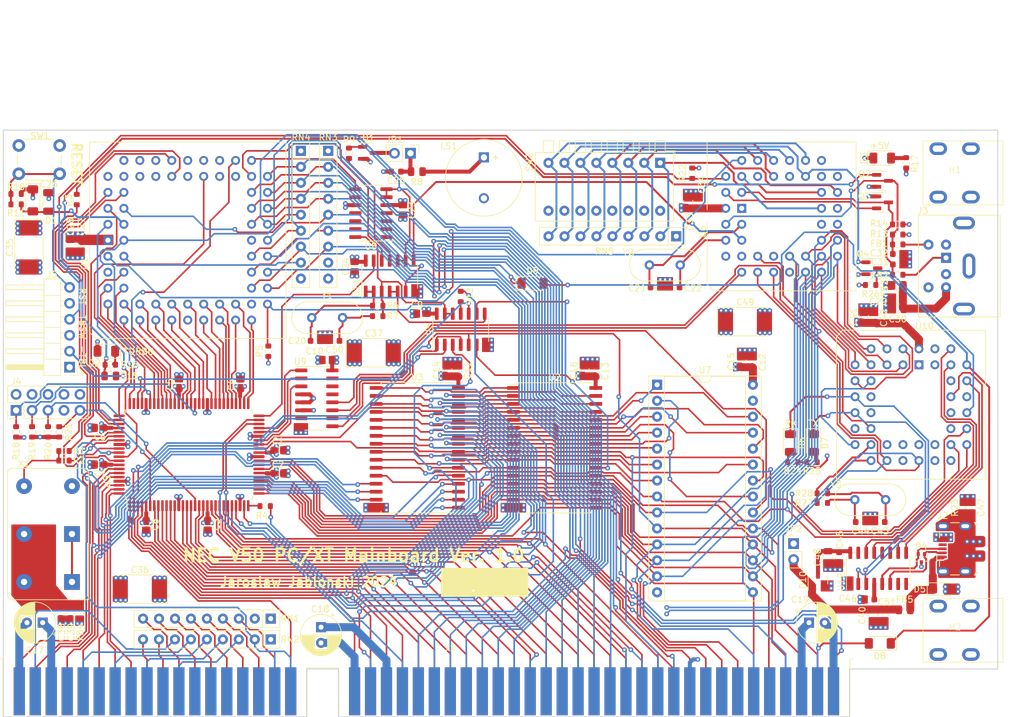
<source format=kicad_pcb>
(kicad_pcb (version 20221018) (generator pcbnew)
  (layers (0 "F.Cu" signal) (1 "In1.Cu" power) (2 "In2.Cu" power) (31 "B.Cu" signal) (34 "B.Paste" user) (35 "F.Paste" user) (36 "B.SilkS" user "B.Silkscreen") (37 "F.SilkS" user "F.Silkscreen") (38 "B.Mask" user) (39 "F.Mask" user) (44 "Edge.Cuts" user))
  (net 0 "")
  (net 1 "/HLDAK")
  (net 2 "/HLDRQ")
  (net 4 "/A19")
  (net 5 "/A18")
  (net 6 "/A17")
  (net 7 "/A16")
  (net 8 "/AD15")
  (net 9 "/AD14")
  (net 10 "/AD13")
  (net 11 "/AD12")
  (net 12 "/AD11")
  (net 13 "/AD10")
  (net 14 "/AD9")
  (net 15 "/AD8")
  (net 16 "/AD7")
  (net 17 "/AD6")
  (net 18 "/AD5")
  (net 19 "/AD4")
  (net 20 "/AD3")
  (net 21 "/AD2")
  (net 22 "/AD1")
  (net 23 "/AD0")
  (net 24 "/T{slash}C")
  (net 25 "Net-(U1-CLKOUT)")
  (net 26 "/DRQ1")
  (net 27 "/nDAK1")
  (net 28 "/DRQ2")
  (net 29 "/nDAK2")
  (net 30 "/DRQ3")
  (net 31 "/nDAK3")
  (net 32 "/KB_IRQ")
  (net 33 "/IRQ2")
  (net 34 "/IRQ3")
  (net 35 "/IRQ4")
  (net 36 "/IRQ5")
  (net 37 "/IRQ6")
  (net 38 "/IRQ7")
  (net 42 "/nUBE")
  (net 44 "/HCLK1")
  (net 52 "/RDY")
  (net 65 "/nBMRD")
  (net 66 "/nBMWR")
  (net 67 "/LA19")
  (net 68 "/LA17")
  (net 69 "/LA15")
  (net 70 "/LA13")
  (net 71 "/LA8")
  (net 72 "/LA7")
  (net 73 "/LA6")
  (net 74 "/LA5")
  (net 75 "/LA4")
  (net 76 "/LA3")
  (net 77 "/LA2")
  (net 78 "/LA1")
  (net 79 "/LA11")
  (net 80 "/LA12")
  (net 81 "/LA10")
  (net 82 "/LA9")
  (net 83 "/LA14")
  (net 84 "/LA18")
  (net 85 "/LA16")
  (net 86 "/DD0")
  (net 87 "/DD1")
  (net 88 "/DD2")
  (net 89 "/DD3")
  (net 90 "/DD4")
  (net 91 "/DD5")
  (net 92 "/DD6")
  (net 93 "/DD7")
  (net 94 "/DD8")
  (net 95 "/DD9")
  (net 96 "/DD10")
  (net 97 "/DD11")
  (net 98 "/DD12")
  (net 99 "/DD13")
  (net 100 "/DD14")
  (net 101 "/DD15")
  (net 102 "GND")
  (net 103 "/LA0")
  (net 104 "+5V")
  (net 105 "unconnected-(X1-EN-Pad1)")
  (net 106 "Net-(X1-OUT)")
  (net 107 "/nROM_CS")
  (net 108 "/nKB_CS")
  (net 109 "/nRAM_CS")
  (net 110 "/SEL0")
  (net 111 "/SEL1")
  (net 112 "/SEL2")
  (net 114 "/TCK")
  (net 116 "Net-(X1-Vcc)")
  (net 117 "/TDO")
  (net 118 "/TMS")
  (net 122 "/TDI")
  (net 123 "/nLRAM_CS")
  (net 124 "/nHRAM_CS")
  (net 125 "/nBHE")
  (net 129 "/nSER_CS")
  (net 133 "/T2GATE")
  (net 134 "/RESOUT")
  (net 135 "/BUSCLK")
  (net 136 "/CPUCLK")
  (net 137 "/HCLK2")
  (net 138 "Net-(J1-LA23)")
  (net 139 "Net-(J1-LA22)")
  (net 140 "Net-(J1-LA21)")
  (net 141 "Net-(J1-LA20)")
  (net 142 "Net-(J1-LA19)")
  (net 143 "Net-(J1-LA18)")
  (net 144 "Net-(J1-LA17)")
  (net 146 "Net-(J1-~{DACK0})")
  (net 147 "Net-(J1-~{DACK5})")
  (net 148 "Net-(J1-~{DACK6})")
  (net 149 "Net-(J1-~{DACK7})")
  (net 150 "Net-(J1-MASTER)")
  (net 151 "Net-(J1-~{MEMR})")
  (net 152 "Net-(J1-~{MEMW})")
  (net 153 "/nBUS16")
  (net 158 "/NMI")
  (net 159 "/nBIOWR")
  (net 160 "/nBIORD")
  (net 161 "Net-(R4-Pad1)")
  (net 162 "/BALE")
  (net 163 "/BRDY")
  (net 164 "Net-(C20-Pad2)")
  (net 165 "/BOSC")
  (net 166 "Net-(U8-CP0)")
  (net 167 "/TCLK")
  (net 172 "Net-(U6-XTAL1)")
  (net 173 "Net-(U6-XTAL2)")
  (net 174 "/nRESOUT")
  (net 175 "Net-(JP1-A)")
  (net 176 "Net-(JP1-B)")
  (net 177 "Net-(LS1-Pad1)")
  (net 178 "Net-(Q1-B)")
  (net 179 "/SPK")
  (net 180 "/TOUT2")
  (net 181 "Net-(D1-A)")
  (net 182 "Net-(R12-Pad2)")
  (net 184 "Net-(C29-Pad1)")
  (net 185 "Net-(Q3-D)")
  (net 186 "Net-(Q2-D)")
  (net 187 "Net-(FB1-Pad2)")
  (net 188 "Net-(FB2-Pad2)")
  (net 189 "Net-(Q2-G)")
  (net 190 "Net-(Q3-S)")
  (net 191 "Net-(RN5-R1)")
  (net 192 "Net-(RN5-R2)")
  (net 193 "Net-(RN5-R3)")
  (net 194 "Net-(RN5-R4)")
  (net 195 "Net-(RN5-R5)")
  (net 196 "Net-(RN5-R6)")
  (net 197 "Net-(RN5-R8)")
  (net 198 "/nDSR")
  (net 199 "/nCTS")
  (net 200 "/nDTR")
  (net 201 "/nRTS")
  (net 202 "/SER_INT")
  (net 203 "Net-(U10-RCLK)")
  (net 204 "/TX")
  (net 205 "/RX")
  (net 210 "Net-(U10-XIN)")
  (net 211 "Net-(U10-XOUT)")
  (net 217 "Net-(U12-V3)")
  (net 218 "Net-(D10-K)")
  (net 219 "Net-(J2-Shield)")
  (net 220 "Net-(D5-A1)")
  (net 224 "Net-(D4-K1)")
  (net 225 "Net-(D4-K2)")
  (net 226 "Net-(D6-A)")
  (net 227 "Net-(D7-A)")
  (net 229 "/SER_RST")
  (net 230 "/IOCHK")
  (net 233 "/BS0")
  (net 234 "/BS1")
  (net 235 "/BS2")
  (net 236 "/nDAK0")
  (net 237 "/TCTL2")
  (net 239 "/RSTSW")
  (net 240 "Net-(J5-Pin_2)")
  (net 241 "/TBSW")
  (net 242 "/TBLED")
  (net 243 "Net-(D2-K)")
  (net 244 "Net-(D3-A)")
  (net 245 "/NMI_EN")
  (net 246 "Net-(C44-Pad2)")
  (net 247 "/nSER_DIS")
  (net 248 "Net-(C50-Pad2)")
  (net 249 "Net-(U11-Pad4)")
  (net 250 "Net-(JP2-B)")
  (footprint "Button_Switch_THT:SW_DIP_SPSTx08_Piano_10.8x21.88mm_W7.62mm_P2.54mm" (layer "F.Cu") (at 139.304 41.148 -90)
    (fp_text reference "SW2")
    (fp_text value "SW_DIP_x08")
  )
  (footprint "Crystal:Crystal_HC18-U_Vertical" (layer "F.Cu") (at 83.873 65.786)
    (fp_text reference "Y1")
    (fp_text value "14.31818 MHz")
  )
  (footprint "Capacitor_SMD:C_0603_1608Metric" (layer "F.Cu") (at 72.517 76.441 90)
    (fp_text reference "C4")
    (fp_text value "100n")
  )
  (footprint "Resistor_SMD:R_0603_1608Metric" (layer "F.Cu") (at 36.83 47.752)
    (fp_text reference "R11")
    (fp_text value "470")
  )
  (footprint "Resistor_THT:R_Array_SIP9" (layer "F.Cu") (at 141.859 52.832 180)
    (fp_text reference "RN5")
    (fp_text value "10k")
  )
  (footprint "Resistor_SMD:R_0603_1608Metric" (layer "F.Cu") (at 177.094 54.132)
    (fp_text reference "FB1")
    (fp_text value "FerriteBead_Small")
  )
  (footprint "Conn:Connector_Mini-DIN_Female_6Pin_2rows" (layer "F.Cu") (at 184.785 56.261 90)
    (fp_text reference "J3")
    (fp_text value "Mini-DIN-6")
  )
  (footprint "Package_QFP:PQFP-100_14x20mm_P0.65mm" (layer "F.Cu") (at 64.338296 87.572295 90)
    (fp_text reference "U5")
    (fp_text value "EPM7128")
  )
  (footprint "Resistor_SMD:R_0603_1608Metric" (layer "F.Cu") (at 43.688 83.947 -90)
    (fp_text reference "R21")
    (fp_text value "1k")
  )
  (footprint "Package_DIP:DIP-28_W15.24mm_Socket" (layer "F.Cu") (at 138.811 76.454)
    (fp_text reference "U7")
    (fp_text value "28C256")
  )
  (footprint "Capacitor_SMD:C_0603_1608Metric" (layer "F.Cu") (at 78.486 90.551)
    (fp_text reference "C2")
    (fp_text value "100n")
  )
  (footprint "Resistor_SMD:R_0603_1608Metric" (layer "F.Cu") (at 89.789 39.624 90)
    (fp_text reference "R9")
    (fp_text value "1k")
  )
  (footprint "Resistor_SMD:R_0603_1608Metric" (layer "F.Cu") (at 44.45 88.519 180)
    (fp_text reference "R2")
    (fp_text value "1k")
  )
  (footprint "Package_TO_SOT_SMD:SOT-23" (layer "F.Cu") (at 174.6808 44.008)
    (fp_text reference "Q2")
    (fp_text value "DMN67D8L")
  )
  (footprint "Capacitor_SMD:C_0603_1608Metric" (layer "F.Cu") (at 154.051 72.85 90)
    (fp_text reference "C12")
    (fp_text value "100n")
  )
  (footprint "Package_TO_SOT_SMD:SOT-23" (layer "F.Cu") (at 164.404 107.5205 90)
    (fp_text reference "D10")
    (fp_text value "BAV70")
  )
  (footprint "Resistor_THT:R_Array_SIP9" (layer "F.Cu") (at 82.137 39.243 -90)
    (fp_text reference "RN4")
    (fp_text value "10k")
  )
  (footprint "Capacitor_Tantalum_SMD:CP_EIA-7343-31_Kemet-D" (layer "F.Cu") (at 93.7514 71.374)
    (fp_text reference "C37")
    (fp_text value "100u")
  )
  (footprint "LED_SMD:LED_1206_3216Metric" (layer "F.Cu") (at 174.625 40.386)
    (fp_text reference "D3")
    (fp_text value "LED")
  )
  (footprint "Capacitor_SMD:C_0805_2012Metric" (layer "F.Cu") (at 173.228 113.157 -90)
    (fp_text reference "C40")
    (fp_text value "10u")
  )
  (footprint "Capacitor_SMD:C_0603_1608Metric" (layer "F.Cu") (at 167.767 103.886 -90)
    (fp_text reference "C45")
    (fp_text value "100n")
  )
  (footprint "Connector_PinHeader_2.54mm:PinHeader_2x05_P2.54mm_Vertical" (layer "F.Cu") (at 36.83 80.523 90)
    (fp_text reference "J4")
    (fp_text value "Conn_02x05_Odd_Even" hide)
  )
  (footprint "Button_Switch_THT:SW_PUSH_6mm" (layer "F.Cu") (at 37.263 38.39)
    (fp_text reference "SW1")
    (fp_text value "SW_Push")
  )
  (footprint "Capacitor_SMD:C_0603_1608Metric" (layer "F.Cu") (at 138.544 60.96)
    (fp_text reference "C21")
    (fp_text value "22p")
  )
  (footprint "Crystal:Crystal_HC18-U_Vertical" (layer "F.Cu") (at 137.594 57.404)
    (fp_text reference "Y2")
    (fp_text value "12 MHz")
  )
  (footprint "Resistor_THT:R_Array_SIP9" (layer "F.Cu") (at 77.343 113.665 180)
    (fp_text reference "RN1")
    (fp_text value "10k")
  )
  (footprint "Resistor_SMD:R_0603_1608Metric" (layer "F.Cu") (at 163.449 88.773)
    (fp_text reference "R25")
    (fp_text value "1k")
  )
  (footprint "Capacitor_SMD:C_0603_1608Metric" (layer "F.Cu") (at 45.466 112.776 -90)
    (fp_text reference "C39")
    (fp_text value "1u")
  )
  (footprint "Resistor_SMD:R_0603_1608Metric" (layer "F.Cu") (at 165.1 93.726 180)
    (fp_text reference "R28")
    (fp_text value "2.2M")
  )
  (footprint "Resistor_SMD:R_0603_1608Metric" (layer "F.Cu") (at 178.435 41.148 90)
    (fp_text reference "R17")
    (fp_text value "1k")
  )
  (footprint "Capacitor_SMD:C_0603_1608Metric" (layer "F.Cu") (at 129.032 74.295 90)
    (fp_text reference "C13")
    (fp_text value "100n")
  )
  (footprint "Capacitor_SMD:C_0603_1608Metric" (layer "F.Cu") (at 174.257 98.298 180)
    (fp_text reference "C43")
    (fp_text value "22p")
  )
  (footprint "Capacitor_SMD:C_0603_1608Metric" (layer "F.Cu") (at 172.593 110.617 180)
    (fp_text reference "C46")
    (fp_text value "100n")
  )
  (footprint "LED_SMD:LED_1206_3216Metric" (layer "F.Cu") (at 160.02 85.725 -90)
    (fp_text reference "D6")
    (fp_text value "LED")
  )
  (footprint "Capacitor_SMD:C_0603_1608Metric" (layer "F.Cu") (at 84.455 69.469 180)
    (fp_text reference "C20")
    (fp_text value "22p")
  )
  (footprint "LED_SMD:LED_1206_3216Metric" (layer "F.Cu") (at 163.703 85.725 -90)
    (fp_text reference "D7")
    (fp_text value "LED")
  )
  (footprint "Package_TO_SOT_SMD:SOT-23" (layer "F.Cu") (at 174.6735 47.437)
    (fp_text reference "Q3")
    (fp_text value "DMN67D8L")
  )
  (footprint "Connector_PinHeader_2.54mm:PinHeader_1x02_P2.54mm_Vertical" (layer "F.Cu") (at 160.528 101.727)
    (fp_text reference "JP2")
    (fp_text value "Jumper_2_Bridged")
  )
  (footprint "Capacitor_SMD:C_0805_2012Metric" (layer "F.Cu") (at 152.273 72.771 90)
    (fp_text reference "C15")
    (fp_text value "10u")
  )
  (footprint "Connector_PinHeader_2.54mm:PinHeader_1x06_P2.54mm_Horizontal" (layer "F.Cu") (at 45.339 73.66 180)
    (fp_text reference "J5")
    (fp_text value "Conn_01x06_Pin")
  )
  (footprint "Package_SO:SOIC-16_3.9x9.9mm_P1.27mm" (layer "F.Cu") (at 173.99 105.664 90)
    (fp_text reference "U12")
    (fp_text value "CH340C")
  )
  (footprint "Package_SO:SOIC-16_3.9x9.9mm_P1.27mm" (layer "F.Cu") (at 84.6765 78.613)
    (fp_text reference "U9")
    (fp_text value "74LS138")
  )
  (footprint "Capacitor_SMD:C_0603_1608Metric" (layer "F.Cu") (at 97.282 42.545 180)
    (fp_text reference "C25")
    (fp_text value "100n")
  )
  (footprint "Resistor_SMD:R_0603_1608Metric" (layer "F.Cu") (at 177.0888 52.5526 180)
    (fp_text reference "R13")
    (fp_text value "1k")
  )
  (footprint "Resistor_SMD:R_0603_1608Metric" (layer "F.Cu") (at 51.816 73.279 180)
    (fp_text reference "R16")
    (fp_text value "1k")
  )
  (footprint "Capacitor_Tantalum_SMD:CP_EIA-7343-31_Kemet-D" (layer "F.Cu") (at 56.515 108.966 180)
    (fp_text reference "C36")
    (fp_text value "100u")
  )
  (footprint "LED_SMD:LED_1206_3216Metric" (layer "F.Cu") (at 51.181 71.12 180)
    (fp_text reference "D2")
    (fp_text value "LED")
  )
  (footprint "Capacitor_SMD:C_0603_1608Metric" (layer "F.Cu") (at 43.942 112.776 -90)
    (fp_text reference "C38")
    (fp_text value "100n")
  )
  (footprint "Capacitor_SMD:C_0603_1608Metric" (layer "F.Cu") (at 187.452 95.999 -90)
    (fp_text reference "C47")
    (fp_text value "100n")
  )
  (footprint "Package_LCC:PLCC-44_THT-Socket" (layer "F.Cu") (at 152.273 48.387 90)
    (fp_text reference "U6")
    (fp_text value "VT82C42")
  )
  (footprint "Resistor_SMD:R_0603_1608Metric" (layer "F.Cu") (at 94.361 65.532 180)
    (fp_text reference "R7")
    (fp_text value "2k2")
  )
  (footprint "Resistor_SMD:R_0603_1608Metric" (layer "F.Cu") (at 76.454 95.758)
    (fp_text reference "R4")
    (fp_text value "33")
  )
  (footprint "Connector_PinHeader_2.54mm:PinHeader_1x02_P2.54mm_Vertical" (layer "F.Cu") (at 99.573 39.624 -90)
    (fp_text reference "JP1")
    (fp_text value "Jumper_2_Bridged")
  )
  (footprint "Resistor_SMD:R_0603_1608Metric" (layer "F.Cu") (at 39.37 83.947 -90)
    (fp_text reference "R19")
    (fp_text value "1k")
  )
  (footprint "Resistor_SMD:R_0805_2012Metric" (layer "F.Cu") (at 178.181 112.268 180)
    (fp_text reference "FB5")
    (fp_text value "FerriteBead_Small")
  )
  (footprint "Capacitor_Tantalum_SMD:CP_EIA-7343-31_Kemet-D" (layer "F.Cu") (at 38.862 54.61 -90)
    (fp_text reference "C35")
    (fp_text value "100u")
  )
  (footprint "Package_TO_SOT_SMD:SOT-23" (layer "F.Cu") (at 92.8855 39.563)
    (fp_text reference "Q1")
    (fp_text value "BC857")
  )
  (footprint "Capacitor_SMD:C_1206_3216Metric" (layer "F.Cu") (at 42.037 47.371 90)
    (fp_text reference "C26")
    (fp_text value "10u")
  )
  (footprint "Capacitor_SMD:C_0603_1608Metric" (layer "F.Cu") (at 50.165 83.312 180)
    (fp_text reference "C6")
    (fp_text value "100n")
  )
  (footprint "Connector_PCBEdge:BUS_AT" (layer "F.Cu") (at 166.878 125.222)
    (fp_text reference "J1")
    (fp_text value "Bus_ISA_16bit")
  )
  (footprint "Capacitor_SMD:C_0805_2012Metric" (layer "F.Cu") (at 45.466 54.356 -90)
    (fp_text reference "C28")
    (fp_text value "10u")
  )
  (footprint "Diode_SMD:D_MiniMELF" (layer "F.Cu") (at 118.999 60.325)
    (fp_text reference "D9")
    (fp_text value "LL4148")
  )
  (footprint "Resistor_SMD:R_0603_1608Metric" (layer "F.Cu") (at 188.976 95.999 90)
    (fp_text reference "R23")
    (fp_text value "1k")
  )
  (footprint "Capacitor_SMD:C_0603_1608Metric" (layer "F.Cu") (at 177.0888 62.5602 180)
    (fp_text reference "C29")
    (fp_text value "100n")
  )
  (footprint "Resistor_SMD:R_0603_1608Metric" (layer "F.Cu") (at 76.962 71.12 90)
    (fp_text reference "R5")
    (fp_text value "1k")
  )
  (footprint "Capacitor_SMD:C_0603_1608Metric" (layer "F.Cu") (at 145.542 47.498 90)
    (fp_text reference "C34")
    (fp_text value "100n")
  )
  (footprint "Capacitor_SMD:C_0603_1608Metric" (layer "F.Cu") (at 107.188 74.295 90)
    (fp_text reference "C11")
    (fp_text value "100n")
  )
  (footprint "Resistor_SMD:R_0603_1608Metric" (layer "F.Cu") (at 177.094 58.958)
    (fp_text reference "FB2")
    (fp_text value "FerriteBead_Small")
  )
  (footprint "Package_TO_SOT_SMD:SOT-416" (layer "F.Cu") (at 180.856 104.028 -90)
    (fp_text reference "D4")
    (fp_text value "RCLAMP0502B")
  )
  (footprint "Resistor_SMD:R_0603_1608Metric" (layer "F.Cu") (at 165.1 95.25 180)
    (fp_text reference "R27")
    (fp_text value "2k2")
  )
  (footprint "Resistor_SMD:R_0603_1608Metric" (layer "F.Cu") (at 46.99 112.776 90)
    (fp_text reference "FB4")
    (fp_text value "FerriteBead_Small")
  )
  (footprint "Crystal:Crystal_HC18-U_Vertical" (layer "F.Cu") (at 175.17 94.742 180)
    (fp_text reference "Y3")
    (fp_text value "18.432 MHz")
  )
  (footprint "Capacitor_SMD:C_0805_2012Metric" (layer "F.Cu") (at 105.41 74.168 90)
    (fp_text reference "C14")
    (fp_text value "10u")
  )
  (footprint "Capacitor_SMD:C_0805_2012Metric" (layer "F.Cu") (at 171.704 65.659 90)
    (fp_text reference "C41")
    (fp_text value "10u")
  )
  (footprint "Capacitor_SMD:C_0603_1608Metric" (layer "F.Cu") (at 87.503 69.469)
    (fp_text reference "C50")
    (fp_text value "22p")
  )
  (footprint "Buzzer_Beeper:MagneticBuzzer_ProSignal_ABT-410-RC" (layer "F.Cu") (at 111.252 40.279 -90)
    (fp_text reference "LS1")
    (fp_text value "Speaker")
  )
  (footprint "Capacitor_SMD:C_0603_1608Metric" (layer "F.Cu") (at 67.31 98.679 -90)
    (fp_text reference "C3")
    (fp_text value "100n")
  )
  (footprint "Resistor_SMD:R_0603_1608Metric" (layer "F.Cu") (at 36.83 46.101 180)
    (fp_text reference "R10")
    (fp_text value "100k")
  )
  (footprint "Capacitor_Tantalum_SMD:CP_EIA-7343-31_Kemet-D" (layer "F.Cu") (at 152.8435 66.421)
    (fp_text reference "C49")
    (fp_text value "100u")
  )
  (footprint "Capacitor_SMD:C_0603_1608Metric" (layer "F.Cu") (at 86.3275 72.517 180)
    (fp_text reference "C10")
    (fp_text value "100n")
  )
  (footprint "Capacitor_SMD:C_0603_1608Metric" (layer "F.Cu") (at 78.499 86.868)
    (fp_text reference "C1")
    (fp_text value "100n")
  )
  (footprint "Conn:USB_Micro-B_TUB" (layer "F.Cu") (at 186.137 102.551 90)
    (fp_text reference "J2")
    (fp_text value "USB_B_Micro")
  )
  (footprint "Capacitor_SMD:C_0603_1608Metric" (layer "F.Cu") (at 90.678 57.671 -90)
    (fp_text reference "C24")
    (fp_text value "100n")
  )
  (footprint "Diode_SMD:D_MiniMELF" (layer "F.Cu") (at 39.497 47.117 -90)
    (fp_text reference "D1")
    (fp_text value "LL4148")
  )
  (footprint "misc:m3 keystone angle terminal" (layer "F.Cu") (at 186.2 42.7482)
    (fp_text reference "H1")
    (fp_text value "MountingHole" hide)
  )
  (footprint "Resistor_SMD:R_0805_2012Metric" (layer "F.Cu") (at 51.816 75.057 180)
    (fp_text reference "R15")
    (fp_text value "100")
  )
  (footprint "Resistor_SMD:R_0603_1608Metric" (layer "F.Cu") (at 94.361 63.881 180)
    (fp_text reference "R6")
    (fp_text value "2.2M")
  )
  (footprint "Capacitor_SMD:C_0603_1608Metric" (layer "F.Cu") (at 177.094 57.307)
    (fp_text reference "C31")
    (fp_text value "47p")
  )
  (footprint "Resistor_SMD:R_0603_1608Metric" (layer "F.Cu") (at 144.399 42.799 -90)
    (fp_text reference "R22")
    (fp_text value "10k")
  )
  (footprint "Capacitor_SMD:C_0603_1608Metric" (layer "F.Cu") (at 62.738296 76.385295 90)
    (fp_text reference "C5")
    (fp_text value "100n")
  )
  (footprint "Resistor_THT:R_Array_SIP9" (layer "F.Cu") (at 86.487 39.243 -90)
    (fp_text reference "RN3")
    (fp_text value "10k")
  )
  (footprint "Capacitor_SMD:C_0603_1608Metric" (layer "F.Cu") (at 141.605 60.96)
    (fp_text reference "C22")
    (fp_text value "22p")
  )
  (footprint "Resistor_SMD:R_0805_2012Metric" (layer "F.Cu") (at 100.584 42.545)
    (fp_text reference "R8")
    (fp_text value "100")
  )
  (footprint "Diode_SMD:D_SMF" (layer "F.Cu") (at 184.15 108.966)
    (fp_text reference "D5")
    (fp_text value "SMF5V0A")
  )
  (footprint "Resistor_THT:R_Array_SIP9" (layer "F.Cu") (at 77.343 116.967 180)
    (fp_text reference "RN2")
    (fp_text value "10k")
  )
  (footprint "Resistor_SMD:R_0603_1608Metric" (layer "F.Cu") (at 177.0888 50.9524 180)
    (fp_text reference "R14")
    (fp_text value "4k7")
  )
  (footprint "Diode_SMD:D_MiniMELF" (layer "F.Cu") (at 174.244 117.602 180)
    (fp_text reference "D8")
    (fp_text value "LL4148")
  )
  (footprint "Capacitor_SMD:C_0603_1608Metric" (layer "F.Cu") (at 173.482 65.659 90)
    (fp_text reference "C42")
    (fp_text value "100n")
  )
  (footprint "Package_SO:SOIC-14_3.9x8.7mm_P1.27mm" (layer "F.Cu") (at 93.283 49.149 180)
    (fp_text reference "U8")
    (fp_text value "74LS92")
  )
  (footprint "Capacitor_THT:CP_Radial_D6.3mm_P2.50mm" (layer "F.Cu") (at 41.06038 114.3 180)
    (fp_text reference "C17")
    (fp_text value "120u")
  )
  (footprint "Package_TO_SOT_SMD:SOT-23" (layer "F.Cu") (at 172.974 57.912)
    (fp_text reference "Q4")
    (fp_text value "DMG2301L")
  )
  (footprint "Resistor_SMD:R_0603_1608Metric" (layer "F.Cu") (at 36.83 83.947 -90)
    (fp_text reference "R18")
    (fp_text value "1k")
  )
  (footprint "Capacitor_SMD:C_0805_2012Metric" (layer "F.Cu") (at 127.254 74.168 90)
    (fp_text reference "C16")
    (fp_text value "10u")
  )
  (footprint "Resistor_SMD:R_0603_1608Metric" (layer "F.Cu") (at 172.783 60.579 180)
    (fp_text reference "R26")
    (fp_text value "1k")
  )
  (footprint "Capacitor_SMD:C_0603_1608Metric" (layer "F.Cu") (at 175.133 113.157 90)
    (fp_text reference "C51")
    (fp_text value "100n")
  )
  (footprint "IC:Oscillator_DIP-14_LargePads" (layer "F.Cu") (at 45.72 107.823 90)
    (fp_text reference "X1")
    (fp_text value "32MHz")
  )
  (footprint "Capacitor_SMD:C_0603_1608Metric" (layer "F.Cu") (at 98.363 48.641 -90)
    (fp_text reference "C23")
    (fp_text value "100n")
  )
  (footprint "Capacitor_SMD:C_0805_2012Metric" (layer "F.Cu") (at 177.0888 64.3382 180)
    (fp_text reference "C30")
    (fp_text value "10u")
  )
  (footprint "Resistor_SMD:R_0603_1608Metric" (layer "F.Cu") (at 107.569 62.418 -90)
    (fp_text reference "R12")
    (fp_text value "33")
  )
  (footprint "Capacitor_SMD:C_0603_1608Metric" (layer "F.Cu") (at 101.346 65.148 180)
    (fp_text reference "C9")
    (fp_text value "100n")
  )
  (footprint "Resistor_SMD:R_0603_1608Metric" (layer "F.Cu") (at 41.91 83.947 -90)
    (fp_text reference "R20")
    (fp_text value "1k")
  )
  (footprint "Resistor_SMD:R_0603_1608Metric" (layer "F.Cu") (at 46.482 46.99 -90)
    (fp_text reference "R3")
    (fp_text value "33")
  )
  (footprint "Package_SO:SSOP-32_11.305x20.495mm_P1.27mm" (layer "F.Cu") (at 100.657 86.487)
    (fp_text reference "U3")
    (fp_text value "AS6C4008-55PCN")
  )
  (footprint "Resistor_SMD:R_0603_1608Metric" (layer "F.Cu") (at 44.45 86.995 180)
    (fp_text reference "R1")
    (fp_text value "33")
  )
  (footprint "Capacitor_SMD:C_0805_2012Metric" (layer "F.Cu") (at 165.989 103.886 -90)
    (fp_text reference "C48")
    (fp_text value "10u")
  )
  (footprint "Capacitor_SMD:C_0805_2012Metric" (layer "F.Cu") (at 143.764 47.371 90)
    (fp_text reference "C33")
    (fp_text value "10u")
  )
  (footprint "Resistor_SMD:R_0805_2012Metric" (layer "F.Cu") (at 177.0888 60.6552 180)
    (fp_text reference "FB3")
    (fp_text value "FerriteBead_Small")
  )
  (footprint "Capacitor_SMD:C_0603_1608Metric" (layer "F.Cu") (at 50.165 89.154 180)
    (fp_text reference "C7")
    (fp_text value "100n")
  )
  (footprint "Capacitor_THT:CP_Radial_D6.3mm_P2.50mm" (layer "F.Cu") (at 162.981 114.3)
    (fp_text reference "C19")
    (fp_text value "120u")
  )
  (footprint "Package_LCC:PLCC-68_THT-Socket" (layer "F.Cu") (at 51.435 53.467 90)
    (fp_text reference "U1")
    (fp_text value "NEC_V50_PLCC")
  )
  (footprint "Package_LCC:PLCC-44_THT-Socket" (layer "F.Cu") (at 180.467 73.279)
    (fp_text reference "U10")
    (fp_text value "16550")
  )
  (footprint "Capacitor_SMD:C_0603_1608Metric" (layer "F.Cu") (at 57.531 98.679 -90)
    (fp_text reference "C8")
    (fp_text value "100n")
  )
  (footprint "Capacitor_THT:CP_Radial_D6.3mm_P2.50mm" (layer "F.Cu") (at 85.344 115.022621 -90)
    (fp_text reference "C18")
    (fp_text value "120u")
  )
  (footprint "Package_SO:SOIC-14_3.9x8.7mm_P1.27mm" (layer "F.Cu") (at 107.569 67.626 90)
    (fp_text reference "U4")
    (fp_text value "74LS32")
  )
  (footprint "Capacitor_SMD:C_0603_1608Metric" (layer "F.Cu") (at 177.094 55.656)
    (fp_text reference "C32")
    (fp_text value "47p")
  )
  (footprint "Package_SO:SOIC-14_3.9x8.7mm_P1.27mm" (layer "F.Cu") (at 96.266 59.182 90)
    (fp_text reference "U11")
    (fp_text value "74HC00")
  )
  (footprint "Capacitor_SMD:C_0603_1608Metric" (layer "F.Cu") (at 171.183 98.298 180)
    (fp_text reference "C44")
    (fp_text value "22p")
  )
  (footprint "Package_SO:SSOP-32_11.305x20.495mm_P1.27mm" (layer "F.Cu") (at 122.501 86.487)
    (fp_text reference "U2")
    (fp_text value "AS6C4008-55PCN")
  )
  (footprint "Capacitor_SMD:C_0603_1608Metric" (layer "F.Cu") (at 47.244 54.356 -90)
    (fp_text reference "C27")
    (fp_text value "100n")
  )
  (footprint "misc:m3 keystone angle terminal" (layer "F.Cu") (at 186.2 115.5192)
    (fp_text reference "H2")
    (fp_text value "MountingHole" hide)
  )
  (footprint "Resistor_SMD:R_0603_1608Metric" (layer "F.Cu") (at 160.401 88.773 180)
    (fp_text reference "R24")
    (fp_text value "1k")
  )
  (gr_rect (start 104.521 105.664) (end 118.237 110.109) (stroke (width 0.15)) (fill solid) (layer "F.SilkS"))
  (gr_line (start 169.418 129.286) (end 169.418 121.666) (stroke (width 0.15)) (layer "Edge.Cuts"))
  (gr_line (start 83.058 129.286) (end 83.058 121.666) (stroke (width 0.15)) (layer "Edge.Cuts"))
  (gr_line (start 169.418 121.666) (end 193 121.666) (stroke (width 0.15)) (layer "Edge.Cuts"))
  (gr_line (start 83.058 121.666) (end 88.138 121.666) (stroke (width 0.15)) (layer "Edge.Cuts"))
  (gr_line (start 34.798 35.941) (end 193 35.941) (stroke (width 0.15)) (layer "Edge.Cuts"))
  (gr_line (start 34.798 35.941) (end 34.798 121.666) (stroke (width 0.15)) (layer "Edge.Cuts"))
  (gr_line (start 193 121.666) (end 193 35.941) (stroke (width 0.15)) (layer "Edge.Cuts"))
  (gr_line (start 88.138 129.286) (end 169.418 129.286) (stroke (width 0.15)) (layer "Edge.Cuts"))
  (gr_line (start 34.798 129.286) (end 83.058 129.286) (stroke (width 0.15)) (layer "Edge.Cuts"))
  (gr_line (start 88.138 121.666) (end 88.138 129.286) (stroke (width 0.15)) (layer "Edge.Cuts"))
  (gr_line (start 34.798 121.666) (end 34.798 129.286) (stroke (width 0.15)) (layer "Edge.Cuts"))
  (gr_text "-TBL+" (at 46.8 70.104 -90) (layer "F.SilkS") (effects (font (size 1 1)) (justify left bottom)))
  (gr_text "RX" (at 159.004 83.185) (layer "F.SilkS") (effects (font (size 1 1)) (justify left bottom)))
  (gr_text "RST" (at 46.8 60.96 270) (layer "F.SilkS") (effects (font (size 1 1)) (justify left bottom)))
  (gr_text "TBSW" (at 46.8 65.278 270) (layer "F.SilkS") (effects (font (size 1 1)) (justify left bottom)))
  (gr_text "Jaroslaw Jablonski 2024" (at 69.088 108.712) (layer "F.SilkS") (effects (font (size 1.5 1.5) (thickness 0.3) bold) (justify left bottom)))
  (gr_text "TX" (at 162.687 83.185) (layer "F.SilkS") (effects (font (size 1 1)) (justify left bottom)))
  (gr_text "RESET" (at 45.593 37.719 -90) (layer "F.SilkS") (effects (font (size 1.5 1.5) (thickness 0.3) bold) (justify left bottom)))
  (gr_text "+5V" (at 172.593 38.997441) (layer "F.SilkS") (effects (font (size 1 1)) (justify left bottom)))
  (gr_text "TURBO" (at 53.848 71.755) (layer "F.SilkS") (effects (font (size 1 1)) (justify left bottom)))
  (gr_text "NEC V50 PC/XT Mainboard Ver. 1.0" (at 63.119 104.775) (layer "F.SilkS") (effects (font (size 2 2) (thickness 0.4) bold) (justify left bottom)))
  (segment (start 106.299 52.324) (end 106.045 52.07) (width 0.254) (layer "F.Cu") (net 1))
  (segment (start 105.541001 61.599001) (end 106.299 60.841002) (width 0.254) (layer "F.Cu") (net 1))
  (segment (start 132.207 112.383422) (end 132.207 111.887) (width 0.254) (layer "F.Cu") (net 1))
  (segment (start 132.207 112.383422) (end 141.478 121.654422) (width 0.254) (layer "F.Cu") (net 1))
  (segment (start 106.299 60.841002) (end 106.299 52.324) (width 0.254) (layer "F.Cu") (net 1))
  (via (at 105.541001 61.599001) (size 0.75) (drill 0.35) (layers "F.Cu" "B.Cu") (net 1))
  (via (at 106.045 52.07) (size 0.75) (drill 0.35) (layers "F.Cu" "B.Cu") (net 1))
  (via (at 132.207 111.887) (size 0.75) (drill 0.35) (layers "F.Cu" "B.Cu") (net 1))
  (segment (start 129.0066 91.125508) (end 129.0066 82.489508) (width 0.254) (layer "B.Cu") (net 1))
  (segment (start 103.759 63.119) (end 100.983696 63.119) (width 0.254) (layer "B.Cu") (net 1))
  (segment (start 52.9336 57.5056) (end 54.7116 57.5056) (width 0.254) (layer "B.Cu") (net 1))
  (segment (start 100.983696 63.119) (end 100.450296 62.5856) (width 0.254) (layer "B.Cu") (net 1))
  (segment (start 115.252862 52.35277) (end 106.32777 52.35277) (width 0.254) (layer "B.Cu") (net 1))
  (segment (start 123.2408 76.723708) (end 123.240798 60.340706) (width 0.254) (layer "B.Cu") (net 1))
  (segment (start 51.435 56.007) (end 52.9336 57.5056) (width 0.254) (layer "B.Cu") (net 1))
  (segment (start 54.7116 57.5056) (end 59.7916 62.5856) (width 0.254) (layer "B.Cu") (net 1))
  (segment (start 131.876798 93.995706) (end 129.0066 91.125508) (width 0.254) (layer "B.Cu") (net 1))
  (segment (start 132.207 111.887) (end 131.8768 111.5568) (width 0.254) (layer "B.Cu") (net 1))
  (segment (start 106.32777 52.35277) (end 106.045 52.07) (width 0.254) (layer "B.Cu") (net 1))
  (segment (start 59.7916 62.5856) (end 100.450296 62.5856) (width 0.254) (layer "B.Cu") (net 1))
  (segment (start 105.278999 61.599001) (end 103.759 63.119) (width 0.254) (layer "B.Cu") (net 1))
  (segment (start 131.8768 111.5568) (end 131.876798 93.995706) (width 0.254) (layer "B.Cu") (net 1))
  (segment (start 129.0066 82.489508) (end 123.2408 76.723708) (width 0.254) (layer "B.Cu") (net 1))
  (segment (start 105.541001 61.599001) (end 105.278999 61.599001) (width 0.254) (layer "B.Cu") (net 1))
  (segment (start 123.240798 60.340706) (end 115.252862 52.35277) (width 0.254) (layer "B.Cu") (net 1))
  (segment (start 55.372 57.404) (end 78.1304 57.404) (width 0.254) (layer "B.Cu") (net 2))
  (segment (start 82.137 57.023) (end 78.5114 57.023) (width 0.254) (layer "B.Cu") (net 2))
  (segment (start 78.5114 57.023) (end 78.486 57.0484) (width 0.254) (layer "B.Cu") (net 2))
  (segment (start 53.975 56.007) (end 55.372 57.404) (width 0.254) (layer "B.Cu") (net 2))
  (segment (start 78.1304 57.404) (end 78.486 57.0484) (width 0.254) (layer "B.Cu") (net 2))
  (segment (start 58.801 74.594606) (end 49.826705 65.620311) (width 0.254) (layer "F.Cu") (net 4))
  (segment (start 52.746887 59.775113) (end 53.975 58.547) (width 0.254) (layer "F.Cu") (net 4))
  (segment (start 51.054296 59.775113) (end 52.746887 59.775113) (width 0.254) (layer "F.Cu") (net 4))
  (segment (start 49.826705 65.620311) (end 49.826705 61.002705) (width 0.254) (layer "F.Cu") (net 4))
  (segment (start 58.801 79.434999) (end 58.801 74.594606) (width 0.254) (layer "F.Cu") (net 4))
  (segment (start 49.826705 61.002705) (end 51.054296 59.775113) (width 0.254) (layer "F.Cu") (net 4))
  (segment (start 59.463296 79.447295) (end 59.463296 74.61103) (width 0.254) (layer "F.Cu") (net 5))
  (segment (start 59.463296 74.61103) (end 50.283406 65.43114) (width 0.254) (layer "F.Cu") (net 5))
  (segment (start 50.283406 62.238594) (end 51.435 61.087) (width 0.254) (layer "F.Cu") (net 5))
  (segment (start 50.283406 65.43114) (end 50.283406 62.238594) (width 0.254) (layer "F.Cu") (net 5))
  (segment (start 52.705296 62.356704) (end 53.975 61.087) (width 0.254) (layer "F.Cu") (net 6))
  (segment (start 60.763296 79.447295) (end 60.763296 77.73721) (width 0.254) (layer "F.Cu") (net 6))
  (segment (start 60.443889 74.299877) (end 52.705296 66.561286) (width 0.254) (layer "F.Cu") (net 6))
  (segment (start 60.443889 77.417803) (end 60.443889 74.299877) (width 0.254) (layer "F.Cu") (net 6))
  (segment (start 60.763296 77.73721) (end 60.443889 77.417803) (width 0.254) (layer "F.Cu") (net 6))
  (segment (start 52.705296 66.561286) (end 52.705296 62.356704) (width 0.254) (layer "F.Cu") (net 6))
  (segment (start 60.113296 78.190113) (end 60.113296 79.447295) (width 0.254) (layer "F.Cu") (net 7))
  (segment (start 51.435 65.936862) (end 59.944 74.445862) (width 0.254) (layer "F.Cu") (net 7))
  (segment (start 59.944 74.445862) (end 59.944 78.020817) (width 0.254) (layer "F.Cu") (net 7))
  (segment (start 51.435 63.627) (end 51.435 65.936862) (width 0.254) (layer "F.Cu") (net 7))
  (segment (start 59.944 78.020817) (end 60.113296 78.190113) (width 0.254) (layer "F.Cu") (net 7))
  (segment (start 61.413296 77.741338) (end 60.90059 77.228632) (width 0.254) (layer "F.Cu") (net 8))
  (segment (start 61.413296 79.447295) (end 61.413296 77.741338) (width 0.254) (layer "F.Cu") (net 8))
  (segment (start 53.975 67.183) (end 53.975 66.167) (width 0.254) (layer "F.Cu") (net 8))
  (segment (start 60.90059 74.10859) (end 53.975 67.183) (width 0.254) (layer "F.Cu") (net 8))
  (segment (start 60.90059 77.228632) (end 60.90059 74.10859) (width 0.254) (layer "F.Cu") (net 8))
  (segment (start 61.357291 73.380108) (end 55.245296 67.268113) (width 0.254) (layer "F.Cu") (net 9))
  (segment (start 55.245296 67.268113) (end 55.245296 64.897296) (width 0.254) (layer "F.Cu") (net 9))
  (segment (start 62.063296 79.447295) (end 62.063296 77.745466) (width 0.254) (layer "F.Cu") (net 9))
  (segment (start 55.245296 64.897296) (end 53.975 63.627) (width 0.254) (layer "F.Cu") (net 9))
  (segment (start 61.357291 77.039461) (end 61.357291 73.380108) (width 0.254) (layer "F.Cu") (net 9))
  (segment (start 62.063296 77.745466) (end 61.357291 77.039461) (width 0.254) (layer "F.Cu") (net 9))
  (segment (start 64.12163 74.804366) (end 56.515 67.197735) (width 0.254) (layer "F.Cu") (net 10))
  (segment (start 56.515 67.197735) (end 56.515 66.167) (width 0.254) (layer "F.Cu") (net 10))
  (segment (start 63.382796 77.968204) (end 64.12163 77.22937) (width 0.254) (layer "F.Cu") (net 10))
  (segment (start 63.382796 79.427795) (end 63.382796 77.968204) (width 0.254) (layer "F.Cu") (net 10))
  (segment (start 64.12163 77.22937) (end 64.12163 74.804366) (width 0.254) (layer "F.Cu") (net 10))
  (segment (start 64.578331 77.418541) (end 64.578331 74.569148) (width 0.254) (layer "F.Cu") (net 11))
  (segment (start 64.578331 74.569148) (end 57.785296 67.776113) (width 0.254) (layer "F.Cu") (net 11))
  (segment (start 57.785296 67.776113) (end 57.785296 64.897296) (width 0.254) (layer "F.Cu") (net 11))
  (segment (start 64.013296 79.447295) (end 64.013296 77.983576) (width 0.254) (layer "F.Cu") (net 11))
  (segment (start 64.013296 77.983576) (end 64.578331 77.418541) (width 0.254) (layer "F.Cu") (net 11))
  (segment (start 57.785296 64.897296) (end 56.515 63.627) (width 0.254) (layer "F.Cu") (net 11))
  (segment (start 65.278296 77.364448) (end 65.278296 73.745113) (width 0.254) (layer "F.Cu") (net 12))
  (segment (start 64.663296 79.447295) (end 64.663296 77.979448) (width 0.254) (layer "F.Cu") (net 12))
  (segment (start 65.278296 73.745113) (end 59.055 67.521817) (width 0.254) (layer "F.Cu") (net 12))
  (segment (start 59.055 67.521817) (end 59.055 66.167) (width 0.254) (layer "F.Cu") (net 12))
  (segment (start 64.663296 77.979448) (end 65.278296 77.364448) (width 0.254) (layer "F.Cu") (net 12))
  (segment (start 60.325296 64.897296) (end 59.055 63.627) (width 0.254) (layer "F.Cu") (net 13))
  (segment (start 60.325296 67.776113) (end 60.325296 64.897296) (width 0.254) (layer "F.Cu") (net 13))
  (segment (start 65.963296 79.447295) (end 65.963296 73.414113) (width 0.254) (layer "F.Cu") (net 13))
  (segment (start 65.963296 73.414113) (end 60.325296 67.776113) (width 0.254) (layer "F.Cu") (net 13))
  (segment (start 66.613296 79.447295) (end 66.613296 72.794113) (width 0.254) (layer "F.Cu") (net 14))
  (segment (start 66.613296 72.794113) (end 61.595 67.775817) (width 0.254) (layer "F.Cu") (net 14))
  (segment (start 61.595 67.775817) (end 61.595 66.167) (width 0.254) (layer "F.Cu") (net 14))
  (segment (start 67.913296 79.447295) (end 67.913296 77.727896) (width 0.254) (layer "F.Cu") (net 15))
  (segment (start 67.913296 77.727896) (end 67.211725 77.026325) (width 0.254) (layer "F.Cu") (net 15))
  (segment (start 67.211725 77.026325) (end 67.211725 71.741542) (width 0.254) (layer "F.Cu") (net 15))
  (segment (start 62.865296 67.395113) (end 62.865296 64.855113) (width 0.254) (layer "F.Cu") (net 15))
  (segment (start 67.211725 71.741542) (end 62.865296 67.395113) (width 0.254) (layer "F.Cu") (net 15))
  (segment (start 62.823113 64.855113) (end 61.595 63.627) (width 0.254) (layer "F.Cu") (net 15))
  (segment (start 68.563296 79.447295) (end 68.563296 71.696113) (width 0.254) (layer "F.Cu") (net 16))
  (segment (start 65.405296 68.538113) (end 65.405296 64.897296) (width 0.254) (layer "F.Cu") (net 16))
  (segment (start 65.405296 64.897296) (end 64.135 63.627) (width 0.254) (layer "F.Cu") (net 16))
  (segment (start 68.563296 71.696113) (end 65.405296 68.538113) (width 0.254) (layer "F.Cu") (net 16))
  (segment (start 69.213296 79.447295) (end 69.213296 77.272234) (width 0.254) (layer "F.Cu") (net 17))
  (segment (start 69.215 77.27053) (end 69.215 70.697113) (width 0.254) (layer "F.Cu") (net 17))
  (segment (start 69.213296 77.272234) (end 69.215 77.27053) (width 0.254) (layer "F.Cu") (net 17))
  (segment (start 69.215 70.697113) (end 66.675 68.157113) (width 0.254) (layer "F.Cu") (net 17))
  (segment (start 66.675 68.157113) (end 66.675 66.167) (width 0.254) (layer "F.Cu") (net 17))
  (segment (start 69.763092 69.847909) (end 67.945296 68.030113) (width 0.254) (layer "F.Cu") (net 18))
  (segment (start 67.945296 64.897296) (end 66.675 63.627) (width 0.254) (layer "F.Cu") (net 18))
  (segment (start 69.863296 77.769915) (end 69.763092 77.66971) (width 0.254) (layer "F.Cu") (net 18))
  (segment (start 67.945296 68.030113) (end 67.945296 64.897296) (width 0.254) (layer "F.Cu") (net 18))
  (segment (start 69.863296 79.447295) (end 69.863296 77.769915) (width 0.254) (layer "F.Cu") (net 18))
  (segment (start 69.763092 77.66971) (end 69.763092 69.847909) (width 0.254) (layer "F.Cu") (net 18))
  (segment (start 69.215 66.167) (end 70.219793 67.171793) (width 0.254) (layer "F.Cu") (net 19))
  (segment (start 70.219793 67.171793) (end 70.219793 77.480539) (width 0.254) (layer "F.Cu") (net 19))
  (segment (start 70.513296 77.774042) (end 70.513296 79.447295) (width 0.254) (layer "F.Cu") (net 19))
  (segment (start 70.219793 77.480539) (end 70.513296 77.774042) (width 0.254) (layer "F.Cu") (net 19))
  (segment (start 71.163296 77.778168) (end 71.163296 79.447295) (width 0.254) (layer "F.Cu") (net 20))
  (segment (start 70.485 66.790422) (end 70.676494 66.981916) (width 0.254) (layer "F.Cu") (net 20))
  (segment (start 70.485 64.897) (end 70.485 66.790422) (width 0.254) (layer "F.Cu") (net 20))
  (segment (start 70.676494 77.291367) (end 71.163296 77.778168) (width 0.254) (layer "F.Cu") (net 20))
  (segment (start 70.676494 66.981916) (end 70.676494 77.291367) (width 0.254) (layer "F.Cu") (net 20))
  (segment (start 69.215 63.627) (end 70.485 64.897) (width 0.254) (layer "F.Cu") (net 20))
  (segment (start 71.133195 74.826227) (end 71.755296 74.204126) (width 0.254) (layer "F.Cu") (net 21))
  (segment (start 71.813296 79.447295) (end 71.813296 77.782296) (width 0.254) (layer "F.Cu") (net 21))
  (segment (start 71.755 73.744817) (end 71.755 66.167) (width 0.254) (layer "F.Cu") (net 21))
  (segment (start 71.813296 77.782296) (end 71.133195 77.102195) (width 0.254) (layer "F.Cu") (net 21))
  (segment (start 71.755296 74.204126) (end 71.755296 73.745113) (width 0.254) (layer "F.Cu") (net 21))
  (segment (start 71.755296 73.745113) (end 71.755 73.744817) (width 0.254) (layer "F.Cu") (net 21))
  (segment (start 71.133195 77.102195) (end 71.133195 74.826227) (width 0.254) (layer "F.Cu") (net 21))
  (segment (start 73.113296 78.397704) (end 74.041296 77.469704) (width 0.254) (layer "F.Cu") (net 22))
  (segment (start 73.025296 67.141113) (end 73.025296 64.897296) (width 0.254) (layer "F.Cu") (net 22))
  (segment (start 73.025296 64.897296) (end 71.755 63.627) (width 0.254) (layer "F.Cu") (net 22))
  (segment (start 74.041296 77.469704) (end 74.041296 68.157113) (width 0.254) (layer "F.Cu") (net 22))
  (segment (start 74.041296 68.157113) (end 73.025296 67.141113) (width 0.254) (layer "F.Cu") (net 22))
  (segment (start 73.113296 79.447295) (end 73.113296 78.397704) (width 0.254) (layer "F.Cu") (net 22))
  (segment (start 73.763296 78.509704) (end 74.549 77.724) (width 0.254) (layer "F.Cu") (net 23))
  (segment (start 73.763296 79.447295) (end 73.763296 78.509704) (width 0.254) (layer "F.Cu") (net 23))
  (segment (start 74.549 77.724) (end 74.549 67.903113) (width 0.254) (layer "F.Cu") (net 23))
  (segment (start 74.549 67.903113) (end 74.295 67.649113) (width 0.254) (layer "F.Cu") (net 23))
  (segment (start 74.295 67.649113) (end 74.295 66.167) (width 0.254) (layer "F.Cu") (net 23))
  (segment (start 76.835 63.627) (end 76.835 70.168) (width 0.254) (layer "F.Cu") (net 24))
  (segment (start 124.9426 104.2924) (end 116.205 113.03) (width 0.254) (layer "B.Cu") (net 24))
  (segment (start 100.838 116.332) (end 100.838 125.222) (width 0.254) (layer "B.Cu") (net 24))
  (segment (start 76.835 63.627) (end 77.724 64.516) (width 0.254) (layer "B.Cu") (net 24))
  (segment (start 122.605802 93.776802) (end 124.9426 96.1136) (width 0.254) (layer "B.Cu") (net 24))
  (segment (start 122.6058 85.1408) (end 122.605802 93.776802) (width 0.254) (layer "B.Cu") (net 24))
  (segment (start 77.724 64.516) (end 99.075696 64.516) (width 0.254) (layer "B.Cu") (net 24))
  (segment (start 104.4528 63.6838) (end 107.549493 60.587107) (width 0.254) (layer "B.Cu") (net 24))
  (segment (start 104.14 113.03) (end 100.838 116.332) (width 0.254) (layer "B.Cu") (net 24))
  (segment (start 116.84 64.296734) (end 116.84 79.375) (width 0.254) (layer "B.Cu") (net 24))
  (segment (start 113.130373 60.587107) (end 116.84 64.296734) (width 0.254) (layer "B.Cu") (net 24))
  (segment (start 116.205 113.03) (end 104.14 113.03) (width 0.254) (layer "B.Cu") (net 24))
  (segment (start 99.907896 63.6838) (end 104.4528 63.6838) (width 0.254) (layer "B.Cu") (net 24))
  (segment (start 107.549493 60.587107) (end 113.130373 60.587107) (width 0.254) (layer "B.Cu") (net 24))
  (segment (start 116.84 79.375) (end 122.6058 85.1408) (width 0.254) (layer "B.Cu") (net 24))
  (segment (start 99.075696 64.516) (end 99.907896 63.6838) (width 0.254) (layer "B.Cu") (net 24))
  (segment (start 124.9426 96.1136) (end 124.9426 104.2924) (width 0.254) (layer "B.Cu") (net 24))
  (segment (start 62.865 40.386) (end 62.865 42.037) (width 0.254) (layer "F.Cu") (net 25))
  (segment (start 52.402444 39.2684) (end 61.7474 39.2684) (width 0.254) (layer "F.Cu") (net 25))
  (segment (start 62.865 42.037) (end 61.595 43.307) (width 0.254) (layer "F.Cu") (net 25))
  (segment (start 46.482 46.165) (end 46.482 45.188844) (width 0.254) (layer "F.Cu") (net 25))
  (segment (start 46.482 45.188844) (end 52.402444 39.2684) (width 0.254) (layer "F.Cu") (net 25))
  (segment (start 61.7474 39.2684) (end 62.865 40.386) (width 0.254) (layer "F.Cu") (net 25))
  (segment (start 75.565 59.817) (end 77.216 59.817) (width 0.254) (layer "F.Cu") (net 26))
  (segment (start 104.14 61.715707) (end 104.146293 61.722) (width 0.254) (layer "F.Cu") (net 26))
  (segment (start 77.216 59.817) (end 82.137 54.896) (width 0.254) (layer "F.Cu") (net 26))
  (segment (start 74.295 61.087) (end 75.565 59.817) (width 0.254) (layer "F.Cu") (net 26))
  (segment (start 104.14 54.360089) (end 104.14 61.715707) (width 0.254) (layer "F.Cu") (net 26))
  (segment (start 104.201389 54.2987) (end 104.14 54.360089) (width 0.254) (layer "F.Cu") (net 26))
  (via (at 104.146293 61.722) (size 0.75) (drill 0.35) (layers "F.Cu" "B.Cu") (net 26))
  (via (at 104.201389 54.2987) (size 0.75) (drill 0.35) (layers "F.Cu" "B.Cu") (net 26))
  (segment (start 104.398089 54.102) (end 105.017422 54.102) (width 0.254) (layer "B.Cu") (net 26))
  (segment (start 99.052178 59.6706) (end 94.321778 54.9402) (width 0.254) (layer "B.Cu") (net 26))
  (segment (start 114.750398 54.436618) (end 121.412 61.09822) (width 0.254) (layer "B.Cu") (net 26))
  (segment (start 121.412 77.48122) (end 127.1778 83.24702) (width 0.254) (layer "B.Cu") (net 26))
  (segment (start 123.698 110.709624) (end 123.698 125.222) (width 0.254) (layer "B.Cu") (net 26))
  (segment (start 94.321778 54.9402) (end 89.477496 54.9402) (width 0.254) (layer "B.Cu") (net 26))
  (segment (start 88.791696 55.626) (end 83.28 55.626) (width 0.254) (layer "B.Cu") (net 26))
  (segment (start 130.047998 104.359626) (end 123.698 110.709624) (width 0.254) (layer "B.Cu") (net 26))
  (segment (start 103.751882 61.722) (end 101.700482 59.6706) (width 0.254) (layer "B.Cu") (net 26))
  (segment (start 89.477496 54.9402) (end 88.791696 55.626) (width 0.254) (layer "B.Cu") (net 26))
  (segment (start 101.700482 59.6706) (end 99.052178 59.6706) (width 0.254) (layer "B.Cu") (net 26))
  (segment (start 127.177801 91.883021) (end 130.048 94.75322) (width 0.254) (layer "B.Cu") (net 26))
  (segment (start 83.28 55.626) (end 82.137 54.483) (width 0.254) (layer "B.Cu") (net 26))
  (segment (start 121.412 61.09822) (end 121.412 77.48122) (width 0.254) (layer "B.Cu") (net 26))
  (segment (start 105.017422 54.102) (end 105.35204 54.436618) (width 0.254) (layer "B.Cu") (net 26))
  (segment (start 104.146293 61.722) (end 103.751882 61.722) (width 0.254) (layer "B.Cu") (net 26))
  (segment (start 130.048 94.75322) (end 130.047998 104.359626) (width 0.254) (layer "B.Cu") (net 26))
  (segment (start 105.35204 54.436618) (end 114.750398 54.436618) (width 0.254) (layer "B.Cu") (net 26))
  (segment (start 104.201389 54.2987) (end 104.398089 54.102) (width 0.254) (layer "B.Cu") (net 26))
  (segment (start 127.1778 83.24702) (end 127.177801 91.883021) (width 0.254) (layer "B.Cu") (net 26))
  (segment (start 103.259983 53.6129) (end 103.251 53.621883) (width 0.254) (layer "F.Cu") (net 27))
  (segment (start 103.251 62.23) (end 103.378 62.357) (width 0.254) (layer "F.Cu") (net 27))
  (segment (start 103.251 53.621883) (end 103.251 62.23) (width 0.254) (layer "F.Cu") (net 27))
  (via (at 103.378 62.357) (size 0.75) (drill 0.35) (layers "F.Cu" "B.Cu") (net 27))
  (via (at 103.259983 53.6129) (size 0.75) (drill 0.35) (layers "F.Cu" "B.Cu") (net 27))
  (segment (start 127.635 83.057642) (end 127.635 91.693642) (width 0.254) (layer "B.Cu") (net 27))
  (segment (start 127.635 91.693642) (end 130.5052 94.563842) (width 0.254) (layer "B.Cu") (net 27))
  (segment (start 103.278883 53.594) (end 105.156 53.594) (width 0.254) (layer "B.Cu") (net 27))
  (segment (start 130.5052 94.563842) (end 130.505197 104.549005) (width 0.254) (layer "B.Cu") (net 27))
  (segment (start 96.8882 58.1532) (end 77.2288 58.1532) (width 0.254) (layer "B.Cu") (net 27))
  (segment (start 121.8692 60.908842) (end 121.8692 77.291842) (width 0.254) (layer "B.Cu") (net 27))
  (segment (start 130.505197 104.549005) (end 126.238 108.816202) (width 0.254) (layer "B.Cu") (net 27))
  (segment (start 121.8692 77.291842) (end 127.635 83.057642) (width 0.254) (layer "B.Cu") (net 27))
  (segment (start 98.8628 60.1278) (end 96.8882 58.1532) (width 0.254) (layer "B.Cu") (net 27))
  (segment (start 103.378 61.994696) (end 101.511104 60.1278) (width 0.254) (layer "B.Cu") (net 27))
  (segment (start 114.939776 53.979418) (end 121.8692 60.908842) (width 0.254) (layer "B.Cu") (net 27))
  (segment (start 126.238 108.816202) (end 126.238 125.222) (width 0.254) (layer "B.Cu") (net 27))
  (segment (start 105.156 53.594) (end 105.541418 53.979418) (width 0.254) (layer "B.Cu") (net 27))
  (segment (start 103.378 62.357) (end 103.378 61.994696) (width 0.254) (layer "B.Cu") (net 27))
  (segment (start 101.511104 60.1278) (end 98.8628 60.1278) (width 0.254) (layer "B.Cu") (net 27))
  (segment (start 103.259983 53.6129) (end 103.278883 53.594) (width 0.254) (layer "B.Cu") (net 27))
  (segment (start 105.541418 53.979418) (end 114.939776 53.979418) (width 0.254) (layer "B.Cu") (net 27))
  (segment (start 84.582 51.943) (end 86.487 51.943) (width 0.254) (layer "F.Cu") (net 28))
  (segment (start 126.261156 102.87) (end 125.9267 102.87) (width 0.254) (layer "F.Cu") (net 28))
  (segment (start 74.295 58.547) (end 75.565 57.277) (width 0.254) (layer "F.Cu") (net 28))
  (segment (start 77.343 57.277) (end 81.407 53.213) (width 0.254) (layer "F.Cu") (net 28))
  (segment (start 75.565 57.277) (end 77.343 57.277) (width 0.254) (layer "F.Cu") (net 28))
  (segment (start 134.874 112.268) (end 134.747 112.268) (width 0.254) (layer "F.Cu") (net 28))
  (segment (start 81.407 53.213) (end 83.312 53.213) (width 0.254) (layer "F.Cu") (net 28))
  (segment (start 133.826599 110.435443) (end 126.261156 102.87) (width 0.254) (layer "F.Cu") (net 28))
  (segment (start 134.747 112.268) (end 133.8266 111.3476) (width 0.254) (layer "F.Cu") (net 28))
  (segment (start 83.312 53.213) (end 84.582 51.943) (width 0.254) (layer "F.Cu") (net 28))
  (segment (start 133.8266 111.3476) (end 133.826599 110.435443) (width 0.254) (layer "F.Cu") (net 28))
  (via (at 134.874 112.268) (size 0.75) (drill 0.35) (layers "F.Cu" "B.Cu") (net 28))
  (via (at 125.9267 102.87) (size 0.75) (drill 0.35) (layers "F.Cu" "B.Cu") (net 28))
  (segment (start 117.2972 79.185622) (end 117.2972 64.107356) (width 0.254) (layer "B.Cu") (net 28))
  (segment (start 102.079238 58.7562) (end 99.430934 58.7562) (width 0.254) (layer "B.Cu") (net 28))
  (segment (start 138.049 115.316) (end 135.001 112.268) (width 0.254) (layer "B.Cu") (net 28))
  (segment (start 125.3998 95.924222) (end 123.063002 93.587424) (width 0.254) (layer "B.Cu") (net 28))
  (segment (start 113.319751 60.129907) (end 103.452945 60.129907) (width 0.254) (layer "B.Cu") (net 28))
  (segment (start 150.114 115.316) (end 138.049 115.316) (width 0.254) (layer "B.Cu") (net 28))
  (segment (start 154.178 119.38) (end 150.114 115.316) (width 0.254) (layer "B.Cu") (net 28))
  (segment (start 135.001 112.268) (end 134.874 112.268) (width 0.254) (layer "B.Cu") (net 28))
  (segment (start 125.9267 102.87) (end 125.3998 102.3431) (width 0.254) (layer "B.Cu") (net 28))
  (segment (start 125.3998 102.3431) (end 125.3998 95.924222) (width 0.254) (layer "B.Cu") (net 28))
  (segment (start 117.2972 64.107356) (end 113.319751 60.129907) (width 0.254) (layer "B.Cu") (net 28))
  (segment (start 123.063002 93.587424) (end 123.063 84.951422) (width 0.254) (layer "B.Cu") (net 28))
  (segment (start 123.063 84.951422) (end 117.2972 79.185622) (width 0.254) (layer "B.Cu") (net 28))
  (segment (start 92.617734 51.943) (end 86.487 51.943) (width 0.254) (layer "B.Cu") (net 28))
  (segment (start 99.430934 58.7562) (end 92.617734 51.943) (width 0.254) (layer "B.Cu") (net 28))
  (segment (start 154.178 125.222) (end 154.178 119.38) (width 0.254) (layer "B.Cu") (net 28))
  (segment (start 103.452945 60.129907) (end 102.079238 58.7562) (width 0.254) (layer "B.Cu") (net 28))
  (segment (start 125.8695 100.672896) (end 125.857 100.660396) (width 0.254) (layer "B.Cu") (net 29))
  (segment (start 116.394379 113.487199) (end 126.6319 103.249678) (width 0.254) (layer "B.Cu") (net 29))
  (segment (start 125.857 100.660396) (end 125.856999 95.734843) (width 0.254) (layer "B.Cu") (net 29))
  (segment (start 81.661 53.213) (end 78.867 56.007) (width 0.254) (layer "B.Cu") (net 29))
  (segment (start 85.725 50.8128) (end 83.3248 53.213) (width 0.254) (layer "B.Cu") (net 29))
  (segment (start 103.378 115.7732) (end 105.664 113.4872) (width 0.254) (layer "B.Cu") (net 29))
  (segment (start 123.5202 84.762044) (end 117.7544 78.996244) (width 0.254) (layer "B.Cu") (net 29))
  (segment (start 125.856999 95.734843) (end 123.520202 93.398046) (width 0.254) (layer "B.Cu") (net 29))
  (segment (start 103.642323 59.672707) (end 102.268616 58.299) (width 0.254) (layer "B.Cu") (net 29))
  (segment (start 117.7544 78.996244) (end 117.7544 63.917978) (width 0.254) (layer "B.Cu") (net 29))
  (segment (start 113.509129 59.672707) (end 103.642323 59.672707) (width 0.254) (layer "B.Cu") (net 29))
  (segment (start 99.620312 58.299) (end 92.134112 50.8128) (width 0.254) (layer "B.Cu") (net 29))
  (segment (start 126.6319 103.249678) (end 126.6319 102.577896) (width 0.254) (layer "B.Cu") (net 29))
  (segment (start 126.6319 102.577896) (end 125.8695 101.815496) (width 0.254) (layer "B.Cu") (net 29))
  (segment (start 123.520202 93.398046) (end 123.5202 84.762044) (width 0.254) (layer "B.Cu") (net 29))
  (segment (start 125.8695 101.815496) (end 125.8695 100.672896) (width 0.254) (layer "B.Cu") (net 29))
  (segment (start 92.134112 50.8128) (end 85.725 50.8128) (width 0.254) (layer "B.Cu") (net 29))
  (segment (start 103.378 125.222) (end 103.378 115.7732) (width 0.254) (layer "B.Cu") (net 29))
  (segment (start 117.7544 63.917978) (end 113.509129 59.672707) (width 0.254) (layer "B.Cu") (net 29))
  (segment (start 102.268616 58.299) (end 99.620312 58.299) (width 0.254) (layer "B.Cu") (net 29))
  (segment (start 78.867 56.007) (end 76.835 56.007) (width 0.254) (layer "B.Cu") (net 29))
  (segment (start 105.664 113.4872) (end 116.394379 113.487199) (width 0.254) (layer "B.Cu") (net 29))
  (segment (start 83.3248 53.213) (end 81.661 53.213) (width 0.254) (layer "B.Cu") (net 29))
  (segment (start 77.343 54.737) (end 80.137 51.943) (width 0.254) (layer "F.Cu") (net 30))
  (segment (start 80.137 51.943) (end 82.137 51.943) (width 0.254) (layer "F.Cu") (net 30))
  (segment (start 75.565 54.737) (end 77.343 54.737) (width 0.254) (layer "F.Cu") (net 30))
  (segment (start 74.295 56.007) (end 75.565 54.737) (width 0.254) (layer "F.Cu") (net 30))
  (segment (start 128.778 106.92278) (end 130.9624 104.73838) (width 0.254) (layer "B.Cu") (net 30))
  (segment (start 82.137 51.784) (end 82.137 51.943) (width 0.254) (layer "B.Cu") (net 30))
  (segment (start 128.778 125.222) (end 128.778 106.92278) (width 0.254) (layer "B.Cu") (net 30))
  (segment (start 102.484504 52.9082) (end 99.036104 49.4598) (width 0.254) (layer "B.Cu") (net 30))
  (segment (start 128.0922 91.504264) (end 128.0922 82.868264) (width 0.254) (layer "B.Cu") (net 30))
  (segment (start 99.036104 49.4598) (end 97.338799 49.459799) (width 0.254) (layer "B.Cu") (net 30))
  (segment (start 81.0068 38.1128) (end 80.7212 38.3984) (width 0.254) (layer "B.Cu") (net 30))
  (segment (start 122.326399 60.719463) (end 115.023136 53.4162) (width 0.254) (layer "B.Cu") (net 30))
  (segment (start 87.9348 40.0558) (end 87.9348 38.4304) (width 0.254) (layer "B.Cu") (net 30))
  (segment (start 105.239318 52.9082) (end 102.484504 52.9082) (width 0.254) (layer "B.Cu") (net 30))
  (segment (start 80.7212 50.3682) (end 82.137 51.784) (width 0.254) (layer "B.Cu") (net 30))
  (segment (start 122.3264 77.102464) (end 122.326399 60.719463) (width 0.254) (layer "B.Cu") (net 30))
  (segment (start 130.9624 104.73838) (end 130.9624 94.374464) (width 0.254) (layer "B.Cu") (net 30))
  (segment (start 80.7212 38.3984) (end 80.7212 50.3682) (width 0.254) (layer "B.Cu") (net 30))
  (segment (start 97.338799 49.459799) (end 87.9348 40.0558) (width 0.254) (layer "B.Cu") (net 30))
  (segment (start 130.9624 94.374464) (end 128.0922 91.504264) (width 0.254) (layer "B.Cu") (net 30))
  (segment (start 87.6172 38.1128) (end 81.0068 38.1128) (width 0.254) (layer "B.Cu") (net 30))
  (segment (start 128.0922 82.868264) (end 122.3264 77.102464) (width 0.254) (layer "B.Cu") (net 30))
  (segment (start 87.9348 38.4304) (end 87.6172 38.1128) (width 0.254) (layer "B.Cu") (net 30))
  (segment (start 105.747317 53.416199) (end 105.239318 52.9082) (width 0.254) (layer "B.Cu") (net 30))
  (segment (start 115.023136 53.4162) (end 105.747317 53.416199) (width 0.254) (layer "B.Cu") (net 30))
  (segment (start 105.428696 52.451) (end 102.673882 52.451) (width 0.254) (layer "B.Cu") (net 31))
  (segment (start 122.783598 60.530084) (end 115.212514 52.959) (width 0.254) (layer "B.Cu") (net 31))
  (segment (start 88.392 39.866422) (end 88.392 38.241022) (width 0.254) (layer "B.Cu") (net 31))
  (segment (start 115.212514 52.959) (end 105.936696 52.959) (width 0.254) (layer "B.Cu") (net 31))
  (segment (start 131.4196 125.1204) (end 131.419599 94.185085) (width 0.254) (layer "B.Cu") (net 31))
  (segment (start 128.5494 82.678886) (end 122.7836 76.913086) (width 0.254) (layer "B.Cu") (net 31))
  (segment (start 80.264 38.209022) (end 80.264 50.038) (width 0.254) (layer "B.Cu") (net 31))
  (segment (start 105.936696 52.959) (end 105.428696 52.451) (width 0.254) (layer "B.Cu") (net 31))
  (segment (start 102.673882 52.451) (end 99.225482 49.0026) (width 0.254) (layer "B.Cu") (net 31))
  (segment (start 99.225482 49.0026) (end 97.528178 49.0026) (width 0.254) (layer "B.Cu") (net 31))
  (segment (start 122.7836 76.913086) (end 122.783598 60.530084) (width 0.254) (layer "B.Cu") (net 31))
  (segment (start 87.742978 37.592) (end 80.881022 37.592) (width 0.254) (layer "B.Cu") (net 31))
  (segment (start 97.528178 49.0026) (end 88.392 39.866422) (width 0.254) (layer "B.Cu") (net 31))
  (segment (start 128.5494 91.314886) (end 128.5494 82.678886) (width 0.254) (layer "B.Cu") (net 31))
  (segment (start 80.264 50.038) (end 76.835 53.467) (width 0.254) (layer "B.Cu") (net 31))
  (segment (start 131.419599 94.185085) (end 128.5494 91.314886) (width 0.254) (layer "B.Cu") (net 31))
  (segment (start 80.881022 37.592) (end 80.264 38.209022) (width 0.254) (layer "B.Cu") (net 31))
  (segment (start 88.392 38.241022) (end 87.742978 37.592) (width 0.254) (layer "B.Cu") (net 31))
  (segment (start 76.835 50.927) (end 78.232 50.927) (width 0.254) (layer "F.Cu") (net 32))
  (segment (start 78.232 50.927) (end 79.756 49.403) (width 0.254) (layer "F.Cu") (net 32))
  (segment (start 79.756 49.403) (end 82.137 49.403) (width 0.254) (layer "F.Cu") (net 32))
  (segment (start 143.002 53.9494) (end 141.1984 55.753) (width 0.254) (layer "B.Cu") (net 32))
  (segment (start 75.7174 40.8432) (end 75.7174 49.8094) (width 0.254) (layer "B.Cu") (net 32))
  (segment (start 115.628248 51.435) (end 107.199578 51.435) (width 0.254) (layer "B.Cu") (net 32))
  (segment (start 143.002 50.8) (end 143.002 53.9494) (width 0.254) (layer "B.Cu") (net 32))
  (segment (start 91.033602 36.677602) (end 79.882998 36.677602) (width 0.254) (layer "B.Cu") (net 32))
  (segment (start 150.800237 40.767) (end 146.4137 45.153537) (width 0.254) (layer "B.Cu") (net 32))
  (segment (start 141.1984 55.753) (end 119.946248 55.753) (width 0.254) (layer "B.Cu") (net 32))
  (segment (start 79.882998 36.677602) (end 75.7174 40.8432) (width 0.254) (layer "B.Cu") (net 32))
  (segment (start 119.946248 55.753) (end 115.628248 51.435) (width 0.254) (layer "B.Cu") (net 32))
  (segment (start 106.672179 50.907601) (end 105.2636 50.9076) (width 0.254) (layer "B.Cu") (net 32))
  (segment (start 152.273 40.767) (end 150.800237 40.767) (width 0.254) (layer "B.Cu") (net 32))
  (segment (start 146.4137 45.153537) (end 146.4137 47.3883) (width 0.254) (layer "B.Cu") (net 32))
  (segment (start 105.2636 50.9076) (end 91.033602 36.677602) (width 0.254) (layer "B.Cu") (net 32))
  (segment (start 146.4137 47.3883) (end 143.002 50.8) (width 0.254) (layer "B.Cu") (net 32))
  (segment (start 75.7174 49.8094) (end 76.835 50.927) (width 0.254) (layer "B.Cu") (net 32))
  (segment (start 107.199578 51.435) (end 106.672179 50.907601) (width 0.254) (layer "B.Cu") (net 32))
  (segment (start 84.582 46.863) (end 86.487 46.863) (width 0.254) (layer "F.Cu") (net 33))
  (segment (start 83.185 48.26) (end 84.582 46.863) (width 0.254) (layer "F.Cu") (net 33))
  (segment (start 134.283798 110.246064) (end 126.5747 102.536966) (width 0.254) (layer "F.Cu") (net 33))
  (segment (start 134.2838 110.725598) (end 134.283798 110.246064) (width 0.254) (layer "F.Cu") (net 33))
  (segment (start 126.5747 102.536966) (end 126.5747 100.965) (width 0.254) (layer "F.Cu") (net 33))
  (segment (start 75.565 49.657) (end 78.232 49.657) (width 0.254) (layer "F.Cu") (net 33))
  (segment (start 78.232 49.657) (end 79.629 48.26) (width 0.254) (layer "F.Cu") (net 33))
  (segment (start 79.629 48.26) (end 83.185 48.26) (width 0.254) (layer "F.Cu") (net 33))
  (segment (start 74.295 50.927) (end 75.565 49.657) (width 0.254) (layer "F.Cu") (net 33))
  (segment (start 134.8735 111.315298) (end 134.2838 110.725598) (width 0.254) (layer "F.Cu") (net 33))
  (via (at 126.5747 100.965) (size 0.75) (drill 0.35) (layers "F.Cu" "B.Cu") (net 33))
  (via (at 134.8735 111.315298) (size 0.75) (drill 0.35) (layers "F.Cu" "B.Cu") (net 33))
  (segment (start 118.2116 78.806866) (end 118.2116 63.7286) (width 0.254) (layer "B.Cu") (net 33))
  (segment (start 159.258 119.253) (end 159.258 125.222) (width 0.254) (layer "B.Cu") (net 33))
  (segment (start 118.2116 63.7286) (end 112.801397 58.318397) (width 0.254) (layer "B.Cu") (net 33))
  (segment (start 135.796024 111.315298) (end 139.339526 114.8588) (width 0.254) (layer "B.Cu") (net 33))
  (segment (start 123.9774 84.572666) (end 118.2116 78.806866) (width 0.254) (layer "B.Cu") (net 33))
  (segment (start 99.71145 56.641995) (end 89.932455 46.863) (width 0.254) (layer "B.Cu") (net 33))
  (segment (start 89.932455 46.863) (end 86.487 46.863) (width 0.254) (layer "B.Cu") (net 33))
  (segment (start 154.8638 114.8588) (end 159.258 119.253) (width 0.254) (layer "B.Cu") (net 33))
  (segment (start 112.801397 58.318397) (end 103.611085 58.318397) (width 0.254) (layer "B.Cu") (net 33))
  (segment (start 139.339526 114.8588) (end 154.8638 114.8588) (width 0.254) (layer "B.Cu") (net 33))
  (segment (start 126.5747 100.965) (end 126.619 100.9207) (width 0.254) (layer "B.Cu") (net 33))
  (segment (start 134.8735 111.315298) (end 135.796024 111.315298) (width 0.254) (layer "B.Cu") (net 33))
  (segment (start 126.619 100.9207) (end 126.619 95.850266) (width 0.254) (layer "B.Cu") (net 33))
  (segment (start 103.611085 58.318397) (end 101.934687 56.641999) (width 0.254) (layer "B.Cu") (net 33))
  (segment (start 123.977402 93.208668) (end 123.9774 84.572666) (width 0.254) (layer "B.Cu") (net 33))
  (segment (start 101.934687 56.641999) (end 99.71145 56.641995) (width 0.254) (layer "B.Cu") (net 33))
  (segment (start 126.619 95.850266) (end 123.977402 93.208668) (width 0.254) (layer "B.Cu") (net 33))
  (segment (start 76.835 48.387) (end 78.105 48.387) (width 0.254) (layer "F.Cu") (net 34))
  (segment (start 79.629 46.863) (end 82.137 46.863) (width 0.254) (layer "F.Cu") (net 34))
  (segment (start 78.105 48.387) (end 79.629 46.863) (width 0.254) (layer "F.Cu") (net 34))
  (segment (start 83.2672 45.7328) (end 82.137 46.863) (width 0.254) (layer "B.Cu") (net 34))
  (segment (start 112.990775 57.861197) (end 103.800464 57.861198) (width 0.254) (layer "B.Cu") (net 34))
  (segment (start 118.668799 63.539221) (end 112.990775 57.861197) (width 0.254) (layer "B.Cu") (net 34))
  (segment (start 108.204 113.9444) (end 116.583758 113.944398) (width 0.254) (layer "B.Cu") (net 34))
  (segment (start 105.918 116.2304) (end 108.204 113.9444) (width 0.254) (layer "B.Cu") (net 34))
  (segment (start 103.800464 57.861198) (end 102.124066 56.1848) (width 0.254) (layer "B.Cu") (net 34))
  (segment (start 127.2794 103.248756) (end 127.2794 95.864088) (width 0.254) (layer "B.Cu") (net 34))
  (segment (start 124.4346 84.383288) (end 118.6688 78.617488) (width 0.254) (layer "B.Cu") (net 34))
  (segment (start 124.434602 93.01929) (end 124.4346 84.383288) (width 0.254) (layer "B.Cu") (net 34))
  (segment (start 99.900829 56.184796) (end 89.448833 45.7328) (width 0.254) (layer "B.Cu") (net 34))
  (segment (start 127.2794 95.864088) (end 124.434602 93.01929) (width 0.254) (layer "B.Cu") (net 34))
  (segment (start 102.124066 56.1848) (end 99.900829 56.184796) (width 0.254) (layer "B.Cu") (net 34))
  (segment (start 116.583758 113.944398) (end 127.2794 103.248756) (width 0.254) (layer "B.Cu") (net 34))
  (segment (start 105.918 125.222) (end 105.918 116.2304) (width 0.254) (layer "B.Cu") (net 34))
  (segment (start 118.6688 78.617488) (end 118.668799 63.539221) (width 0.254) (layer "B.Cu") (net 34))
  (segment (start 89.448833 45.7328) (end 83.2672 45.7328) (width 0.254) (layer "B.Cu") (net 34))
  (segment (start 74.295 48.387) (end 75.565 47.117) (width 0.254) (layer "F.Cu") (net 35))
  (segment (start 78.105 47.117) (end 79.502 45.72) (width 0.254) (layer "F.Cu") (net 35))
  (segment (start 117.249 60.325) (end 115.951 60.325) (width 0.254) (layer "F.Cu") (net 35))
  (segment (start 75.565 47.117) (end 78.105 47.117) (width 0.254) (layer "F.Cu") (net 35))
  (segment (start 84.455 44.323) (end 86.487 44.323) (width 0.254) (layer "F.Cu") (net 35))
  (segment (start 115.57 59.944) (end 115.57 59.309) (width 0.254) (layer "F.Cu") (net 35))
  (segment (start 83.058 45.72) (end 84.455 44.323) (width 0.254) (layer "F.Cu") (net 35))
  (segment (start 79.502 45.72) (end 83.058 45.72) (width 0.254) (layer "F.Cu") (net 35))
  (segment (start 115.951 60.325) (end 115.57 59.944) (width 0.254) (layer "F.Cu") (net 35))
  (via (at 115.57 59.309) (size 0.75) (drill 0.35) (layers "F.Cu" "B.Cu") (net 35))
  (segment (start 115.697 59.309) (end 115.57 59.309) (width 0.254) (layer "B.Cu") (net 35))
  (segment (start 124.891802 92.829912) (end 124.8918 84.19391) (width 0.254) (layer "B.Cu") (net 35))
  (segment (start 108.458 116.332) (end 110.363 114.427) (width 0.254) (layer "B.Cu") (net 35))
  (segment (start 124.8918 84.19391) (end 119.126 78.42811) (width 0.254) (layer "B.Cu") (net 35))
  (segment (start 113.791999 57.403999) (end 103.989843 57.403999) (width 0.254) (layer "B.Cu") (net 35))
  (segment (start 100.090208 55.727597) (end 88.685611 44.323) (width 0.254) (layer "B.Cu") (net 35))
  (segment (start 103.989843 57.403999) (end 102.313444 55.7276) (width 0.254) (layer "B.Cu") (net 35))
  (segment (start 115.57 59.309) (end 115.57 59.182) (width 0.254) (layer "B.Cu") (net 35))
  (segment (start 116.747734 114.427) (end 127.762 103.412734) (width 0.254) (layer "B.Cu") (net 35))
  (segment (start 119.126 78.42811) (end 119.126 62.738) (width 0.254) (layer "B.Cu") (net 35))
  (segment (start 127.762 95.70011) (end 124.891802 92.829912) (width 0.254) (layer "B.Cu") (net 35))
  (segment (start 88.685611 44.323) (end 86.487 44.323) (width 0.254) (layer "B.Cu") (net 35))
  (segment (start 119.126 62.738) (end 115.697 59.309) (width 0.254) (layer "B.Cu") (net 35))
  (segment (start 102.313444 55.7276) (end 100.090208 55.727597) (width 0.254) (layer "B.Cu") (net 35))
  (segment (start 127.762 103.412734) (end 127.762 95.70011) (width 0.254) (layer "B.Cu") (net 35))
  (segment (start 110.363 114.427) (end 116.747734 114.427) (width 0.254) (layer "B.Cu") (net 35))
  (segment (start 108.458 125.222) (end 108.458 116.332) (width 0.254) (layer "B.Cu") (net 35))
  (segment (start 115.57 59.182) (end 113.791999 57.403999) (width 0.254) (layer "B.Cu") (net 35))
  (segment (start 77.978 45.847) (end 79.502 44.323) (width 0.254) (layer "F.Cu") (net 36))
  (segment (start 76.835 45.847) (end 77.978 45.847) (width 0.254) (layer "F.Cu") (net 36))
  (segment (start 79.502 44.323) (end 82.137 44.323) (width 0.254) (layer "F.Cu") (net 36))
  (segment (start 119.5832 78.238732) (end 119.583198 61.85573) (width 0.254) (layer "B.Cu") (net 36))
  (segment (start 125.349002 92.640534) (end 125.349 84.004532) (width 0.254) (layer "B.Cu") (net 36))
  (segment (start 125.349 84.004532) (end 119.5832 78.238732) (width 0.254) (layer "B.Cu") (net 36))
  (segment (start 128.2192 103.602112) (end 128.219199 95.510731) (width 0.254) (layer "B.Cu") (net 36))
  (segment (start 110.998 125.222) (end 110.998 116.6622) (width 0.254) (layer "B.Cu") (net 36))
  (segment (start 83.2672 43.1928) (end 82.137 44.323) (width 0.254) (layer "B.Cu") (net 36))
  (segment (start 104.179222 56.9468) (end 102.502822 55.2704) (width 0.254) (layer "B.Cu") (net 36))
  (segment (start 128.219199 95.510731) (end 125.349002 92.640534) (width 0.254) (layer "B.Cu") (net 36))
  (segment (start 88.201989 43.1928) (end 83.2672 43.1928) (width 0.254) (layer "B.Cu") (net 36))
  (segment (start 114.674269 56.946801) (end 104.179222 56.9468) (width 0.254) (layer "B.Cu") (net 36))
  (segment (start 119.583198 61.85573) (end 114.674269 56.946801) (width 0.254) (layer "B.Cu") (net 36))
  (segment (start 100.279587 55.270398) (end 88.201989 43.1928) (width 0.254) (layer "B.Cu") (net 36))
  (segment (start 102.502822 55.2704) (end 100.279587 55.270398) (width 0.254) (layer "B.Cu") (net 36))
  (segment (start 116.937113 114.884199) (end 128.2192 103.602112) (width 0.254) (layer "B.Cu") (net 36))
  (segment (start 112.776 114.8842) (end 116.937113 114.884199) (width 0.254) (layer "B.Cu") (net 36))
  (segment (start 110.998 116.6622) (end 112.776 114.8842) (width 0.254) (layer "B.Cu") (net 36))
  (segment (start 78.994 43.053) (end 83.312 43.053) (width 0.254) (layer "F.Cu") (net 37))
  (segment (start 84.582 41.783) (end 86.487 41.783) (width 0.254) (layer "F.Cu") (net 37))
  (segment (start 77.47 44.577) (end 78.994 43.053) (width 0.254) (layer "F.Cu") (net 37))
  (segment (start 74.295 45.847) (end 75.565 44.577) (width 0.254) (layer "F.Cu") (net 37))
  (segment (start 83.312 43.053) (end 84.582 41.783) (width 0.254) (layer "F.Cu") (net 37))
  (segment (start 75.565 44.577) (end 77.47 44.577) (width 0.254) (layer "F.Cu") (net 37))
  (segment (start 125.8062 83.815154) (end 120.0404 78.049354) (width 0.254) (layer "B.Cu") (net 37))
  (segment (start 113.538 125.222) (end 113.538 116.865399) (width 0.254) (layer "B.Cu") (net 37))
  (segment (start 87.438767 41.783) (end 86.487 41.783) (width 0.254) (layer "B.Cu") (net 37))
  (segment (start 120.0404 61.666354) (end 114.863647 56.489601) (width 0.254) (layer "B.Cu") (net 37))
  (segment (start 113.538 116.865399) (end 115.062 115.341399) (width 0.254) (layer "B.Cu") (net 37))
  (segment (start 115.062 115.341399) (end 117.126492 115.341398) (width 0.254) (layer "B.Cu") (net 37))
  (segment (start 120.0404 78.049354) (end 120.0404 61.666354) (width 0.254) (layer "B.Cu") (net 37))
  (segment (start 102.6922 54.8132) (end 100.468966 54.813199) (width 0.254) (layer "B.Cu") (net 37))
  (segment (start 125.806202 92.451156) (end 125.8062 83.815154) (width 0.254) (layer "B.Cu") (net 37))
  (segment (start 100.468966 54.813199) (end 87.438767 41.783) (width 0.254) (layer "B.Cu") (net 37))
  (segment (start 114.863647 56.489601) (end 104.368601 56.489601) (width 0.254) (layer "B.Cu") (net 37))
  (segment (start 104.368601 56.489601) (end 102.6922 54.8132) (width 0.254) (layer "B.Cu") (net 37))
  (segment (start 128.676398 95.321352) (end 125.806202 92.451156) (width 0.254) (layer "B.Cu") (net 37))
  (segment (start 117.126492 115.341398) (end 128.6764 103.79149) (width 0.254) (layer "B.Cu") (net 37))
  (segment (start 128.6764 103.79149) (end 128.676398 95.321352) (width 0.254) (layer "B.Cu") (net 37))
  (segment (start 76.835 43.307) (end 78.359 41.783) (width 0.254) (layer "F.Cu") (net 38))
  (segment (start 78.359 41.783) (end 82.137 41.783) (width 0.254) (layer "F.Cu") (net 38))
  (segment (start 116.078 117.036468) (end 129.1336 103.980868) (width 0.254) (layer "B.Cu") (net 38))
  (segment (start 116.078 125.222) (end 116.078 117.036468) (width 0.254) (layer "B.Cu") (net 38))
  (segment (start 103.000165 54.356) (end 100.658345 54.356) (width 0.254) (layer "B.Cu") (net 38))
  (segment (start 126.2634 83.625776) (end 120.4976 77.859976) (width 0.254) (layer "B.Cu") (net 38))
  (segment (start 104.676566 56.032401) (end 103.000165 54.356) (width 0.254) (layer "B.Cu") (net 38))
  (segment (start 86.955145 40.6528) (end 83.2672 40.6528) (width 0.254) (layer "B.Cu") (net 38))
  (segment (start 126.263402 92.261778) (end 126.2634 83.625776) (width 0.254) (layer "B.Cu") (net 38))
  (segment (start 120.497599 61.476975) (end 115.053025 56.032401) (width 0.254) (layer "B.Cu") (net 38))
  (segment (start 100.658345 54.356) (end 86.955145 40.6528) (width 0.254) (layer "B.Cu") (net 38))
  (segment (start 83.2672 40.6528) (end 82.137 41.783) (width 0.254) (layer "B.Cu") (net 38))
  (segment (start 115.053025 56.032401) (end 104.676566 56.032401) (width 0.254) (layer "B.Cu") (net 38))
  (segment (start 120.4976 77.859976) (end 120.497599 61.476975) (width 0.254) (layer "B.Cu") (net 38))
  (segment (start 129.133597 95.131973) (end 126.263402 92.261778) (width 0.254) (layer "B.Cu") (net 38))
  (segment (start 129.1336 103.980868) (end 129.133597 95.131973) (width 0.254) (layer "B.Cu") (net 38))
  (segment (start 66.675 43.307) (end 66.675 54.060409) (width 0.254) (layer "F.Cu") (net 42))
  (segment (start 49.318704 65.758182) (end 57.277 73.716478) (width 0.254) (layer "F.Cu") (net 42))
  (segment (start 50.758408 57.277) (end 49.318704 58.716704) (width 0.254) (layer "F.Cu") (net 42))
  (segment (start 63.458409 57.277) (end 50.758408 57.277) (width 0.254) (layer "F.Cu") (net 42))
  (segment (start 56.863296 77.733809) (end 56.863296 79.447295) (width 0.254) (layer "F.Cu") (net 42))
  (segment (start 57.277 73.716478) (end 57.277 77.320105) (width 0.254) (layer "F.Cu") (net 42))
  (segment (start 49.318704 58.716704) (end 49.318704 65.758182) (width 0.254) (layer "F.Cu") (net 42))
  (segment (start 57.277 77.320105) (end 56.863296 77.733809) (width 0.254) (layer "F.Cu") (net 42))
  (segment (start 66.675 54.060409) (end 63.458409 57.277) (width 0.254) (layer "F.Cu") (net 42))
  (segment (start 49.448011 47.429833) (end 46.781926 50.095918) (width 0.254) (layer "F.Cu") (net 44))
  (segment (start 61.595 40.767) (end 60.5536 39.7256) (width 0.254) (layer "F.Cu") (net 44))
  (segment (start 52.591822 39.7256) (end 49.448011 42.869411) (width 0.254) (layer "F.Cu") (net 44))
  (segment (start 48.6274 74.650822) (end 48.627399 81.201234) (width 0.254) (layer "F.Cu") (net 44))
  (segment (start 49.448011 42.869411) (end 49.448011 47.429833) (width 0.254) (layer "F.Cu") (net 44))
  (segment (start 46.611244 58.0644) (end 47.396401 58.849557) (width 0.254) (layer "F.Cu") (net 44))
  (segment (start 46.781926 50.095918) (end 45.149622 50.095918) (width 0.254) (layer "F.Cu") (net 44))
  (segment (start 43.129201 56.595661) (end 44.597939 58.064399) (width 0.254) (layer "F.Cu") (net 44))
  (segment (start 48.627399 81.201234) (end 47.2948 82.533833) (width 0.254) (layer "F.Cu") (net 44))
  (segment (start 47.396401 73.419823) (end 48.6274 74.650822) (width 0.254) (layer "F.Cu") (net 44))
  (segment (start 45.149622 50.095918) (end 43.129201 52.116339) (width 0.254) (layer "F.Cu") (net 44))
  (segment (start 47.2948 84.9752) (end 45.275 86.995) (width 0.254) (layer "F.Cu") (net 44))
  (segment (start 43.129201 52.116339) (end 43.129201 56.595661) (width 0.254) (layer "F.Cu") (net 44))
  (segment (start 47.2948 82.533833) (end 47.2948 84.9752) (width 0.254) (layer "F.Cu") (net 44))
  (segment (start 47.396401 58.849557) (end 47.396401 73.419823) (width 0.254) (layer "F.Cu") (net 44))
  (segment (start 44.597939 58.064399) (end 46.611244 58.0644) (width 0.254) (layer "F.Cu") (net 44))
  (segment (start 60.5536 39.7256) (end 52.591822 39.7256) (width 0.254) (layer "F.Cu") (net 44))
  (segment (start 53.213296 77.138) (end 54.5532 75.798096) (width 0.254) (layer "F.Cu") (net 52))
  (segment (start 54.5532 74.3652) (end 53.975 73.787) (width 0.254) (layer "F.Cu") (net 52))
  (segment (start 54.5532 75.798096) (end 54.5532 74.3652) (width 0.254) (layer "F.Cu") (net 52))
  (segment (start 53.213296 81.397295) (end 53.213296 77.138) (width 0.254) (layer "F.Cu") (net 52))
  (via (at 53.975 73.787) (size 0.75) (drill 0.35) (layers "F.Cu" "B.Cu") (net 52))
  (segment (start 53.975 71.374) (end 49.784 67.183) (width 0.254) (layer "B.Cu") (net 52))
  (segment (start 49.784 52.578) (end 51.435 50.927) (width 0.254) (layer "B.Cu") (net 52))
  (segment (start 53.975 73.787) (end 53.975 71.374) (width 0.254) (layer "B.Cu") (net 52))
  (segment (start 49.784 67.183) (end 49.784 52.578) (width 0.254) (layer "B.Cu") (net 52))
  (segment (start 134.874 88.011) (end 155.067 88.011) (width 0.254) (layer "F.Cu") (net 65))
  (segment (start 133.869578 88.011) (end 132.980578 87.122) (width 0.254) (layer "F.Cu") (net 65))
  (segment (start 155.702 91.059) (end 155.067 91.694) (width 0.254) (layer "F.Cu") (net 65))
  (segment (start 111.303732 87.122) (end 111.481532 86.9442) (width 0.254) (layer "F.Cu") (net 65))
  (segment (start 132.980578 87.122) (end 129.051 87.122) (width 0.254) (layer "F.Cu") (net 65))
  (segment (start 155.067 91.694) (end 154.051 91.694) (width 0.254) (layer "F.Cu") (net 65))
  (segment (start 76.734534 86.597295) (end 77.844834 85.486995) (width 0.254) (layer "F.Cu") (net 65))
  (segment (start 111.978048 86.487) (end 122.047 86.487) (width 0.254) (layer "F.Cu") (net 65))
  (segment (start 91.059 86.487) (end 100.445422 86.487) (width 0.254) (layer "F.Cu") (net 65))
  (segment (start 103.3267 87.0518) (end 103.378 87.1031) (width 0.254) (layer "F.Cu") (net 65))
  (segment (start 100.445422 86.487) (end 101.010222 87.0518) (width 0.254) (layer "F.Cu") (net 65))
  (segment (start 77.844834 85.486995) (end 90.058995 85.486995) (width 0.254) (layer "F.Cu") (net 65))
  (segment (start 155.067 88.011) (end 155.702 88.646) (width 0.254) (layer "F.Cu") (net 65))
  (segment (start 111.481532 86.9442) (end 111.520848 86.9442) (width 0.254) (layer "F.Cu") (net 65))
  (segment (start 122.047 86.487) (end 122.682 87.122) (width 0.254) (layer "F.Cu") (net 65))
  (segment (start 122.682 87.122) (end 128.978 87.122) (width 0.254) (layer "F.Cu") (net 65))
  (segment (start 155.702 88.646) (end 155.702 91.059) (width 0.254) (layer "F.Cu") (net 65))
  (segment (start 101.010222 87.0518) (end 103.3267 87.0518) (width 0.254) (layer "F.Cu") (net 65))
  (segment (start 134.874 88.011) (end 133.869578 88.011) (width 0.254) (layer "F.Cu") (net 65))
  (segment (start 75.463296 86.597295) (end 76.734534 86.597295) (width 0.254) (layer "F.Cu") (net 65))
  (segment (start 107.1881 87.1031) (end 103.378 87.1031) (width 0.254) (layer "F.Cu") (net 65))
  (segment (start 90.058995 85.486995) (end 91.059 86.487) (width 0.254) (layer "F.Cu") (net 65))
  (segment (start 111.520848 86.9442) (end 111.978048 86.487) (width 0.254) (layer "F.Cu") (net 65))
  (segment (start 107.207 87.122) (end 111.303732 87.122) (width 0.254) (layer "F.Cu") (net 65))
  (via (at 134.874 88.011) (size 0.75) (drill 0.35) (layers "F.Cu" "B.Cu") (net 65))
  (segment (start 134.874 102.362) (end 133.858 103.378) (width 0.254) (layer "B.Cu") (net 65))
  (segment (start 134.874 88.011) (end 134.874 102.362) (width 0.254) (layer "B.Cu") (net 65))
  (segment (start 133.858 114.046) (end 138.938 119.126) (width 0.254) (layer "B.Cu") (net 65))
  (segment (start 138.938 119.126) (end 138.938 125.222) (width 0.254) (layer "B.Cu") (net 65))
  (segment (start 133.858 103.378) (end 133.858 114.046) (width 0.254) (layer "B.Cu") (net 65))
  (segment (start 122.885275 80.315299) (end 123.063574 80.493598) (width 0.254) (layer "F.Cu") (net 66))
  (segment (start 107.207 80.772) (end 110.982696 80.772) (width 0.254) (layer "F.Cu") (net 66))
  (segment (start 76.737955 85.947295) (end 77.849251 84.836) (width 0.254) (layer "F.Cu") (net 66))
  (segment (start 126.1304 104.0324) (end 132.9122 110.8142) (width 0.254) (layer "F.Cu") (net 66))
  (segment (start 124.732693 104.0324) (end 126.1304 104.0324) (width 0.254) (layer "F.Cu") (net 66))
  (segment (start 122.707956 80.1418) (end 122.881455 80.315299) (width 0.254) (layer "F.Cu") (net 66))
  (segment (start 101.36045 80.645) (end 105.283 80.645) (width 0.254) (layer "F.Cu") (net 66))
  (segment (start 120.649293 99.949) (end 124.732693 104.0324) (width 0.254) (layer "F.Cu") (net 66))
  (segment (start 111.6136 80.1418) (end 122.707956 80.1418) (width 0.254) (layer "F.Cu") (net 66))
  (segment (start 77.849251 84.836) (end 88.338895 84.836) (width 0.254) (layer "F.Cu") (net 66))
  (segment (start 132.9122 110.8142) (end 132.9122 112.095778) (width 0.254) (layer "F.Cu") (net 66))
  (segment (start 100.84765 80.1322) (end 101.36045 80.645) (width 0.254) (layer "F.Cu") (net 66))
  (segment (start 111.3395 80.415901) (end 111.6136 80.1418) (width 0.254) (layer "F.Cu") (net 66))
  (segment (start 107.207 80.772) (end 105.41 80.772) (width 0.254) (layer "F.Cu") (net 66))
  (segment (start 123.067394 80.493598) (end 123.345796 80.772) (width 0.254) (layer "F.Cu") (net 66))
  (segment (start 110.982696 80.772) (end 111.338795 80.415901) (width 0.254) (layer "F.Cu") (net 66))
  (segment (start 140.450422 119.634) (end 141.224 119.634) (width 0.254) (layer "F.Cu") (net 66))
  (segment (start 122.881455 80.315299) (end 122.885275 80.315299) (width 0.254) (layer "F.Cu") (net 66))
  (segment (start 105.41 80.772) (end 105.283 80.645) (width 0.254) (layer "F.Cu") (net 66))
  (segment (start 88.338895 84.836) (end 93.042695 80.1322) (width 0.254) (layer "F.Cu") (net 66))
  (segment (start 111.338795 80.415901) (end 111.3395 80.415901) (width 0.254) (layer "F.Cu") (net 66))
  (segment (start 93.042695 80.1322) (end 100.84765 80.1322) (width 0.254) (layer "F.Cu") (net 66))
  (segment (start 117.602 99.949) (end 120.649293 99.949) (width 0.254) (layer "F.Cu") (net 66))
  (segment (start 123.063574 80.493598) (end 123.067394 80.493598) (width 0.254) (layer "F.Cu") (net 66))
  (segment (start 75.463296 85.947295) (end 76.737955 85.947295) (width 0.254) (layer "F.Cu") (net 66))
  (segment (start 132.9122 112.095778) (end 140.450422 119.634) (width 0.254) (layer "F.Cu") (net 66))
  (segment (start 123.345796 80.772) (end 128.978 80.772) (width 0.254) (layer "F.Cu") (net 66))
  (via (at 117.602 99.949) (size 0.75) (drill 0.35) (layers "F.Cu" "B.Cu") (net 66))
  (via (at 141.224 119.634) (size 0.75) (drill 0.35) (layers "F.Cu" "B.Cu") (net 66))
  (via (at 105.283 80.645) (size 0.75) (drill 0.35) (layers "F.Cu" "B.Cu") (net 66))
  (segment (start 110.155312 80.645) (end 117.348 87.837688) (width 0.254) (layer "B.Cu") (net 66))
  (segment (start 105.283 80.645) (end 110.155312 80.645) (width 0.254) (layer "B.Cu") (net 66))
  (segment (start 118.7644 95.7774) (end 118.7644 98.7866) (width 0.254) (layer "B.Cu") (net 66))
  (segment (start 141.478 119.888) (end 141.478 125.222) (width 0.254) (layer "B.Cu") (net 66))
  (segment (start 141.224 119.634) (end 141.478 119.888) (width 0.254) (layer "B.Cu") (net 66))
  (segment (start 117.348 94.361) (end 118.7644 95.7774) (width 0.254) (layer "B.Cu") (net 66))
  (segment (start 117.348 87.837688) (end 117.348 94.361) (width 0.254) (layer "B.Cu") (net 66))
  (segment (start 118.7644 98.7866) (end 117.602 99.949) (width 0.254) (layer "B.Cu") (net 66))
  (segment (start 105.883895 77.343) (end 106.137895 77.597) (width 0.254) (layer "F.Cu") (net 67))
  (segment (start 111.312448 76.962) (end 115.878 76.962) (width 0.254) (layer "F.Cu") (net 67))
  (segment (start 120.142 100.965) (end 138.938 119.761) (width 0.254) (layer "F.Cu") (net 67))
  (segment (start 102.87 77.597) (end 103.124 77.343) (width 0.254) (layer "F.Cu") (net 67))
  (segment (start 101.985526 77.597) (end 102.87 77.597) (width 0.254) (layer "F.Cu") (net 67))
  (segment (start 94.088 76.962) (end 101.350526 76.962) (width 0.254) (layer "F.Cu") (net 67))
  (segment (start 101.350526 76.962) (end 101.985526 77.597) (width 0.254) (layer "F.Cu") (net 67))
  (segment (start 110.677448 77.597) (end 111.312448 76.962) (width 0.254) (layer "F.Cu") (net 67))
  (segment (start 103.124 77.343) (end 105.883895 77.343) (width 0.254) (layer "F.Cu") (net 67))
  (segment (start 71.163296 95.697295) (end 71.163296 98.849296) (width 0.254) (layer "F.Cu") (net 67))
  (segment (start 73.279 100.965) (end 120.142 100.965) (width 0.254) (layer "F.Cu") (net 67))
  (segment (start 138.938 119.761) (end 138.938 125.222) (width 0.254) (layer "F.Cu") (net 67))
  (segment (start 71.163296 98.849296) (end 73.279 100.965) (width 0.254) (layer "F.Cu") (net 67))
  (segment (start 106.137895 77.597) (end 110.672922 77.597) (width 0.254) (layer "F.Cu") (net 67))
  (via (at 102.87 77.597) (size 0.75) (drill 0.35) (layers "F.Cu" "B.Cu") (net 67))
  (via (at 121.031971 101.833627) (size 0.75) (drill 0.35) (layers "F.Cu" "B.Cu") (net 67))
  (segment (start 121.0504 101.465178) (end 121.050399 94.830509) (width 0.254) (layer "B.Cu") (net 67))
  (segment (start 119.633999 93.414109) (end 119.633999 86.890797) (width 0.254) (layer "B.Cu") (net 67))
  (segment (start 121.031971 101.833627) (end 121.031971 101.483607) (width 0.254) (layer "B.Cu") (net 67))
  (segment (start 119.633999 86.890797) (end 109.959202 77.216) (width 0.254) (layer "B.Cu") (net 67))
  (segment (start 121.050399 94.830509) (end 119.633999 93.414109) (width 0.254) (layer "B.Cu") (net 67))
  (segment (start 103.251 77.216) (end 102.87 77.597) (width 0.254) (layer "B.Cu") (net 67))
  (segment (start 121.031971 101.483607) (end 121.0504 101.465178) (width 0.254) (layer "B.Cu") (net 67))
  (segment (start 109.959202 77.216) (end 103.251 77.216) (width 0.254) (layer "B.Cu") (net 67))
  (segment (start 116.9035 102.2985) (end 116.9035 103.0605) (width 0.254) (layer "F.Cu") (net 68))
  (segment (start 111.585078 78.232) (end 115.878 78.232) (width 0.254) (layer "F.Cu") (net 68))
  (segment (start 102.87 78.867) (end 103.124 78.613) (width 0.254) (layer "F.Cu") (net 68))
  (segment (start 70.113405 97.256671) (end 69.863296 97.006562) (width 0.254) (layer "F.Cu") (net 68))
  (segment (start 116.9035 102.2985) (end 116.510299 101.905299) (width 0.254) (layer "F.Cu") (net 68))
  (segment (start 102.862 78.859) (end 102.87 78.867) (width 0.254) (layer "F.Cu") (net 68))
  (segment (start 72.706171 101.905299) (end 70.113405 99.312533) (width 0.254) (layer "F.Cu") (net 68))
  (segment (start 104.521 78.613) (end 104.7702 78.8622) (width 0.254) (layer "F.Cu") (net 68))
  (segment (start 104.7702 78.8622) (end 108.280905 78.8622) (width 0.254) (layer "F.Cu") (net 68))
  (segment (start 101.846 78.859) (end 102.862 78.859) (width 0.254) (layer "F.Cu") (net 68))
  (segment (start 108.280905 78.8622) (end 108.284105 78.859) (width 0.254) (layer "F.Cu") (net 68))
  (segment (start 70.113405 99.312533) (end 70.113405 97.256671) (width 0.254) (layer "F.Cu") (net 68))
  (segment (start 116.9035 103.0605) (end 133.858 120.015) (width 0.254) (layer "F.Cu") (net 68))
  (segment (start 101.219 78.232) (end 101.846 78.859) (width 0.254) (layer "F.Cu") (net 68))
  (segment (start 133.858 120.015) (end 133.858 125.222) (width 0.254) (layer "F.Cu") (net 68))
  (segment (start 94.088 78.232) (end 101.219 78.232) (width 0.254) (layer "F.Cu") (net 68))
  (segment (start 116.510299 101.905299) (end 72.706171 101.905299) (width 0.254) (layer "F.Cu") (net 68))
  (segment (start 110.958078 78.859) (end 111.585078 78.232) (width 0.254) (layer "F.Cu") (net 68))
  (segment (start 69.863296 97.006562) (end 69.863296 95.697295) (width 0.254) (layer "F.Cu") (net 68))
  (segment (start 103.124 78.613) (end 104.521 78.613) (width 0.254) (layer "F.Cu") (net 68))
  (segment (start 108.284105 78.859) (end 110.958078 78.859) (width 0.254) (layer "F.Cu") (net 68))
  (via (at 102.87 78.867) (size 0.75) (drill 0.35) (layers "F.Cu" "B.Cu") (net 68))
  (via (at 116.9035 102.2985) (size 0.75) (drill 0.35) (layers "F.Cu" "B.Cu") (net 68))
  (segment (start 104.9528 78.9178) (end 110.367847 78.917801) (width 0.254) (layer "B.Cu") (net 68))
  (segment (start 120.136 100.971) (end 119.1962 101.9108) (width 0.254) (layer "B.Cu") (net 68))
  (segment (start 103.124 78.613) (end 104.648 78.613) (width 0.254) (layer "B.Cu") (net 68))
  (segment (start 119.1962 102.019104) (end 118.783104 102.4322) (width 0.254) (layer "B.Cu") (net 68))
  (segment (start 118.783104 102.4322) (end 117.0372 102.4322) (width 0.254) (layer "B.Cu") (net 68))
  (segment (start 120.136 95.209266) (end 120.136 100.971) (width 0.254) (layer "B.Cu") (net 68))
  (segment (start 119.1962 101.9108) (end 119.1962 102.019104) (width 0.254) (layer "B.Cu") (net 68))
  (segment (start 118.7196 93.792866) (end 120.136 95.209266) (width 0.254) (layer "B.Cu") (net 68))
  (segment (start 102.87 78.867) (end 103.124 78.613) (width 0.254) (layer "B.Cu") (net 68))
  (segment (start 117.0372 102.4322) (end 116.9035 102.2985) (width 0.254) (layer "B.Cu") (net 68))
  (segment (start 110.367847 78.917801) (end 118.7196 87.269554) (width 0.254) (layer "B.Cu") (net 68))
  (segment (start 104.648 78.613) (end 104.9528 78.9178) (width 0.254) (layer "B.Cu") (net 68))
  (segment (start 118.7196 87.269554) (end 118.7196 93.792866) (width 0.254) (layer "B.Cu") (net 68))
  (segment (start 69.199006 99.885676) (end 69.199005 97.635427) (width 0.254) (layer "F.Cu") (net 69))
  (segment (start 68.563296 96.999718) (end 68.563296 95.697295) (width 0.254) (layer "F.Cu") (net 69))
  (segment (start 104.756306 79.883) (end 105.883895 79.883) (width 0.254) (layer "F.Cu") (net 69))
  (segment (start 104.559106 80.0802) (end 104.756306 79.883) (width 0.254) (layer "F.Cu") (net 69))
  (segment (start 102.742408 79.81112) (end 101.514016 79.81112) (width 0.254) (layer "F.Cu") (net 69))
  (segment (start 102.742408 79.81112) (end 103.011488 80.0802) (width 0.254) (layer "F.Cu") (net 69))
  (segment (start 103.011488 80.0802) (end 104.559106 80.0802) (width 0.254) (layer "F.Cu") (net 69))
  (segment (start 101.514016 79.81112) (end 101.475298 79.772402) (width 0.254) (layer "F.Cu") (net 69))
  (segment (start 128.778 119.38) (end 128.778 125.222) (width 0.254) (layer "F.Cu") (net 69))
  (segment (start 101.475298 79.772402) (end 101.467656 79.772402) (width 0.254) (layer "F.Cu") (net 69))
  (segment (start 108.453905 79.9592) (end 111.150328 79.9592) (width 0.254) (layer "F.Cu") (net 69))
  (segment (start 105.883895 79.883) (end 106.133095 80.1322) (width 0.254) (layer "F.Cu") (net 69))
  (segment (start 72.18333 102.87) (end 69.199006 99.885676) (width 0.254) (layer "F.Cu") (net 69))
  (segment (start 101.197254 79.502) (end 94.088 79.502) (width 0.254) (layer "F.Cu") (net 69))
  (segment (start 112.483649 103.085649) (end 128.778 119.38) (width 0.254) (layer "F.Cu") (net 69))
  (segment (start 111.9443 102.87) (end 72.18333 102.87) (width 0.254) (layer "F.Cu") (net 69))
  (segment (start 112.159949 103.085649) (end 111.9443 102.87) (width 0.254) (layer "F.Cu") (net 69))
  (segment (start 101.467656 79.772402) (end 101.197254 79.502) (width 0.254) (layer "F.Cu") (net 69))
  (segment (start 106.133095 80.1322) (end 108.280905 80.1322) (width 0.254) (layer "F.Cu") (net 69))
  (segment (start 111.150328 79.9592) (end 111.607528 79.502) (width 0.254) (layer "F.Cu") (net 69))
  (segment (start 69.199005 97.635427) (end 68.563296 96.999718) (width 0.254) (layer "F.Cu") (net 69))
  (segment (start 108.280905 80.1322) (end 108.453905 79.9592) (width 0.254) (layer "F.Cu") (net 69))
  (segment (start 111.607528 79.502) (end 115.951 79.502) (width 0.254) (layer "F.Cu") (net 69))
  (segment (start 112.159949 103.085649) (end 112.483649 103.085649) (width 0.254) (layer "F.Cu") (net 69))
  (via (at 102.742408 79.81112) (size 0.75) (drill 0.35) (layers "F.Cu" "B.Cu") (net 69))
  (via (at 112.159949 103.085649) (size 0.75) (drill 0.35) (layers "F.Cu" "B.Cu") (net 69))
  (segment (start 110.03989 79.883) (end 117.8052 87.64831) (width 0.254) (layer "B.Cu") (net 69))
  (segment (start 119.2216 99.326704) (end 117.275152 101.273152) (width 0.254) (layer "B.Cu") (net 69))
  (segment (start 102.742408 79.81112) (end 103.011488 80.0802) (width 0.254) (layer "B.Cu") (net 69))
  (segment (start 119.2216 95.588022) (end 119.2216 99.326704) (width 0.254) (layer "B.Cu") (net 69))
  (segment (start 113.972446 101.273152) (end 112.159949 103.085649) (width 0.254) (layer "B.Cu") (net 69))
  (segment (start 117.8052 94.171622) (end 119.2216 95.588022) (width 0.254) (layer "B.Cu") (net 69))
  (segment (start 117.8052 87.64831) (end 117.8052 94.171622) (width 0.254) (layer "B.Cu") (net 69))
  (segment (start 104.8318 80.0802) (end 105.029 79.883) (width 0.254) (layer "B.Cu") (net 69))
  (segment (start 103.011488 80.0802) (end 104.8318 80.0802) (width 0.254) (layer "B.Cu") (net 69))
  (segment (start 105.029 79.883) (end 110.03989 79.883) (width 0.254) (layer "B.Cu") (net 69))
  (segment (start 117.275152 101.273152) (end 113.972446 101.273152) (width 0.254) (layer "B.Cu") (net 69))
  (segment (start 101.019171 80.950299) (end 101.015351 80.950299) (width 0.254) (layer "F.Cu") (net 70))
  (segment (start 100.837052 80.772) (end 94.088 80.772) (width 0.254) (layer "F.Cu") (net 70))
  (segment (start 122.696104 80.772) (end 115.951 80.772) (width 0.254) (layer "F.Cu") (net 70))
  (segment (start 131.826 81.407) (end 135.509 77.724) (width 0.254) (layer "F.Cu") (net 70))
  (segment (start 102.37 81.407) (end 102.362 81.399) (width 0.254) (layer "F.Cu") (net 70))
  (segment (start 104.793696 81.153) (end 103.124 81.153) (width 0.254) (layer "F.Cu") (net 70))
  (segment (start 102.87 81.407) (end 102.37 81.407) (width 0.254) (layer "F.Cu") (net 70))
  (segment (start 111.629274 80.772) (end 110.999074 81.4022) (width 0.254) (layer "F.Cu") (net 70))
  (segment (start 123.334924 81.407) (end 131.826 81.407) (width 0.254) (layer "F.Cu") (net 70))
  (segment (start 68.274701 103.886) (end 65.861701 101.473) (width 0.254) (layer "F.Cu") (net 70))
  (segment (start 65.861701 97.979171) (end 66.594096 97.246776) (width 0.254) (layer "F.Cu") (net 70))
  (segment (start 108.6485 104.2035) (end 123.698 119.253) (width 0.254) (layer "F.Cu") (net 70))
  (segment (start 108.6485 104.2035) (end 108.331 103.886) (width 0.254) (layer "F.Cu") (net 70))
  (segment (start 135.509 77.724) (end 146.177 77.724) (width 0.254) (layer "F.Cu") (net 70))
  (segment (start 123.334924 81.407) (end 122.878223 80.950299) (width 0.254) (layer "F.Cu") (net 70))
  (segment (start 110.999074 81.4022) (end 105.042896 81.4022) (width 0.254) (layer "F.Cu") (net 70))
  (segment (start 66.594096 97.246776) (end 66.594096 95.716495) (width 0.254) (layer "F.Cu") (net 70))
  (segment (start 101.467872 81.399) (end 101.019171 80.950299) (width 0.254) (layer "F.Cu") (net 70))
  (segment (start 115.878 80.772) (end 111.629274 80.772) (width 0.254) (layer "F.Cu") (net 70))
  (segment (start 123.698 119.253) (end 123.698 125.222) (width 0.254) (layer "F.Cu") (net 70))
  (segment (start 65.861701 101.473) (end 65.861701 97.979171) (width 0.254) (layer "F.Cu") (net 70))
  (segment (start 108.331 103.886) (end 68.274701 103.886) (width 0.254) (layer "F.Cu") (net 70))
  (segment (start 149.987 81.534) (end 154.051 81.534) (width 0.254) (layer "F.Cu") (net 70))
  (segment (start 105.042896 81.4022) (end 104.793696 81.153) (width 0.254) (layer "F.Cu") (net 70))
  (segment (start 122.874403 80.950299) (end 122.696104 80.772) (width 0.254) (layer "F.Cu") (net 70))
  (segment (start 146.177 77.724) (end 149.987 81.534) (width 0.254) (layer "F.Cu") (net 70))
  (segment (start 101.015351 80.950299) (end 100.837052 80.772) (width 0.254) (layer "F.Cu") (net 70))
  (segment (start 122.878223 80.950299) (end 122.874403 80.950299) (width 0.254) (layer "F.Cu") (net 70))
  (segment (start 103.124 81.153) (end 102.87 81.407) (width 0.254) (layer "F.Cu") (net 70))
  (segment (start 102.362 81.399) (end 101.467872 81.399) (width 0.254) (layer "F.Cu") (net 70))
  (via (at 102.87 81.407) (size 0.75) (drill 0.35) (layers "F.Cu" "B.Cu") (net 70))
  (via (at 108.6485 104.2035) (size 0.75) (drill 0.35) (layers "F.Cu" "B.Cu") (net 70))
  (segment (start 105.029 81.407) (end 104.521 80.899) (width 0.254) (layer "B.Cu") (net 70))
  (segment (start 114.615258 100.176476) (end 116.833998 97.957736) (width 0.254) (layer "B.Cu") (net 70))
  (segment (start 116.833998 97.957736) (end 116.833999 87.970265) (width 0.254) (layer "B.Cu") (net 70))
  (segment (start 109.9691 104.2799) (end 114.072524 100.176476) (width 0.254) (layer "B.Cu") (net 70))
  (segment (start 104.521 80.899) (end 103.378 80.899) (width 0.254) (layer "B.Cu") (net 70))
  (segment (start 103.378 80.899) (end 102.87 81.407) (width 0.254) (layer "B.Cu") (net 70))
  (segment (start 108.6485 104.2035) (end 108.7249 104.2799) (width 0.254) (layer "B.Cu") (net 70))
  (segment (start 116.833999 87.970265) (end 110.270734 81.407) (width 0.254) (layer "B.Cu") (net 70))
  (segment (start 110.270734 81.407) (end 105.029 81.407) (width 0.254) (layer "B.Cu") (net 70))
  (segment (start 114.072524 100.176476) (end 114.615258 100.176476) (width 0.254) (layer "B.Cu") (net 70))
  (segment (start 108.7249 104.2799) (end 109.9691 104.2799) (width 0.254) (layer "B.Cu") (net 70))
  (segment (start 111.820448 82.042) (end 122.677474 82.042) (width 0.254) (layer "F.Cu") (net 71))
  (segment (start 132.334 82.677) (end 133.477 81.534) (width 0.254) (layer "F.Cu") (net 71))
  (segment (start 106.133095 82.6722) (end 108.280905 82.6722) (width 0.254) (layer "F.Cu") (net 71))
  (segment (start 104.990896 82.4798) (end 105.940695 82.4798) (width 0.254) (layer "F.Cu") (net 71))
  (segment (start 111.638328 82.220299) (end 111.642149 82.220299) (width 0.254) (layer "F.Cu") (net 71))
  (segment (start 111.189628 82.669) (end 111.638328 82.220299) (width 0.254) (layer "F.Cu") (net 71))
  (segment (start 122.677474 82.042) (end 123.312474 82.677) (width 0.254) (layer "F.Cu") (net 71))
  (segment (start 143.51 84.074) (end 154.051 84.074) (width 0.254) (layer "F.Cu") (net 71))
  (segment (start 101.338 82.669) (end 102.862 82.669) (width 0.254) (layer "F.Cu") (net 71))
  (segment (start 108.280905 82.6722) (end 108.284105 82.669) (width 0.254) (layer "F.Cu") (net 71))
  (segment (start 102.862 82.669) (end 102.87 82.677) (width 0.254) (layer "F.Cu") (net 71))
  (segment (start 140.97 81.534) (end 143.51 84.074) (width 0.254) (layer "F.Cu") (net 71))
  (segment (start 94.088 82.042) (end 100.711 82.042) (width 0.254) (layer "F.Cu") (net 71))
  (segment (start 100.711 82.042) (end 101.338 82.669) (width 0.254) (layer "F.Cu") (net 71))
  (segment (start 108.284105 82.669) (end 111.189628 82.669) (width 0.254) (layer "F.Cu") (net 71))
  (segment (start 67.2592 106.3752) (end 62.063296 101.179296) (width 0.254) (layer "F.Cu") (net 71))
  (segment (start 110.998 119.38) (end 110.998 125.222) (width 0.254) (layer "F.Cu") (net 71))
  (segment (start 123.312474 82.677) (end 132.334 82.677) (width 0.254) (layer "F.Cu") (net 71))
  (segment (start 103.124 82.931) (end 104.539696 82.931) (width 0.254) (layer "F.Cu") (net 71))
  (segment (start 104.539696 82.931) (end 104.990896 82.4798) (width 0.254) (layer "F.Cu") (net 71))
  (segment (start 111.642149 82.220299) (end 111.820448 82.042) (width 0.254) (layer "F.Cu") (net 71))
  (segment (start 99.6315 108.0135) (end 97.993199 106.375199) (width 0.254) (layer "F.Cu") (net 71))
  (segment (start 105.940695 82.4798) (end 106.133095 82.6722) (width 0.254) (layer "F.Cu") (net 71))
  (segment (start 97.993199 106.375199) (end 67.2592 106.3752) (width 0.254) (layer "F.Cu") (net 71))
  (segment (start 62.063296 101.179296) (end 62.063296 95.697295) (width 0.254) (layer "F.Cu") (net 71))
  (segment (start 102.87 82.677) (end 103.124 82.931) (width 0.254) (layer "F.Cu") (net 71))
  (segment (start 99.6315 108.0135) (end 110.998 119.38) (width 0.254) (layer "F.Cu") (net 71))
  (via (at 133.477 81.534) (size 0.75) (drill 0.35) (layers "F.Cu" "B.Cu") (net 71))
  (via (at 140.97 81.534) (size 0.75) (drill 0.35) (layers "F.Cu" "B.Cu") (net 71))
  (via (at 102.87 82.677) (size 0.75) (drill 0.35) (layers "F.Cu" "B.Cu") (net 71))
  (via (at 99.6315 108.0135) (size 0.75) (drill 0.35) (layers "F.Cu" "B.Cu") (net 71))
  (segment (start 104.895999 104.908359) (end 104.895997 105.79867) (width 0.254) (layer "B.Cu") (net 71))
  (segment (start 104.895997 105.79867) (end 102.082604 108.612063) (width 0.254) (layer "B.Cu") (net 71))
  (segment (start 104.902 82.423) (end 109.993578 82.423) (width 0.254) (layer "B.Cu") (net 71))
  (segment (start 104.648 82.677) (end 104.902 82.423) (width 0.254) (layer "B.Cu") (net 71))
  (segment (start 140.97 81.534) (end 139.573 80.137) (width 0.254) (layer "B.Cu") (net 71))
  (segment (start 114.236502 99.262076) (end 110.542281 99.262077) (width 0.254) (layer "B.Cu") (net 71))
  (segment (start 110.542281 99.262077) (end 104.895999 104.908359) (width 0.254) (layer "B.Cu") (net 71))
  (segment (start 115.919599 97.578979) (end 114.236502 99.262076) (width 0.254) (layer "B.Cu") (net 71))
  (segment (start 115.9196 88.349022) (end 115.919599 97.578979) (width 0.254) (layer "B.Cu") (net 71))
  (segment (start 109.993578 82.423) (end 115.9196 88.349022) (width 0.254) (layer "B.Cu") (net 71))
  (segment (start 136.652 80.137) (end 135.255 81.534) (width 0.254) (layer "B.Cu") (net 71))
  (segment (start 139.573 80.137) (end 136.652 80.137) (width 0.254) (layer "B.Cu") (net 71))
  (segment (start 102.082604 108.612063) (end 100.230063 108.612063) (width 0.254) (layer "B.Cu") (net 71))
  (segment (start 100.230063 108.612063) (end 99.6315 108.0135) (width 0.254) (layer "B.Cu") (net 71))
  (segment (start 135.255 81.534) (end 133.477 81.534) (width 0.254) (layer "B.Cu") (net 71))
  (segment (start 102.87 82.677) (end 104.648 82.677) (width 0.254) (layer "B.Cu") (net 71))
  (segment (start 108.458 119.38) (end 108.458 125.222) (width 0.254) (layer "F.Cu") (net 72))
  (segment (start 67.171422 106.934) (end 96.012 106.934) (width 0.254) (layer "F.Cu") (net 72))
  (segment (start 101.211948 83.947) (end 102.87 83.947) (width 0.254) (layer "F.Cu") (net 72))
  (segment (start 102.87 83.947) (end 103.124 83.693) (width 0.254) (layer "F.Cu") (net 72))
  (segment (start 123.055948 83.947) (end 133.731 83.947) (width 0.254) (layer "F.Cu") (net 72))
  (segment (start 111.947448 83.312) (end 122.420948 83.312) (width 0.254) (layer "F.Cu") (net 72))
  (segment (start 103.124 83.693) (end 104.793696 83.693) (width 0.254) (layer "F.Cu") (net 72))
  (segment (start 61.413296 101.175874) (end 67.171422 106.934) (width 0.254) (layer "F.Cu") (net 72))
  (segment (start 61.413296 95.697295) (end 61.413296 101.175874) (width 0.254) (layer "F.Cu") (net 72))
  (segment (start 94.088 83.312) (end 100.576948 83.312) (width 0.254) (layer "F.Cu") (net 72))
  (segment (start 105.042896 83.9422) (end 111.317248 83.9422) (width 0.254) (layer "F.Cu") (net 72))
  (segment (start 104.793696 83.693) (end 105.042896 83.9422) (width 0.254) (layer "F.Cu") (net 72))
  (segment (start 96.012 106.934) (end 108.458 119.38) (width 0.254) (layer "F.Cu") (net 72))
  (segment (start 100.576948 83.312) (end 101.211948 83.947) (width 0.254) (layer "F.Cu") (net 72))
  (segment (start 111.317248 83.9422) (end 111.947448 83.312) (width 0.254) (layer "F.Cu") (net 72))
  (segment (start 136.144 81.534) (end 138.811 81.534) (width 0.254) (layer "F.Cu") (net 72))
  (segment (start 122.420948 83.312) (end 123.055948 83.947) (width 0.254) (layer "F.Cu") (net 72))
  (segment (start 133.731 83.947) (end 136.144 81.534) (width 0.254) (layer "F.Cu") (net 72))
  (via (at 102.87 83.947) (size 0.75) (drill 0.35) (layers "F.Cu" "B.Cu") (net 72))
  (via (at 97.2185 108.1405) (size 0.75) (drill 0.35) (layers "F.Cu" "B.Cu") (net 72))
  (segment (start 105.029 83.947) (end 104.648 83.566) (width 0.254) (layer "B.Cu") (net 72))
  (segment (start 97.2185 107.5055) (end 97.521836 107.202164) (width 0.254) (layer "B.Cu") (net 72))
  (segment (start 103.251 83.566) (end 102.87 83.947) (width 0.254) (layer "B.Cu") (net 72))
  (segment (start 97.521836 107.202164) (end 102.098297 107.202163) (width 0.254) (layer "B.Cu") (net 72))
  (segment (start 113.857744 98.347678) (end 115.0052 97.200222) (width 0.254) (layer "B.Cu") (net 72))
  (segment (start 115.0052 97.200222) (end 115.0052 88.947044) (width 0.254) (layer "B.Cu") (net 72))
  (segment (start 103.9816 104.529602) (end 110.163524 98.347678) (width 0.254) (layer "B.Cu") (net 72))
  (segment (start 97.2185 108.1405) (end 97.2185 107.5055) (width 0.254) (layer "B.Cu") (net 72))
  (segment (start 104.648 83.566) (end 103.251 83.566) (width 0.254) (layer "B.Cu") (net 72))
  (segment (start 102.098297 107.202163) (end 103.981599 105.318861) (width 0.254) (layer "B.Cu") (net 72))
  (segment (start 110.163524 98.347678) (end 113.857744 98.347678) (width 0.254) (layer "B.Cu") (net 72))
  (segment (start 115.0052 88.947044) (end 110.005156 83.947) (width 0.254) (layer "B.Cu") (net 72))
  (segment (start 110.005156 83.947) (end 105.029 83.947) (width 0.254) (layer "B.Cu") (net 72))
  (segment (start 103.981599 105.318861) (end 103.9816 104.529602) (width 0.254) (layer "B.Cu") (net 72))
  (segment (start 60.763296 95.697295) (end 60.763296 101.172452) (width 0.254) (layer "F.Cu") (net 73))
  (segment (start 102.87 85.09) (end 102.9402 85.1602) (width 0.254) (layer "F.Cu") (net 73))
  (segment (start 102.743 85.217) (end 102.87 85.09) (width 0.254) (layer "F.Cu") (net 73))
  (segment (start 60.763296 101.172452) (end 67.032844 107.442) (width 0.254) (layer "F.Cu") (net 73))
  (segment (start 135.89 84.074) (end 138.811 84.074) (width 0.254) (layer "F.Cu") (net 73))
  (segment (start 94.107 107.442) (end 105.918 119.253) (width 0.254) (layer "F.Cu") (net 73))
  (segment (start 100.830429 84.938598) (end 100.835343 84.938598) (width 0.254) (layer "F.Cu") (net 73))
  (segment (start 122.293948 84.582) (end 122.928948 85.217) (width 0.254) (layer "F.Cu") (net 73))
  (segment (start 111.314524 85.2122) (end 111.588625 84.938099) (width 0.254) (layer "F.Cu") (net 73))
  (segment (start 100.835343 84.938598) (end 101.113744 85.217) (width 0.254) (layer "F.Cu") (net 73))
  (segment (start 111.613095 84.938099) (end 111.969194 84.582) (width 0.254) (layer "F.Cu") (net 73))
  (segment (start 122.928948 85.217) (end 134.747 85.217) (width 0.254) (layer "F.Cu") (net 73))
  (segment (start 94.088 84.582) (end 100.473831 84.582) (width 0.254) (layer "F.Cu") (net 73))
  (segment (start 111.969194 84.582) (end 122.293948 84.582) (width 0.254) (layer "F.Cu") (net 73))
  (segment (start 104.851203 85.1602) (end 104.991103 85.0203) (width 0.254) (layer "F.Cu") (net 73))
  (segment (start 100.473831 84.582) (end 100.830429 84.938598) (width 0.254) (layer "F.Cu") (net 73))
  (segment (start 105.941195 85.0203) (end 106.133095 85.2122) (width 0.254) (layer "F.Cu") (net 73))
  (segment (start 102.9402 85.1602) (end 104.851203 85.1602) (width 0.254) (layer "F.Cu") (net 73))
  (segment (start 104.991103 85.0203) (end 105.941195 85.0203) (width 0.254) (layer "F.Cu") (net 73))
  (segment (start 105.918 119.253) (end 105.918 125.222) (width 0.254) (layer "F.Cu") (net 73))
  (segment (start 111.588625 84.938099) (end 111.613095 84.938099) (width 0.254) (layer "F.Cu") (net 73))
  (segment (start 106.133095 85.2122) (end 111.314524 85.2122) (width 0.254) (layer "F.Cu") (net 73))
  (segment (start 134.747 85.217) (end 135.89 84.074) (width 0.254) (layer "F.Cu") (net 73))
  (segment (start 67.032844 107.442) (end 94.107 107.442) (width 0.254) (layer "F.Cu") (net 73))
  (segment (start 101.113744 85.217) (end 102.743 85.217) (width 0.254) (layer "F.Cu") (net 73))
  (via (at 102.87 85.09) (size 0.75) (drill 0.35) (layers "F.Cu" "B.Cu") (net 73))
  (via (at 95.1865 108.5215) (size 0.75) (drill 0.35) (layers "F.Cu" "B.Cu") (net 73))
  (segment (start 110.373456 97.433278) (end 113.8368 93.969934) (width 0.254) (layer "B.Cu") (net 73))
  (segment (start 109.485577 84.963) (end 105.029 84.963) (width 0.254) (layer "B.Cu") (net 73))
  (segment (start 113.8368 93.969934) (end 113.8368 89.314223) (width 0.254) (layer "B.Cu") (net 73))
  (segment (start 103.0672 104.150846) (end 109.784768 97.433278) (width 0.254) (layer "B.Cu") (net 73))
  (segment (start 103.0672 104.940104) (end 103.0672 104.150846) (width 0.254) (layer "B.Cu") (net 73))
  (segment (start 96.963036 106.744964) (end 100.511366 106.744964) (width 0.254) (layer "B.Cu") (net 73))
  (segment (start 109.784768 97.433278) (end 110.373456 97.433278) (width 0.254) (layer "B.Cu") (net 73))
  (segment (start 105.029 84.963) (end 104.775 85.217) (width 0.254) (layer "B.Cu") (net 73))
  (segment (start 100.511366 106.744964) (end 101.90313 105.3532) (width 0.254) (layer "B.Cu") (net 73))
  (segment (start 113.8368 89.314223) (end 109.485577 84.963) (width 0.254) (layer "B.Cu") (net 73))
  (segment (start 104.775 85.217) (end 102.997 85.217) (width 0.254) (layer "B.Cu") (net 73))
  (segment (start 102.997 85.217) (end 102.87 85.09) (width 0.254) (layer "B.Cu") (net 73))
  (segment (start 95.1865 108.5215) (end 96.963036 106.744964) (width 0.254) (layer "B.Cu") (net 73))
  (segment (start 101.90313 105.3532) (end 102.654104 105.3532) (width 0.254) (layer "B.Cu") (net 73))
  (segment (start 102.654104 105.3532) (end 103.0672 104.940104) (width 0.254) (layer "B.Cu") (net 73))
  (segment (start 122.807604 86.487) (end 138.684 86.487) (width 0.254) (layer "F.Cu") (net 74))
  (segment (start 111.967176 85.852) (end 122.172604 85.852) (width 0.254) (layer "F.Cu") (net 74))
  (segment (start 103.378 118.618) (end 93.726 108.966) (width 0.254) (layer "F.Cu") (net 74))
  (segment (start 60.113296 101.261296) (end 60.113296 95.697295) (width 0.254) (layer "F.Cu") (net 74))
  (segment (start 122.172604 85.852) (end 122.807604 86.487) (width 0.254) (layer "F.Cu") (net 74))
  (segment (start 103.378 125.222) (end 103.378 118.618) (width 0.254) (layer "F.Cu") (net 74))
  (segment (start 100.457 85.852) (end 94.088 85.852) (width 0.254) (layer "F.Cu") (net 74))
  (segment (start 92.71 107.95) (end 66.802 107.95) (width 0.254) (layer "F.Cu") (net 74))
  (segment (start 103.2462 86.4822) (end 111.336976 86.4822) (width 0.254) (layer "F.Cu") (net 74))
  (segment (start 100.711 86.106) (end 100.457 85.852) (width 0.254) (layer "F.Cu") (net 74))
  (segment (start 111.336976 86.4822) (end 111.967176 85.852) (width 0.254) (layer "F.Cu") (net 74))
  (segment (start 102.87 86.106) (end 103.2462 86.4822) (width 0.254) (layer "F.Cu") (net 74))
  (segment (start 102.87 86.106) (end 100.711 86.106) (width 0.254) (layer "F.Cu") (net 74))
  (segment (start 66.802 107.95) (end 60.113296 101.261296) (width 0.254) (layer "F.Cu") (net 74))
  (segment (start 93.726 108.966) (end 92.71 107.95) (width 0.254) (layer "F.Cu") (net 74))
  (via (at 93.726 108.966) (size 0.75) (drill 0.35) (layers "F.Cu" "B.Cu") (net 74))
  (via (at 102.87 86.106) (size 0.75) (drill 0.35) (layers "F.Cu" "B.Cu") (net 74))
  (segment (start 101.184445 104.740445) (end 112.9224 93.00249) (width 0.254) (layer "B.Cu") (net 74))
  (segment (start 101.184445 105.425307) (end 101.184445 104.740445) (width 0.254) (layer "B.Cu") (net 74))
  (segment (start 112.9224 93.00249) (end 112.9224 89.923822) (width 0.254) (layer "B.Cu") (net 74))
  (segment (start 94.245235 106.287765) (end 100.321987 106.287765) (width 0.254) (layer "B.Cu") (net 74))
  (segment (start 109.601 86.602422) (end 109.601 86.487) (width 0.254) (layer "B.Cu") (net 74))
  (segment (start 109.601 86.487) (end 103.251 86.487) (width 0.254) (layer "B.Cu") (net 74))
  (segment (start 112.9224 89.923822) (end 109.601 86.602422) (width 0.254) (layer "B.Cu") (net 74))
  (segment (start 93.599 106.934) (end 94.245235 106.287765) (width 0.254) (layer "B.Cu") (net 74))
  (segment (start 93.599 108.839) (end 93.599 106.934) (width 0.254) (layer "B.Cu") (net 74))
  (segment (start 100.321987 106.287765) (end 101.184445 105.425307) (width 0.254) (layer "B.Cu") (net 74))
  (segment (start 93.726 108.966) (end 93.599 108.839) (width 0.254) (layer "B.Cu") (net 74))
  (segment (start 103.251 86.487) (end 102.87 86.106) (width 0.254) (layer "B.Cu") (net 74))
  (segment (start 100.9698 87.7618) (end 102.8652 87.7618) (width 0.254) (layer "F.Cu") (net 75))
  (segment (start 111.988922 87.122) (end 122.036128 87.122) (width 0.254) (layer "F.Cu") (net 75))
  (segment (start 92.023316 108.660316) (end 100.838 117.475) (width 0.254) (layer "F.Cu") (net 75))
  (segment (start 104.921403 87.757) (end 105.118103 87.5603) (width 0.254) (layer "F.Cu") (net 75))
  (segment (start 106.133095 87.7522) (end 111.32011 87.7522) (width 0.254) (layer "F.Cu") (net 75))
  (segment (start 100.838 117.475) (end 100.838 125.222) (width 0.254) (layer "F.Cu") (net 75))
  (segment (start 105.118103 87.5603) (end 105.941195 87.5603) (width 0.254) (layer "F.Cu") (net 75))
  (segment (start 102.8652 87.7618) (end 102.87 87.757) (width 0.254) (layer "F.Cu") (net 75))
  (segment (start 100.33 87.122) (end 100.9698 87.7618) (width 0.254) (layer "F.Cu") (net 75))
  (segment (start 111.71052 87.400402) (end 111.988922 87.122) (width 0.254) (layer "F.Cu") (net 75))
  (segment (start 94.088 87.122) (end 100.33 87.122) (width 0.254) (layer "F.Cu") (net 75))
  (segment (start 132.969 87.757) (end 134.366 89.154) (width 0.254) (layer "F.Cu") (net 75))
  (segment (start 105.941195 87.5603) (end 106.133095 87.7522) (width 0.254) (layer "F.Cu") (net 75))
  (segment (start 111.32011 87.7522) (end 111.671908 87.400402) (width 0.254) (layer "F.Cu") (net 75))
  (segment (start 122.671128 87.757) (end 132.969 87.757) (width 0.254) (layer "F.Cu") (net 75))
  (segment (start 102.87 87.757) (end 104.921403 87.757) (width 0.254) (layer "F.Cu") (net 75))
  (segment (start 66.663422 108.458) (end 59.436 101.230578) (width 0.254) (layer "F.Cu") (net 75))
  (segment (start 134.366 89.154) (end 138.811 89.154) (width 0.254) (layer "F.Cu") (net 75))
  (segment (start 122.036128 87.122) (end 122.671128 87.757) (width 0.254) (layer "F.Cu") (net 75))
  (segment (start 111.671908 87.400402) (end 111.71052 87.400402) (width 0.254) (layer "F.Cu") (net 75))
  (segment (start 91.826616 108.458) (end 66.663422 108.458) (width 0.254) (layer "F.Cu") (net 75))
  (segment (start 92.023316 108.6547) (end 92.023316 108.660316) (width 0.254) (layer "F.Cu") (net 75))
  (segment (start 59.436 101.230578) (end 59.436 95.724591) (width 0.254) (layer "F.Cu") (net 75))
  (segment (start 92.023316 108.6547) (end 91.826616 108.458) (width 0.254) (layer "F.Cu") (net 75))
  (via (at 102.87 87.757) (size 0.75) (drill 0.35) (layers "F.Cu" "B.Cu") (net 75))
  (via (at 92.023316 108.6547) (size 0.75) (drill 0.35) (layers "F.Cu" "B.Cu") (net 75))
  (segment (start 104.775 87.503) (end 109.855 87.503) (width 0.254) (layer "B.Cu") (net 75))
  (segment (start 93.213169 105.830565) (end 92.023316 107.020418) (width 0.254) (layer "B.Cu") (net 75))
  (segment (start 100.545704 104.732608) (end 100.545704 105.41747) (width 0.254) (layer "B.Cu") (net 75))
  (segment (start 104.521 87.757) (end 104.775 87.503) (width 0.254) (layer "B.Cu") (net 75))
  (segment (start 92.023316 107.020418) (end 92.023316 108.6547) (width 0.254) (layer "B.Cu") (net 75))
  (segment (start 100.132608 105.830566) (end 93.213169 105.830565) (width 0.254) (layer "B.Cu") (net 75))
  (segment (start 112.4652 92.813112) (end 100.545704 104.732608) (width 0.254) (layer "B.Cu") (net 75))
  (segment (start 102.87 87.757) (end 104.521 87.757) (width 0.254) (layer "B.Cu") (net 75))
  (segment (start 109.855 87.503) (end 112.4652 90.1132) (width 0.254) (layer "B.Cu") (net 75))
  (segment (start 100.545704 105.41747) (end 100.132608 105.830566) (width 0.254) (layer "B.Cu") (net 75))
  (segment (start 112.4652 90.1132) (end 112.4652 92.813112) (width 0.254) (layer "B.Cu") (net 75))
  (segment (start 122.428 89.027) (end 132.207 89.027) (width 0.254) (layer "F.Cu") (net 76))
  (segment (start 104.14 88.9573) (end 104.0751 89.0222) (width 0.254) (layer "F.Cu") (net 76))
  (segment (start 90.943232 108.966) (end 66.501419 108.966) (width 0.254) (layer "F.Cu") (net 76))
  (segment (start 121.793 88.392) (end 122.428 89.027) (width 0.254) (layer "F.Cu") (net 76))
  (segment (start 66.501419 108.966) (end 58.912805 101.377386) (width 0.254) (layer "F.Cu") (net 76))
  (segment (start 134.874 91.694) (end 138.811 91.694) (width 0.254) (layer "F.Cu") (net 76))
  (segment (start 100.203 88.392) (end 94.088 88.392) (width 0.254) (layer "F.Cu") (net 76))
  (segment (start 91.318616 109.352616) (end 98.298 116.332) (width 0.254) (layer "F.Cu") (net 76))
  (segment (start 100.8332 89.0222) (end 100.203 88.392) (width 0.254) (layer "F.Cu") (net 76))
  (segment (start 91.318616 109.341384) (end 91.318616 109.352616) (width 0.254) (layer "F.Cu") (net 76))
  (segment (start 58.912805 95.796804) (end 58.813296 95.697295) (width 0.254) (layer "F.Cu") (net 76))
  (segment (start 132.207 89.027) (end 134.874 91.694) (width 0.254) (layer "F.Cu") (net 76))
  (segment (start 91.318616 109.341384) (end 90.943232 108.966) (width 0.254) (layer "F.Cu") (net 76))
  (segment (start 104.14 88.9573) (end 104.2049 89.0222) (width 0.254) (layer "F.Cu") (net 76))
  (segment (start 104.0751 89.0222) (end 100.8332 89.0222) (width 0.254) (layer "F.Cu") (net 76))
  (segment (start 111.34256 89.0222) (end 111.97276 88.392) (width 0.254) (layer "F.Cu") (net 76))
  (segment (start 111.97276 88.392) (end 121.793 88.392) (width 0.254) (layer "F.Cu") (net 76))
  (segment (start 58.912805 101.377386) (end 58.912805 95.796804) (width 0.254) (layer "F.Cu") (net 76))
  (segment (start 98.298 116.332) (end 98.298 125.222) (width 0.254) (layer "F.Cu") (net 76))
  (segment (start 104.2049 89.0222) (end 111.34256 89.0222) (width 0.254) (layer "F.Cu") (net 76))
  (via (at 104.14 88.9573) (size 0.75) (drill 0.35) (layers "F.Cu" "B.Cu") (net 76))
  (via (at 91.318616 109.341384) (size 0.75) (drill 0.35) (layers "F.Cu" "B.Cu") (net 76))
  (segment (start 109.601 94.384156) (end 99.56499 104.420166) (width 0.254) (layer "B.Cu") (net 76))
  (segment (start 104.2097 89.027) (end 107.442 89.027) (width 0.254) (layer "B.Cu") (net 76))
  (segment (start 99.56499 104.420166) (end 99.5484 104.420166) (width 0.254) (layer "B.Cu") (net 76))
  (segment (start 107.442 89.027) (end 109.601 91.186) (width 0.254) (layer "B.Cu") (net 76))
  (segment (start 98.595201 105.373365) (end 93.023791 105.373365) (width 0.254) (layer "B.Cu") (net 76))
  (segment (start 99.5484 104.420166) (end 98.595201 105.373365) (width 0.254) (layer "B.Cu") (net 76))
  (segment (start 109.601 91.186) (end 109.601 94.384156) (width 0.254) (layer "B.Cu") (net 76))
  (segment (start 91.318616 107.07854) (end 91.318616 109.341384) (width 0.254) (layer "B.Cu") (net 76))
  (segment (start 104.14 88.9573) (end 104.2097 89.027) (width 0.254) (layer "B.Cu") (net 76))
  (segment (start 93.023791 105.373365) (end 91.318616 107.07854) (width 0.254) (layer "B.Cu") (net 76))
  (segment (start 163.950499 100.6856) (end 159.530899 96.266) (width 0.254) (layer "F.Cu") (net 77))
  (segment (start 156.845 96.266) (end 159.530899 96.266) (width 0.254) (layer "F.Cu") (net 77))
  (segment (start 110.4852 90.3018) (end 111.125 89.662) (width 0.254) (layer "F.Cu") (net 77))
  (segment (start 158.8516 62.2111) (end 158.8516 57.6326) (width 0.254) (layer "F.Cu") (net 77))
  (segment (start 101.981 90.551) (end 103.199996 90.551) (width 0.254) (layer "F.Cu") (net 77))
  (segment (start 66.362841 109.474) (end 90.454634 109.474) (width 0.254) (layer "F.Cu") (net 77))
  (segment (start 101.092 89.662) (end 101.981 90.551) (width 0.254) (layer "F.Cu") (net 77))
  (segment (start 57.38946 101.566764) (end 58.455605 101.566764) (width 0.254) (layer "F.Cu") (net 77))
  (segment (start 94.088 89.662) (end 101.092 89.662) (width 0.254) (layer "F.Cu") (net 77))
  (segment (start 132.8928 90.4748) (end 136.652 94.234) (width 0.254) (layer "F.Cu") (net 77))
  (segment (start 164.5855 67.945) (end 158.8516 62.2111) (width 0.254) (layer "F.Cu") (net 77))
  (segment (start 176.266666 100.6856) (end 163.950499 100.6856) (width 0.254) (layer "F.Cu") (net 77))
  (segment (start 155.8544 57.0484) (end 154.813 56.007) (width 0.254) (layer "F.Cu") (net 77))
  (segment (start 158.2674 57.0484) (end 155.8544 57.0484) (width 0.254) (layer "F.Cu") (net 77))
  (segment (start 138.811 94.234) (end 139.610999 95.033999) (width 0.254) (layer "F.Cu") (net 77))
  (segment (start 56.863296 95.697295) (end 56.863296 97.311533) (width 0.254) (layer "F.Cu") (net 77))
  (segment (start 56.149166 100.32647) (end 57.38946 101.566764) (width 0.254) (layer "F.Cu") (net 77))
  (segment (start 58.455605 101.566764) (end 66.362841 109.474) (width 0.254) (layer "F.Cu") (net 77))
  (segment (start 188.087 85.979) (end 188.087 89.523422) (width 0.254) (layer "F.Cu") (net 77))
  (segment (start 188.087 89.523422) (end 177.610624 99.999798) (width 0.254) (layer "F.Cu") (net 77))
  (segment (start 103.449196 90.3018) (end 110.4852 90.3018) (width 0.254) (layer "F.Cu") (net 77))
  (segment (start 111.125 89.662) (end 121.931578 89.662) (width 0.254) (layer "F.Cu") (net 77))
  (segment (start 95.758 114.777366) (end 95.758 125.222) (width 0.254) (layer "F.Cu") (net 77))
  (segment (start 149.516999 95.033999) (end 152.6668 98.1838) (width 0.254) (layer "F.Cu") (net 77))
  (segment (start 56.863296 97.311533) (end 56.149166 98.025663) (width 0.254) (layer "F.Cu") (net 77))
  (segment (start 90.454634 109.474) (end 95.758 114.777366) (width 0.254) (layer "F.Cu") (net 77))
  (segment (start 130.297905 90.4748) (end 132.8928 90.4748) (width 0.254) (layer "F.Cu") (net 77))
  (segment (start 127.977095 90.3018) (end 130.124905 90.3018) (width 0.254) (layer "F.Cu") (net 77))
  (segment (start 158.8516 57.6326) (end 158.2674 57.0484) (width 0.254) (layer "F.Cu") (net 77))
  (segment (start 176.952467 99.999799) (end 176.266666 100.6856) (width 0.254) (layer "F.Cu") (net 77))
  (segment (start 139.610999 95.033999) (end 149.516999 95.033999) (width 0.254) (layer "F.Cu") (net 77))
  (segment (start 130.124905 90.3018) (end 130.297905 90.4748) (width 0.254) (layer "F.Cu") (net 77))
  (segment (start 177.610624 99.999798) (end 176.952467 99.999799) (width 0.254) (layer "F.Cu") (net 77))
  (segment (start 103.199996 90.551) (end 103.449196 90.3018) (width 0.254) (layer "F.Cu") (net 77))
  (segment (start 154.9272 98.1838) (end 156.845 96.266) (width 0.254) (layer "F.Cu") (net 77))
  (segment (start 127.727895 90.551) (end 127.977095 90.3018) (width 0.254) (layer "F.Cu") (net 77))
  (segment (start 122.820578 90.551) (end 127.727895 90.551) (width 0.254) (layer "F.Cu") (net 77))
  (segment (start 121.931578 89.662) (end 122.820578 90.551) (width 0.254) (layer "F.Cu") (net 77))
  (segment (start 136.652 94.234) (end 138.811 94.234) (width 0.254) (layer "F.Cu") (net 77))
  (segment (start 56.149166 98.025663) (end 56.149166 100.32647) (width 0.254) (layer "F.Cu") (net 77))
  (segment (start 152.6668 98.1838) (end 154.9272 98.1838) (width 0.254) (layer "F.Cu") (net 77))
  (via (at 159.530899 96.266) (size 0.75) (drill 0.35) (layers "F.Cu" "B.Cu") (net 77))
  (via (at 101.981 90.551) (size 0.75) (drill 0.35) (layers "F.Cu" "B.Cu") (net 77))
  (via (at 89.408 109.6707) (size 0.75) (drill 0.35) (layers "F.Cu" "B.Cu") (net 77))
  (via (at 164.5855 67.945) (size 0.75) (drill 0.35) (layers "F.Cu" "B.Cu") (net 77))
  (segment (start 103.505 90.043) (end 102.997 90.551) (width 0.254) (layer "B.Cu") (net 77))
  (segment (start 99.186232 103.505768) (end 106.807 95.885) (width 0.254) (layer "B.Cu") (net 77))
  (segment (start 106.807 95.885) (end 106.807 92.456) (width 0.254) (layer "B.Cu") (net 77))
  (segment (start 106.807 92.456) (end 104.394 90.043) (width 0.254) (layer "B.Cu") (net 77))
  (segment (start 92.645035 104.458965) (end 98.216445 104.458965) (width 0.254) (layer "B.Cu") (net 77))
  (segment (start 98.216445 104.458965) (end 99.169642 103.505768) (width 0.254) (layer "B.Cu") (net 77))
  (segment (start 102.997 90.551) (end 101.981 90.551) (width 0.254) (layer "B.Cu") (net 77))
  (segment (start 159.512 93.437624) (end 164.337999 88.611625) (width 0.254) (layer "B.Cu") (net 77))
  (segment (start 159.512 96.247101) (end 159.512 93.437624) (width 0.254) (layer "B.Cu") (net 77))
  (segment (start 89.408 107.696) (end 92.645035 104.458965) (width 0.254) (layer "B.Cu") (net 77))
  (segment (start 164.337999 88.611625) (end 164.338 68.072) (width 0.254) (layer "B.Cu") (net 77))
  (segment (start 99.169642 103.505768) (end 99.186232 103.505768) (width 0.254) (layer "B.Cu") (net 77))
  (segment (start 159.530899 96.266) (end 159.512 96.247101) (width 0.254) (layer "B.Cu") (net 77))
  (segment (start 104.394 90.043) (end 103.505 90.043) (width 0.254) (layer "B.Cu") (net 77))
  (segment (start 89.408 109.6707) (end 89.408 107.696) (width 0.254) (layer "B.Cu") (net 77))
  (segment (start 164.465 67.945) (end 164.5855 67.945) (width 0.254) (layer "B.Cu") (net 77))
  (segment (start 164.338 68.072) (end 164.465 67.945) (width 0.254) (layer "B.Cu") (net 77))
  (segment (start 108.8342 91.5622) (end 108.839 91.567) (width 0.254) (layer "F.Cu") (net 78))
  (segment (start 156.845 94.234) (end 156.845 89.935403) (width 0.254) (layer "F.Cu") (net 78))
  (segment (start 93.218 113.284) (end 90.3099 110.3759) (width 0.254) (layer "F.Cu") (net 78))
  (segment (start 177.421246 99.542598) (end 176.763088 99.5426) (width 0.254) (layer "F.Cu") (net 78))
  (segment (start 176.077288 100.2284) (end 164.944248 100.2284) (width 0.254) (layer "F.Cu") (net 78))
  (segment (start 106.133095 91.5622) (end 108.8342 91.5622) (width 0.254) (layer "F.Cu") (net 78))
  (segment (start 89.115896 110.3759) (end 88.671196 109.9312) (width 0.254) (layer "F.Cu") (net 78))
  (segment (start 135.542003 95.272129) (end 135.542003 95.282313) (width 0.254) (layer "F.Cu") (net 78))
  (segment (start 121.908422 90.932) (end 122.538622 91.5622) (width 0.254) (layer "F.Cu") (net 78))
  (segment (start 108.8438 91.5622) (end 112.3998 91.5622) (width 0.254) (layer "F.Cu") (net 78))
  (segment (start 113.03 90.932) (end 121.908422 90.932) (width 0.254) (layer "F.Cu") (net 78))
  (segment (start 132.551914 92.287697) (end 132.557572 92.287697) (width 0.254) (layer "F.Cu") (net 78))
  (segment (start 159.385 94.669152) (end 157.280152 94.669152) (width 0.254) (layer "F.Cu") (net 78))
  (segment (start 104.355896 91.5565) (end 106.127395 91.5565) (width 0.254) (layer "F.Cu") (net 78))
  (segment (start 56.213296 97.314955) (end 56.213296 95.697295) (width 0.254) (layer "F.Cu") (net 78))
  (segment (start 95.758 90.932) (end 96.774 91.948) (width 0.254) (layer "F.Cu") (net 78))
  (segment (start 135.542003 95.282313) (end 137.03369 96.774) (width 0.254) (layer "F.Cu") (net 78))
  (segment (start 137.03369 96.774) (end 138.811 96.774) (width 0.254) (layer "F.Cu") (net 78))
  (segment (start 93.218 125.222) (end 93.218 113.284) (width 0.254) (layer "F.Cu") (net 78))
  (segment (start 58.266227 102.023964) (end 57.200081 102.023963) (width 0.254) (layer "F.Cu") (net 78))
  (segment (start 57.200081 102.023963) (end 55.691966 100.515848) (width 0.254) (layer "F.Cu") (net 78))
  (segment (start 112.3998 91.5622) (end 113.03 90.932) (width 0.254) (layer "F.Cu") (net 78))
  (segment (start 96.774 91.948) (end 103.964396 91.948) (width 0.254) (layer "F.Cu") (net 78))
  (segment (start 164.944248 100.2284) (end 159.385 94.669152) (width 0.254) (layer "F.Cu") (net 78))
  (segment (start 176.763088 99.5426) (end 176.077288 100.2284) (width 0.254) (layer "F.Cu") (net 78))
  (segment (start 131.826417 91.5622) (end 132.551914 92.287697) (width 0.254) (layer "F.Cu") (net 78))
  (segment (start 186.805422 90.158422) (end 177.421246 99.542598) (width 0.254) (layer "F.Cu") (net 78))
  (segment (start 55.691966 100.515848) (end 55.691966 97.836285) (width 0.254) (layer "F.Cu") (net 78))
  (segment (start 157.280152 94.669152) (end 156.845 94.234) (width 0.254) (layer "F.Cu") (net 78))
  (segment (start 90.3099 110.3759) (end 89.115896 110.3759) (width 0.254) (layer "F.Cu") (net 78))
  (segment (start 185.547 85.979) (end 186.805422 87.237422) (width 0.254) (layer "F.Cu") (net 78))
  (segment (start 106.127395 91.5565) (end 106.133095 91.5622) (width 0.254) (layer "F.Cu") (net 78))
  (segment (start 66.173462 109.931199) (end 58.266227 102.023964) (width 0.254) (layer "F.Cu") (net 78))
  (segment (start 55.691966 97.836285) (end 56.213296 97.314955) (width 0.254) (layer "F.Cu") (net 78))
  (segment (start 156.845 89.935403) (end 156.8639 89.916503) (width 0.254) (layer "F.Cu") (net 78))
  (segment (start 132.557572 92.287697) (end 135.542003 95.272129) (width 0.254) (layer "F.Cu") (net 78))
  (segment (start 186.805422 87.237422) (end 186.805422 90.158422) (width 0.254) (layer "F.Cu") (net 78))
  (segment (start 94.088 90.932) (end 95.758 90.932) (width 0.254) (layer "F.Cu") (net 78))
  (segment (start 108.839 91.567) (end 108.8438 91.5622) (width 0.254) (layer "F.Cu") (net 78))
  (segment (start 103.964396 91.948) (end 104.355896 91.5565) (width 0.254) (layer "F.Cu") (net 78))
  (segment (start 122.538622 91.5622) (end 131.826417 91.5622) (width 0.254) (layer "F.Cu") (net 78))
  (segment (start 88.671196 109.9312) (end 66.173462 109.931199) (width 0.254) (layer "F.Cu") (net 78))
  (via (at 90.35873 110.3754) (size 0.75) (drill 0.35) (layers "F.Cu" "B.Cu") (net 78))
  (via (at 156.8639 89.916503) (size 0.75) (drill 0.35) (layers "F.Cu" "B.Cu") (net 78))
  (via (at 108.839 91.567) (size 0.75) (drill 0.35) (layers "F.Cu" "B.Cu") (net 78))
  (segment (start 156.496203 90.2842) (end 153.1748 90.2842) (width 0.254) (layer "B.Cu") (net 78))
  (segment (start 153.1748 90.2842) (end 146.685 96.774) (width 0.254) (layer "B.Cu") (net 78))
  (segment (start 108.839 94.499578) (end 108.839 91.567) (width 0.254) (layer "B.Cu") (net 78))
  (segment (start 146.685 96.774) (end 138.811 96.774) (width 0.254) (layer "B.Cu") (net 78))
  (segment (start 90.35873 107.391848) (end 92.834413 104.916165) (width 0.254) (layer "B.Cu") (net 78))
  (segment (start 98.405823 104.916165) (end 99.359021 103.962967) (width 0.254) (layer "B.Cu") (net 78))
  (segment (start 99.359021 103.962967) (end 99.375611 103.962967) (width 0.254) (layer "B.Cu") (net 78))
  (segment (start 99.375611 103.962967) (end 108.839 94.499578) (width 0.254) (layer "B.Cu") (net 78))
  (segment (start 92.834413 104.916165) (end 98.405823 104.916165) (width 0.254) (layer "B.Cu") (net 78))
  (segment (start 156.8639 89.916503) (end 156.496203 90.2842) (width 0.254) (layer "B.Cu") (net 78))
  (segment (start 90.35873 110.3754) (end 90.35873 107.391848) (width 0.254) (layer "B.Cu") (net 78))
  (segment (start 105.537 88.392) (end 105.41 88.265) (width 0.254) (layer "F.Cu") (net 79))
  (segment (start 104.648 105.41) (end 118.618 119.38) (width 0.254) (layer "F.Cu") (net 79))
  (segment (start 99.184758 105.003602) (end 68.035022 105.0036) (width 0.254) (layer "F.Cu") (net 79))
  (segment (start 111.860581 87.857601) (end 111.899899 87.857601) (width 0.254) (layer "F.Cu") (net 79))
  (segment (start 107.207 88.392) (end 111.326182 88.392) (width 0.254) (layer "F.Cu") (net 79))
  (segment (start 100.125138 105.41) (end 104.648 105.41) (width 0.254) (layer "F.Cu") (net 79))
  (segment (start 111.326182 88.392) (end 111.860581 87.857601) (width 0.254) (layer "F.Cu") (net 79))
  (segment (start 118.618 119.38) (end 118.618 125.222) (width 0.254) (layer "F.Cu") (net 79))
  (segment (start 107.207 88.392) (end 105.537 88.392) (width 0.254) (layer "F.Cu") (net 79))
  (segment (start 154.051 89.154) (end 149.86 89.154) (width 0.254) (layer "F.Cu") (net 79))
  (segment (start 149.86 89.154) (end 148.59 90.424) (width 0.254) (layer "F.Cu") (net 79))
  (segment (start 148.59 90.424) (end 134.874 90.424) (width 0.254) (layer "F.Cu") (net 79))
  (segment (start 99.840504 105.125366) (end 99.306522 105.125366) (width 0.254) (layer "F.Cu") (net 79))
  (segment (start 99.306522 105.125366) (end 99.184758 105.003602) (width 0.254) (layer "F.Cu") (net 79))
  (segment (start 68.035022 105.0036) (end 64.643 101.611578) (width 0.254) (layer "F.Cu") (net 79))
  (segment (start 122.555 88.392) (end 121.9248 87.7618) (width 0.254) (layer "F.Cu") (net 79))
  (segment (start 128.978 88.392) (end 122.555 88.392) (width 0.254) (layer "F.Cu") (net 79))
  (segment (start 134.874 90.424) (end 132.842 88.392) (width 0.254) (layer "F.Cu") (net 79))
  (segment (start 64.643 101.611578) (end 64.643 95.717591) (width 0.254) (layer "F.Cu") (net 79))
  (segment (start 111.899899 87.857601) (end 111.9957 87.7618) (width 0.254) (layer "F.Cu") (net 79))
  (segment (start 121.9248 87.7618) (end 111.9957 87.7618) (width 0.254) (layer "F.Cu") (net 79))
  (segment (start 99.840504 105.125366) (end 100.125138 105.41) (width 0.254) (layer "F.Cu") (net 79))
  (segment (start 132.842 88.392) (end 129.051 88.392) (width 0.254) (layer "F.Cu") (net 79))
  (via (at 99.840504 105.125366) (size 0.75) (drill 0.35) (layers "F.Cu" "B.Cu") (net 79))
  (via (at 105.41 88.265) (size 0.75) (drill 0.35) (layers "F.Cu" "B.Cu") (net 79))
  (segment (start 99.840504 105.125366) (end 99.840504 104.79123) (width 0.254) (layer "B.Cu") (net 79))
  (segment (start 99.840504 104.79123) (end 110.0582 94.573534) (width 0.254) (layer "B.Cu") (net 79))
  (segment (start 108.458 88.265) (end 105.41 88.265) (width 0.254) (layer "B.Cu") (net 79))
  (segment (start 110.0582 94.573534) (end 110.058199 89.865199) (width 0.254) (layer "B.Cu") (net 79))
  (segment (start 110.058199 89.865199) (end 108.458 88.265) (width 0.254) (layer "B.Cu") (net 79))
  (segment (start 65.405 101.662877) (end 68.288523 104.5464) (width 0.254) (layer "F.Cu") (net 80))
  (segment (start 122.819182 85.852) (end 122.194182 85.227) (width 0.254) (layer "F.Cu") (net 80))
  (segment (start 121.158 119.253) (end 121.158 125.222) (width 0.254) (layer "F.Cu") (net 80))
  (segment (start 114.877095 85.2218) (end 114.871895 85.227) (width 0.254) (layer "F.Cu") (net 80))
  (segment (start 114.871895 85.227) (end 111.970067 85.227) (width 0.254) (layer "F.Cu") (net 80))
  (segment (start 117.024905 85.2218) (end 114.877095 85.2218) (width 0.254) (layer "F.Cu") (net 80))
  (segment (start 107.207 85.852) (end 111.320598 85.852) (width 0.254) (layer "F.Cu") (net 80))
  (segment (start 129.051 85.852) (end 136.525 85.852) (width 0.254) (layer "F.Cu") (net 80))
  (segment (start 106.553 104.648) (end 121.158 119.253) (width 0.254) (layer "F.Cu") (net 80))
  (segment (start 136.525 85.852) (end 136.906 85.471) (width 0.254) (layer "F.Cu") (net 80))
  (segment (start 111.777797 85.394801) (end 111.802266 85.3948) (width 0.254) (layer "F.Cu") (net 80))
  (segment (start 111.802266 85.3948) (end 111.970067 85.227) (width 0.254) (layer "F.Cu") (net 80))
  (segment (start 68.288523 104.5464) (end 68.414757 104.420166) (width 0.254) (layer "F.Cu") (net 80))
  (segment (start 117.030105 85.227) (end 117.024905 85.2218) (width 0.254) (layer "F.Cu") (net 80))
  (segment (start 111.320598 85.852) (end 111.777797 85.394801) (width 0.254) (layer "F.Cu") (net 80))
  (segment (start 140.208 85.471) (end 136.906 85.471) (width 0.254) (layer "F.Cu") (net 80))
  (segment (start 65.963296 97.231704) (end 65.405 97.79) (width 0.254) (layer "F.Cu") (net 80))
  (segment (start 128.978 85.852) (end 122.819182 85.852) (width 0.254) (layer "F.Cu") (net 80))
  (segment (start 140.716 84.963) (end 140.208 85.471) (width 0.254) (layer "F.Cu") (net 80))
  (segment (start 122.194182 85.227) (end 117.030105 85.227) (width 0.254) (layer "F.Cu") (net 80))
  (segment (start 65.963296 95.697295) (end 65.963296 97.231704) (width 0.254) (layer "F.Cu") (net 80))
  (segment (start 65.405 97.79) (end 65.405 101.662877) (width 0.254) (layer "F.Cu") (net 80))
  (segment (start 100.864166 104.420166) (end 101.092 104.648) (width 0.254) (layer "F.Cu") (net 80))
  (segment (start 107.207 85.852) (end 105.41 85.852) (width 0.254) (layer "F.Cu") (net 80))
  (segment (start 105.41 85.852) (end 105.283 85.725) (width 0.254) (layer "F.Cu") (net 80))
  (segment (start 101.092 104.648) (end 106.553 104.648) (width 0.254) (layer "F.Cu") (net 80))
  (segment (start 68.414757 104.420166) (end 100.864166 104.420166) (width 0.254) (layer "F.Cu") (net 80))
  (via (at 105.283 85.725) (size 0.75) (drill 0.35) (layers "F.Cu" "B.Cu") (net 80))
  (via (at 140.716 84.963) (size 0.75) (drill 0.35) (layers "F.Cu" "B.Cu") (net 80))
  (via (at 102.362 104.648) (size 0.75) (drill 0.35) (layers "F.Cu" "B.Cu") (net 80))
  (segment (start 140.97 78.994) (end 138.811 78.994) (width 0.254) (layer "B.Cu") (net 80))
  (segment (start 102.362 104.209468) (end 109.59539 96.976078) (width 0.254) (layer "B.Cu") (net 80))
  (segment (start 109.601 85.725) (end 113.3796 89.5036) (width 0.254) (layer "B.Cu") (net 80))
  (segment (start 140.716 83.185) (end 142.113 81.788) (width 0.254) (layer "B.Cu") (net 80))
  (segment (start 142.113 80.137) (end 140.97 78.994) (width 0.254) (layer "B.Cu") (net 80))
  (segment (start 102.362 104.648) (end 102.362 104.209468) (width 0.254) (layer "B.Cu") (net 80))
  (segment (start 140.716 84.963) (end 140.716 83.185) (width 0.254) (layer "B.Cu") (net 80))
  (segment (start 105.283 85.725) (end 109.601 85.725) (width 0.254) (layer "B.Cu") (net 80))
  (segment (start 142.113 81.788) (end 142.113 80.137) (width 0.254) (layer "B.Cu") (net 80))
  (segment (start 113.379598 93.780558) (end 110.184078 96.976078) (width 0.254) (layer "B.Cu") (net 80))
  (segment (start 113.3796 89.5036) (end 113.379598 93.780558) (width 0.254) (layer "B.Cu") (net 80))
  (segment (start 110.184078 96.976078) (end 109.59539 96.976078) (width 0.254) (layer "B.Cu") (net 80))
  (segment (start 141.4212 84.1442) (end 140.081 82.804) (width 0.254) (layer "F.Cu") (net 81))
  (segment (start 111.50162 84.403701) (end 111.493275 84.403701) (width 0.254) (layer "F.Cu") (net 81))
  (segment (start 122.301 83.947) (end 122.478801 84.124801) (width 0.254) (layer "F.Cu") (net 81))
  (segment (start 140.843 87.249) (end 141.4212 86.6708) (width 0.254) (layer "F.Cu") (net 81))
  (segment (start 111.493275 84.403701) (end 111.415578 84.481398) (width 0.254) (layer "F.Cu") (net 81))
  (segment (start 107.207 84.582) (end 111.298146 84.582) (width 0.254) (layer "F.Cu") (net 81))
  (segment (start 111.399454 84.481398) (end 111.298852 84.582) (width 0.254) (layer "F.Cu") (net 81))
  (segment (start 111.95832 83.947) (end 122.301 83.947) (width 0.254) (layer "F.Cu") (net 81))
  (segment (start 107.08 84.455) (end 104.267 84.455) (width 0.254) (layer "F.Cu") (net 81))
  (segment (start 140.843 91.567) (end 143.51 94.234) (width 0.254) (layer "F.Cu") (net 81))
  (segment (start 98.995379 105.460801) (end 67.7418 105.4608) (width 0.254) (layer "F.Cu") (net 81))
  (segment (start 102.827814 106.129814) (end 116.078 119.38) (width 0.254) (layer "F.Cu") (net 81))
  (segment (start 136.144 82.804) (end 134.366 84.582) (width 0.254) (layer "F.Cu") (net 81))
  (segment (start 67.7418 105.4608) (end 64.013296 101.732296) (width 0.254) (layer "F.Cu") (net 81))
  (segment (start 102.123114 106.129814) (end 102.827814 106.129814) (width 0.254) (layer "F.Cu") (net 81))
  (segment (start 122.940526 84.582) (end 128.978 84.582) (width 0.254) (layer "F.Cu") (net 81))
  (segment (start 111.415578 84.481398) (end 111.399454 84.481398) (width 0.254) (layer "F.Cu") (net 81))
  (segment (start 122.478801 84.124801) (end 122.483326 84.1248) (width 0.254) (layer "F.Cu") (net 81))
  (segment (start 111.95832 83.947) (end 111.50162 84.403701) (width 0.254) (layer "F.Cu") (net 81))
  (segment (start 134.366 84.582) (end 129.051 84.582) (width 0.254) (layer "F.Cu") (net 81))
  (segment (start 99.579578 106.045) (end 98.995379 105.460801) (width 0.254) (layer "F.Cu") (net 81))
  (segment (start 122.483326 84.1248) (end 122.940526 84.582) (width 0.254) (layer "F.Cu") (net 81))
  (segment (start 111.424421 84.480899) (end 111.95832 83.947) (width 0.254) (layer "F.Cu") (net 81))
  (segment (start 102.0383 106.045) (end 99.579578 106.045) (width 0.254) (layer "F.Cu") (net 81))
  (segment (start 64.013296 101.732296) (end 64.013296 95.697295) (width 0.254) (layer "F.Cu") (net 81))
  (segment (start 140.843 91.44) (end 140.843 91.567) (width 0.254) (layer "F.Cu") (net 81))
  (segment (start 111.298146 84.582) (end 111.399246 84.480899) (width 0.254) (layer "F.Cu") (net 81))
  (segment (start 111.399246 84.480899) (end 111.424421 84.480899) (width 0.254) (layer "F.Cu") (net 81))
  (segment (start 116.078 119.38) (end 116.078 125.222) (width 0.254) (layer "F.Cu") (net 81))
  (segment (start 140.081 82.804) (end 136.144 82.804) (width 0.254) (layer "F.Cu") (net 81))
  (segment (start 102.123114 106.129814) (end 102.0383 106.045) (width 0.254) (layer "F.Cu") (net 81))
  (segment (start 143.51 94.234) (end 154.051 94.234) (width 0.254) (layer "F.Cu") (net 81))
  (segment (start 141.4212 86.6708) (end 141.4212 84.1442) (width 0.254) (layer "F.Cu") (net 81))
  (via (at 102.123114 106.129814) (size 0.75) (drill 0.35) (layers "F.Cu" "B.Cu") (net 81))
  (via (at 104.267 84.455) (size 0.75) (drill 0.35) (layers "F.Cu" "B.Cu") (net 81))
  (via (at 140.843 91.44) (size 0.75) (drill 0.35) (layers "F.Cu" "B.Cu") (net 81))
  (via (at 140.843 87.249) (size 0.75) (drill 0.35) (layers "F.Cu" "B.Cu") (net 81))
  (segment (start 102.524068 106.129814) (end 103.524399 105.129483) (width 0.254) (layer "B.Cu") (net 81))
  (segment (start 103.524399 105.129483) (end 103.5244 104.340224) (width 0.254) (layer "B.Cu") (net 81))
  (segment (start 109.974146 97.890478) (end 103.5244 104.340224) (width 0.254) (layer "B.Cu") (net 81))
  (segment (start 109.866578 84.455) (end 110.946078 85.5345) (width 0.254) (layer "B.Cu") (net 81))
  (segment (start 110.946078 85.5345) (end 110.946078 85.776922) (width 0.254) (layer "B.Cu") (net 81))
  (segment (start 114.293999 94.159313) (end 110.562834 97.890478) (width 0.254) (layer "B.Cu") (net 81))
  (segment (start 110.946078 85.776922) (end 114.293999 89.124845) (width 0.254) (layer "B.Cu") (net 81))
  (segment (start 114.293999 89.124845) (end 114.293999 94.159313) (width 0.254) (layer "B.Cu") (net 81))
  (segment (start 102.123114 106.129814) (end 102.524068 106.129814) (width 0.254) (layer "B.Cu") (net 81))
  (segment (start 104.267 84.455) (end 109.866578 84.455) (width 0.254) (layer "B.Cu") (net 81))
  (segment (start 140.843 87.249) (end 140.843 91.44) (width 0.254) (layer "B.Cu") (net 81))
  (segment (start 110.562834 97.890478) (end 109.974146 97.890478) (width 0.254) (layer "B.Cu") (net 81))
  (segment (start 101.7905 107.906863) (end 102.064863 107.906863) (width 0.254) (layer "F.Cu") (net 82))
  (segment (start 143.764 80.264) (end 146.304 82.804) (width 0.254) (layer "F.Cu") (net 82))
  (segment (start 107.207 83.312) (end 105.41 83.312) (width 0.254) (layer "F.Cu") (net 82))
  (segment (start 100.4062 106.5022) (end 99.3902 106.5022) (width 0.254) (layer "F.Cu") (net 82))
  (segment (start 99.3902 106.5022) (end 98.806 105.918) (width 0.254) (layer "F.Cu") (net 82))
  (segment (start 63.363296 101.728874) (end 63.363296 95.697295) (width 0.254) (layer "F.Cu") (net 82))
  (segment (start 111.1925 83.312) (end 111.8275 82.677) (width 0.254) (layer "F.Cu") (net 82))
  (segment (start 123.06682 83.312) (end 128.978 83.312) (width 0.254) (layer "F.Cu") (net 82))
  (segment (start 105.41 83.312) (end 105.283 83.185) (width 0.254) (layer "F.Cu") (net 82))
  (segment (start 98.806 105.918) (end 67.552422 105.918) (width 0.254) (layer "F.Cu") (net 82))
  (segment (start 129.051 83.312) (end 133.339128 83.312) (width 0.254) (layer "F.Cu") (net 82))
  (segment (start 101.7905 107.8865) (end 100.4062 106.5022) (width 0.254) (layer "F.Cu") (net 82))
  (segment (start 122.606299 82.855299) (end 122.610119 82.855299) (width 0.254) (layer "F.Cu") (net 82))
  (segment (start 111.8275 82.677) (end 122.428 82.677) (width 0.254) (layer "F.Cu") (net 82))
  (segment (start 102.064863 107.906863) (end 113.538 119.38) (width 0.254) (layer "F.Cu") (net 82))
  (segment (start 113.538 119.38) (end 113.538 125.222) (width 0.254) (layer "F.Cu") (net 82))
  (segment (start 122.428 82.677) (end 122.606299 82.855299) (width 0.254) (layer "F.Cu") (net 82))
  (segment (start 107.207 83.312) (end 111.1925 83.312) (width 0.254) (layer "F.Cu") (net 82))
  (segment (start 133.339128 83.312) (end 136.387128 80.264) (width 0.254) (layer "F.Cu") (net 82))
  (segment (start 146.304 82.804) (end 154.813 82.804) (width 0.254) (layer "F.Cu") (net 82))
  (segment (start 136.387128 80.264) (end 143.764 80.264) (width 0.254) (layer "F.Cu") (net 82))
  (segment (start 101.7905 107.906863) (end 101.7905 107.8865) (width 0.254) (layer "F.Cu") (net 82))
  (segment (start 67.552422 105.918) (end 63.363296 101.728874) (width 0.254) (layer "F.Cu") (net 82))
  (segment (start 122.610119 82.855299) (end 123.06682 83.312) (width 0.254) (layer "F.Cu") (net 82))
  (segment (start 155.702 84.963) (end 154.051 86.614) (width 0.254) (layer "F.Cu") (net 82))
  (segment (start 154.813 82.804) (end 155.702 83.693) (width 0.254) (layer "F.Cu") (net 82))
  (segment (start 155.702 83.693) (end 155.702 84.963) (width 0.254) (layer "F.Cu") (net 82))
  (via (at 101.7905 107.906863) (size 0.75) (drill 0.35) (layers "F.Cu" "B.Cu") (net 82))
  (via (at 105.283 83.185) (size 0.75) (drill 0.35) (layers "F.Cu" "B.Cu") (net 82))
  (segment (start 110.109 83.185) (end 115.4624 88.5384) (width 0.254) (layer "B.Cu") (net 82))
  (segment (start 115.4624 88.5384) (end 115.4624 97.3896) (width 0.254) (layer "B.Cu") (net 82))
  (segment (start 104.4388 104.71898) (end 104.438798 105.50824) (width 0.254) (layer "B.Cu") (net 82))
  (segment (start 102.040175 107.906863) (end 101.7905 107.906863) (width 0.254) (layer "B.Cu") (net 82))
  (segment (start 110.352903 98.804877) (end 104.4388 104.71898) (width 0.254) (layer "B.Cu") (net 82))
  (segment (start 115.4624 97.3896) (end 114.047123 98.804877) (width 0.254) (layer "B.Cu") (net 82))
  (segment (start 105.283 83.185) (end 110.109 83.185) (width 0.254) (layer "B.Cu") (net 82))
  (segment (start 104.438798 105.50824) (end 102.040175 107.906863) (width 0.254) (layer "B.Cu") (net 82))
  (segment (start 114.047123 98.804877) (end 110.352903 98.804877) (width 0.254) (layer "B.Cu") (net 82))
  (segment (start 107.207 82.042) (end 111.058448 82.042) (width 0.254) (layer "F.Cu") (net 83))
  (segment (start 109.601 103.5747) (end 110.4327 103.5747) (width 0.254) (layer "F.Cu") (net 83))
  (segment (start 111.058448 82.042) (end 111.693448 81.407) (width 0.254) (layer "F.Cu") (net 83))
  (segment (start 67.991096 97.074096) (end 67.991096 95.775095) (width 0.254) (layer "F.Cu") (net 83))
  (segment (start 67.991096 95.775095) (end 67.913296 95.697295) (width 0.254) (layer "F.Cu") (net 83))
  (segment (start 103.892001 81.966299) (end 107.131299 81.966299) (width 0.254) (layer "F.Cu") (net 83))
  (segment (start 103.886 81.9723) (end 103.892001 81.966299) (width 0.254) (layer "F.Cu") (net 83))
  (segment (start 72.009 103.378) (end 68.741805 100.110805) (width 0.254) (layer "F.Cu") (net 83))
  (segment (start 68.741805 100.110805) (end 68.741805 97.824805) (width 0.254) (layer "F.Cu") (net 83))
  (segment (start 109.4043 103.378) (end 72.009 103.378) (width 0.254) (layer "F.Cu") (net 83))
  (segment (start 123.324052 82.042) (end 128.978 82.042) (width 0.254) (layer "F.Cu") (net 83))
  (segment (start 67.913296 96.424704) (end 67.891316 96.446684) (width 0.254) (layer "F.Cu") (net 83))
  (segment (start 110.4327 103.5747) (end 126.238 119.38) (width 0.254) (layer "F.Cu") (net 83))
  (segment (start 129.051 82.042) (end 131.940866 82.042) (width 0.254) (layer "F.Cu") (net 83))
  (segment (start 68.741805 97.824805) (end 67.991096 97.074096) (width 0.254) (layer "F.Cu") (net 83))
  (segment (start 109.601 103.5747) (end 109.4043 103.378) (width 0.254) (layer "F.Cu") (net 83))
  (segment (start 122.689052 81.407) (end 123.324052 82.042) (width 0.254) (layer "F.Cu") (net 83))
  (segment (start 134.988866 78.994) (end 136.271 78.994) (width 0.254) (layer "F.Cu") (net 83))
  (segment (start 67.891316 96.446684) (end 67.9525 96.507868) (width 0.254) (layer "F.Cu") (net 83))
  (segment (start 126.238 119.38) (end 126.238 125.222) (width 0.254) (layer "F.Cu") (net 83))
  (segment (start 111.693448 81.407) (end 122.689052 81.407) (width 0.254) (layer "F.Cu") (net 83))
  (segment (start 131.940866 82.042) (end 134.988866 78.994) (width 0.254) (layer "F.Cu") (net 83))
  (via (at 136.271 78.994) (size 0.75) (drill 0.35) (layers "F.Cu" "B.Cu") (net 83))
  (via (at 109.601 103.5747) (size 0.75) (drill 0.35) (layers "F.Cu" "B.Cu") (net 83))
  (via (at 103.886 81.9723) (size 0.75) (drill 0.35) (layers "F.Cu" "B.Cu") (net 83))
  (segment (start 113.456423 99.719277) (end 109.601 103.5747) (width 0.254) (layer "B.Cu") (net 83))
  (segment (start 114.42588 99.719276) (end 113.456423 99.719277) (width 0.254) (layer "B.Cu") (net 83))
  (segment (start 103.886 81.9723) (end 104.5907 81.9723) (width 0.254) (layer "B.Cu") (net 83))
  (segment (start 136.271 78.994) (end 138.811 76.454) (width 0.254) (layer "B.Cu") (net 83))
  (segment (start 104.5907 81.9723) (end 104.648 81.915) (width 0.254) (layer "B.Cu") (net 83))
  (segment (start 104.648 81.915) (end 110.132156 81.915) (width 0.254) (layer "B.Cu") (net 83))
  (segment (start 110.132156 81.915) (end 116.3768 88.159644) (width 0.254) (layer "B.Cu") (net 83))
  (segment (start 116.376798 97.768358) (end 114.42588 99.719276) (width 0.254) (layer "B.Cu") (net 83))
  (segment (start 116.3768 88.159644) (end 116.376798 97.768358) (width 0.254) (layer "B.Cu") (net 83))
  (segment (start 122.801 78.859) (end 117.028105 78.859) (width 0.254) (layer "F.Cu") (net 84))
  (segment (start 107.207 79.502) (end 110.96095 79.502) (width 0.254) (layer "F.Cu") (net 84))
  (segment (start 136.398 119.38) (end 118.466598 101.448598) (width 0.254) (layer "F.Cu") (net 84))
  (segment (start 73.000598 101.448598) (end 70.612 99.06) (width 0.254) (layer "F.Cu") (net 84))
  (segment (start 118.466598 101.448598) (end 73.000598 101.448598) (width 0.254) (layer "F.Cu") (net 84))
  (segment (start 70.570605 99.06) (end 70.570605 96.587999) (width 0.254) (layer "F.Cu") (net 84))
  (segment (start 114.873895 78.859) (end 111.60395 78.859) (width 0.254) (layer "F.Cu") (net 84))
  (segment (start 123.444 79.502) (end 122.801 78.859) (width 0.254) (layer "F.Cu") (net 84))
  (segment (start 70.570605 96.587999) (end 70.513296 96.53069) (width 0.254) (layer "F.Cu") (net 84))
  (segment (start 128.978 79.502) (end 123.444 79.502) (width 0.254) (layer "F.Cu") (net 84))
  (segment (start 136.398 125.222) (end 136.398 119.38) (width 0.254) (layer "F.Cu") (net 84))
  (segment (start 117.028105 78.859) (end 117.024905 78.8622) (width 0.254) (layer "F.Cu") (net 84))
  (segment (start 107.08 79.375) (end 104.267002 79.375) (width 0.254) (layer "F.Cu") (net 84))
  (segment (start 110.96095 79.502) (end 111.60395 78.859) (width 0.254) (layer "F.Cu") (net 84))
  (segment (start 70.513296 96.53069) (end 70.513296 95.697295) (width 0.254) (layer "F.Cu") (net 84))
  (segment (start 114.877095 78.8622) (end 114.873895 78.859) (width 0.254) (layer "F.Cu") (net 84))
  (segment (start 117.024905 78.8622) (end 114.877095 78.8622) (width 0.254) (layer "F.Cu") (net 84))
  (via (at 118.491 101.727) (size 0.75) (drill 0.35) (layers "F.Cu" "B.Cu") (net 84))
  (via (at 104.267002 79.375) (size 0.75) (drill 0.35) (layers "F.Cu" "B.Cu") (net 84))
  (segment (start 118.2624 87.458932) (end 118.2624 93.982244) (width 0.254) (layer "B.Cu") (net 84))
  (segment (start 119.6788 100.4122) (end 118.491 101.6) (width 0.254) (layer "B.Cu") (net 84))
  (segment (start 119.6788 95.398644) (end 119.6788 100.4122) (width 0.254) (layer "B.Cu") (net 84))
  (segment (start 104.267002 79.375) (end 110.178468 79.375) (width 0.254) (layer "B.Cu") (net 84))
  (segment (start 110.178468 79.375) (end 118.2624 87.458932) (width 0.254) (layer "B.Cu") (net 84))
  (segment (start 118.491 101.6) (end 118.491 101.727) (width 0.254) (layer "B.Cu") (net 84))
  (segment (start 118.364 101.727) (end 118.491 101.6) (width 0.254) (layer "B.Cu") (net 84))
  (segment (start 118.491 101.727) (end 118.364 101.727) (width 0.254) (layer "B.Cu") (net 84))
  (segment (start 118.2624 93.982244) (end 119.6788 95.398644) (width 0.254) (layer "B.Cu") (net 84))
  (segment (start 69.656205 99.501205) (end 72.517 102.362) (width 0.254) (layer "F.Cu") (net 85))
  (segment (start 107.08 78.105) (end 105.283 78.105) (width 0.254) (layer "F.Cu") (net 85))
  (segment (start 123.436 78.232) (end 128.978 78.232) (width 0.254) (layer "F.Cu") (net 85))
  (segment (start 107.207 78.232) (end 110.744 78.232) (width 0.254) (layer "F.Cu") (net 85))
  (segment (start 111.379 77.597) (end 122.801 77.597) (width 0.254) (layer "F.Cu") (net 85))
  (segment (start 110.744 78.232) (end 111.379 77.597) (width 0.254) (layer "F.Cu") (net 85))
  (segment (start 69.213296 97.00314) (end 69.656205 97.446049) (width 0.254) (layer "F.Cu") (net 85))
  (segment (start 72.517 102.362) (end 114.173 102.362) (width 0.254) (layer "F.Cu") (net 85))
  (segment (start 131.318 119.507) (end 131.318 125.222) (width 0.254) (layer "F.Cu") (net 85))
  (segment (start 114.173 102.362) (end 131.318 119.507) (width 0.254) (layer "F.Cu") (net 85))
  (segment (start 69.213296 95.697295) (end 69.213296 97.00314) (width 0.254) (layer "F.Cu") (net 85))
  (segment (start 122.801 77.597) (end 123.436 78.232) (width 0.254) (layer "F.Cu") (net 85))
  (segment (start 69.656205 97.446049) (end 69.656205 99.501205) (width 0.254) (layer "F.Cu") (net 85))
  (via (at 105.283 78.105) (size 0.75) (drill 0.35) (layers "F.Cu" "B.Cu") (net 85))
  (via (at 115.2525 103.4415) (size 0.75) (drill 0.35) (layers "F.Cu" "B.Cu") (net 85))
  (segment (start 119.1768 87.080176) (end 110.201624 78.105) (width 0.254) (layer "B.Cu") (net 85))
  (segment (start 115.2525 103.4415) (end 118.4275 103.4415) (width 0.254) (layer "B.Cu") (net 85))
  (segment (start 119.1768 93.603488) (end 119.1768 87.080176) (width 0.254) (layer "B.Cu") (net 85))
  (segment (start 110.201624 78.105) (end 105.283 78.105) (width 0.254) (layer "B.Cu") (net 85))
  (segment (start 118.4275 103.4415) (end 120.5932 101.2758) (width 0.254) (layer "B.Cu") (net 85))
  (segment (start 120.5932 95.019888) (end 119.1768 93.603488) (width 0.254) (layer "B.Cu") (net 85))
  (segment (start 120.5932 101.2758) (end 120.5932 95.019888) (width 0.254) (layer "B.Cu") (net 85))
  (segment (start 140.397378 118.2878) (end 144.8308 118.2878) (width 0.254) (layer "F.Cu") (net 86))
  (segment (start 80.175104 89.2108) (end 84.200999 93.236695) (width 0.254) (layer "F.Cu") (net 86))
  (segment (start 132.173571 93.201099) (end 131.804672 92.8322) (width 0.254) (layer "F.Cu") (net 86))
  (segment (start 168.8084 73.899741) (end 168.8084 71.064712) (width 0.254) (layer "F.Cu") (net 86))
  (segment (start 134.628103 99.912909) (end 134.628103 96.408072) (width 0.254) (layer "F.Cu") (net 86))
  (segment (start 135.688476 108.148879) (end 135.688476 113.578898) (width 0.254) (layer "F.Cu") (net 86))
  (segment (start 132.179229 93.201099) (end 132.173571 93.201099) (width 0.254) (layer "F.Cu") (net 86))
  (segment (start 120.800156 92.202) (end 115.951 92.202) (width 0.254) (layer "F.Cu") (net 86))
  (segment (start 131.804672 92.8322) (end 121.430356 92.8322) (width 0.254) (layer "F.Cu") (net 86))
  (segment (start 106.2228 98.2218) (end 110.208358 98.221798) (width 0.254) (layer "F.Cu") (net 86))
  (segment (start 160.9344 63.190712) (end 160.9344 57.0484) (width 0.254) (layer "F.Cu") (net 86))
  (segment (start 121.430356 92.8322) (end 120.800156 92.202) (width 0.254) (layer "F.Cu") (net 86))
  (segment (start 160.9344 57.0484) (end 159.893 56.007) (width 0.254) (layer "F.Cu") (net 86))
  (segment (start 113.053156 92.202) (end 115.951 92.202) (width 0.254) (layer "F.Cu") (net 86))
  (segment (start 134.628601 96.407573) (end 134.628601 95.650472) (width 0.254) (layer "F.Cu") (net 86))
  (segment (start 77.126105 89.878895) (end 77.7942 89.2108) (width 0.254) (layer "F.Cu") (net 86))
  (segment (start 169.686258 74.777599) (end 168.8084 73.899741) (width 0.254) (layer "F.Cu") (net 86))
  (segment (start 111.5314 96.898756) (end 111.5314 93.723756) (width 0.254) (layer "F.Cu") (net 86))
  (segment (start 178.9684 73.7616) (end 177.9524 74.7776) (width 0.254) (layer "F.Cu") (net 86))
  (segment (start 85.660378 98.2218) (end 106.2228 98.2218) (width 0.254) (layer "F.Cu") (net 86))
  (segment (start 75.494896 89.878895) (end 77.126105 89.878895) (width 0.254) (layer "F.Cu") (net 86))
  (segment (start 138.811 101.854) (end 136.569194 101.854) (width 0.254) (layer "F.Cu") (net 86))
  (segment (start 168.8084 71.064712) (end 160.9344 63.190712) (width 0.254) (layer "F.Cu") (net 86))
  (segment (start 84.200998 96.76242) (end 85.660378 98.2218) (width 0.254) (layer "F.Cu") (net 86))
  (segment (start 136.569194 101.854) (end 134.628103 99.912909) (width 0.254) (layer "F.Cu") (net 86))
  (segment (start 178.9684 71.7804) (end 178.9684 73.7616) (width 0.254) (layer "F.Cu") (net 86))
  (segment (start 134.628103 96.408072) (end 134.628601 96.407573) (width 0.254) (layer "F.Cu") (net 86))
  (segment (start 144.8308 118.2878) (end 146.558 120.015) (width 0.254) (layer "F.Cu") (net 86))
  (segment (start 134.628601 95.650472) (end 132.179229 93.201099) (width 0.254) (layer "F.Cu") (net 86))
  (segment (start 135.087723 107.548126) (end 135.688476 108.148879) (width 0.254) (layer "F.Cu") (net 86))
  (segment (start 111.5314 93.723756) (end 113.053156 92.202) (width 0.254) (layer "F.Cu") (net 86))
  (segment (start 84.200999 93.236695) (end 84.200998 96.76242) (width 0.254) (layer "F.Cu") (net 86))
  (segment (start 110.208358 98.221798) (end 111.5314 96.898756) (width 0.254) (layer "F.Cu") (net 86))
  (segment (start 177.927 70.739) (end 178.9684 71.7804) (width 0.254) (layer "F.Cu") (net 86))
  (segment (start 146.558 120.015) (end 146.558 125.222) (width 0.254) (layer "F.Cu") (net 86))
  (segment (start 177.9524 74.7776) (end 169.686258 74.777599) (width 0.254) (layer "F.Cu") (net 86))
  (segment (start 77.7942 89.2108) (end 80.175104 89.2108) (width 0.254) (layer "F.Cu") (net 86))
  (segment (start 135.688476 113.578898) (end 140.397378 118.2878) (width 0.254) (layer "F.Cu") (net 86))
  (via (at 135.087723 107.548126) (size 0.75) (drill 0.35) (layers "F.Cu" "B.Cu") (net 86))
  (segment (start 135.087723 107.548126) (end 135.636 106.999849) (width 0.254) (layer "B.Cu") (net 86))
  (segment (start 153.722655 92.964) (end 154.813 92.964) (width 0.254) (layer "B.Cu") (net 86))
  (segment (start 135.636 105.029) (end 138.811 101.854) (width 0.254) (layer "B.Cu") (net 86))
  (segment (start 144.832655 101.854) (end 153.722655 92.964) (width 0.254) (layer "B.Cu") (net 86))
  (segment (start 138.811 101.854) (end 144.832655 101.854) (width 0.254) (layer "B.Cu") (net 86))
  (segment (start 154.813 92.964) (end 160.680401 87.096599) (width 0.254) (layer "B.Cu") (net 86))
  (segment (start 135.636 106.999849) (end 135.636 105.029) (width 0.254) (layer "B.Cu") (net 86))
  (segment (start 161.29 59.043422) (end 161.29 57.404) (width 0.254) (layer "B.Cu") (net 86))
  (segment (start 161.29 57.404) (end 159.893 56.007) (width 0.254) (layer "B.Cu") (net 86))
  (segment (start 160.680401 59.653021) (end 161.29 59.043422) (width 0.254) (layer "B.Cu") (net 86))
  (segment (start 160.680401 87.096599) (end 160.680401 59.653021) (width 0.254) (layer "B.Cu") (net 86))
  (segment (start 149.098 120.269) (end 149.098 125.222) (width 0.254) (layer "F.Cu") (net 87))
  (segment (start 138.811 104.394) (end 137.816745 104.394) (width 0.254) (layer "F.Cu") (net 87))
  (segment (start 162.433 64.042734) (end 162.433 58.547) (width 0.254) (layer "F.Cu") (net 87))
  (segment (start 169.2656 70.875334) (end 162.433 64.042734) (width 0.254) (layer "F.Cu") (net 87))
  (segment (start 136.145676 113.38952) (end 140.586756 117.8306) (width 0.254) (layer "F.Cu") (net 87))
  (segment (start 77.60165 92.348399) (end 77.050546 91.797295) (width 0.254) (layer "F.Cu") (net 87))
  (segment (start 113.076312 93.472) (end 112.4458 94.102512) (width 0.254) (layer "F.Cu") (net 87))
  (segment (start 140.586756 117.8306) (end 146.6596 117.8306) (width 0.254) (layer "F.Cu") (net 87))
  (segment (start 83.286599 95.062865) (end 80.572135 92.348401) (width 0.254) (layer "F.Cu") (net 87))
  (segment (start 130.128105 94.115) (end 130.124905 94.1118) (width 0.254) (layer "F.Cu") (net 87))
  (segment (start 85.281622 99.1362) (end 83.286599 97.141177) (width 0.254) (layer "F.Cu") (net 87))
  (segment (start 80.572135 92.348401) (end 77.60165 92.348399) (width 0.254) (layer "F.Cu") (net 87))
  (segment (start 121.4168 94.1118) (end 120.777 93.472) (width 0.254) (layer "F.Cu") (net 87))
  (segment (start 177.927 73.279) (end 176.8856 74.3204) (width 0.254) (layer "F.Cu") (net 87))
  (segment (start 110.587112 99.1362) (end 85.281622 99.1362) (width 0.254) (layer "F.Cu") (net 87))
  (segment (start 136.109425 107.523021) (end 136.145676 107.559272) (width 0.254) (layer "F.Cu") (net 87))
  (segment (start 136.145676 107.559272) (end 136.145676 113.38952) (width 0.254) (layer "F.Cu") (net 87))
  (segment (start 169.875637 74.3204) (end 169.2656 73.710363) (width 0.254) (layer "F.Cu") (net 87))
  (segment (start 146.6596 117.8306) (end 149.098 120.269) (width 0.254) (layer "F.Cu") (net 87))
  (segment (start 133.714701 100.291957) (end 133.714701 96.029023) (width 0.254) (layer "F.Cu") (net 87))
  (segment (start 169.2656 73.710363) (end 169.2656 70.875334) (width 0.254) (layer "F.Cu") (net 87))
  (segment (start 137.816745 104.394) (end 133.714701 100.291957) (width 0.254) (layer "F.Cu") (net 87))
  (segment (start 112.4458 94.102512) (end 112.445798 97.277514) (width 0.254) (layer "F.Cu") (net 87))
  (segment (start 120.777 93.472) (end 115.951 93.472) (width 0.254) (layer "F.Cu") (net 87))
  (segment (start 133.714701 96.029023) (end 131.800678 94.115) (width 0.254) (layer "F.Cu") (net 87))
  (segment (start 112.445798 97.277514) (end 110.587112 99.1362) (width 0.254) (layer "F.Cu") (net 87))
  (segment (start 131.800678 94.115) (end 130.128105 94.115) (width 0.254) (layer "F.Cu") (net 87))
  (segment (start 130.124905 94.1118) (end 121.4168 94.1118) (width 0.254) (layer "F.Cu") (net 87))
  (segment (start 176.8856 74.3204) (end 169.875637 74.3204) (width 0.254) (layer "F.Cu") (net 87))
  (segment (start 83.286599 97.141177) (end 83.286599 95.062865) (width 0.254) (layer "F.Cu") (net 87))
  (segment (start 115.951 93.472) (end 113.076312 93.472) (width 0.254) (layer "F.Cu") (net 87))
  (segment (start 77.050546 91.797295) (end 75.463296 91.797295) (width 0.254) (layer "F.Cu") (net 87))
  (via (at 136.109425 107.523021) (size 0.75) (drill 0.35) (layers "F.Cu" "B.Cu") (net 87))
  (segment (start 156.083 92.340578) (end 161.1376 87.285978) (width 0.254) (layer "B.Cu") (net 87))
  (segment (start 161.1376 59.8424) (end 162.433 58.547) (width 0.254) (layer "B.Cu") (net 87))
  (segment (start 156.083 94.234) (end 156.083 92.340578) (width 0.254) (layer "B.Cu") (net 87))
  (segment (start 136.109425 107.095575) (end 138.811 104.394) (width 0.254) (layer "B.Cu") (net 87))
  (segment (start 161.1376 87.285978) (end 161.1376 59.8424) (width 0.254) (layer "B.Cu") (net 87))
  (segment (start 154.686 95.631) (end 156.083 94.234) (width 0.254) (layer "B.Cu") (net 87))
  (segment (start 138.811 104.394) (end 143.891 104.394) (width 0.254) (layer "B.Cu") (net 87))
  (segment (start 136.109425 107.523021) (end 136.109425 107.095575) (width 0.254) (layer "B.Cu") (net 87))
  (segment (start 152.654 95.631) (end 154.686 95.631) (width 0.254) (layer "B.Cu") (net 87))
  (segment (start 143.891 104.394) (end 152.654 95.631) (width 0.254) (layer "B.Cu") (net 87))
  (segment (start 110.965868 100.0506) (end 113.360197 97.656271) (width 0.254) (layer "F.Cu") (net 88))
  (segment (start 82.3722 95.441622) (end 82.372201 97.519935) (width 0.254) (layer "F.Cu") (net 88))
  (segment (start 132.8008 96.9868) (end 131.1862 95.3722) (width 0.254) (layer "F.Cu") (net 88))
  (segment (start 77.222894 93.262799) (end 80.193377 93.262799) (width 0.254) (layer "F.Cu") (net 88))
  (segment (start 140.776134 117.3734) (end 148.6154 117.3734) (width 0.254) (layer "F.Cu") (net 88))
  (segment (start 80.193377 93.262799) (end 82.3722 95.441622) (width 0.254) (layer "F.Cu") (net 88))
  (segment (start 113.360198 95.05838) (end 113.676578 94.742) (width 0.254) (layer "F.Cu") (net 88))
  (segment (start 75.463296 93.097295) (end 77.05739 93.097295) (width 0.254) (layer "F.Cu") (net 88))
  (segment (start 138.796895 106.934) (end 132.8008 100.937905) (width 0.254) (layer "F.Cu") (net 88))
  (segment (start 131.1862 95.3722) (end 121.2802 95.3722) (width 0.254) (layer "F.Cu") (net 88))
  (segment (start 136.906 108.077) (end 136.652 108.331) (width 0.254) (layer "F.Cu") (net 88))
  (segment (start 168.656001 67.032845) (end 170.838156 69.215) (width 0.254) (layer "F.Cu") (net 88))
  (segment (start 167.944363 52.4256) (end 168.656 53.137237) (width 0.254) (layer "F.Cu") (net 88))
  (segment (start 136.652 108.331) (end 136.652 113.249266) (width 0.254) (layer "F.Cu") (net 88))
  (segment (start 113.676578 94.742) (end 115.951 94.742) (width 0.254) (layer "F.Cu") (net 88))
  (segment (start 120.65 94.742) (end 115.951 94.742) (width 0.254) (layer "F.Cu") (net 88))
  (segment (start 164.973 54.9656) (end 166.4716 53.467) (width 0.254) (layer "F.Cu") (net 88))
  (segment (start 173.863 69.215) (end 175.387 70.739) (width 0.254) (layer "F.Cu") (net 88))
  (segment (start 166.4716 53.467) (end 166.4716 53.035637) (width 0.254) (layer "F.Cu") (net 88))
  (segment (start 166.4716 53.035637) (end 167.081637 52.4256) (width 0.254) (layer "F.Cu") (net 88))
  (segment (start 167.081637 52.4256) (end 167.944363 52.4256) (width 0.254) (layer "F.Cu") (net 88))
  (segment (start 162.433 56.007) (end 163.4744 54.9656) (width 0.254) (layer "F.Cu") (net 88))
  (segment (start 170.838156 69.215) (end 173.863 69.215) (width 0.254) (layer "F.Cu") (net 88))
  (segment (start 113.360197 97.656271) (end 113.360198 95.05838) (width 0.254) (layer "F.Cu") (net 88))
  (segment (start 136.652 113.249266) (end 140.776134 117.3734) (width 0.254) (layer "F.Cu") (net 88))
  (segment (start 163.4744 54.9656) (end 164.973 54.9656) (width 0.254) (layer "F.Cu") (net 88))
  (segment (start 77.05739 93.097295) (end 77.222894 93.262799) (width 0.254) (layer "F.Cu") (net 88))
  (segment (start 132.8008 100.937905) (end 132.8008 96.9868) (width 0.254) (layer "F.Cu") (net 88))
  (segment (start 151.638 120.396) (end 151.638 125.222) (width 0.254) (layer "F.Cu") (net 88))
  (segment (start 168.656 53.137237) (end 168.656001 67.032845) (width 0.254) (layer "F.Cu") (net 88))
  (segment (start 121.2802 95.3722) (end 120.65 94.742) (width 0.254) (layer "F.Cu") (net 88))
  (segment (start 84.902866 100.0506) (end 110.965868 100.0506) (width 0.254) (layer "F.Cu") (net 88))
  (segment (start 148.6154 117.3734) (end 151.638 120.396) (width 0.254) (layer "F.Cu") (net 88))
  (segment (start 82.372201 97.519935) (end 84.902866 100.0506) (width 0.254) (layer "F.Cu") (net 88))
  (via (at 136.906 108.077) (size 0.75) (drill 0.35) (layers "F.Cu" "B.Cu") (net 88))
  (segment (start 161.5948 60.857963) (end 163.4744 58.978363) (width 0.254) (layer "B.Cu") (net 88))
  (segment (start 138.811 106.934) (end 142.875 106.934) (width 0.254) (layer "B.Cu") (net 88))
  (segment (start 136.906 108.077) (end 137.668 108.077) (width 0.254) (layer "B.Cu") (net 88))
  (segment (start 161.5948 87.475356) (end 161.5948 60.857963) (width 0.254) (layer "B.Cu") (net 88))
  (segment (start 156.5402 95.883145) (end 156.5402 92.529956) (width 0.254) (layer "B.Cu") (net 88))
  (segment (start 163.4744 57.0484) (end 162.433 56.007) (width 0.254) (layer "B.Cu") (net 88))
  (segment (start 137.668 108.077) (end 138.811 106.934) (width 0.254) (layer "B.Cu") (net 88))
  (segment (start 156.5402 92.529956) (end 161.5948 87.475356) (width 0.254) (layer "B.Cu") (net 88))
  (segment (start 142.875 106.934) (end 151.765 98.044) (width 0.254) (layer "B.Cu") (net 88))
  (segment (start 151.765 98.044) (end 154.379345 98.044) (width 0.254) (layer "B.Cu") (net 88))
  (segment (start 154.379345 98.044) (end 156.5402 95.883145) (width 0.254) (layer "B.Cu") (net 88))
  (segment (start 163.4744 58.978363) (end 163.4744 57.0484) (width 0.254) (layer "B.Cu") (net 88))
  (segment (start 115.7732 100.5078) (end 120.269 96.012) (width 0.254) (layer "F.Cu") (net 89))
  (segment (start 154.051 109.474) (end 152.6412 108.0642) (width 0.254) (layer "F.Cu") (net 89))
  (segment (start 81.915 95.631) (end 81.915002 97.709314) (width 0.254) (layer "F.Cu") (net 89))
  (segment (start 175.387 73.279) (end 173.8884 71.7804) (width 0.254) (layer "F.Cu") (net 89))
  (segment (start 80.031295 93.747295) (end 81.915 95.631) (width 0.254) (layer "F.Cu") (net 89))
  (segment (start 152.6412 108.0642) (end 138.342855 108.0642) (width 0.254) (layer "F.Cu") (net 89))
  (segment (start 172.1104 71.7804) (end 164.973 64.643) (width 0.254) (layer "F.Cu") (net 89))
  (segment (start 132.334 102.055345) (end 132.334 97.165872) (width 0.254) (layer "F.Cu") (net 89))
  (segment (start 173.8884 71.7804) (end 172.1104 71.7804) (width 0.254) (layer "F.Cu") (net 89))
  (segment (start 120.269 96.012) (end 129.051 96.012) (width 0.254) (layer "F.Cu") (net 89))
  (segment (start 164.973 64.643) (end 164.973 58.547) (width 0.254) (layer "F.Cu") (net 89))
  (segment (start 84.713488 100.5078) (end 115.7732 100.5078) (width 0.254) (layer "F.Cu") (net 89))
  (segment (start 131.180128 96.012) (end 129.051 96.012) (width 0.254) (layer "F.Cu") (net 89))
  (segment (start 154.178 125.222) (end 154.178 109.601) (width 0.254) (layer "F.Cu") (net 89))
  (segment (start 132.334 97.165872) (end 131.180128 96.012) (width 0.254) (layer "F.Cu") (net 89))
  (segment (start 138.342855 108.0642) (end 132.334 102.055345) (width 0.254) (layer "F.Cu") (net 89))
  (segment (start 81.915002 97.709314) (end 84.713488 100.5078) (width 0.254) (layer "F.Cu") (net 89))
  (segment (start 75.463296 93.747295) (end 80.031295 93.747295) (width 0.254) (layer "F.Cu") (net 89))
  (segment (start 164.973 58.547) (end 164.3888 59.1312) (width 0.254) (layer "B.Cu") (net 89))
  (segment (start 162.5092 61.236719) (end 162.509199 87.854113) (width 0.254) (layer "B.Cu") (net 89))
  (segment (start 152.781 100.584) (end 152.4636 100.9014) (width 0.254) (layer "B.Cu") (net 89))
  (segment (start 154.813 100.584) (end 152.781 100.584) (width 0.254) (layer "B.Cu") (net 89))
  (segment (start 152.4636 100.9014) (end 152.4636 107.8866) (width 0.254) (layer "B.Cu") (net 89))
  (segment (start 164.3888 59.1312) (end 164.388799 59.35712) (width 0.254) (layer "B.Cu") (net 89))
  (segment (start 164.388799 59.35712) (end 162.5092 61.236719) (width 0.254) (layer "B.Cu") (net 89))
  (segment (start 157.4546 97.9424) (end 154.813 100.584) (width 0.254) (layer "B.Cu") (net 89))
  (segment (start 157.4546 92.908712) (end 157.4546 97.9424) (width 0.254) (layer "B.Cu") (net 89))
  (segment (start 152.4636 107.8866) (end 154.051 109.474) (width 0.254) (layer "B.Cu") (net 89))
  (segment (start 162.509199 87.854113) (end 157.4546 92.908712) (width 0.254) (layer "B.Cu") (net 89))
  (segment (start 129.051 94.742) (end 131.781806 94.742) (width 0.254) (layer "F.Cu") (net 90))
  (segment (start 112.902997 97.466893) (end 110.77649 99.5934) (width 0.254) (layer "F.Cu") (net 90))
  (segment (start 80.382756 92.8056) (end 77.412272 92.805599) (width 0.254) (layer "F.Cu") (net 90))
  (segment (start 77.412272 92.805599) (end 77.053968 92.447295) (width 0.254) (layer "F.Cu") (net 90))
  (segment (start 133.257501 100.480629) (end 138.301072 105.5242) (width 0.254) (layer "F.Cu") (net 90))
  (segment (start 120.770222 94.1118) (end 113.6602 94.1118) (width 0.254) (layer "F.Cu") (net 90))
  (segment (start 110.77649 99.5934) (end 85.092244 99.5934) (width 0.254) (layer "F.Cu") (net 90))
  (segment (start 167.513 66.536422) (end 167.513 56.007) (width 0.254) (layer "F.Cu") (net 90))
  (segment (start 82.829399 95.252243) (end 80.382756 92.8056) (width 0.254) (layer "F.Cu") (net 90))
  (segment (start 172.847 70.739) (end 171.715578 70.739) (width 0.254) (layer "F.Cu") (net 90))
  (segment (start 121.400422 94.742) (end 120.770222 94.1118) (width 0.254) (layer "F.Cu") (net 90))
  (segment (start 77.053968 92.447295) (end 75.463296 92.447295) (width 0.254) (layer "F.Cu") (net 90))
  (segment (start 112.902999 94.869001) (end 112.902997 97.466893) (width 0.254) (layer "F.Cu") (net 90))
  (segment (start 133.257501 96.217695) (end 133.257501 100.480629) (width 0.254) (layer "F.Cu") (net 90))
  (segment (start 131.781806 94.742) (end 133.257501 96.217695) (width 0.254) (layer "F.Cu") (net 90))
  (segment (start 156.591 109.474) (end 154.051 106.934) (width 0.254) (layer "F.Cu") (net 90))
  (segment (start 156.591 125.095) (end 156.591 109.474) (width 0.254) (layer "F.Cu") (net 90))
  (segment (start 113.6602 94.1118) (end 112.902999 94.869001) (width 0.254) (layer "F.Cu") (net 90))
  (segment (start 152.6412 105.5242) (end 154.051 106.934) (width 0.254) (layer "F.Cu") (net 90))
  (segment (start 171.715578 70.739) (end 167.513 66.536422) (width 0.254) (layer "F.Cu") (net 90))
  (segment (start 138.301072 105.5242) (end 152.6412 105.5242) (width 0.254) (layer "F.Cu") (net 90))
  (segment (start 82.8294 97.330556) (end 82.829399 95.252243) (width 0.254) (layer "F.Cu") (net 90))
  (segment (start 129.051 94.742) (end 121.400422 94.742) (width 0.254) (layer "F.Cu") (net 90))
  (segment (start 85.092244 99.5934) (end 82.8294 97.330556) (width 0.254) (layer "F.Cu") (net 90))
  (segment (start 158.8262 93.476846) (end 158.826198 98.510536) (width 0.254) (layer "B.Cu") (net 90))
  (segment (start 156.3624 100.974334) (end 156.3624 104.6226) (width 0.254) (layer "B.Cu") (net 90))
  (segment (start 166.928799 59.35712) (end 163.8808 62.405119) (width 0.254) (layer "B.Cu") (net 90))
  (segment (start 167.513 56.007) (end 167.513 57.2008) (width 0.254) (layer "B.Cu") (net 90))
  (segment (start 156.3624 104.6226) (end 154.051 106.934) (width 0.254) (layer "B.Cu") (net 90))
  (segment (start 163.8808 62.405119) (end 163.880799 88.422247) (width 0.254) (layer "B.Cu") (net 90))
  (segment (start 166.9288 57.785) (end 166.928799 59.35712) (width 0.254) (layer "B.Cu") (net 90))
  (segment (start 167.513 57.2008) (end 166.9288 57.785) (width 0.254) (layer "B.Cu") (net 90))
  (segment (start 163.880799 88.422247) (end 158.8262 93.476846) (width 0.254) (layer "B.Cu") (net 90))
  (segment (start 158.826198 98.510536) (end 156.3624 100.974334) (width 0.254) (layer "B.Cu") (net 90))
  (segment (start 134.171402 96.2189) (end 134.171402 100.10208) (width 0.254) (layer "F.Cu") (net 91))
  (segment (start 152.781 103.124) (end 154.051 104.394) (width 0.254) (layer "F.Cu") (net 91))
  (segment (start 77.791029 91.8912) (end 80.761514 91.891202) (width 0.254) (layer "F.Cu") (net 91))
  (segment (start 170.307 71.270156) (end 163.4744 64.437556) (width 0.254) (layer "F.Cu") (net 91))
  (segment (start 157.099 117.402) (end 157.099 107.442) (width 0.254) (layer "F.Cu") (net 91))
  (segment (start 131.990057 93.657801) (end 134.1719 95.839644) (width 0.254) (layer "F.Cu") (net 91))
  (segment (start 85.471 98.679) (end 110.397736 98.678998) (width 0.254) (layer "F.Cu") (net 91))
  (segment (start 131.9844 93.6578) (end 131.990057 93.657801) (width 0.254) (layer "F.Cu") (net 91))
  (segment (start 75.463296 91.147295) (end 76.300112 91.147295) (width 0.254) (layer "F.Cu") (net 91))
  (segment (start 134.1719 95.839644) (end 134.1719 96.218402) (width 0.254) (layer "F.Cu") (net 91))
  (segment (start 163.449 58.090237) (end 163.449 57.531) (width 0.254) (layer "F.Cu") (net 91))
  (segment (start 120.788578 92.837) (end 113.064734 92.837) (width 0.254) (layer "F.Cu") (net 91))
  (segment (start 113.064734 92.837) (end 111.9886 93.913134) (width 0.254) (layer "F.Cu") (net 91))
  (segment (start 77.098529 91.1987) (end 77.791029 91.8912) (width 0.254) (layer "F.Cu") (net 91))
  (segment (start 129.051 93.472) (end 121.423578 93.472) (width 0.254) (layer "F.Cu") (net 91))
  (segment (start 163.4744 58.115637) (end 163.449 58.090237) (width 0.254) (layer "F.Cu") (net 91))
  (segment (start 163.449 57.531) (end 164.973 56.007) (width 0.254) (layer "F.Cu") (net 91))
  (segment (start 76.566714 91.1987) (end 77.098529 91.1987) (width 0.254) (layer "F.Cu") (net 91))
  (segment (start 76.542309 91.174295) (end 76.566714 91.1987) (width 0.254) (layer "F.Cu") (net 91))
  (segment (start 134.171402 100.10208) (end 137.193323 103.124) (width 0.254) (layer "F.Cu") (net 91))
  (segment (start 111.988599 97.088135) (end 110.397736 98.678998) (width 0.254) (layer "F.Cu") (net 91))
  (segment (start 134.1719 96.218402) (end 134.171402 96.2189) (width 0.254) (layer "F.Cu") (net 91))
  (segment (start 76.327112 91.174295) (end 76.542309 91.174295) (width 0.254) (layer "F.Cu") (net 91))
  (segment (start 157.099 107.442) (end 154.051 104.394) (width 0.254) (layer "F.Cu") (net 91))
  (segment (start 121.423578 93.472) (end 120.788578 92.837) (width 0.254) (layer "F.Cu") (net 91))
  (segment (start 129.051 93.472) (end 131.7986 93.472) (width 0.254) (layer "F.Cu") (net 91))
  (segment (start 80.761514 91.891202) (end 83.743799 94.873487) (width 0.254) (layer "F.Cu") (net 91))
  (segment (start 163.4744 64.437556) (end 163.4744 58.115637) (width 0.254) (layer "F.Cu") (net 91))
  (segment (start 83.743799 96.951799) (end 85.471 98.679) (width 0.254) (layer "F.Cu") (net 91))
  (segment (start 159.258 125.222) (end 159.258 119.561) (width 0.254) (layer "F.Cu") (net 91))
  (segment (start 170.307 73.279) (end 170.307 71.270156) (width 0.254) (layer "F.Cu") (net 91))
  (segment (start 76.300112 91.147295) (end 76.327112 91.174295) (width 0.254) (layer "F.Cu") (net 91))
  (segment (start 131.7986 93.472) (end 131.9844 93.6578) (width 0.254) (layer "F.Cu") (net 91))
  (segment (start 137.193323 103.124) (end 152.781 103.124) (width 0.254) (layer "F.Cu") (net 91))
  (segment (start 111.9886 93.913134) (end 111.988599 97.088135) (width 0.254) (layer "F.Cu") (net 91))
  (segment (start 83.743799 94.873487) (end 83.743799 96.951799) (width 0.254) (layer "F.Cu") (net 91))
  (segment (start 159.258 119.561) (end 157.099 117.402) (width 0.254) (layer "F.Cu") (net 91))
  (segment (start 157.9118 93.09809) (end 157.911799 98.131779) (width 0.254) (layer "B.Cu") (net 91))
  (segment (start 157.911799 98.131779) (end 155.448 100.595578) (width 0.254) (layer "B.Cu") (net 91))
  (segment (start 155.448 102.997) (end 154.051 104.394) (width 0.254) (layer "B.Cu") (net 91))
  (segment (start 164.973 56.007) (end 166.0144 57.0484) (width 0.254) (layer "B.Cu") (net 91))
  (segment (start 162.966398 88.043492) (end 157.9118 93.09809) (width 0.254) (layer "B.Cu") (net 91))
  (segment (start 155.448 100.595578) (end 155.448 102.997) (width 0.254) (layer "B.Cu") (net 91))
  (segment (start 166.0144 57.0484) (end 166.0144 58.978363) (width 0.254) (layer "B.Cu") (net 91))
  (segment (start 166.0144 58.978363) (end 162.9664 62.026363) (width 0.254) (layer "B.Cu") (net 91))
  (segment (start 162.9664 62.026363) (end 162.966398 88.043492) (width 0.254) (layer "B.Cu") (net 91))
  (segment (start 157.626 115.462) (end 157.626 105.429) (width 0.254) (layer "F.Cu") (net 92))
  (segment (start 135.124001 95.510183) (end 135.128 95.514184) (width 0.254) (layer "F.Cu") (net 92))
  (segment (start 77.161127 89.197295) (end 77.604822 88.7536) (width 0.254) (layer "F.Cu") (net 92))
  (segment (start 152.908 100.711) (end 154.051 101.854) (width 0.254) (layer "F.Cu") (net 92))
  (segment (start 121.446734 92.202) (end 129.051 92.202) (width 0.254) (layer "F.Cu") (net 92))
  (segment (start 129.051 92.202) (end 131.820344 92.202) (width 0.254) (layer "F.Cu") (net 92))
  (segment (start 84.658198 96.573042) (end 85.849756 97.7646) (width 0.254) (layer "F.Cu") (net 92))
  (segment (start 110.018979 97.764599) (end 111.0742 96.709378) (width 0.254) (layer "F.Cu") (net 92))
  (segment (start 80.3716 88.7536) (end 84.658199 93.040199) (width 0.254) (layer "F.Cu") (net 92))
  (segment (start 161.798 125.222) (end 161.798 119.634) (width 0.254) (layer "F.Cu") (net 92))
  (segment (start 136.072066 100.711) (end 152.908 100.711) (width 0.254) (layer "F.Cu") (net 92))
  (segment (start 85.849756 97.7646) (end 110.018979 97.764599) (width 0.254) (layer "F.Cu") (net 92))
  (segment (start 135.128 99.766934) (end 136.072066 100.711) (width 0.254) (layer "F.Cu") (net 92))
  (segment (start 163.9316 57.694978) (end 164.280289 57.346289) (width 0.254) (layer "F.Cu") (net 92))
  (segment (start 172.847 73.279) (end 172.847 73.163578) (width 0.254) (layer "F.Cu") (net 92))
  (segment (start 164.280289 57.346289) (end 165.106474 57.346289) (width 0.254) (layer "F.Cu") (net 92))
  (segment (start 120.811734 91.567) (end 121.446734 92.202) (width 0.254) (layer "F.Cu") (net 92))
  (segment (start 166.4716 55.981163) (end 166.4716 54.5084) (width 0.254) (layer "F.Cu") (net 92))
  (segment (start 157.626 105.429) (end 154.051 101.854) (width 0.254) (layer "F.Cu") (net 92))
  (segment (start 113.041578 91.567) (end 120.811734 91.567) (width 0.254) (layer "F.Cu") (net 92))
  (segment (start 111.0742 93.534378) (end 113.041578 91.567) (width 0.254) (layer "F.Cu") (net 92))
  (segment (start 135.085302 95.4613) (end 135.085302 95.466958) (width 0.254) (layer "F.Cu") (net 92))
  (segment (start 135.085302 95.466958) (end 135.124 95.505656) (width 0.254) (layer "F.Cu") (net 92))
  (segment (start 165.106474 57.346289) (end 166.4716 55.981163) (width 0.254) (layer "F.Cu") (net 92))
  (segment (start 172.847 73.163578) (end 163.9316 64.248178) (width 0.254) (layer "F.Cu") (net 92))
  (segment (start 84.658199 93.040199) (end 84.658198 96.573042) (width 0.254) (layer "F.Cu") (net 92))
  (segment (start 132.368401 92.744398) (end 135.085302 95.4613) (width 0.254) (layer "F.Cu") (net 92))
  (segment (start 75.463296 89.197295) (end 77.161127 89.197295) (width 0.254) (layer "F.Cu") (net 92))
  (segment (start 161.798 119.634) (end 157.626 115.462) (width 0.254) (layer "F.Cu") (net 92))
  (segment (start 135.128 95.514184) (end 135.128 99.766934) (width 0.254) (layer "F.Cu") (net 92))
  (segment (start 111.0742 96.709378) (end 111.0742 93.534378) (width 0.254) (layer "F.Cu") (net 92))
  (segment (start 132.362742 92.744398) (end 132.368401 92.744398) (width 0.254) (layer "F.Cu") (net 92))
  (segment (start 77.604822 88.7536) (end 80.3716 88.7536) (width 0.254) (layer "F.Cu") (net 92))
  (segment (start 166.4716 54.5084) (end 167.513 53.467) (width 0.254) (layer "F.Cu") (net 92))
  (segment (start 163.9316 64.248178) (end 163.9316 57.694978) (width 0.254) (layer "F.Cu") (net 92))
  (segment (start 131.820344 92.202) (end 132.362742 92.744398) (width 0.254) (layer "F.Cu") (net 92))
  (segment (start 135.124 95.505656) (end 135.124001 95.510183) (width 0.254) (layer "F.Cu") (net 92))
  (segment (start 163.4236 88.232868) (end 163.4236 62.215741) (width 0.254) (layer "B.Cu") (net 92))
  (segment (start 166.4716 54.5084) (end 167.513 53.467) (width 0.254) (layer "B.Cu") (net 92))
  (segment (start 166.4716 59.167741) (end 166.4716 54.5084) (width 0.254) (layer "B.Cu") (net 92))
  (segment (start 153.443055 105.664) (end 154.379345 105.664) (width 0.254) (layer "B.Cu") (net 92))
  (segment (start 163.4236 62.215741) (end 166.4716 59.167741) (width 0.254) (layer "B.Cu") (net 92))
  (segment (start 155.9052 104.138145) (end 155.9052 100.784956) (width 0.254) (layer "B.Cu") (net 92))
  (segment (start 154.379345 105.664) (end 155.9052 104.138145) (width 0.254) (layer "B.Cu") (net 92))
  (segment (start 154.051 101.854) (end 152.9208 102.9842) (width 0.254) (layer "B.Cu") (net 92))
  (segment (start 155.9052 100.784956) (end 158.368999 98.321157) (width 0.254) (layer "B.Cu") (net 92))
  (segment (start 152.9208 105.141745) (end 153.443055 105.664) (width 0.254) (layer "B.Cu") (net 92))
  (segment (start 158.368999 98.321157) (end 158.369 93.287468) (width 0.254) (layer "B.Cu") (net 92))
  (segment (start 152.9208 102.9842) (end 152.9208 105.141745) (width 0.254) (layer "B.Cu") (net 92))
  (segment (start 158.369 93.287468) (end 163.4236 88.232868) (width 0.254) (layer "B.Cu") (net 92))
  (segment (start 77.164549 88.547295) (end 77.415443 88.296401) (width 0.254) (layer "F.Cu") (net 93))
  (segment (start 177.4698 68.7578) (end 179.4256 70.7136) (width 0.254) (layer "F.Cu") (net 93))
  (segment (start 164.973 53.467) (end 166.4716 51.9684) (width 0.254) (layer "F.Cu") (net 93))
  (segment (start 178.308 75.311) (end 175.26 75.311) (width 0.254) (layer "F.Cu") (net 93))
  (segment (start 164.338 125.222) (end 164.338 119.415) (width 0.254) (layer "F.Cu") (net 93))
  (segment (start 148.463 95.631) (end 151.6888 98.8568) (width 0.254) (layer "F.Cu") (net 93))
  (segment (start 169.1132 66.843466) (end 171.027534 68.7578) (width 0.254) (layer "F.Cu") (net 93))
  (segment (start 155.448 99.314) (end 154.051 99.314) (width 0.254) (layer "F.Cu") (net 93))
  (segment (start 179.4256 74.1934) (end 178.308 75.311) (width 0.254) (layer "F.Cu") (net 93))
  (segment (start 164.338 119.415) (end 158.0832 113.1602) (width 0.254) (layer "F.Cu") (net 93))
  (segment (start 112.014 90.297) (end 111.76 90.551) (width 0.254) (layer "F.Cu") (net 93))
  (segment (start 136.037901 95.127107) (end 136.037901 95.131633) (width 0.254) (layer "F.Cu") (net 93))
  (segment (start 86.039134 97.3074) (end 109.8296 97.3074) (width 0.254) (layer "F.Cu") (net 93))
  (segment (start 121.92 90.297) (end 112.014 90.297) (width 0.254) (layer "F.Cu") (net 93))
  (segment (start 169.1132 52.947859) (end 169.1132 66.843466) (width 0.254) (layer "F.Cu") (net 93))
  (segment (start 173.482 77.089) (end 171.577 77.089) (width 0.254) (layer "F.Cu") (net 93))
  (segment (start 128.9748 91.0082) (end 122.6312 91.0082) (width 0.254) (layer "F.Cu") (net 93))
  (segment (start 135.998704 95.08791) (end 136.037901 95.127107) (width 0.254) (layer "F.Cu") (net 93))
  (segment (start 171.027534 68.7578) (end 177.4698 68.7578) (width 0.254) (layer "F.Cu") (net 93))
  (segment (start 136.037901 95.131633) (end 136.537268 95.631) (width 0.254) (layer "F.Cu") (net 93))
  (segment (start 179.4256 70.7136) (end 179.4256 74.1934) (width 0.254) (layer "F.Cu") (net 93))
  (segment (start 175.26 75.311) (end 173.482 77.089) (width 0.254) (layer "F.Cu") (net 93))
  (segment (start 166.4716 51.9684) (end 168.133741 51.9684) (width 0.254) (layer "F.Cu") (net 93))
  (segment (start 85.115398 96.383664) (end 86.039134 97.3074) (width 0.254) (layer "F.Cu") (net 93))
  (segment (start 135.998704 95.082958) (end 135.998704 95.08791) (width 0.254) (layer "F.Cu") (net 93))
  (segment (start 129.051 90.932) (end 131.842794 90.932) (width 0.254) (layer "F.Cu") (net 93))
  (segment (start 152.919578 99.314) (end 154.051 99.314) (width 0.254) (layer "F.Cu") (net 93))
  (segment (start 151.6888 98.8568) (end 152.462379 98.856801) (width 0.254) (layer "F.Cu") (net 93))
  (segment (start 158.0832 113.1602) (end 158.0832 101.9492) (width 0.254) (layer "F.Cu") (net 93))
  (segment (start 168.133741 51.9684) (end 169.1132 52.947859) (width 0.254) (layer "F.Cu") (net 93))
  (segment (start 152.462379 98.856801) (end 152.919578 99.314) (width 0.254) (layer "F.Cu") (net 93))
  (segment (start 122.6312 91.0082) (end 121.92 90.297) (width 0.254) (layer "F.Cu") (net 93))
  (segment (start 80.560979 88.296401) (end 85.115399 92.850821) (width 0.254) (layer "F.Cu") (net 93))
  (segment (start 132.746743 91.830996) (end 135.998704 95.082958) (width 0.254) (layer "F.Cu") (net 93))
  (segment (start 131.842794 90.932) (end 132.74179 91.830996) (width 0.254) (layer "F.Cu") (net 93))
  (segment (start 77.415443 88.296401) (end 80.560979 88.296401) (width 0.254) (layer "F.Cu") (net 93))
  (segment (start 75.463296 88.547295) (end 77.164549 88.547295) (width 0.254) (layer "F.Cu") (net 93))
  (segment (start 110.617 96.52) (end 110.617 92.583) (width 0.254) (layer "F.Cu") (net 93))
  (segment (start 136.537268 95.631) (end 148.463 95.631) (width 0.254) (layer "F.Cu") (net 93))
  (segment (start 132.74179 91.830996) (end 132.746743 91.830996) (width 0.254) (layer "F.Cu") (net 93))
  (segment (start 109.8296 97.3074) (end 110.617 96.52) (width 0.254) (layer "F.Cu") (net 93))
  (segment (start 85.115399 92.850821) (end 85.115398 96.383664) (width 0.254) (layer "F.Cu") (net 93))
  (segment (start 158.0832 101.9492) (end 155.448 99.314) (width 0.254) (layer "F.Cu") (net 93))
  (segment (start 171.577 77.089) (end 170.307 75.819) (width 0.254) (layer "F.Cu") (net 93))
  (segment (start 110.617 92.583) (end 110.871 92.329) (width 0.254) (layer "F.Cu") (net 93))
  (via (at 111.76 90.551) (size 0.75) (drill 0.35) (layers "F.Cu" "B.Cu") (net 93))
  (via (at 110.871 92.329) (size 0.75) (drill 0.35) (layers "F.Cu" "B.Cu") (net 93))
  (segment (start 163.9316 59.167741) (end 163.9316 54.5084) (width 0.254) (layer "B.Cu") (net 93))
  (segment (start 163.9316 54.5084) (end 164.973 53.467) (width 0.254) (layer "B.Cu") (net 93))
  (segment (start 155.436422 99.314) (end 156.9974 97.753022) (width 0.254) (layer "B.Cu") (net 93))
  (segment (start 110.871 92.329) (end 110.871 91.44) (width 0.254) (layer "B.Cu") (net 93))
  (segment (start 162.052 87.664734) (end 162.052 61.047341) (width 0.254) (layer "B.Cu") (net 93))
  (segment (start 110.871 91.44) (end 111.76 90.551) (width 0.254) (layer "B.Cu") (net 93))
  (segment (start 162.052 61.047341) (end 163.9316 59.167741) (width 0.254) (layer "B.Cu") (net 93))
  (segment (start 156.9974 97.753022) (end 156.9974 92.719334) (width 0.254) (layer "B.Cu") (net 93))
  (segment (start 154.051 99.314) (end 155.436422 99.314) (width 0.254) (layer "B.Cu") (net 93))
  (segment (start 156.9974 92.719334) (end 162.052 87.664734) (width 0.254) (layer "B.Cu") (net 93))
  (segment (start 94.107 92.202) (end 91.313 92.202) (width 0.254) (layer "F.Cu") (net 94))
  (segment (start 51.816 117.221) (end 55.118 120.523) (width 0.254) (layer "F.Cu") (net 94))
  (segment (start 51.816 97.282) (end 51.816 117.221) (width 0.254) (layer "F.Cu") (net 94))
  (segment (start 52.048705 93.747295) (end 53.213296 93.747295) (width 0.254) (layer "F.Cu") (net 94))
  (segment (start 51.6382 94.1578) (end 52.048705 93.747295) (width 0.254) (layer "F.Cu") (net 94))
  (segment (start 51.816 97.282) (end 51.6382 97.1042) (width 0.254) (layer "F.Cu") (net 94))
  (segment (start 51.6382 97.1042) (end 51.6382 94.1578) (width 0.254) (layer "F.Cu") (net 94))
  (segment (start 55.118 120.523) (end 55.118 125.222) (width 0.254) (layer "F.Cu") (net 94))
  (segment (start 91.313 92.202) (end 91.186 92.329) (width 0.254) (layer "F.Cu") (net 94))
  (via (at 91.186 92.329) (size 0.75) (drill 0.35) (layers "F.Cu" "B.Cu") (net 94))
  (via (at 51.816 97.282) (size 0.75) (drill 0.35) (layers "F.Cu" "B.Cu") (net 94))
  (segment (start 61.201277 86.6394) (end 51.816 96.024677) (width 0.254) (layer "B.Cu") (net 94))
  (segment (start 91.186 92.329) (end 88.807734 92.329) (width 0.254) (layer "B.Cu") (net 94))
  (segment (start 84.727269 88.248535) (end 77.952896 88.248534) (width 0.254) (layer "B.Cu") (net 94))
  (segment (start 51.816 96.024677) (end 51.816 97.282) (width 0.254) (layer "B.Cu") (net 94))
  (segment (start 88.807734 92.329) (end 84.727269 88.248535) (width 0.254) (layer "B.Cu") (net 94))
  (segment (start 77.952896 88.248534) (end 76.343761 86.639399) (width 0.254) (layer "B.Cu") (net 94))
  (segment (start 76.343761 86.639399) (end 61.201277 86.6394) (width 0.254) (layer "B.Cu") (net 94))
  (segment (start 51.1113 96.989396) (end 51.181 96.919696) (width 0.254) (layer "F.Cu") (net 95))
  (segment (start 51.181 96.919696) (end 51.181 93.853) (width 0.254) (layer "F.Cu") (net 95))
  (segment (start 51.1113 97.936298) (end 51.1113 96.989396) (width 0.254) (layer "F.Cu") (net 95))
  (segment (start 51.1113 97.936298) (end 51.3588 98.183798) (width 0.254) (layer "F.Cu") (net 95))
  (segment (start 51.181 93.853) (end 51.936705 93.097295) (width 0.254) (layer "F.Cu") (net 95))
  (segment (start 52.578 118.629578) (end 52.578 125.222) (width 0.254) (layer "F.Cu") (net 95))
  (segment (start 51.936705 93.097295) (end 53.213296 93.097295) (width 0.254) (layer "F.Cu") (net 95))
  (segment (start 91.186 93.472) (end 94.107 93.472) (width 0.254) (layer "F.Cu") (net 95))
  (segment (start 51.3588 98.183798) (end 51.358801 117.410379) (width 0.254) (layer "F.Cu") (net 95))
  (segment (start 51.358801 117.410379) (end 52.578 118.629578) (width 0.254) (layer "F.Cu") (net 95))
  (via (at 91.186 93.472) (size 0.75) (drill 0.35) (layers "F.Cu" "B.Cu") (net 95))
  (via (at 51.1113 97.936298) (size 0.75) (drill 0.35) (layers "F.Cu" "B.Cu") (net 95))
  (segment (start 74.47057 88.705734) (end 84.537891 88.705735) (width 0.254) (layer "B.Cu") (net 95))
  (segment (start 51.162202 97.9872) (end 52.108104 97.9872) (width 0.254) (layer "B.Cu") (net 95))
  (segment (start 61.390656 87.096599) (end 71.748295 87.096599) (width 0.254) (layer "B.Cu") (net 95))
  (segment (start 51.1113 97.936298) (end 51.162202 97.9872) (width 0.254) (layer "B.Cu") (net 95))
  (segment (start 89.304156 93.472) (end 91.186 93.472) (width 0.254) (layer "B.Cu") (net 95))
  (segment (start 52.108104 97.9872) (end 52.704999 97.390305) (width 0.254) (layer "B.Cu") (net 95))
  (segment (start 73.621896 88.9702) (end 74.206104 88.9702) (width 0.254) (layer "B.Cu") (net 95))
  (segment (start 52.705001 95.782254) (end 61.390656 87.096599) (width 0.254) (layer "B.Cu") (net 95))
  (segment (start 52.704999 97.390305) (end 52.705001 95.782254) (width 0.254) (layer "B.Cu") (net 95))
  (segment (start 74.206104 88.9702) (end 74.47057 88.705734) (width 0.254) (layer "B.Cu") (net 95))
  (segment (start 84.537891 88.705735) (end 89.304156 93.472) (width 0.254) (layer "B.Cu") (net 95))
  (segment (start 71.748295 87.096599) (end 73.621896 88.9702) (width 0.254) (layer "B.Cu") (net 95))
  (segment (start 50.4061 97.644194) (end 50.546 97.504294) (width 0.254) (layer "F.Cu") (net 96))
  (segment (start 50.9016 99.065885) (end 50.901601 115.976399) (width 0.254) (layer "F.Cu") (net 96))
  (segment (start 50.6541 98.818385) (end 50.4061 98.570385) (width 0.254) (layer "F.Cu") (net 96))
  (segment (start 50.4061 98.570385) (end 50.4061 97.644194) (width 0.254) (layer "F.Cu") (net 96))
  (segment (start 51.582589 92.447295) (end 53.213296 92.447295) (width 0.254) (layer "F.Cu") (net 96))
  (segment (start 91.186 94.742) (end 94.107 94.742) (width 0.254) (layer "F.Cu") (net 96))
  (segment (start 50.901601 115.976399) (end 50.038 116.84) (width 0.254) (layer "F.Cu") (net 96))
  (segment (start 50.6541 98.818385) (end 50.9016 99.065885) (width 0.254) (layer "F.Cu") (net 96))
  (segment (start 50.546 93.483884) (end 51.582589 92.447295) (width 0.254) (layer "F.Cu") (net 96))
  (segment (start 50.038 116.84) (end 50.038 125.222) (width 0.254) (layer "F.Cu") (net 96))
  (segment (start 50.546 97.504294) (end 50.546 93.483884) (width 0.254) (layer "F.Cu") (net 96))
  (via (at 50.6541 98.818385) (size 0.75) (drill 0.35) (layers "F.Cu" "B.Cu") (net 96))
  (via (at 91.186 94.742) (size 0.75) (drill 0.35) (layers "F.Cu" "B.Cu") (net 96))
  (segment (start 73.432518 89.4274) (end 74.395483 89.427399) (width 0.254) (layer "B.Cu") (net 96))
  (segment (start 74.659948 89.162934) (end 84.348512 89.162934) (width 0.254) (layer "B.Cu") (net 96))
  (segment (start 84.348512 89.162934) (end 89.927578 94.742) (width 0.254) (layer "B.Cu") (net 96))
  (segment (start 74.395483 89.427399) (end 74.659948 89.162934) (width 0.254) (layer "B.Cu") (net 96))
  (segment (start 53.162199 97.579683) (end 53.1622 95.971633) (width 0.254) (layer "B.Cu") (net 96))
  (segment (start 71.558917 87.553799) (end 73.432518 89.4274) (width 0.254) (layer "B.Cu") (net 96))
  (segment (start 51.923497 98.818385) (end 53.162199 97.579683) (width 0.254) (layer "B.Cu") (net 96))
  (segment (start 50.6541 98.818385) (end 51.923497 98.818385) (width 0.254) (layer "B.Cu") (net 96))
  (segment (start 53.1622 95.971633) (end 61.580034 87.553799) (width 0.254) (layer "B.Cu") (net 96))
  (segment (start 89.927578 94.742) (end 91.186 94.742) (width 0.254) (layer "B.Cu") (net 96))
  (segment (start 61.580034 87.553799) (end 71.558917 87.553799) (width 0.254) (layer "B.Cu") (net 96))
  (segment (start 50.374585 99.523585) (end 50.4444 99.5934) (width 0.254) (layer "F.Cu") (net 97))
  (segment (start 51.854705 91.147295) (end 49.9489 93.0531) (width 0.254) (layer "F.Cu") (net 97))
  (segment (start 53.213296 91.147295) (end 51.854705 91.147295) (width 0.254) (layer "F.Cu") (net 97))
  (segment (start 50.4444 99.5934) (end 50.4444 103.4796) (width 0.254) (layer "F.Cu") (net 97))
  (segment (start 50.361996 99.523585) (end 50.374585 99.523585) (width 0.254) (layer "F.Cu") (net 97))
  (segment (start 49.8094 104.1146) (end 49.8094 116.422022) (width 0.254) (layer "F.Cu") (net 97))
  (segment (start 50.165 103.759) (end 49.8094 104.1146) (width 0.254) (layer "F.Cu") (net 97))
  (segment (start 50.4444 103.4796) (end 50.165 103.759) (width 0.254) (layer "F.Cu") (net 97))
  (segment (start 104.648 96.012) (end 107.207 96.012) (width 0.254) (layer "F.Cu") (net 97))
  (segment (start 49.9489 99.110489) (end 50.361996 99.523585) (width 0.254) (layer "F.Cu") (net 97))
  (segment (start 49.9489 93.0531) (end 49.9489 99.110489) (width 0.254) (layer "F.Cu") (net 97))
  (segment (start 47.498 118.733422) (end 47.498 125.222) (width 0.254) (layer "F.Cu") (net 97))
  (segment (start 49.8094 116.422022) (end 47.498 118.733422) (width 0.254) (layer "F.Cu") (net 97))
  (via (at 50.165 103.759) (size 0.75) (drill 0.35) (layers "F.Cu" "B.Cu") (net 97))
  (via (at 104.648 96.012) (size 0.75) (drill 0.35) (layers "F.Cu" "B.Cu") (net 97))
  (segment (start 50.215772 103.759) (end 55.448199 98.526573) (width 0.254) (layer "B.Cu") (net 97))
  (segment (start 91.495288 99.5426) (end 99.870558 99.542598) (width 0.254) (layer "B.Cu") (net 97))
  (segment (start 77.182384 93.72) (end 85.672688 93.72) (width 0.254) (layer "B.Cu") (net 97))
  (segment (start 85.672688 93.72) (end 91.495288 99.5426) (width 0.254) (layer "B.Cu") (net 97))
  (segment (start 76.350184 92.8878) (end 77.182384 93.72) (width 0.254) (layer "B.Cu") (net 97))
  (segment (start 99.870558 99.542598) (end 103.401156 96.012) (width 0.254) (layer "B.Cu") (net 97))
  (segment (start 55.448199 98.526573) (end 55.448199 96.918524) (width 0.254) (layer "B.Cu") (net 97))
  (segment (start 50.165 103.759) (end 50.215772 103.759) (width 0.254) (layer "B.Cu") (net 97))
  (segment (start 55.448199 96.918524) (end 59.478923 92.8878) (width 0.254) (layer "B.Cu") (net 97))
  (segment (start 59.478923 92.8878) (end 76.350184 92.8878) (width 0.254) (layer "B.Cu") (net 97))
  (segment (start 103.401156 96.012) (end 104.648 96.012) (width 0.254) (layer "B.Cu") (net 97))
  (segment (start 49.7397 102.8127) (end 49.7397 103.186996) (width 0.254) (layer "F.Cu") (net 98))
  (segment (start 49.9872 102.5652) (end 49.9872 99.795367) (width 0.254) (layer "F.Cu") (net 98))
  (segment (start 44.958 119.634) (end 44.958 125.222) (width 0.254) (layer "F.Cu") (net 98))
  (segment (start 49.4917 99.299867) (end 49.4917 92.7483) (width 0.254) (layer "F.Cu") (net 98))
  (segment (start 49.4917 92.7483) (end 51.742705 90.497295) (width 0.254) (layer "F.Cu") (net 98))
  (segment (start 49.9872 99.795367) (end 49.4917 99.299867) (width 0.254) (layer "F.Cu") (net 98))
  (segment (start 49.7397 103.186996) (end 49.3522 103.574496) (width 0.254) (layer "F.Cu") (net 98))
  (segment (start 49.3522 116.232644) (end 47.0408 118.544044) (width 0.254) (layer "F.Cu") (net 98))
  (segment (start 51.742705 90.497295) (end 53.213296 90.497295) (width 0.254) (layer "F.Cu") (net 98))
  (segment (start 47.0408 118.544044) (end 46.047956 118.544044) (width 0.254) (layer "F.Cu") (net 98))
  (segment (start 49.7397 102.8127) (end 49.9872 102.5652) (width 0.254) (layer "F.Cu") (net 98))
  (segment (start 104.648 94.742) (end 107.207 94.742) (width 0.254) (layer "F.Cu") (net 98))
  (segment (start 46.047956 118.544044) (end 44.958 119.634) (width 0.254) (layer "F.Cu") (net 98))
  (segment (start 49.3522 103.574496) (end 49.3522 116.232644) (width 0.254) (layer "F.Cu") (net 98))
  (via (at 49.7397 102.8127) (size 0.75) (drill 0.35) (layers "F.Cu" "B.Cu") (net 98))
  (via (at 104.648 94.742) (size 0.75) (drill 0.35) (layers "F.Cu" "B.Cu") (net 98))
  (segment (start 59.289545 92.4306) (end 76.539562 92.4306) (width 0.254) (layer "B.Cu") (net 98))
  (segment (start 104.024578 94.742) (end 104.648 94.742) (width 0.254) (layer "B.Cu") (net 98))
  (segment (start 91.684666 99.0854) (end 99.681179 99.085399) (width 0.254) (layer "B.Cu") (net 98))
  (segment (start 50.515494 102.8127) (end 54.990999 98.337195) (width 0.254) (layer "B.Cu") (net 98))
  (segment (start 77.371762 93.2628) (end 85.862066 93.2628) (width 0.254) (layer "B.Cu") (net 98))
  (segment (start 76.539562 92.4306) (end 77.371762 93.2628) (width 0.254) (layer "B.Cu") (net 98))
  (segment (start 85.862066 93.2628) (end 91.684666 99.0854) (width 0.254) (layer "B.Cu") (net 98))
  (segment (start 54.990999 98.337195) (end 54.990999 96.729146) (width 0.254) (layer "B.Cu") (net 98))
  (segment (start 49.7397 102.8127) (end 50.515494 102.8127) (width 0.254) (layer "B.Cu") (net 98))
  (segment (start 99.681179 99.085399) (end 104.024578 94.742) (width 0.254) (layer "B.Cu") (net 98))
  (segment (start 54.990999 96.729146) (end 59.289545 92.4306) (width 0.254) (layer "B.Cu") (net 98))
  (segment (start 49.22117 102.01347) (end 48.895 102.33964) (width 0.254) (layer "F.Cu") (net 99))
  (segment (start 49.0345 101.8268) (end 49.0345 92.319671) (width 0.254) (layer "F.Cu") (net 99))
  (segment (start 43.965156 118.086844) (end 42.418 119.634) (width 0.254) (layer "F.Cu") (net 99))
  (segment (start 104.648 93.472) (end 107.207 93.472) (width 0.254) (layer "F.Cu") (net 99))
  (segment (start 42.418 119.634) (end 42.418 125.222) (width 0.254) (layer "F.Cu") (net 99))
  (segment (start 49.0345 92.319671) (end 51.506876 89.847295) (width 0.254) (layer "F.Cu") (net 99))
  (segment (start 51.506876 89.847295) (end 53.213296 89.847295) (width 0.254) (layer "F.Cu") (net 99))
  (segment (start 49.22117 102.01347) (end 49.0345 101.8268) (width 0.254) (layer "F.Cu") (net 99))
  (segment (start 48.895 116.043266) (end 46.851422 118.086844) (width 0.254) (layer "F.Cu") (net 99))
  (segment (start 46.851422 118.086844) (end 43.965156 118.086844) (width 0.254) (layer "F.Cu") (net 99))
  (segment (start 48.895 102.33964) (end 48.895 116.043266) (width 0.254) (layer "F.Cu") (net 99))
  (via (at 49.22117 102.01347) (size 0.75) (drill 0.35) (layers "F.Cu" "B.Cu") (net 99))
  (via (at 104.648 93.472) (size 0.75) (drill 0.35) (layers "F.Cu" "B.Cu") (net 99))
  (segment (start 59.100167 91.9734) (end 76.72894 91.9734) (width 0.254) (layer "B.Cu") (net 99))
  (segment (start 54.533799 96.539768) (end 59.100167 91.9734) (width 0.254) (layer "B.Cu") (net 99))
  (segment (start 77.56114 92.8056) (end 86.051444 92.8056) (width 0.254) (layer "B.Cu") (net 99))
  (segment (start 54.533799 98.147817) (end 54.533799 96.539768) (width 0.254) (layer "B.Cu") (net 99))
  (segment (start 86.051444 92.8056) (end 91.874044 98.6282) (width 0.254) (layer "B.Cu") (net 99))
  (segment (start 76.72894 91.9734) (end 77.56114 92.8056) (width 0.254) (layer "B.Cu") (net 99))
  (segment (start 91.874044 98.6282) (end 99.4918 98.6282) (width 0.254) (layer "B.Cu") (net 99))
  (segment (start 50.668146 102.01347) (end 54.533799 98.147817) (width 0.254) (layer "B.Cu") (net 99))
  (segment (start 49.22117 102.01347) (end 50.668146 102.01347) (width 0.254) (layer "B.Cu") (net 99))
  (segment (start 99.4918 98.6282) (end 104.648 93.472) (width 0.254) (layer "B.Cu") (net 99))
  (segment (start 48.4378 101.799536) (end 48.4378 115.853888) (width 0.254) (layer "F.Cu") (net 100))
  (segment (start 50.938578 85.217) (end 49.022 85.217) (width 0.254) (layer "F.Cu") (net 100))
  (segment (start 49.022 85.217) (end 47.625 86.614) (width 0.254) (layer "F.Cu") (net 100))
  (segment (start 48.4378 115.853888) (end 46.662044 117.629644) (width 0.254) (layer "F.Cu") (net 100))
  (segment (start 53.213296 84.647295) (end 51.508283 84.647295) (width 0.254) (layer "F.Cu") (net 100))
  (segment (start 51.508283 84.647295) (end 50.938578 85.217) (width 0.254) (layer "F.Cu") (net 100))
  (segment (start 46.662044 117.629644) (end 43.775777 117.629645) (width 0.254) (layer "F.Cu") (net 100))
  (segment (start 39.878 121.527422) (end 39.878 125.222) (width 0.254) (layer "F.Cu") (net 100))
  (segment (start 43.775777 117.629645) (end 39.878 121.527422) (width 0.254) (layer "F.Cu") (net 100))
  (segment (start 48.577299 91.771254) (end 48.577299 101.660037) (width 0.254) (layer "F.Cu") (net 100))
  (segment (start 48.153664 91.347619) (end 48.577299 91.771254) (width 0.254) (layer "F.Cu") (net 100))
  (segment (start 48.577299 101.660037) (end 48.4378 101.799536) (width 0.254) (layer "F.Cu") (net 100))
  (segment (start 104.648 92.2617) (end 107.1473 92.2617) (width 0.254) (layer "F.Cu") (net 100))
  (via (at 104.648 92.2617) (size 0.75) (drill 0.35) (layers "F.Cu" "B.Cu") (net 100))
  (via (at 48.153664 91.347619) (size 0.75) (drill 0.35) (layers "F.Cu" "B.Cu") (net 100))
  (via (at 47.625 86.614) (size 0.75) (drill 0.35) (layers "F.Cu" "B.Cu") (net 100))
  (segment (start 52.054253 99.980785) (end 54.076599 97.958439) (width 0.254) (layer "B.Cu") (net 100))
  (segment (start 76.918318 91.5162) (end 77.750518 92.3484) (width 0.254) (layer "B.Cu") (net 100))
  (segment (start 48.153664 91.347619) (end 49.3268 92.520755) (width 0.254) (layer "B.Cu") (net 100))
  (segment (start 49.3268 92.520755) (end 49.3268 99.538112) (width 0.254) (layer "B.Cu") (net 100))
  (segment (start 49.3268 99.538112) (end 49.769473 99.980785) (width 0.254) (layer "B.Cu") (net 100))
  (segment (start 54.076599 97.958439) (end 54.0766 96.350389) (width 0.254) (layer "B.Cu") (net 100))
  (segment (start 77.750518 92.3484) (end 86.240822 92.3484) (width 0.254) (layer "B.Cu") (net 100))
  (segment (start 54.0766 96.350389) (end 58.910789 91.5162) (width 0.254) (layer "B.Cu") (net 100))
  (segment (start 86.240822 92.3484) (end 92.063422 98.171) (width 0.254) (layer "B.Cu") (net 100))
  (segment (start 47.2948 90.488755) (end 47.2948 86.9442) (width 0.254) (layer "B.Cu") (net 100))
  (segment (start 48.153664 91.347619) (end 47.2948 90.488755) (width 0.254) (layer "B.Cu") (net 100))
  (segment (start 58.910789 91.5162) (end 76.918318 91.5162) (width 0.254) (layer "B.Cu") (net 100))
  (segment (start 92.063422 98.171) (end 98.7387 98.171) (width 0.254) (layer "B.Cu") (net 100))
  (segment (start 98.7387 98.171) (end 104.648 92.2617) (width 0.254) (layer "B.Cu") (net 100))
  (segment (start 47.2948 86.9442) (end 47.625 86.614) (width 0.254) (layer "B.Cu") (net 100))
  (segment (start 49.769473 99.980785) (end 52.054253 99.980785) (width 0.254) (layer "B.Cu") (net 100))
  (segment (start 43.586398 117.172446) (end 43.586396 117.172444) (width 0.254) (layer "F.Cu") (net 101))
  (segment (start 43.586396 117.172444) (end 40.688556 117.172444) (width 0.254) (layer "F.Cu") (net 101))
  (segment (start 47.980601 101.610157) (end 47.980601 115.664509) (width 0.254) (layer "F.Cu") (net 101))
  (segment (start 48.641 86.614) (end 49.53 85.725) (width 0.254) (layer "F.Cu") (net 101))
  (segment (start 49.53 85.725) (end 51.077156 85.725) (width 0.254) (layer "F.Cu") (net 101))
  (segment (start 48.1201 92.4431) (end 48.1201 101.470658) (width 0.254) (layer "F.Cu") (net 101))
  (segment (start 46.472666 117.172444) (end 43.586398 117.172446) (width 0.254) (layer "F.Cu") (net 101))
  (segment (start 37.338 120.523) (end 37.338 125.222) (width 0.254) (layer "F.Cu") (net 101))
  (segment (start 103.587449 91.160851) (end 103.896 90.8523) (width 0.254) (layer "F.Cu") (net 101))
  (segment (start 47.980601 115.664509) (end 46.472666 117.172444) (width 0.254) (layer "F.Cu") (net 101))
  (segment (start 47.448464 91.055515) (end 47.448464 91.771464) (width 0.254) (layer "F.Cu") (net 101))
  (segment (start 48.1201 101.470658) (end 47.980601 101.610157) (width 0.254) (layer "F.Cu") (net 101))
  (segment (start 40.688556 117.172444) (end 37.338 120.523) (width 0.254) (layer "F.Cu") (net 101))
  (segment (start 47.952247 90.551732) (end 47.448464 91.055515) (width 0.254) (layer "F.Cu") (net 101))
  (segment (start 51.504861 85.297295) (end 53.213296 85.297295) (width 0.254) (layer "F.Cu") (net 101))
  (segment (start 51.077156 85.725) (end 51.504861 85.297295) (width 0.254) (layer "F.Cu") (net 101))
  (segment (start 47.448464 91.771464) (end 48.1201 92.4431) (width 0.254) (layer "F.Cu") (net 101))
  (segment (start 103.896 90.8523) (end 107.1273 90.8523) (width 0.254) (layer "F.Cu") (net 101))
  (segment (start 48.677312 90.551732) (end 47.952247 90.551732) (width 0.254) (layer "F.Cu") (net 101))
  (via (at 48.677312 90.551732) (size 0.75) (drill 0.35) (layers "F.Cu" "B.Cu") (net 101))
  (via (at 48.641 86.614) (size 0.75) (drill 0.35) (layers "F.Cu" "B.Cu") (net 101))
  (via (at 103.587449 91.160851) (size 0.75) (drill 0.35) (layers "F.Cu" "B.Cu") (net 101))
  (segment (start 49.911 91.78542) (end 48.677312 90.551732) (width 0.254) (layer "B.Cu") (net 101))
  (segment (start 49.958851 99.523585) (end 49.911 99.475734) (width 0.254) (layer "B.Cu") (net 101))
  (segment (start 49.911 99.475734) (end 49.911 91.78542) (width 0.254) (layer "B.Cu") (net 101))
  (segment (start 51.864875 99.523585) (end 49.958851 99.523585) (width 0.254) (layer "B.Cu") (net 101))
  (segment (start 47.752 87.503) (end 47.752 89.735618) (width 0.254) (layer "B.Cu") (net 101))
  (segment (start 53.619399 96.161012) (end 53.619399 97.769061) (width 0.254) (layer "B.Cu") (net 101))
  (segment (start 92.202 97.663) (end 86.4302 91.8912) (width 0.254) (layer "B.Cu") (net 101))
  (segment (start 48.568114 90.551732) (end 48.677312 90.551732) (width 0.254) (layer "B.Cu") (net 101))
  (segment (start 48.641 86.614) (end 47.752 87.503) (width 0.254) (layer "B.Cu") (net 101))
  (segment (start 47.752 89.735618) (end 48.568114 90.551732) (width 0.254) (layer "B.Cu") (net 101))
  (segment (start 103.232661 91.160851) (end 96.730512 97.663) (width 0.254) (layer "B.Cu") (net 101))
  (segment (start 96.730512 97.663) (end 92.202 97.663) (width 0.254) (layer "B.Cu") (net 101))
  (segment (start 86.4302 91.8912) (end 77.939896 91.8912) (width 0.254) (layer "B.Cu") (net 101))
  (segment (start 77.107696 91.059) (end 58.721411 91.059) (width 0.254) (layer "B.Cu") (net 101))
  (segment (start 103.587449 91.160851) (end 103.232661 91.160851) (width 0.254) (layer "B.Cu") (net 101))
  (segment (start 53.619399 97.769061) (end 51.864875 99.523585) (width 0.254) (layer "B.Cu") (net 101))
  (segment (start 77.939896 91.8912) (end 77.107696 91.059) (width 0.254) (layer "B.Cu") (net 101))
  (segment (start 58.721411 91.059) (end 53.619399 96.161012) (width 0.254) (layer "B.Cu") (net 101))
  (segment (start 83.5335 79.248) (end 84.1685 78.613) (width 0.635) (layer "F.Cu") (net 102))
  (segment (start 38.1 84.836) (end 36.898 84.836) (width 0.635) (layer "F.Cu") (net 102))
  (segment (start 82.2015 77.978) (end 83.5335 77.978) (width 0.635) (layer "F.Cu") (net 102))
  (segment (start 172.5218 44.958) (end 173.7433 44.958) (width 0.635) (layer "F.Cu") (net 102))
  (segment (start 42.037 46.023) (end 42.037 46.863) (width 0.635) (layer "F.Cu") (net 102))
  (segment (start 89.473 47.879) (end 89.219 47.625) (width 0.635) (layer "F.Cu") (net 102))
  (segment (start 173.225 40.386) (end 171.831 40.386) (width 0.635) (layer "F.Cu") (net 102))
  (segment (start 180.856 104.678) (end 180.856 105.402) (width 0.254) (layer "F.Cu") (net 102))
  (segment (start 82.2015 79.248) (end 83.5335 79.248) (width 0.635) (layer "F.Cu") (net 102))
  (segment (start 90.808 47.879) (end 89.473 47.879) (width 0.635) (layer "F.Cu") (net 102))
  (segment (start 96.507 42.545) (end 95.25 42.545) (width 0.635) (layer "F.Cu") (net 102))
  (segment (start 83.5335 77.978) (end 84.1685 78.613) (width 0.635) (layer "F.Cu") (net 102))
  (segment (start 171.895 60.579) (end 170.942 60.579) (width 0.3048) (layer "F.Cu") (net 102))
  (via (at 95.758 96.393) (size 0.75) (drill 0.35) (layers "F.Cu" "B.Cu") (net 102))
  (via (at 89.219 47.625) (size 0.75) (drill 0.35) (layers "F.Cu" "B.Cu") (net 102))
  (via (at 85.217 68.199) (size 0.75) (drill 0.35) (layers "F.Cu" "B.Cu") (net 102))
  (via (at 47.371 56.261) (size 0.75) (drill 0.35) (layers "F.Cu" "B.Cu") (net 102))
  (via (at 168.529 108.839) (size 0.75) (drill 0.35) (layers "F.Cu" "B.Cu") (net 102))
  (via (at 185.547 100.33) (size 0.75) (drill 0.35) (layers "F.Cu" "B.Cu") (net 102))
  (via (at 74.041 84.963) (size 0.75) (drill 0.35) (layers "F.Cu" "B.Cu") (net 102))
  (via (at 117.602 96.393) (size 0.75) (drill 0.35) (layers "F.Cu" "B.Cu") (net 102))
  (via (at 172.085 63.881) (size 0.75) (drill 0.35) (layers "F.Cu" "B.Cu") (net 102))
  (via (at 171.323 63.881) (size 0.75) (drill 0.35) (layers "F.Cu" "B.Cu") (net 102))
  (via (at 153.543 70.932) (size 0.75) (drill 0.35) (layers "F.Cu" "B.Cu") (net 102))
  (via (at 84.8035 72.898) (size 0.75) (drill 0.35) (layers "F.Cu" "B.Cu") (net 102))
  (via (at 114.3 95.631) (size 0.75) (drill 0.35) (layers "F.Cu" "B.Cu") (net 102))
  (via (at 155.956 68.199) (size 0.75) (drill 0.35) (layers "F.Cu" "B.Cu") (net 102))
  (via (at 57.785 80.899) (size 0.75) (drill 0.35) (layers "F.Cu" "B.Cu") (net 102))
  (via (at 91.059 59.182) (size 0.75) (drill 0.35) (layers "F.Cu" "B.Cu") (net 102))
  (via (at 54.635887 85.606357) (size 0.75) (drill 0.35) (layers "F.Cu" "B.Cu") (net 102))
  (via (at 114.3 96.393) (size 0.75) (drill 0.35) (layers "F.Cu" "B.Cu") (net 102))
  (via (at 112.480113 70.104) (size 0.75) (drill 0.35) (layers "F.Cu" "B.Cu") (net 102))
  (via (at 80.115018 86.486704) (size 0.75) (drill 0.35) (layers "F.Cu" "B.Cu") (net 102))
  (via (at 97.663 73.152) (size 0.75) (drill 0.35) (layers "F.Cu" "B.Cu") (net 102))
  (via (at 97.982 50.165) (size 0.75) (drill 0.35) (layers "F.Cu" "B.Cu") (net 102))
  (via (at 72.135704 74.824982) (size 0.75) (drill 0.35) (layers "F.Cu" "B.Cu") (net 102))
  (via (at 172.847 63.881) (size 0.75) (drill 0.35) (layers "F.Cu" "B.Cu") (net 102))
  (via (at 45.593 114.427) (size 0.75) (drill 0.35) (layers "F.Cu" "B.Cu") (net 102))
  (via (at 40.64 57.785) (size 0.75) (drill 0.35) (layers "F.Cu" "B.Cu") (net 102))
  (via (at 155.194 68.199) (size 0.75) (drill 0.35) (layers "F.Cu" "B.Cu") (net 102))
  (via (at 53.467 110.744) (size 0.75) (drill 0.35) (layers "F.Cu" "B.Cu") (net 102))
  (via (at 48.548982 83.693296) (size 0.75) (drill 0.35) (layers "F.Cu" "B.Cu") (net 102))
  (via (at 156.718 64.643) (size 0.75) (drill 0.35) (layers "F.Cu" "B.Cu") (net 102))
  (via (at 42.037 46.863) (size 0.75) (drill 0.35) (layers "F.Cu" "B.Cu") (net 102))
  (via (at 172.5218 44.958) (size 0.75) (drill 0.35) (layers "F.Cu" "B.Cu") (net 102))
  (via (at 171.831 40.386) (size 0.75) (drill 0.35) (layers "F.Cu" "B.Cu") (net 102))
  (via (at 86.741 68.199) (size 0.75) (drill 0.35) (layers "F.Cu" "B.Cu") (net 102))
  (via (at 178.999 56.926) (size 0.75) (drill 0.35) (layers "F.Cu" "B.Cu") (net 102))
  (via (at 106.68 72.39) (size 0.75) (drill 0.35) (layers "F.Cu" "B.Cu") (net 102))
  (via (at 89.219 48.26) (size 0.75) (drill 0.35) (layers "F.Cu" "B.Cu") (net 102))
  (via (at 173.609 63.881) (size 0.75) (drill 0.35) (layers "F.Cu" "B.Cu") (net 102))
  (via (at 48.548982 82.931296) (size 0.75) (drill 0.35) (layers "F.Cu" "B.Cu") (net 102))
  (via (at 37.084 57.023) (size 0.75) (drill 0.35) (layers "F.Cu" "B.Cu") (net 102))
  (via (at 144.1845 45.659) (size 0.75) (drill 0.35) (layers "F.Cu" "B.Cu") (net 102))
  (via (at 165.608 105.852) (size 0.75) (drill 0.35) (layers "F.Cu" "B.Cu") (net 102))
  (via (at 107.442 72.39) (size 0.75) (drill 0.35) (layers "F.Cu" "B.Cu") (net 102))
  (via (at 80.115018 87.248704) (size 0.75) (drill 0.35) (layers "F.Cu" "B.Cu") (net 102))
  (via (at 48.548982 89.535296) (size 0.75) (drill 0.35) (layers "F.Cu" "B.Cu") (net 102))
  (via (at 72.897704 74.824982) (size 0.75) (drill 0.35) (layers "F.Cu" "B.Cu") (net 102))
  (via (at 101.219 60.833) (size 0.75) (drill 0.35) (layers "F.Cu" "B.Cu") (net 102))
  (via (at 175.133 115.062) (size 0.75) (drill 0.35) (layers "F.Cu" "B.Cu") (net 102))
  (via (at 40.64 57.023) (size 0.75) (drill 0.35) (layers "F.Cu" "B.Cu") (net 102))
  (via (at 185.547 101.092) (size 0.75) (drill 0.35) (layers "F.Cu" "B.Cu") (net 102))
  (via (at 53.467 107.188) (size 0.75) (drill 0.35) (layers "F.Cu" "B.Cu") (net 102))
  (via (at 152.019 70.932) (size 0.75) (drill 0.35) (layers "F.Cu" "B.Cu") (net 102))
  (via (at 99.822 64.767) (size 0.75) (drill 0.35) (layers "F.Cu" "B.Cu") (net 102))
  (via (at 74.041 84.328) (size 0.75) (drill 0.35) (layers "F.Cu" "B.Cu") (net 102))
  (via (at 140.081 59.69) (size 0.75) (drill 0.35) (layers "F.Cu" "B.Cu") (net 102))
  (via (at 168.529 107.315) (size 0.75) (drill 0.35) (layers "F.Cu" "B.Cu") (net 102))
  (via (at 92.456 95.631) (size 0.75) (drill 0.35) (layers "F.Cu" "B.Cu") (net 102))
  (via (at 38.1 84.836) (size 0.75) (drill 0.35) (layers "F.Cu" "B.Cu") (net 102))
  (via (at 139.319 59.69) (size 0.75) (drill 0.35) (layers "F.Cu" "B.Cu") (net 102))
  (via (at 178.999 57.561) (size 0.75) (drill 0.35) (layers "F.Cu" "B.Cu") (net 102))
  (via (at 54.650941 92.192432) (size 0.75) (drill 0.35) (layers "F.Cu" "B.Cu") (net 102))
  (via (at 174.371 115.062) (size 0.75) (drill 0.35) (layers "F.Cu" "B.Cu") (net 102))
  (via (at 66.929296 100.295018) (size 0.75) (drill 0.35) (layers "F.Cu" "B.Cu") (net 102))
  (via (at 175.1838 62.3062) (size 0.75) (drill 0.35) (layers "F.Cu" "B.Cu") (net 102))
  (via (at 166.37 105.852) (size 0.75) (drill 0.35) (layers "F.Cu" "B.Cu") (net 102))
  (via (at 155.956 64.643) (size 0.75) (drill 0.35) (layers "F.Cu" "B.Cu") (net 102))
  (via (at 145.288 120.142) (size 0.75) (drill 0.35) (layers "F.Cu" "B.Cu") (net 102))
  (via (at 144.9465 45.659) (size 0.75) (drill 0.35) (layers "F.Cu" "B.Cu") (net 102))
  (via (at 52.705 107.188) (size 0.75) (drill 0.35) (layers "F.Cu" "B.Cu") (net 102))
  (via (at 184.658 109.347) (size 0.75) (drill 0.35) (layers "F.Cu" "B.Cu") (net 102))
  (via (at 172.847 115.062) (size 0.75) (drill 0.35) (layers "F.Cu" "B.Cu") (net 102))
  (via (at 186.69 108.585) (size 0.75) (drill 0.35) (layers "F.Cu" "B.Cu") (net 102))
  (via (at 63.119 74.803) (size 0.75) (drill 0.35) (layers "F.Cu" "B.Cu") (net 102))
  (via (at 62.357 74.803) (size 0.75) (drill 0.35) (layers "F.Cu" "B.Cu") (net 102))
  (via (at 57.912 100.33) (size 0.75) (drill 0.35) (layers "F.Cu" "B.Cu") (net 102))
  (via (at 37.084 58.547) (size 0.75) (drill 0.35) (layers "F.Cu" "B.Cu") (net 102))
  (via (at 154.305 70.932) (size 0.75) (drill 0.35) (layers "F.Cu" "B.Cu") (net 102))
  (via (at 82.8985 84.074) (size 0.75) (drill 0.35) (layers "F.Cu" "B.Cu") (net 102))
  (via (at 96.139 69.596) (size 0.75) (drill 0.35) (layers "F.Cu" "B.Cu") (net 102))
  (via (at 173.482 97.028) (size 0.75) (drill 0.35) (layers "F.Cu" "B.Cu") (net 102))
  (via (at 152.781 70.932) (size 0.75) (drill 0.35) (layers "F.Cu" "B.Cu") (net 102))
  (via (at 101.219 62.357) (size 0.75) (drill 0.35) (layers "F.Cu" "B.Cu") (net 102))
  (via (at 145.7085 45.659) (size 0.75) (drill 0.35) (layers "F.Cu" "B.Cu") (net 102))
  (via (at 46.609 56.261) (size 0.75) (drill 0.35) (layers "F.Cu" "B.Cu") (net 102))
  (via (at 62.357 94.234) (size 0.75) (drill 0.35) (layers "F.Cu" "B.Cu") (net 102))
  (via (at 143.4225 45.659) (size 0.75) (drill 0.35) (layers "F.Cu" "B.Cu") (net 102))
  (via (at 167.132 105.852) (size 0.75) (drill 0.35) (layers "F.Cu" "B.Cu") (net 102))
  (via (at 85.979 68.199) (size 0.75) (drill 0.35) (layers "F.Cu" "B.Cu") (net 102))
  (via (at 171.069 110.998) (size 0.75) (drill 0.35) (layers "F.Cu" "B.Cu") (net 102))
  (via (at 43.815 114.427) (size 0.75) (drill 0.35) (layers "F.Cu" "B.Cu") (net 102))
  (via (at 171.069 110.236) (size 0.75) (drill 0.35) (layers "F.Cu" "B.Cu") (net 102))
  (via (at 172.72 97.028) (size 0.75) (drill 0.35) (layers "F.Cu" "B.Cu") (net 102))
  (via (at 189.103 94.221) (size 0.75) (drill 0.35) (layers "F.Cu" "B.Cu") (net 102))
  (via (at 98.744 50.165) (size 0.75) (drill 0.35) (layers "F.Cu" "B.Cu") (net 102))
  (via (at 96.901 73.152) (size 0.75) (drill 0.35) (layers "F.Cu" "B.Cu") (net 102))
  (via (at 128.524 72.377) (size 0.75) (drill 0.35) (layers "F.Cu" "B.Cu") (net 102))
  (via (at 90.297 59.182) (size 0.75) (drill 0.35) (layers "F.Cu" "B.Cu") (net 102))
  (via (at 96.139 73.152) (size 0.75) (drill 0.35) (layers "F.Cu" "B.Cu") (net 102))
  (via (at 184.785 100.33) (size 0.75) (drill 0.35) (layers "F.Cu" "B.Cu") (net 102))
  (via (at 101.219 61.595) (size 0.75) (drill 0.35) (layers "F.Cu" "B.Cu") (net 102))
  (via (at 73.914 88.265) (size 0.75) (drill 0.35) (layers "F.Cu" "B.Cu") (net 102))
  (via (at 52.705 110.744) (size 0.75) (drill 0.35) (layers "F.Cu" "B.Cu") (net 102))
  (via (at 81.3745 84.074) (size 0.75) (drill 0.35) (layers "F.Cu" "B.Cu") (net 102))
  (via (at 40.64 58.547) (size 0.75) (drill 0.35) (layers "F.Cu" "B.Cu") (net 102))
  (via (at 54.644012 86.315314) (size 0.75) (drill 0.35) (layers "F.Cu" "B.Cu") (net 102))
  (via (at 62.992 94.234) (size 0.75) (drill 0.35) (layers "F.Cu" "B.Cu") (net 102))
  (via (at 67.564 80.899) (size 0.75) (drill 0.35) (layers "F.Cu" "B.Cu") (net 102))
  (via (at 48.548982 88.773296) (size 0.75) (drill 0.35) (layers "F.Cu" "B.Cu") (net 102))
  (via (at 171.958 97.028) (size 0.75) (drill 0.35) (layers "F.Cu" "B.Cu") (net 102))
  (via (at 66.929 80.899) (size 0.75) (drill 0.35) (layers "F.Cu" "B.Cu") (net 102))
  (via (at 183.134 101.092) (size 0.75) (drill 0.35) (layers "F.Cu" "B.Cu") (net 102))
  (via (at 173.609 115.062) (size 0.75) (drill 0.35) (layers "F.Cu" "B.Cu") (net 102))
  (via (at 57.15 100.33) (size 0.75) (drill 0.35) (layers "F.Cu" "B.Cu") (net 102))
  (via (at 54.229 110.744) (size 0.75) (drill 0.35) (layers "F.Cu" "B.Cu") (net 102))
  (via (at 105.918 72.39) (size 0.75) (drill 0.35) (layers "F.Cu" "B.Cu") (net 102))
  (via (at 105.156 72.39) (size 0.75) (drill 0.35) (layers "F.Cu" "B.Cu") (net 102))
  (via (at 54.229 107.188) (size 0.75) (drill 0.35) (layers "F.Cu" "B.Cu") (net 102))
  (via (at 168.529 108.077) (size 0.75) (drill 0.35) (layers "F.Cu" "B.Cu") (net 102))
  (via (at 140.843 59.69) (size 0.75) (drill 0.35) (layers "F.Cu" "B.Cu") (net 102))
  (via (at 97.663 69.596) (size 0.75) (drill 0.35) (layers "F.Cu" "B.Cu") (net 102))
  (via (at 92.456 96.393) (size 0.75) (drill 0.35) (layers "F.Cu" "B.Cu") (net 102))
  (via (at 186.69 109.347) (size 0.75) (drill 0.35) (layers "F.Cu" "B.Cu") (net 102))
  (via (at 67.691296 100.295018) (size 0.75) (drill 0.35) (layers "F.Cu" "B.Cu") (net 102))
  (via (at 117.602 95.631) (size 0.75) (drill 0.35) (layers "F.Cu" "B.Cu") (net 102))
  (via (at 180.856 105.402) (size 0.75) (drill 0.35) (layers "F.Cu" "B.Cu") (net 102))
  (via (at 44.704 114.427) (size 0.75) (drill 0.35) (layers "F.Cu" "B.Cu") (net 102))
  (via (at 57.15 80.899) (size 0.75) (drill 0.35) (layers "F.Cu" "B.Cu") (net 102))
  (via (at 84.8035 72.136) (size 0.75) (drill 0.35) (layers "F.Cu" "B.Cu") (net 102))
  (via (at 184.023 100.33) (size 0.75) (drill 0.35) (layers "F.Cu" "B.Cu") (net 102))
  (via (at 183.261 100.33) (size 0.75) (drill 0.35) (layers "F.Cu" "B.Cu") (net 102))
  (via (at 80.137 90.17) (size 0.75) (drill 0.35) (layers "F.Cu" "B.Cu") (net 102))
  (via (at 167.894 105.852) (size 0.75) (drill 0.35) (layers "F.Cu" "B.Cu") (net 102))
  (via (at 178.999 56.037) (size 0.75) (drill 0.35) (layers "F.Cu" "B.Cu") (net 102))
  (via (at 170.942 60.579) (size 0.75) (drill 0.35) (layers "F.Cu" "B.Cu") (net 102))
  (via (at 82.1365 84.074) (size 0.75) (drill 0.35) (layers "F.Cu" "B.Cu") (net 102))
  (via (at 175.1838 64.5922) (size 0.75) (drill 0.35) (layers "F.Cu" "B.Cu") (net 102))
  (via (at 178.999 55.402) (size 0.75) (drill 0.35) (layers "F.Cu" "B.Cu") (net 102))
  (via (at 80.137 90.932) (size 0.75) (drill 0.35) (layers "F.Cu" "B.Cu") (net 102))
  (via (at 155.194 64.643) (size 0.75) (drill 0.35) (layers "F.Cu" "B.Cu") (net 102))
  (via (at 184.658 108.585) (size 0.75) (drill 0.35) (layers "F.Cu" "B.Cu") (net 102))
  (via (at 45.085 56.261) (size 0.75) (drill 0.35) (layers "F.Cu" "B.Cu") (net 102))
  (via (at 99.822 65.529) (size 0.75) (drill 0.35) (layers "F.Cu" "B.Cu") (net 102))
  (via (at 175.1838 63.0682) (size 0.75) (drill 0.35) (layers "F.Cu" "B.Cu") (net 102))
  (via (at 187.325 94.221) (size 0.75) (drill 0.35) (layers "F.Cu" "B.Cu") (net 102))
  (via (at 54.638288 91.448768) (size 0.75) (drill 0.35) (layers "F.Cu" "B.Cu") (net 102))
  (via (at 72.136 94.192113) (size 0.75) (drill 0.35) (layers "F.Cu" "B.Cu") (net 102))
  (via (at 112.480113 70.866) (size 0.75) (drill 0.35) (layers "F.Cu" "B.Cu") (net 102))
  (via (at 188.214 94.221) (size 0.75) (drill 0.35) (layers "F.Cu" "B.Cu") (net 102))
  (via (at 175.1838 63.8302) (size 0.75) (drill 0.35) (layers "F.Cu" "B.Cu") (net 102))
  (via (at 95.25 42.545) (size 0.75) (drill 0.35) (layers "F.Cu" "B.Cu") (net 102))
  (via (at 73.914 87.63) (size 0.75) (drill 0.35) (layers "F.Cu" "B.Cu") (net 102))
  (via (at 156.718 68.199) (size 0.75) (drill 0.35) (layers "F.Cu" "B.Cu") (net 102))
  (via (at 84.1685 78.613) (size 0.75) (drill 0.35) (layers "F.Cu" "B.Cu") (net 102))
  (via (at 37.084 57.785) (size 0.75) (drill 0.35) (layers "F.Cu" "B.Cu") (net 102))
  (via (at 95.758 95.631) (size 0.75) (drill 0.35) (layers "F.Cu" "B.Cu") (net 102))
  (via (at 127.762 72.377) (size 0.75) (drill 0.35) (layers "F.Cu" "B.Cu") (net 102))
  (via (at 96.901 69.596) (size 0.75) (drill 0.35) (layers "F.Cu" "B.Cu") (net 102))
  (via (at 45.847 56.261) (size 0.75) (drill 0.35) (layers "F.Cu" "B.Cu") (net 102))
  (via (at 129.286 72.377) (size 0.75) (drill 0.35) (layers "F.Cu" "B.Cu") (net 102))
  (via (at 127 72.377) (size 0.75) (drill 0.35) (layers "F.Cu" "B.Cu") (net 102))
  (via (at 112.480113 69.342) (size 0.75) (drill 0.35) (layers "F.Cu" "B.Cu") (net 102))
  (via (at 72.771 94.192113) (size 0.75) (drill 0.35) (layers "F.Cu" "B.Cu") (net 102))
  (segment (start 85.344 117.522621) (end 88.439621 117.522621) (width 1.27) (layer "B.Cu") (net 102))
  (segment (start 37.338 115.52238) (end 38.56038 114.3) (width 1.27) (layer "B.Cu") (net 102))
  (segment (start 166.878 125.222) (end 166.878 115.697) (width 1.27) (layer "B.Cu") (net 102))
  (segment (start 37.338 125.222) (end 37.338 115.52238) (width 1.27) (layer "B.Cu") (net 102))
  (segment (start 144.526 120.142) (end 145.288 120.142) (width 0.635) (layer "B.Cu") (net 102))
  (segment (start 90.678 119.761) (end 90.678 125.222) (width 1.27) (layer "B.Cu") (net 102))
  (segment (start 88.439621 117.522621) (end 90.678 119.761) (width 1.27) (layer "B.Cu") (net 102))
  (segment (start 166.878 115.697) (end 165.481 114.3) (width 1.27) (layer "B.Cu") (net 102))
  (segment (start 144.018 125.222) (end 144.018 120.65) (width 0.635) (layer "B.Cu") (net 102))
  (segment (start 144.018 120.65) (end 144.526 120.142) (width 0.635) (layer "B.Cu") (net 102))
  (segment (start 165.133626 99.7712) (end 160.274 94.911574) (width 0.254) (layer "F.Cu") (net 103))
  (segment (start 184.531 91.786266) (end 177.231867 99.085399) (width 0.254) (layer "F.Cu") (net 103))
  (segment (start 55.563296 95.697295) (end 55.563296 97.318376) (width 0.254) (layer "F.Cu") (net 103))
  (segment (start 152.273 99.314) (end 153.6828 100.7238) (width 0.254) (layer "F.Cu") (net 103))
  (segment (start 154.5718 100.7238) (end 156.972 103.124) (width 0.254) (layer "F.Cu") (net 103))
  (segment (start 87.0204 110.3884) (end 90.678 114.046) (width 0.254) (layer "F.Cu") (net 103))
  (segment (start 55.234766 100.705226) (end 57.010703 102.481163) (width 0.254) (layer "F.Cu") (net 103))
  (segment (start 188.087 83.439) (end 186.944 84.582) (width 0.254) (layer "F.Cu") (net 103))
  (segment (start 153.6828 100.7238) (end 154.5718 100.7238) (width 0.254) (layer "F.Cu") (net 103))
  (segment (start 184.5056 88.950363) (end 184.531 88.975763) (width 0.254) (layer "F.Cu") (net 103))
  (segment (start 103.7434 68.3386) (end 112.486209 68.3386) (width 0.254) (layer "F.Cu") (net 103))
  (segment (start 102.489 69.593) (end 103.7434 68.3386) (width 0.254) (layer "F.Cu") (net 103))
  (segment (start 55.563296 97.318376) (end 55.234766 97.646907) (width 0.254) (layer "F.Cu") (net 103))
  (segment (start 55.234766 97.646907) (end 55.234766 100.705226) (width 0.254) (layer "F.Cu") (net 103))
  (segment (start 55.563296 94.296704) (end 56.261 93.599) (width 0.254) (layer "F.Cu") (net 103))
  (segment (start 177.231867 99.085399) (end 176.573709 99.085401) (width 0.254) (layer "F.Cu") (net 103))
  (segment (start 184.531 88.975763) (end 184.531 91.786266) (width 0.254) (layer "F.Cu") (net 103))
  (segment (start 132.842 69.342) (end 132.842 78.232) (width 0.254) (layer "F.Cu") (net 103))
  (segment (start 184.5056 85.2424) (end 184.5056 88.950363) (width 0.254) (layer "F.Cu") (net 103))
  (segment (start 132.842 78.232) (end 132.715 78.359) (width 0.254) (layer "F.Cu") (net 103))
  (segment (start 108.839 70.101) (end 108.839 68.4656) (width 0.254) (layer "F.Cu") (net 103))
  (segment (start 185.166 84.582) (end 184.5056 85.2424) (width 0.254) (layer "F.Cu") (net 103))
  (segment (start 160.274 94.911574) (end 160.274 93.853) (width 0.254) (layer "F.Cu") (net 103))
  (segment (start 112.486209 68.3386) (end 112.498809 68.326) (width 0.254) (layer "F.Cu") (net 103))
  (segment (start 186.944 84.582) (end 185.166 84.582) (width 0.254) (layer "F.Cu") (net 103))
  (segment (start 57.010703 102.481163) (end 58.076849 102.481164) (width 0.254) (layer "F.Cu") (net 103))
  (segment (start 112.498809 68.326) (end 131.826 68.326) (width 0.254) (layer "F.Cu") (net 103))
  (segment (start 56.261 93.599) (end 56.261 89.535) (width 0.254) (layer "F.Cu") (net 103))
  (segment (start 156.972 103.124) (end 157.099 103.124) (width 0.254) (layer "F.Cu") (net 103))
  (segment (start 55.563296 95.697295) (end 55.563296 94.296704) (width 0.254) (layer "F.Cu") (net 103))
  (segment (start 175.88791 99.7712) (end 165.133626 99.7712) (width 0.254) (layer "F.Cu") (net 103))
  (segment (start 90.678 114.046) (end 90.678 125.222) (width 0.254) (layer "F.Cu") (net 103))
  (segment (start 102.489 70.355) (end 102.489 69.593) (width 0.254) (layer "F.Cu") (net 103))
  (segment (start 131.826 68.326) (end 132.842 69.342) (width 0.254) (layer "F.Cu") (net 103))
  (segment (start 176.573709 99.085401) (end 175.88791 99.7712) (width 0.254) (layer "F.Cu") (net 103))
  (segment (start 138.811 99.314) (end 152.273 99.314) (width 0.254) (layer "F.Cu") (net 103))
  (segment (start 58.076849 102.481164) (end 65.984084 110.388399) (width 0.254) (layer "F.Cu") (net 103))
  (segment (start 65.984084 110.388399) (end 87.0204 110.3884) (width 0.254) (layer "F.Cu") (net 103))
  (via (at 102.489 70.355) (size 0.75) (drill 0.35) (layers "F.Cu" "B.Cu") (net 103))
  (via (at 157.099 103.124) (size 0.75) (drill 0.35) (layers "F.Cu" "B.Cu") (net 103))
  (via (at 160.274 93.853) (size 0.75) (drill 0.35) (layers "F.Cu" "B.Cu") (net 103))
  (via (at 56.261 89.535) (size 0.75) (drill 0.35) (layers "F.Cu" "B.Cu") (net 103))
  (via (at 132.715 78.359) (size 0.75) (drill 0.35) (layers "F.Cu" "B.Cu") (net 103))
  (segment (start 79.375 81.407) (end 91.070578 81.407) (width 0.254) (layer "B.Cu") (net 103))
  (segment (start 101.476 70.355) (end 102.489 70.355) (width 0.254) (layer "B.Cu") (net 103))
  (segment (start 99.949 72.528578) (end 99.949 71.882) (width 0.254) (layer "B.Cu") (net 103))
  (segment (start 136.017 85.071304) (end 132.715 81.769304) (width 0.254) (layer "B.Cu") (net 103))
  (segment (start 99.949 71.882) (end 101.476 70.355) (width 0.254) (layer "B.Cu") (net 103))
  (segment (start 138.811 99.314) (end 136.017 96.52) (width 0.254) (layer "B.Cu") (net 103))
  (segment (start 157.099 100.884312) (end 157.099 103.124) (width 0.254) (layer "B.Cu") (net 103))
  (segment (start 75.057 85.725) (end 79.375 81.407) (width 0.254) (layer "B.Cu") (net 103))
  (segment (start 132.715 81.769304) (end 132.715 78.359) (width 0.254) (layer "B.Cu") (net 103))
  (segment (start 56.261 89.535) (end 57.012521 89.535) (width 0.254) (layer "B.Cu") (net 103))
  (segment (start 60.822521 85.725) (end 75.057 85.725) (width 0.254) (layer "B.Cu") (net 103))
  (segment (start 160.274 97.709312) (end 157.099 100.884312) (width 0.254) (layer "B.Cu") (net 103))
  (segment (start 91.070578 81.407) (end 99.949 72.528578) (width 0.254) (layer "B.Cu") (net 103))
  (segment (start 57.012521 89.535) (end 60.822521 85.725) (width 0.254) (layer "B.Cu") (net 103))
  (segment (start 136.017 96.52) (end 136.017 85.071304) (width 0.254) (layer "B.Cu") (net 103))
  (segment (start 160.274 93.853) (end 160.274 97.709312) (width 0.254) (layer "B.Cu") (net 103))
  (segment (start 49.781 69.599) (end 49.784 69.596) (width 0.635) (layer "F.Cu") (net 104))
  (segment (start 62.735096 77.163495) (end 62.735096 78.322693) (width 0.635) (layer "F.Cu") (net 104))
  (segment (start 49.781 71.12) (end 49.781 69.599) (width 0.635) (layer "F.Cu") (net 104))
  (segment (start 72.463296 77.269704) (end 72.463296 78.344492) (width 0.635) (layer "F.Cu") (net 104))
  (segment (start 129.0383 76.9363) (end 129.051 76.9363) (width 0.635) (layer "F.Cu") (net 104))
  (segment (start 102.108 65.138) (end 103.71 65.138) (width 0.635) (layer "F.Cu") (net 104))
  (segment (start 154.051 73.739) (end 154.051 76.454) (width 1.27) (layer "F.Cu") (net 104))
  (segment (start 39.37 84.772) (end 43.688 84.772) (width 0.635) (layer "F.Cu") (net 104))
  (segment (start 57.531 97.904) (end 57.531 96.817801) (width 0.635) (layer "F.Cu") (net 104))
  (segment (start 152.273 73.66) (end 153.972 73.66) (width 1.27) (layer "F.Cu") (net 104))
  (segment (start 39.497 45.367) (end 39.497 46.736) (width 0.635) (layer "F.Cu") (net 104))
  (segment (start 105.41 75.118) (end 107.109 75.118) (width 1.27) (layer "F.Cu") (net 104))
  (segment (start 154.051 73.739) (end 154.051 75.485) (width 0.635) (layer "F.Cu") (net 104))
  (segment (start 98.363 47.866) (end 95.872 47.866) (width 0.635) (layer "F.Cu") (net 104))
  (segment (start 144.399 41.974) (end 145.478 41.974) (width 0.3048) (layer "F.Cu") (net 104))
  (segment (start 164.704137 89.6036) (end 165.862 88.445737) (width 0.3048) (layer "F.Cu") (net 104))
  (segment (start 91.948 40.513) (end 92.71 40.513) (width 0.635) (layer "F.Cu") (net 104))
  (segment (start 37.655 45.784) (end 38.1 45.339) (width 0.635) (layer "F.Cu") (net 104))
  (segment (start 172.5218 46.482) (end 173.7868 46.482) (width 0.635) (layer "F.Cu") (net 104))
  (segment (start 90.678 56.896) (end 92.267 56.896) (width 0.635) (layer "F.Cu") (net 104))
  (segment (start 162.624 88.773) (end 163.4546 89.6036) (width 0.3048) (layer "F.Cu") (net 104))
  (segment (start 177.927 66.675) (end 180.467 69.215) (width 1.27) (layer "F.Cu") (net 104))
  (segment (start 87.1025 74.119) (end 87.1515 74.168) (width 0.635) (layer "F.Cu") (net 104))
  (segment (start 178.8922 52.5526) (end 178.9176 52.578) (width 0.3048) (layer "F.Cu") (net 104))
  (segment (start 50.953995 89.167995) (end 52.081194 89.167995) (width 0.635) (layer "F.Cu") (net 104))
  (segment (start 107.188 75.197) (end 107.188 76.943) (width 0.635) (layer "F.Cu") (net 104))
  (segment (start 107.1943 76.9493) (end 107.207 76.9493) (width 0.635) (layer "F.Cu") (net 104))
  (segment (start 50.945995 83.317995) (end 52.081194 83.317995) (width 0.635) (layer "F.Cu") (net 104))
  (segment (start 82.2015 80.518) (end 84.1685 80.518) (width 0.635) (layer "F.Cu") (net 104))
  (segment (start 127.254 75.105) (end 128.953 75.105) (width 1.27) (layer "F.Cu") (net 104))
  (segment (start 67.292596 97.886596) (end 67.292596 96.829397) (width 0.635) (layer "F.Cu") (net 104))
  (segment (start 177.9138 50.9524) (end 178.9176 50.9524) (width 0.3048) (layer "F.Cu") (net 104))
  (segment (start 77.343 87.249) (end 76.581 87.249) (width 0.635) (layer "F.Cu") (net 104))
  (segment (start 178.435 41.973) (end 178.435 42.926) (width 0.635) (layer "F.Cu") (net 104))
  (segment (start 38.128 45.367) (end 39.497 45.367) (width 0.635) (layer "F.Cu") (net 104))
  (segment (start 172.0365 58.862) (end 170.881 58.862) (width 0.3048) (layer "F.Cu") (net 104))
  (segment (start 128.953 75.105) (end 129.032 75.184) (width 1.27) (layer "F.Cu") (net 104))
  (segment (start 76.810595 90.526595) (end 76.595398 90.526595) (width 0.635) (layer "F.Cu") (net 104))
  (segment (start 163.4546 89.6036) (end 164.704137 89.6036) (width 0.3048) (layer "F.Cu") (net 104))
  (segment (start 173.723 66.675) (end 177.927 66.675) (width 1.27) (layer "F.Cu") (net 104))
  (segment (start 92.267 56.896) (end 92.4481 56.7149) (width 0.635) (layer "F.Cu") (net 104))
  (segment (start 129.032 76.93) (end 129.0383 76.9363) (width 0.635) (layer "F.Cu") (net 104))
  (segment (start 92.4481 56.7149) (end 92.4481 56.707) (width 0.635) (layer "F.Cu") (net 104))
  (segment (start 161.099 88.773) (end 162.624 88.773) (width 0.3048) (layer "F.Cu") (net 104))
  (segment (start 154.051 75.485) (end 154.0573 75.4913) (width 0.635) (layer "F.Cu") (net 104))
  (segment (start 92.71 40.513) (end 93.218 41.021) (width 0.635) (layer "F.Cu") (net 104))
  (segment (start 107.188 76.943) (end 107.1943 76.9493) (width 0.635) (layer "F.Cu") (net 104))
  (segment (start 153.972 73.66) (end 154.051 73.739) (width 1.27) (layer "F.Cu") (net 104))
  (segment (start 171.577 66.609) (end 173.657 66.609) (width 1.27) (layer "F.Cu") (net 104))
  (segment (start 38.1 45.339) (end 38.128 45.367) (width 0.635) (layer "F.Cu") (net 104))
  (segment (start 76.835 90.551) (end 76.810595 90.526595) (width 0.635) (layer "F.Cu") (net 104))
  (segment (start 76.962 71.945) (end 76.962 73.025) (width 0.254) (layer "F.Cu") (net 104))
  (segment (start 77.724 86.868) (end 77.343 87.249) (width 0.635) (layer "F.Cu") (net 104))
  (segment (start 37.655 46.101) (end 37.655 45.784) (width 0.635) (layer "F.Cu") (net 104))
  (segment (start 107.109 75.118) (end 107.188 75.197) (width 1.27) (layer "F.Cu") (net 104))
  (segment (start 87.1025 72.517) (end 87.1025 74.119) (width 0.635) (layer "F.Cu") (net 104))
  (segment (start 173.657 66.609) (end 173.723 66.675) (width 1.27) (layer "F.Cu") (net 104))
  (segment (start 165.862 88.445737) (end 165.862 87.757) (width 0.3048) (layer "F.Cu") (net 104))
  (segment (start 143.6765 48.387) (end 149.733 48.387) (width 1.27) (layer "F.Cu") (net 104))
  (segment (start 77.711 90.551) (end 76.835 90.551) (width 0.635) (layer "F.Cu") (net 104))
  (segment (start 177.9138 52.5526) (end 178.8922 52.5526) (width 0.3048) (layer "F.Cu") (net 104))
  (segment (start 170.881 58.862) (end 170.815 58.928) (width 0.3048) (layer "F.Cu") (net 104))
  (segment (start 129.032 75.184) (end 129.032 76.93) (width 0.635) (layer "F.Cu") (net 104))
  (segment (start 180.467 69.215) (end 180.467 70.739) (width 1.27) (layer "F.Cu") (net 104))
  (via (at 58.928 110.744) (size 0.75) (drill 0.35) (layers "F.Cu" "B.Cu") (net 104))
  (via (at 50.419 82.636666) (size 0.75) (drill 0.35) (layers "F.Cu" "B.Cu") (net 104))
  (via (at 148.9964 68.199) (size 0.75) (drill 0.35) (layers "F.Cu" "B.Cu") (net 104))
  (via (at 59.69 110.744) (size 0.75) (drill 0.35) (layers "F.Cu" "B.Cu") (net 104))
  (via (at 91.4654 73.152) (size 0.75) (drill 0.35) (layers "F.Cu" "B.Cu") (net 104))
  (via (at 40.64 84.772) (size 0.75) (drill 0.35) (layers "F.Cu" "B.Cu") (net 104))
  (via (at 78.245 87.543334) (size 0.75) (drill 0.35) (layers "F.Cu" "B.Cu") (net 104))
  (via (at 148.9964 64.643) (size 0.75) (drill 0.35) (layers "F.Cu" "B.Cu") (net 104))
  (via (at 178.435 42.926) (size 0.75) (drill 0.35) (layers "F.Cu" "B.Cu") (net 104))
  (via (at 89.9414 73.152) (size 0.75) (drill 0.35) (layers "F.Cu" "B.Cu") (net 104))
  (via (at 126.238 74.663) (size 0.75) (drill 0.35) (layers "F.Cu" "B.Cu") (net 104))
  (via (at 91.059 56.134) (size 0.75) (drill 0.35) (layers "F.Cu" "B.Cu") (net 104))
  (via (at 151.257 73.218) (size 0.75) (drill 0.35) (layers "F.Cu" "B.Cu") (net 104))
  (via (at 91.4654 69.596) (size 0.75) (drill 0.35) (layers "F.Cu" "B.Cu") (net 104))
  (via (at 145.478 41.974) (size 0.75) (drill 0.35) (layers "F.Cu" "B.Cu") (net 104))
  (via (at 63.41363 76.708) (size 0.75) (drill 0.35) (layers "F.Cu" "B.Cu") (net 104))
  (via (at 46.609 114.427) (size 0.75) (drill 0.35) (layers "F.Cu" "B.Cu") (net 104))
  (via (at 149.7584 64.643) (size 0.75) (drill 0.35) (layers "F.Cu" "B.Cu") (net 104))
  (via (at 73.192334 76.708) (size 0.75) (drill 0.35) (layers "F.Cu" "B.Cu") (net 104))
  (via (at 76.962 73.025) (size 0.75) (drill 0.35) (layers "F.Cu" "B.Cu") (net 104))
  (via (at 56.854366 98.41739) (size 0.75) (drill 0.35) (layers "F.Cu" "B.Cu") (net 104))
  (via (at 98.744 47.117) (size 0.75) (drill 0.35) (layers "F.Cu" "B.Cu") (net 104))
  (via (at 45.085 52.451) (size 0.75) (drill 0.35) (layers "F.Cu" "B.Cu") (net 104))
  (via (at 89.9414 69.596) (size 0.75) (drill 0.35) (layers "F.Cu" "B.Cu") (net 104))
  (via (at 50.419 83.947) (size 0.75) (drill 0.35) (layers "F.Cu" "B.Cu") (net 104))
  (via (at 59.69 107.188) (size 0.75) (drill 0.35) (layers "F.Cu" "B.Cu") (net 104))
  (via (at 78.232 89.916) (size 0.75) (drill 0.35) (layers "F.Cu" "B.Cu") (net 104))
  (via (at 87.8515 72.136) (size 0.75) (drill 0.35) (layers "F.Cu" "B.Cu") (net 104))
  (via (at 60.452 107.188) (size 0.75) (drill 0.35) (layers "F.Cu" "B.Cu") (net 104))
  (via (at 67.945 98.425) (size 0.75) (drill 0.35) (layers "F.Cu" "B.Cu") (net 104))
  (via (at 104.394 75.438) (size 0.75) (drill 0.35) (layers "F.Cu" "B.Cu") (net 104))
  (via (at 97.982 47.117) (size 0.75) (drill 0.35) (layers "F.Cu" "B.Cu") (net 104))
  (via (at 170.561 66.929) (size 0.75) (drill 0.35) (layers "F.Cu" "B.Cu") (net 104))
  (via (at 166.497 108.839) (size 0.75) (drill 0.35) (layers "F.Cu" "B.Cu") (net 104))
  (via (at 151.257 73.98) (size 0.75) (drill 0.35) (layers "F.Cu" "B.Cu") (net 104))
  (via (at 175.1838 61.0362) (size 0.75) (drill 0.35) (layers "F.Cu" "B.Cu") (net 104))
  (via (at 78.232 91.186) (size 0.75) (drill 0.35) (layers "F.Cu" "B.Cu") (net 104))
  (via (at 71.882 76.708) (size 0.75) (drill 0.35) (layers "F.Cu" "B.Cu") (net 104))
  (via (at 102.489 64.389) (size 0.75) (drill 0.35) (layers "F.Cu" "B.Cu") (net 104))
  (via (at 45.847 52.451) (size 0.75) (drill 0.35) (layers "F.Cu" "B.Cu") (net 104))
  (via (at 166.497 108.077) (size 0.75) (drill 0.35) (layers "F.Cu" "B.Cu") (net 104))
  (via (at 142.6605 47.945) (size 0.75) (drill 0.35) (layers "F.Cu" "B.Cu") (net 104))
  (via (at 40.64 52.324) (size 0.75) (drill 0.35) (layers "F.Cu" "B.Cu") (net 104))
  (via (at 58.206805 98.425) (size 0.75) (drill 0.35) (layers "F.Cu" "B.Cu") (net 104))
  (via (at 178.9176 50.9524) (size 0.75) (drill 0.35) (layers "F.Cu" "B.Cu") (net 104))
  (via (at 93.218 41.021) (size 0.75) (drill 0.35) (layers "F.Cu" "B.Cu") (net 104))
  (via (at 37.084 51.562) (size 0.75) (drill 0.35) (layers "F.Cu" "B.Cu") (net 104))
  (via (at 47.275901 114.427) (size 0.75) (drill 0.35) (layers "F.Cu" "B.Cu") (net 104))
  (via (at 87.8515 72.898) (size 0.75) (drill 0.35) (layers "F.Cu" "B.Cu") (net 104))
  (via (at 49.784 69.596) (size 0.75) (drill 0.35) (layers "F.Cu" "B.Cu") (net 104))
  (via (at 101.727 64.389) (size 0.75) (drill 0.35) (layers "F.Cu" "B.Cu") (net 104))
  (via (at 60.452 110.744) (size 0.75) (drill 0.35) (layers "F.Cu" "B.Cu") (net 104))
  (via (at 170.561 66.167) (size 0.75) (drill 0.35) (layers "F.Cu" "B.Cu") (net 104))
  (via (at 40.64 51.562) (size 0.75) (drill 0.35) (layers "F.Cu" "B.Cu") (net 104))
  (via (at 142.6605 48.707) (size 0.75) (drill 0.35) (layers "F.Cu" "B.Cu") (net 104))
  (via (at 40.64 50.8) (size 0.75) (drill 0.35) (layers "F.Cu" "B.Cu") (net 104))
  (via (at 47.371 52.451) (size 0.75) (drill 0.35) (layers "F.Cu" "B.Cu") (net 104))
  (via (at 39.497 46.736) (size 0.75) (drill 0.35) (layers "F.Cu" "B.Cu") (net 104))
  (via (at 172.5218 46.482) (size 0.75) (drill 0.35) (layers "F.Cu" "B.Cu") (net 104))
  (via (at 50.406333 89.839858) (size 0.75) (drill 0.35) (layers "F.Cu" "B.Cu") (net 104))
  (via (at 165.862 87.757) (size 0.75) (drill 0.35) (layers "F.Cu" "B.Cu") (net 104))
  (via (at 62.103 76.708) (size 0.75) (drill 0.35) (layers "F.Cu" "B.Cu") (net 104))
  (via (at 126.238 75.425) (size 0.75) (drill 0.35) (layers "F.Cu" "B.Cu") (net 104))
  (via (at 78.245 86.192195) (size 0.75) (drill 0.35) (layers "F.Cu" "B.Cu") (net 104))
  (via (at 50.419 88.478666) (size 0.75) (drill 0.35) (layers "F.Cu" "B.Cu") (net 104))
  (via (at 90.7034 73.152) (size 0.75) (drill 0.35) (layers "F.Cu" "B.Cu") (net 104))
  (via (at 90.297 56.134) (size 0.75) (drill 0.35) (layers "F.Cu" "B.Cu") (net 104))
  (via (at 150.5204 64.643) (size 0.75) (drill 0.35) (layers "F.Cu" "B.Cu") (net 104))
  (via (at 175.1838 60.2742) (size 0.75) (drill 0.35) (layers "F.Cu" "B.Cu") (net 104))
  (via (at 58.928 107.188) (size 0.75) (drill 0.35) (layers "F.Cu" "B.Cu") (net 104))
  (via (at 66.617201 98.425) (size 0.75) (drill 0.35) (layers "F.Cu" "B.Cu") (net 104))
  (via (at 178.9176 52.578) (size 0.75) (drill 0.35) (layers "F.Cu" "B.Cu") (net 104))
  (via (at 84.1685 80.518) (size 0.75) (drill 0.35) (layers "F.Cu" "B.Cu") (net 104))
  (via (at 37.084 52.324) (size 0.75) (drill 0.35) (layers "F.Cu" "B.Cu") (net 104))
  (via (at 104.394 74.676) (size 0.75) (drill 0.35) (layers "F.Cu" "B.Cu") (net 104))
  (via (at 150.5204 68.199) (size 0.75) (drill 0.35) (layers "F.Cu" "B.Cu") (net 104))
  (via (at 37.084 50.8) (size 0.75) (drill 0.35) (layers "F.Cu" "B.Cu") (net 104))
  (via (at 170.815 58.928) (size 0.75) (drill 0.35) (layers "F.Cu" "B.Cu") (net 104))
  (via (at 149.7584 68.199) (size 0.75) (drill 0.35) (layers "F.Cu" "B.Cu") (net 104))
  (via (at 90.7034 69.596) (size 0.75) (drill 0.35) (layers "F.Cu" "B.Cu") (net 104))
  (via (at 46.609 52.451) (size 0.75) (drill 0.35) (layers "F.Cu" "B.Cu") (net 104))
  (segment (start 42.418 125.222) (end 42.418 115.65762) (width 1.27) (layer "B.Cu") (net 104))
  (segment (start 95.758 120.269) (end 95.758 125.222) (width 1.27) (layer "B.Cu") (net 104))
  (segment (start 42.418 115.65762) (end 41.06038 114.3) (width 1.27) (layer "B.Cu") (net 104))
  (segment (start 85.344 115.022621) (end 90.511621 115.022621) (width 1.27) (layer "B.Cu") (net 104))
  (segment (start 90.511621 115.022621) (end 95.758 120.269) (width 1.27) (layer "B.Cu") (net 104))
  (segment (start 161.798 125.222) (end 161.798 115.483) (width 1.27) (layer "B.Cu") (net 104))
  (segment (start 161.798 115.483) (end 162.981 114.3) (width 1.27) (layer "B.Cu") (net 104))
  (segment (start 45.72 100.203) (end 45.72 107.823) (width 0.3048) (layer "F.Cu") (net 105))
  (segment (start 38.1 89.789) (end 39.37 88.519) (width 0.254) (layer "F.Cu") (net 106))
  (segment (start 39.37 88.519) (end 43.625 88.519) (width 0.254) (layer "F.Cu") (net 106))
  (segment (start 38.1 92.202) (end 38.1 89.789) (width 0.254) (layer "F.Cu") (net 106))
  (segment (start 43.625 88.519) (end 43.625 86.995) (width 0.254) (layer "F.Cu") (net 106))
  (segment (start 149.363578 80.264) (end 154.379345 80.264) (width 0.254) (layer "F.Cu") (net 107))
  (segment (start 112.296831 67.8814) (end 112.309431 67.8688) (width 0.254) (layer "F.Cu") (net 107))
  (segment (start 99.4918 74.613622) (end 99.491801 71.708317) (width 0.254) (layer "F.Cu") (net 107))
  (segment (start 91.4908 79.693622) (end 91.490801 76.137621) (width 0.254) (layer "F.Cu") (net 107))
  (segment (start 156.1592 82.043855) (end 156.1592 94.6658) (width 0.254) (layer "F.Cu") (net 107))
  (segment (start 112.309431 67.8688) (end 136.968378 67.8688) (width 0.254) (layer "F.Cu") (net 107))
  (segment (start 98.362622 75.7428) (end 99.4918 74.613622) (width 0.254) (layer "F.Cu") (net 107))
  (segment (start 89.396422 81.788) (end 91.4908 79.693622) (width 0.254) (layer "F.Cu") (net 107))
  (segment (start 136.968378 67.8688) (end 149.363578 80.264) (width 0.254) (layer "F.Cu") (net 107))
  (segment (start 154.379345 80.264) (end 156.1592 82.043855) (width 0.254) (layer "F.Cu") (net 107))
  (segment (start 91.885622 75.7428) (end 98.362622 75.7428) (width 0.254) (layer "F.Cu") (net 107))
  (segment (start 156.1592 94.6658) (end 154.051 96.774) (width 0.254) (layer "F.Cu") (net 107))
  (segment (start 103.318718 67.8814) (end 112.296831 67.8814) (width 0.254) (layer "F.Cu") (net 107))
  (segment (start 99.491801 71.708317) (end 103.318718 67.8814) (width 0.254) (layer "F.Cu") (net 107))
  (segment (start 87.1515 81.788) (end 89.396422 81.788) (width 0.254) (layer "F.Cu") (net 107))
  (segment (start 91.490801 76.137621) (end 91.885622 75.7428) (width 0.254) (layer "F.Cu") (net 107))
  (segment (start 91.0336 79.4004) (end 91.033602 75.948242) (width 0.254) (layer "F.Cu") (net 108))
  (segment (start 112.107453 67.4242) (end 112.120053 67.4116) (width 0.254) (layer "F.Cu") (net 108))
  (segment (start 89.916 80.518) (end 91.0336 79.4004) (width 0.254) (layer "F.Cu") (net 108))
  (segment (start 103.12934 67.4242) (end 112.107453 67.4242) (width 0.254) (layer "F.Cu") (net 108))
  (segment (start 98.173244 75.2856) (end 99.0346 74.424244) (width 0.254) (layer "F.Cu") (net 108))
  (segment (start 112.120053 67.4116) (end 143.4084 67.4116) (width 0.254) (layer "F.Cu") (net 108))
  (segment (start 99.0346 74.424244) (end 99.034602 71.518938) (width 0.254) (layer "F.Cu") (net 108))
  (segment (start 87.1515 80.518) (end 89.916 80.518) (width 0.254) (layer "F.Cu") (net 108))
  (segment (start 91.696244 75.2856) (end 98.173244 75.2856) (width 0.254) (layer "F.Cu") (net 108))
  (segment (start 143.4084 67.4116) (end 152.273 58.547) (width 0.254) (layer "F.Cu") (net 108))
  (segment (start 99.034602 71.518938) (end 103.12934 67.4242) (width 0.254) (layer "F.Cu") (net 108))
  (segment (start 91.033602 75.948242) (end 91.696244 75.2856) (width 0.254) (layer "F.Cu") (net 108))
  (segment (start 107.569 68.961) (end 107.569 70.101) (width 0.254) (layer "F.Cu") (net 109))
  (segment (start 91.948 76.327) (end 91.948 79.883) (width 0.254) (layer "F.Cu") (net 109))
  (segment (start 103.6432 71.1058) (end 100.740896 71.1058) (width 0.254) (layer "F.Cu") (net 109))
  (segment (start 103.759 70.101) (end 103.759 70.99) (width 0.254) (layer "F.Cu") (net 109))
  (segment (start 99.949 74.803) (end 98.552 76.2) (width 0.254) (layer "F.Cu") (net 109))
  (segment (start 88.773 83.058) (end 87.1515 83.058) (width 0.254) (layer "F.Cu") (net 109))
  (segment (start 100.740896 71.1058) (end 99.949 71.897696) (width 0.254) (layer "F.Cu") (net 109))
  (segment (start 99.949 71.897696) (end 99.949 74.803) (width 0.254) (layer "F.Cu") (net 109))
  (segment (start 107.4038 68.7958) (end 107.569 68.961) (width 0.254) (layer "F.Cu") (net 109))
  (segment (start 103.932778 68.7958) (end 107.4038 68.7958) (width 0.254) (layer "F.Cu") (net 109))
  (segment (start 103.759 70.99) (end 103.6432 71.1058) (width 0.254) (layer "F.Cu") (net 109))
  (segment (start 91.948 79.883) (end 88.773 83.058) (width 0.254) (layer "F.Cu") (net 109))
  (segment (start 103.759 70.101) (end 103.759 68.969578) (width 0.254) (layer "F.Cu") (net 109))
  (segment (start 98.552 76.2) (end 92.075 76.2) (width 0.254) (layer "F.Cu") (net 109))
  (segment (start 92.075 76.2) (end 91.948 76.327) (width 0.254) (layer "F.Cu") (net 109))
  (segment (start 103.759 68.969578) (end 103.932778 68.7958) (width 0.254) (layer "F.Cu") (net 109))
  (segment (start 79.576502 82.198342) (end 79.576504 75.076996) (width 0.254) (layer "F.Cu") (net 110))
  (segment (start 79.576504 75.076996) (end 80.4855 74.168) (width 0.254) (layer "F.Cu") (net 110))
  (segment (start 80.4855 74.168) (end 81.9475 74.168) (width 0.254) (layer "F.Cu") (net 110))
  (segment (start 75.463296 83.347295) (end 78.427549 83.347295) (width 0.254) (layer "F.Cu") (net 110))
  (segment (start 78.427549 83.347295) (end 79.576502 82.198342) (width 0.254) (layer "F.Cu") (net 110))
  (segment (start 80.6125 75.438) (end 81.9475 75.438) (width 0.254) (layer "F.Cu") (net 111))
  (segment (start 75.463296 83.997295) (end 75.538991 83.9216) (width 0.254) (layer "F.Cu") (net 111))
  (segment (start 75.538991 83.9216) (end 78.499822 83.9216) (width 0.254) (layer "F.Cu") (net 111))
  (segment (start 80.033702 82.38772) (end 80.033703 76.016797) (width 0.254) (layer "F.Cu") (net 111))
  (segment (start 80.033703 76.016797) (end 80.6125 75.438) (width 0.254) (layer "F.Cu") (net 111))
  (segment (start 78.499822 83.9216) (end 80.033702 82.38772) (width 0.254) (layer "F.Cu") (net 111))
  (segment (start 78.6892 84.3788) (end 80.490902 82.577098) (width 0.254) (layer "F.Cu") (net 112))
  (segment (start 75.463296 85.297295) (end 76.741378 85.297295) (width 0.254) (layer "F.Cu") (net 112))
  (segment (start 76.741378 85.297295) (end 77.659873 84.3788) (width 0.254) (layer "F.Cu") (net 112))
  (segment (start 77.659873 84.3788) (end 78.6892 84.3788) (width 0.254) (layer "F.Cu") (net 112))
  (segment (start 80.490902 77.210598) (end 80.9935 76.708) (width 0.254) (layer "F.Cu") (net 112))
  (segment (start 80.9935 76.708) (end 82.2015 76.708) (width 0.254) (layer "F.Cu") (net 112))
  (segment (start 80.490902 82.577098) (end 80.490902 77.210598) (width 0.254) (layer "F.Cu") (net 112))
  (segment (start 36.83 83.254) (end 36.83 80.523) (width 0.254) (layer "F.Cu") (net 114))
  (segment (start 65.278296 80.984113) (end 65.278296 79.482295) (width 0.254) (layer "F.Cu") (net 114))
  (via (at 65.278296 80.984113) (size 0.75) (drill 0.35) (layers "F.Cu" "B.Cu") (net 114))
  (segment (start 60.639783 76.3456) (end 65.278296 80.984113) (width 0.254) (layer "B.Cu") (net 114))
  (segment (start 41.878345 76.3456) (end 60.639783 76.3456) (width 0.254) (layer "B.Cu") (net 114))
  (segment (start 40.7298 77.494145) (end 41.878345 76.3456) (width 0.254) (layer "B.Cu") (net 114))
  (segment (start 40.7298 78.516622) (end 40.7298 77.494145) (width 0.254) (layer "B.Cu") (net 114))
  (segment (start 38.1 79.253) (end 39.993422 79.253) (width 0.254) (layer "B.Cu") (net 114))
  (segment (start 39.993422 79.253) (end 40.7298 78.516622) (width 0.254) (layer "B.Cu") (net 114))
  (segment (start 38.1 79.253) (end 36.83 80.523) (width 0.254) (layer "B.Cu") (net 114))
  (segment (start 58.163296 77.933113) (end 57.912296 77.682113) (width 0.254) (layer "F.Cu") (net 117))
  (segment (start 58.163296 79.447295) (end 58.163296 77.933113) (width 0.254) (layer "F.Cu") (net 117))
  (segment (start 39.37 83.254) (end 39.37 80.523) (width 0.254) (layer "F.Cu") (net 117))
  (via (at 57.912296 77.682113) (size 0.75) (drill 0.35) (layers "F.Cu" "B.Cu") (net 117))
  (segment (start 42.398855 79.1632) (end 43.0902 78.471855) (width 0.254) (layer "B.Cu") (net 117))
  (segment (start 43.961145 76.8028) (end 57.032983 76.8028) (width 0.254) (layer "B.Cu") (net 117))
  (segment (start 57.032983 76.8028) (end 57.912296 77.682113) (width 0.254) (layer "B.Cu") (net 117))
  (segment (start 40.7298 79.1632) (end 42.398855 79.1632) (width 0.254) (layer "B.Cu") (net 117))
  (segment (start 43.0902 77.673745) (end 43.961145 76.8028) (width 0.254) (layer "B.Cu") (net 117))
  (segment (start 43.0902 78.471855) (end 43.0902 77.673745) (width 0.254) (layer "B.Cu") (net 117))
  (segment (start 39.37 80.523) (end 40.7298 79.1632) (width 0.254) (layer "B.Cu") (net 117))
  (segment (start 65.313296 94.523296) (end 65.313296 95.697295) (width 0.254) (layer "F.Cu") (net 118))
  (segment (start 57.531 86.741) (end 65.313296 94.523296) (width 0.254) (layer "F.Cu") (net 118))
  (segment (start 57.531 85.852) (end 57.531 86.741) (width 0.254) (layer "F.Cu") (net 118))
  (segment (start 41.91 83.19) (end 41.91 80.523) (width 0.254) (layer "F.Cu") (net 118))
  (via (at 57.531 85.852) (size 0.75) (drill 0.35) (layers "F.Cu" "B.Cu") (net 118))
  (segment (start 43.0902 79.3428) (end 51.0218 79.3428) (width 0.254) (layer "B.Cu") (net 118))
  (segment (start 51.0218 79.3428) (end 57.531 85.852) (width 0.254) (layer "B.Cu") (net 118))
  (segment (start 41.91 80.523) (end 43.0902 79.3428) (width 0.254) (layer "B.Cu") (net 118))
  (segment (start 56.905701 87.112299) (end 58.163296 88.369894) (width 0.254) (layer "F.Cu") (net 122))
  (segment (start 43.688 83.122) (end 44.391 83.122) (width 0.254) (layer "F.Cu") (net 122))
  (segment (start 44.391 83.122) (end 46.99 80.523) (width 0.254) (layer "F.Cu") (net 122))
  (segment (start 58.163296 88.369894) (end 58.163296 95.697295) (width 0.254) (layer "F.Cu") (net 122))
  (via (at 56.905701 87.112299) (size 0.75) (drill 0.35) (layers "F.Cu" "B.Cu") (net 122))
  (segment (start 50.549834 80.523) (end 56.905701 86.878867) (width 0.254) (layer "B.Cu") (net 122))
  (segment (start 56.905701 86.878867) (end 56.905701 87.112299) (width 0.254) (layer "B.Cu") (net 122))
  (segment (start 46.99 80.523) (end 50.549834 80.523) (width 0.254) (layer "B.Cu") (net 122))
  (segment (start 113.03 74.93) (end 124.333 74.93) (width 0.254) (layer "F.Cu") (net 123))
  (segment (start 125.349 75.946) (end 124.333 74.93) (width 0.254) (layer "F.Cu") (net 123))
  (segment (start 110.109 72.009) (end 113.03 74.93) (width 0.254) (layer "F.Cu") (net 123))
  (segment (start 130.937 89.7317) (end 130.8673 89.662) (width 0.254) (layer "F.Cu") (net 123))
  (segment (start 110.109 70.101) (end 110.109 72.009) (width 0.254) (layer "F.Cu") (net 123))
  (segment (start 130.8673 89.662) (end 129.051 89.662) (width 0.254) (layer "F.Cu") (net 123))
  (via (at 125.349 75.946) (size 0.75) (drill 0.35) (layers "F.Cu" "B.Cu") (net 123))
  (via (at 130.937 89.7317) (size 0.75) (drill 0.35) (layers "F.Cu" "B.Cu") (net 123))
  (segment (start 125.349 75.946) (end 130.937 81.534) (width 0.254) (layer "B.Cu") (net 123))
  (segment (start 130.937 81.534) (end 130.937 89.7317) (width 0.254) (layer "B.Cu") (net 123))
  (segment (start 106.7368 71.6848) (end 107.734104 71.6848) (width 0.254) (layer "F.Cu") (net 124))
  (segment (start 109.093 73.043696) (end 109.093 75.946) (width 0.254) (layer "F.Cu") (net 124))
  (segment (start 107.734104 71.6848) (end 109.093 73.043696) (width 0.254) (layer "F.Cu") (net 124))
  (segment (start 102.6809 89.662) (end 107.207 89.662) (width 0.254) (layer "F.Cu") (net 124))
  (segment (start 106.299 71.247) (end 106.7368 71.6848) (width 0.254) (layer "F.Cu") (net 124))
  (segment (start 106.299 70.101) (end 106.299 71.247) (width 0.254) (layer "F.Cu") (net 124))
  (via (at 102.616 89.7269) (size 0.75) (drill 0.35) (layers "F.Cu" "B.Cu") (net 124))
  (via (at 109.093 75.946) (size 0.75) (drill 0.35) (layers "F.Cu" "B.Cu") (net 124))
  (segment (start 101.6 76.581) (end 100.203 77.978) (width 0.254) (layer "B.Cu") (net 124))
  (segment (start 108.458 76.581) (end 101.6 76.581) (width 0.254) (layer "B.Cu") (net 124))
  (segment (start 109.093 75.946) (end 108.458 76.581) (width 0.254) (layer "B.Cu") (net 124))
  (segment (start 100.203 87.3139) (end 102.616 89.7269) (width 0.254) (layer "B.Cu") (net 124))
  (segment (start 100.203 77.978) (end 100.203 87.3139) (width 0.254) (layer "B.Cu") (net 124))
  (segment (start 77.3176 110.8456) (end 80.518 114.046) (width 0.254) (layer "F.Cu") (net 125))
  (segment (start 54.777567 100.894605) (end 56.821325 102.938363) (width 0.254) (layer "F.Cu") (net 125))
  (segment (start 101.281 71.563) (end 104.713 71.563) (width 0.254) (layer "F.Cu") (net 125))
  (segment (start 54.991 97.244094) (end 54.777566 97.45753) (width 0.254) (layer "F.Cu") (net 125))
  (segment (start 104.713 71.563) (end 105.029 71.247) (width 0.254) (layer "F.Cu") (net 125))
  (segment (start 55.48817 93.725252) (end 54.991 94.222422) (width 0.254) (layer "F.Cu") (net 125))
  (segment (start 65.794706 110.845599) (end 77.3176 110.8456) (width 0.254) (layer "F.Cu") (net 125))
  (segment (start 80.518 114.046) (end 80.518 125.222) (width 0.254) (layer "F.Cu") (net 125))
  (segment (start 54.777566 97.45753) (end 54.777567 100.894605) (width 0.254) (layer "F.Cu") (net 125))
  (segment (start 105.029 71.247) (end 105.029 70.101) (width 0.254) (layer "F.Cu") (net 125))
  (segment (start 56.821325 102.938363) (end 57.887471 102.938364) (width 0.254) (layer "F.Cu") (net 125))
  (segment (start 100.711 72.133) (end 101.281 71.563) (width 0.254) (layer "F.Cu") (net 125))
  (segment (start 55.48817 90.092113) (end 55.48817 93.725252) (width 0.254) (layer "F.Cu") (net 125))
  (segment (start 57.887471 102.938364) (end 65.794706 110.845599) (width 0.254) (layer "F.Cu") (net 125))
  (segment (start 54.991 94.222422) (end 54.991 97.244094) (width 0.254) (layer "F.Cu") (net 125))
  (via (at 55.48817 90.092113) (size 0.75) (drill 0.35) (layers "F.Cu" "B.Cu") (net 125))
  (via (at 100.711 72.133) (size 0.75) (drill 0.35) (layers "F.Cu" "B.Cu") (net 125))
  (segment (start 75.246379 86.182199) (end 79.564378 81.8642) (width 0.254) (layer "B.Cu") (net 125))
  (segment (start 91.259956 81.8642) (end 100.711 72.413156) (width 0.254) (layer "B.Cu") (net 125))
  (segment (start 61.011899 86.1822) (end 75.246379 86.182199) (width 0.254) (layer "B.Cu") (net 125))
  (segment (start 55.48817 90.092113) (end 55.636257 90.2402) (width 0.254) (layer "B.Cu") (net 125))
  (segment (start 100.711 72.413156) (end 100.711 72.133) (width 0.254) (layer "B.Cu") (net 125))
  (segment (start 79.564378 81.8642) (end 91.259956 81.8642) (width 0.254) (layer "B.Cu") (net 125))
  (segment (start 56.953899 90.2402) (end 61.011899 86.1822) (width 0.254) (layer "B.Cu") (net 125))
  (segment (start 55.636257 90.2402) (end 56.953899 90.2402) (width 0.254) (layer "B.Cu") (net 125))
  (segment (start 97.983866 74.8284) (end 98.5774 74.234866) (width 0.254) (layer "F.Cu") (net 129))
  (segment (start 157.784363 57.5056) (end 158.3944 58.115637) (width 0.254) (layer "F.Cu") (net 129))
  (segment (start 168.3512 80.7212) (end 169.799 82.169) (width 0.254) (layer "F.Cu") (net 129))
  (segment (start 111.918075 66.967) (end 111.930675 66.9544) (width 0.254) (layer "F.Cu") (net 129))
  (segment (start 98.577403 71.329559) (end 102.939962 66.967) (width 0.254) (layer "F.Cu") (net 129))
  (segment (start 90.576403 75.758863) (end 91.506866 74.8284) (width 0.254) (layer "F.Cu") (net 129))
  (segment (start 91.506866 74.8284) (end 97.983866 74.8284) (width 0.254) (layer "F.Cu") (net 129))
  (segment (start 169.799 82.169) (end 171.577 82.169) (width 0.254) (layer "F.Cu") (net 129))
  (segment (start 158.3944 62.867244) (end 168.3512 72.824044) (width 0.254) (layer "F.Cu") (net 129))
  (segment (start 151.2316 58.941822) (end 151.2316 58.115637) (width 0.254) (layer "F.Cu") (net 129))
  (segment (start 89.789 79.248) (end 90.576401 78.460599) (width 0.254) (layer "F.Cu") (net 129))
  (segment (start 102.939962 66.967) (end 111.918075 66.967) (width 0.254) (layer "F.Cu") (net 129))
  (segment (start 168.3512 72.824044) (end 168.3512 80.7212) (width 0.254) (layer "F.Cu") (net 129))
  (segment (start 151.2316 58.115637) (end 151.841637 57.5056) (width 0.254) (layer "F.Cu") (net 129))
  (segment (start 171.577 82.169) (end 172.847 83.439) (width 0.254) (layer "F.Cu") (net 129))
  (segment (start 87.1515 79.248) (end 89.789 79.248) (width 0.254) (layer "F.Cu") (net 129))
  (segment (start 151.841637 57.5056) (end 157.784363 57.5056) (width 0.254) (layer "F.Cu") (net 129))
  (segment (start 143.219022 66.9544) (end 151.2316 58.941822) (width 0.254) (layer "F.Cu") (net 129))
  (segment (start 90.576401 78.460599) (end 90.576403 75.758863) (width 0.254) (layer "F.Cu") (net 129))
  (segment (start 111.930675 66.9544) (end 143.219022 66.9544) (width 0.254) (layer "F.Cu") (net 129))
  (segment (start 98.5774 74.234866) (end 98.577403 71.329559) (width 0.254) (layer "F.Cu") (net 129))
  (segment (start 158.3944 58.115637) (end 158.3944 62.867244) (width 0.254) (layer "F.Cu") (net 129))
  (segment (start 81.026 62.103) (end 79.119305 64.009695) (width 0.254) (layer "F.Cu") (net 133))
  (segment (start 79.119305 79.503695) (end 77.225705 81.397295) (width 0.254) (layer "F.Cu") (net 133))
  (segment (start 93.726 58.293) (end 89.916 62.103) (width 0.254) (layer "F.Cu") (net 133))
  (segment (start 93.726 56.707) (end 93.726 58.293) (width 0.254) (layer "F.Cu") (net 133))
  (segment (start 89.916 62.103) (end 81.026 62.103) (width 0.254) (layer "F.Cu") (net 133))
  (segment (start 79.119305 64.009695) (end 79.119305 79.503695) (width 0.254) (layer "F.Cu") (net 133))
  (segment (start 77.225705 81.397295) (end 75.463296 81.397295) (width 0.254) (layer "F.Cu") (net 133))
  (segment (start 54.229 77.089) (end 55.118 76.2) (width 0.254) (layer "F.Cu") (net 134))
  (segment (start 97.536 56.707) (end 98.806 56.707) (width 0.254) (layer "F.Cu") (net 134))
  (segment (start 95.758 45.339) (end 95.758 46.609) (width 0.254) (layer "F.Cu") (net 134))
  (segment (start 54.864 73.406) (end 54.864 73.152) (width 0.254) (layer "F.Cu") (net 134))
  (segment (start 99.4492 53.4588) (end 98.806 54.102) (width 0.254) (layer "F.Cu") (net 134))
  (segment (start 53.213296 87.897295) (end 54.596705 87.897295) (width 0.254) (layer "F.Cu") (net 134))
  (segment (start 56.007 82.677) (end 54.229 80.899) (width 0.254) (layer "F.Cu") (net 134))
  (segment (start 54.61 73.152) (end 54.737 73.279) (width 0.254) (layer "F.Cu") (net 134))
  (segment (start 56.007 86.487) (end 56.007 82.677) (width 0.254) (layer "F.Cu") (net 134))
  (segment (start 98.806 54.102) (end 98.806 56.707) (width 0.254) (layer "F.Cu") (net 134))
  (segment (start 54.596705 87.897295) (end 56.007 86.487) (width 0.254) (layer "F.Cu") (net 134))
  (segment (start 95.758 45.339) (end 98.171 45.339) (width 0.254) (layer "F.Cu") (net 134))
  (segment (start 55.118 73.66) (end 54.864 73.406) (width 0.254) (layer "F.Cu") (net 134))
  (segment (start 98.171 45.339) (end 99.4492 46.6172) (width 0.254) (layer "F.Cu") (net 134))
  (segment (start 134.925427 110.160427) (end 134.983276 110.160427) (width 0.254) (layer "F.Cu") (net 134))
  (segment (start 99.4492 46.6172) (end 99.4492 53.4588) (width 0.254) (layer "F.Cu") (net 134))
  (segment (start 165.227 117.602) (end 164.465 118.364) (width 0.3048) (layer "F.Cu") (net 134))
  (segment (start 172.494 117.602) (end 165.227 117.602) (width 0.3048) (layer "F.Cu") (net 134))
  (segment (start 55.118 76.2) (end 55.118 73.66) (width 0.254) (layer "F.Cu") (net 134))
  (segment (start 132.5815 107.434334) (end 132.5815 107.8165) (width 0.254) (layer "F.Cu") (net 134))
  (segment (start 132.5815 107.8165) (end 134.925427 110.160427) (width 0.254) (layer "F.Cu") (net 134))
  (segment (start 54.229 80.899) (end 54.229 77.089) (width 0.254) (layer "F.Cu") (net 134))
  (segment (start 54.864 73.152) (end 54.61 73.152) (width 0.254) (layer "F.Cu") (net 134))
  (via (at 97.79 45.339) (size 0.75) (drill 0.35) (layers "F.Cu" "B.Cu") (net 134))
  (via (at 132.5815 107.434334) (size 0.75) (drill 0.35) (layers "F.Cu" "B.Cu") (net 134))
  (via (at 134.983276 110.160427) (size 0.75) (drill 0.35) (layers "F.Cu" "B.Cu") (net 134))
  (via (at 164.465 118.364) (size 0.75) (drill 0.35) (layers "F.Cu" "B.Cu") (net 134))
  (via (at 54.864 73.152) (size 0.75) (drill 0.35) (layers "F.Cu" "B.Cu") (net 134))
  (segment (start 160.619 114.4016) (end 161.9906 113.03) (width 0.254) (layer "B.Cu") (net 134))
  (segment (start 115.44224 51.89557) (end 107.01357 51.89557) (width 0.254) (layer "B.Cu") (net 134))
  (segment (start 50.6984 54.9656) (end 52.4764 54.9656) (width 0.254) (layer "B.Cu") (net 134))
  (segment (start 52.4764 57.8104) (end 51.943 57.277) (width 0.254) (layer "B.Cu") (net 134))
  (segment (start 76.835 52.4256) (end 68.332704 52.4256) (width 0.254) (layer "B.Cu") (net 134))
  (segment (start 107.01357 51.89557) (end 106.482801 51.364801) (width 0.254) (layer "B.Cu") (net 134))
  (segment (start 105.074221 51.364799) (end 99.048422 45.339) (width 0.254) (layer "B.Cu") (net 134))
  (segment (start 97.79 44.080578) (end 90.844223 37.134801) (width 0.254) (layer "B.Cu") (net 134))
  (segment (start 67.291304 53.467) (end 53.975 53.467) (width 0.254) (layer "B.Cu") (net 134))
  (segment (start 164.338 118.237) (end 164.465 118.364) (width 0.254) (layer "B.Cu") (net 134))
  (segment (start 50.8 57.277) (end 50.2412 56.7182) (width 0.254) (layer "B.Cu") (net 134))
  (segment (start 90.844223 37.134801) (end 80.691643 37.134801) (width 0.254) (layer "B.Cu") (net 134))
  (segment (start 132.5815 107.434334) (end 132.333997 107.186831) (width 0.254) (layer "B.Cu") (net 134))
  (segment (start 50.2412 56.7182) (end 50.2412 55.4228) (width 0.254) (layer "B.Cu") (net 134))
  (segment (start 161.9906 113.03) (end 163.957 113.03) (width 0.254) (layer "B.Cu") (net 134))
  (segment (start 80.691643 37.134801) (end 77.8764 39.950044) (width 0.254) (layer "B.Cu") (net 134))
  (segment (start 134.983276 110.160427) (end 135.287731 110.160427) (width 0.254) (layer "B.Cu") (net 134))
  (segment (start 139.528904 114.4016) (end 160.619 114.4016) (width 0.254) (layer "B.Cu") (net 134))
  (segment (start 164.465 118.364) (end 164.338 118.491) (width 0.254) (layer "B.Cu") (net 134))
  (segment (start 54.864 73.152) (end 54.864 70.485) (width 0.254) (layer "B.Cu") (net 134))
  (segment (start 106.482801 51.364801) (end 105.074221 51.364799) (width 0.254) (layer "B.Cu") (net 134))
  (segment (start 164.338 118.491) (end 164.338 125.222) (width 0.254) (layer "B.Cu") (net 134))
  (segment (start 77.8764 39.950044) (end 77.8764 51.3842) (width 0.254) (layer "B.Cu") (net 134))
  (segment (start 163.957 113.03) (end 164.338 113.411) (width 0.254) (layer "B.Cu") (net 134))
  (segment (start 77.8764 51.3842) (end 76.835 52.4256) (width 0.254) (layer "B.Cu") (net 134))
  (segment (start 132.333997 93.806327) (end 129.4638 90.93613) (width 0.254) (layer "B.Cu") (net 134))
  (segment (start 164.338 113.411) (end 164.338 118.237) (width 0.254) (layer "B.Cu") (net 134))
  (segment (start 132.333997 107.186831) (end 132.333997 93.806327) (width 0.254) (layer "B.Cu") (net 134))
  (segment (start 129.4638 90.93613) (end 129.4638 82.30013) (width 0.254) (layer "B.Cu") (net 134))
  (segment (start 99.048422 45.339) (end 97.79 45.339) (width 0.254) (layer "B.Cu") (net 134))
  (segment (start 129.4638 82.30013) (end 123.698 76.53433) (width 0.254) (layer "B.Cu") (net 134))
  (segment (start 123.697997 60.151327) (end 115.44224 51.89557) (width 0.254) (layer "B.Cu") (net 134))
  (segment (start 68.332704 52.4256) (end 67.291304 53.467) (width 0.254) (layer "B.Cu") (net 134))
  (segment (start 123.698 76.53433) (end 123.697997 60.151327) (width 0.254) (layer "B.Cu") (net 134))
  (segment (start 97.79 45.339) (end 97.79 44.080578) (width 0.254) (layer "B.Cu") (net 134))
  (segment (start 54.864 70.485) (end 52.4764 68.0974) (width 0.254) (layer "B.Cu") (net 134))
  (segment (start 50.2412 55.4228) (end 50.6984 54.9656) (width 0.254) (layer "B.Cu") (net 134))
  (segment (start 52.4764 54.9656) (end 53.975 53.467) (width 0.254) (layer "B.Cu") (net 134))
  (segment (start 51.943 57.277) (end 50.8 57.277) (width 0.254) (layer "B.Cu") (net 134))
  (segment (start 52.4764 68.0974) (end 52.4764 57.8104) (width 0.254) (layer "B.Cu") (net 134))
  (segment (start 135.287731 110.160427) (end 139.528904 114.4016) (width 0.254) (layer "B.Cu") (net 134))
  (segment (start 109.601 109.22) (end 109.601 109.347) (width 0.254) (layer "F.Cu") (net 135))
  (segment (start 77.343 97.536) (end 77.343 95.822) (width 0.254) (layer "F.Cu") (net 135))
  (segment (start 109.601 109.347) (end 119.634 119.38) (width 0.254) (layer "F.Cu") (net 135))
  (via (at 119.634 119.38) (size 0.75) (drill 0.35) (layers "F.Cu" "B.Cu") (net 135))
  (via (at 109.601 109.22) (size 0.75) (drill 0.35) (layers "F.Cu" "B.Cu") (net 135))
  (via (at 77.343 97.536) (size 0.75) (drill 0.35) (layers "F.Cu" "B.Cu") (net 135))
  (segment (start 77.343 98.603004) (end 89.820596 111.0806) (width 0.254) (layer "B.Cu") (net 135))
  (segment (start 89.820596 111.0806) (end 90.650834 111.0806) (width 0.254) (layer "B.Cu") (net 135))
  (segment (start 118.618 120.396) (end 119.634 119.38) (width 0.254) (layer "B.Cu") (net 135))
  (segment (start 118.618 125.222) (end 118.618 120.396) (width 0.254) (layer "B.Cu") (net 135))
  (segment (start 108.966 109.855) (end 109.601 109.22) (width 0.254) (layer "B.Cu") (net 135))
  (segment (start 77.343 97.536) (end 77.343 98.603004) (width 0.254) (layer "B.Cu") (net 135))
  (segment (start 91.876434 109.855) (end 108.966 109.855) (width 0.254) (layer "B.Cu") (net 135))
  (segment (start 90.650834 111.0806) (end 91.876434 109.855) (width 0.254) (layer "B.Cu") (net 135))
  (segment (start 44.939184 89.408) (end 44.45 88.918816) (width 0.254) (layer "F.Cu") (net 136))
  (segment (start 50.943466 87.773466) (end 50.126896 87.773466) (width 0.254) (layer "F.Cu") (net 136))
  (segment (start 46.482 49.022) (end 46.482 47.815) (width 0.254) (layer "F.Cu") (net 136))
  (segment (start 44.40856 58.521598) (end 42.672001 56.785039) (width 0.254) (layer "F.Cu") (net 136))
  (segment (start 45.974 89.408) (end 44.939184 89.408) (width 0.254) (layer "F.Cu") (net 136))
  (segment (start 46.939201 73.609201) (end 46.939201 59.038935) (width 0.254) (layer "F.Cu") (net 136))
  (segment (start 44.45 86.233) (end 46.8376 83.8454) (width 0.254) (layer "F.Cu") (net 136))
  (segment (start 53.186296 88.520295) (end 51.690295 88.520295) (width 0.254) (layer "F.Cu") (net 136))
  (segment (start 51.690295 88.520295) (end 50.943466 87.773466) (width 0.254) (layer "F.Cu") (net 136))
  (segment (start 44.960244 49.638718) (end 45.865281 49.638719) (width 0.254) (layer "F.Cu") (net 136))
  (segment (start 42.672001 56.785039) (end 42.672002 51.92696) (width 0.254) (layer "F.Cu") (net 136))
  (segment (start 49.889362 88.011) (end 47.371 88.011) (width 0.254) (layer "F.Cu") (net 136))
  (segment (start 50.126896 87.773466) (end 49.889362 88.011) (width 0.254) (layer "F.Cu") (net 136))
  (segment (start 46.939201 59.038935) (end 46.421866 58.5216) (width 0.254) (layer "F.Cu") (net 136))
  (segment (start 46.421866 58.5216) (end 44.40856 58.521598) (width 0.254) (layer "F.Cu") (net 136))
  (segment (start 48.1702 74.8402) (end 46.939201 73.609201) (width 0.254) (layer "F.Cu") (net 136))
  (segment (start 45.865281 49.638719) (end 46.482 49.022) (width 0.254) (layer "F.Cu") (net 136))
  (segment (start 44.45 88.918816) (end 44.45 86.233) (width 0.254) (layer "F.Cu") (net 136))
  (segment (start 48.1702 81.011855) (end 48.1702 74.8402) (width 0.254) (layer "F.Cu") (net 136))
  (segment (start 46.837601 82.344454) (end 48.1702 81.011855) (width 0.254) (layer "F.Cu") (net 136))
  (segment (start 42.672002 51.92696) (end 44.960244 49.638718) (width 0.254) (layer "F.Cu") (net 136))
  (segment (start 47.371 88.011) (end 45.974 89.408) (width 0.254) (layer "F.Cu") (net 136))
  (segment (start 46.8376 83.8454) (end 46.837601 82.344454) (width 0.254) (layer "F.Cu") (net 136))
  (segment (start 46.101 88.519) (end 47.0662 87.5538) (width 0.254) (layer "F.Cu") (net 137))
  (segment (start 45.275 88.519) (end 46.101 88.519) (width 0.254) (layer "F.Cu") (net 137))
  (segment (start 50.054705 86.597295) (end 53.213296 86.597295) (width 0.254) (layer "F.Cu") (net 137))
  (segment (start 49.0982 87.5538) (end 50.054705 86.597295) (width 0.254) (layer "F.Cu") (net 137))
  (segment (start 47.0662 87.5538) (end 49.0982 87.5538) (width 0.254) (layer "F.Cu") (net 137))
  (segment (start 74.041 115.443) (end 75.311 115.443) (width 0.254) (layer "F.Cu") (net 138))
  (segment (start 76.073 117.983) (end 77.978 119.888) (width 0.254) (layer "F.Cu") (net 138))
  (segment (start 75.311 115.443) (end 76.073 116.205) (width 0.254) (layer "F.Cu") (net 138))
  (segment (start 77.978 119.888) (end 77.978 125.222) (width 0.254) (layer "F.Cu") (net 138))
  (segment (start 72.263 113.665) (end 74.041 115.443) (width 0.254) (layer "F.Cu") (net 138))
  (segment (start 76.073 116.205) (end 76.073 117.983) (width 0.254) (layer "F.Cu") (net 138))
  (segment (start 73.533 116.586) (end 73.533 117.983) (width 0.254) (layer "F.Cu") (net 139))
  (segment (start 72.39 115.443) (end 73.533 116.586) (width 0.254) (layer "F.Cu") (net 139))
  (segment (start 69.723 113.665) (end 71.501 115.443) (width 0.254) (layer "F.Cu") (net 139))
  (segment (start 73.533 117.983) (end 75.438 119.888) (width 0.254) (layer "F.Cu") (net 139))
  (segment (start 75.438 119.888) (end 75.438 125.222) (width 0.254) (layer "F.Cu") (net 139))
  (segment (start 71.501 115.443) (end 72.39 115.443) (width 0.254) (layer "F.Cu") (net 139))
  (segment (start 70.078819 115.443) (end 70.993 116.357181) (width 0.254) (layer "F.Cu") (net 140))
  (segment (start 72.898 119.888) (end 72.898 125.222) (width 0.254) (layer "F.Cu") (net 140))
  (segment (start 68.961 115.443) (end 70.078819 115.443) (width 0.254) (layer "F.Cu") (net 140))
  (segment (start 67.183 113.665) (end 68.961 115.443) (width 0.254) (layer "F.Cu") (net 140))
  (segment (start 70.993 117.983) (end 72.898 119.888) (width 0.254) (layer "F.Cu") (net 140))
  (segment (start 70.993 116.357181) (end 70.993 117.983) (width 0.254) (layer "F.Cu") (net 140))
  (segment (start 70.358 119.888) (end 70.358 125.222) (width 0.254) (layer "F.Cu") (net 141))
  (segment (start 64.643 113.665) (end 66.421 115.443) (width 0.254) (layer "F.Cu") (net 141))
  (segment (start 67.538819 115.443) (end 68.453 116.357181) (width 0.254) (layer "F.Cu") (net 141))
  (segment (start 68.453 116.357181) (end 68.453 117.983) (width 0.254) (layer "F.Cu") (net 141))
  (segment (start 66.421 115.443) (end 67.538819 115.443) (width 0.254) (layer "F.Cu") (net 141))
  (segment (start 68.453 117.983) (end 70.358 119.888) (width 0.254) (layer "F.Cu") (net 141))
  (segment (start 62.103 113.665) (end 63.881 115.443) (width 0.254) (layer "F.Cu") (net 142))
  (segment (start 64.998819 115.443) (end 65.913 116.357181) (width 0.254) (layer "F.Cu") (net 142))
  (segment (start 64.998819 115.443) (end 63.881 115.443) (width 0.254) (layer "F.Cu") (net 142))
  (segment (start 65.913 116.357181) (end 65.913 118.11) (width 0.254) (layer "F.Cu") (net 142))
  (segment (start 67.818 120.015) (end 67.818 125.222) (width 0.254) (layer "F.Cu") (net 142))
  (segment (start 65.913 118.11) (end 67.818 120.015) (width 0.254) (layer "F.Cu") (net 142))
  (segment (start 62.357 115.443) (end 60.833 115.443) (width 0.254) (layer "F.Cu") (net 143))
  (segment (start 63.373 116.459) (end 62.357 115.443) (width 0.254) (layer "F.Cu") (net 143))
  (segment (start 60.833 115.443) (end 59.563 114.173) (width 0.254) (layer "F.Cu") (net 143))
  (segment (start 63.373 117.983) (end 63.373 116.459) (width 0.254) (layer "F.Cu") (net 143))
  (segment (start 65.278 125.222) (end 65.278 119.888) (width 0.254) (layer "F.Cu") (net 143))
  (segment (start 65.278 119.888) (end 63.373 117.983) (width 0.254) (layer "F.Cu") (net 143))
  (segment (start 57.023 113.665) (end 58.76609 115.40809) (width 0.254) (layer "F.Cu") (net 144))
  (segment (start 60.833 116.459) (end 60.833 118.11) (width 0.254) (layer "F.Cu") (net 144))
  (segment (start 60.833 118.11) (end 62.738 120.015) (width 0.254) (layer "F.Cu") (net 144))
  (segment (start 58.76609 115.40809) (end 59.78209 115.40809) (width 0.254) (layer "F.Cu") (net 144))
  (segment (start 59.78209 115.40809) (end 60.833 116.459) (width 0.254) (layer "F.Cu") (net 144))
  (segment (start 62.738 120.015) (end 62.738 125.222) (width 0.254) (layer "F.Cu") (net 144))
  (segment (start 62.738 125.222) (end 62.738 121.158) (width 0.254) (layer "B.Cu") (net 146))
  (segment (start 63.335 120.561) (end 68.669 120.561) (width 0.254) (layer "B.Cu") (net 146))
  (segment (start 68.669 120.561) (end 72.263 116.967) (width 0.254) (layer "B.Cu") (net 146))
  (segment (start 62.738 121.158) (end 63.335 120.561) (width 0.254) (layer "B.Cu") (net 146))
  (segment (start 66.636999 120.053001) (end 69.723 116.967) (width 0.254) (layer "B.Cu") (net 147))
  (segment (start 57.658 125.222) (end 57.658 120.523) (width 0.254) (layer "B.Cu") (net 147))
  (segment (start 58.128 120.053) (end 66.636999 120.053001) (width 0.254) (layer "B.Cu") (net 147))
  (segment (start 57.658 120.523) (end 58.128 120.053) (width 0.254) (layer "B.Cu") (net 147))
  (segment (start 53.81 119.545) (end 64.604999 119.545001) (width 0.254) (layer "B.Cu") (net 148))
  (segment (start 52.578 120.777) (end 53.81 119.545) (width 0.254) (layer "B.Cu") (net 148))
  (segment (start 64.604999 119.545001) (end 67.183 116.967) (width 0.254) (layer "B.Cu") (net 148))
  (segment (start 52.578 125.222) (end 52.578 120.777) (width 0.254) (layer "B.Cu") (net 148))
  (segment (start 48.895 118.999) (end 62.611 118.999) (width 0.254) (layer "B.Cu") (net 149))
  (segment (start 62.611 118.999) (end 64.643 116.967) (width 0.254) (layer "B.Cu") (net 149))
  (segment (start 47.498 125.222) (end 47.498 120.396) (width 0.254) (layer "B.Cu") (net 149))
  (segment (start 47.498 120.396) (end 48.895 118.999) (width 0.254) (layer "B.Cu") (net 149))
  (segment (start 60.579 118.491) (end 62.103 116.967) (width 0.254) (layer "B.Cu") (net 150))
  (segment (start 39.878 112.903) (end 40.386 112.395) (width 0.254) (layer "B.Cu") (net 150))
  (segment (start 48.26 112.395) (end 54.356 118.491) (width 0.254) (layer "B.Cu") (net 150))
  (segment (start 40.386 112.395) (end 48.26 112.395) (width 0.254) (layer "B.Cu") (net 150))
  (segment (start 54.356 118.491) (end 60.579 118.491) (width 0.254) (layer "B.Cu") (net 150))
  (segment (start 39.878 125.222) (end 39.878 112.903) (width 0.254) (layer "B.Cu") (net 150))
  (segment (start 60.198 120.142) (end 59.563 119.507) (width 0.254) (layer "F.Cu") (net 151))
  (segment (start 59.563 119.507) (end 59.563 116.967) (width 0.254) (layer "F.Cu") (net 151))
  (segment (start 60.198 120.142) (end 60.198 125.222) (width 0.254) (layer "F.Cu") (net 151))
  (segment (start 57.658 120.142) (end 57.658 125.222) (width 0.254) (layer "F.Cu") (net 152))
  (segment (start 57.023 119.507) (end 57.023 116.967) (width 0.254) (layer "F.Cu") (net 152))
  (segment (start 57.658 120.142) (end 57.023 119.507) (width 0.254) (layer "F.Cu") (net 152))
  (segment (start 51.6167 87.247295) (end 51.562 87.301995) (width 0.254) (layer "F.Cu") (net 153))
  (segment (start 53.213296 87.247295) (end 51.6167 87.247295) (width 0.254) (layer "F.Cu") (net 153))
  (via (at 51.562 87.301995) (size 0.75) (drill 0.35) (layers "F.Cu" "B.Cu") (net 153))
  (segment (start 46.609 91.237259) (end 48.006 92.634259) (width 0.254) (layer "B.Cu") (net 153))
  (segment (start 48.749304 85.725) (end 47.371 85.725) (width 0.254) (layer "B.Cu") (net 153))
  (segment (start 74.803 116.967) (end 74.803 118.11) (width 0.254) (layer "B.Cu") (net 153))
  (segment (start 77.978 125.222) (end 77.978 118.872) (width 0.254) (layer "B.Cu") (net 153))
  (segment (start 79.502 118.872) (end 80.518 119.888) (width 0.254) (layer "B.Cu") (net 153))
  (segment (start 51.562 87.301995) (end 50.326299 87.301995) (width 0.254) (layer "B.Cu") (net 153))
  (segment (start 77.978 118.872) (end 79.502 118.872) (width 0.254) (layer "B.Cu") (net 153))
  (segment (start 48.006 92.634259) (end 48.006 110.109) (width 0.254) (layer "B.Cu") (net 153))
  (segment (start 73.3932 115.5572) (end 74.803 116.967) (width 0.254) (layer "B.Cu") (net 153))
  (segment (start 75.565 118.872) (end 77.978 118.872) (width 0.254) (layer "B.Cu") (net 153))
  (segment (start 48.006 110.109) (end 49.784 111.887) (width 0.254) (layer "B.Cu") (net 153))
  (segment (start 80.518 119.888) (end 80.518 125.222) (width 0.254) (layer "B.Cu") (net 153))
  (segment (start 49.784 111.887) (end 72.083345 111.887) (width 0.254) (layer "B.Cu") (net 153))
  (segment (start 46.609 86.487) (end 46.609 91.237259) (width 0.254) (layer "B.Cu") (net 153))
  (segment (start 72.083345 111.887) (end 73.3932 113.196855) (width 0.254) (layer "B.Cu") (net 153))
  (segment (start 74.803 118.11) (end 75.565 118.872) (width 0.254) (layer "B.Cu") (net 153))
  (segment (start 73.3932 113.196855) (end 73.3932 115.5572) (width 0.254) (layer "B.Cu") (net 153))
  (segment (start 50.326299 87.301995) (end 48.749304 85.725) (width 0.254) (layer "B.Cu") (net 153))
  (segment (start 47.371 85.725) (end 46.609 86.487) (width 0.254) (layer "B.Cu") (net 153))
  (segment (start 85.217 50.673) (end 86.487 49.403) (width 0.254) (layer "F.Cu") (net 158))
  (segment (start 79.132578 50.673) (end 85.217 50.673) (width 0.254) (layer "F.Cu") (net 158))
  (segment (start 71.628 51.7209) (end 72.1041 52.197) (width 0.254) (layer "F.Cu") (net 158))
  (segment (start 77.608578 52.197) (end 79.132578 50.673) (width 0.254) (layer "F.Cu") (net 158))
  (segment (start 98.806 60.071) (end 101.346 57.531) (width 0.254) (layer "F.Cu") (net 158))
  (segment (start 72.1041 52.197) (end 77.608578 52.197) (width 0.254) (layer "F.Cu") (net 158))
  (segment (start 98.806 61.657) (end 98.806 60.071) (width 0.254) (layer "F.Cu") (net 158))
  (via (at 71.628 51.7209) (size 0.75) (drill 0.35) (layers "F.Cu" "B.Cu") (net 158))
  (via (at 101.346 57.531) (size 0.75) (drill 0.35) (layers "F.Cu" "B.Cu") (net 158))
  (segment (start 67.0879 51.7209) (end 65.024 49.657) (width 0.254) (layer "B.Cu") (net 158))
  (segment (start 86.487 49.403) (end 91.44 49.403) (width 0.254) (layer "B.Cu") (net 158))
  (segment (start 99.49889 57.531) (end 101.346 57.531) (width 0.254) (layer "B.Cu") (net 158))
  (segment (start 65.024 49.657) (end 55.245 49.657) (width 0.254) (layer "B.Cu") (net 158))
  (segment (start 92.202 50.165) (end 92.202 50.23411) (width 0.254) (layer "B.Cu") (net 158))
  (segment (start 92.202 50.23411) (end 99.49889 57.531) (width 0.254) (layer "B.Cu") (net 158))
  (segment (start 71.628 51.7209) (end 67.0879 51.7209) (width 0.254) (layer "B.Cu") (net 158))
  (segment (start 55.245 49.657) (end 53.975 48.387) (width 0.254) (layer "B.Cu") (net 158))
  (segment (start 91.44 49.403) (end 92.202 50.165) (width 0.254) (layer "B.Cu") (net 158))
  (segment (start 134.591603 118.608299) (end 134.629701 118.608299) (width 0.254) (layer "F.Cu") (net 159))
  (segment (start 173.5074 84.4804) (end 169.875637 84.4804) (width 0.254) (layer "F.Cu") (net 159))
  (segment (start 174.3456 87.4776) (end 174.3456 85.547637) (width 0.254) (layer "F.Cu") (net 159))
  (segment (start 167.894 73.013422) (end 157.353 62.472422) (width 0.254) (layer "F.Cu") (net 159))
  (segment (start 174.371 85.522237) (end 174.371 85.344) (width 0.254) (layer "F.Cu") (net 159))
  (segment (start 174.3456 85.547637) (end 174.371 85.522237) (width 0.254) (layer "F.Cu") (net 159))
  (segment (start 157.353 62.472422) (end 157.353 58.547) (width 0.254) (layer "F.Cu") (net 159))
  (segment (start 167.894 82.498763) (end 167.894 73.013422) (width 0.254) (layer "F.Cu") (net 159))
  (segment (start 73.113296 97.624296) (end 74.041 98.552) (width 0.254) (layer "F.Cu") (net 159))
  (segment (start 169.875637 84.4804) (end 167.894 82.498763) (width 0.254) (layer "F.Cu") (net 159))
  (segment (start 119.126 103.886) (end 119.869304 103.886) (width 0.254) (layer "F.Cu") (net 159))
  (segment (start 73.113296 95.697295) (end 73.113296 97.624296) (width 0.254) (layer "F.Cu") (net 159))
  (segment (start 119.869304 103.886) (end 134.591603 118.608299) (width 0.254) (layer "F.Cu") (net 159))
  (segment (start 175.387 88.519) (end 174.3456 87.4776) (width 0.254) (layer "F.Cu") (net 159))
  (segment (start 174.371 85.344) (end 173.5074 84.4804) (width 0.254) (layer "F.Cu") (net 159))
  (via (at 119.126 103.886) (size 0.75) (drill 0.35) (layers "F.Cu" "B.Cu") (net 159))
  (via (at 74.041 98.552) (size 0.75) (drill 0.35) (layers "F.Cu" "B.Cu") (net 159))
  (via (at 140.335 112.903) (size 0.75) (drill 0.35) (layers "F.Cu" "B.Cu") (net 159))
  (via (at 134.629701 118.608299) (size 0.75) (drill 0.35) (layers "F.Cu" "B.Cu") (net 159))
  (segment (start 169.106468 90.17) (end 158.877 100.399468) (width 0.254) (layer "B.Cu") (net 159))
  (segment (start 134.629701 118.608299) (end 136.398 120.376598) (width 0.254) (layer "B.Cu") (net 159))
  (segment (start 158.877 100.399468) (end 158.877 110.617) (width 0.254) (layer "B.Cu") (net 159))
  (segment (start 158.877 110.617) (end 157.149801 112.344199) (width 0.254) (layer "B.Cu") (net 159))
  (segment (start 173.736 90.17) (end 169.106468 90.17) (width 0.254) (layer "B.Cu") (net 159))
  (segment (start 89.631218 111.5378) (end 76.645418 98.552) (width 0.254) (layer "B.Cu") (net 159))
  (segment (start 175.387 88.519) (end 173.736 90.17) (width 0.254) (layer "B.Cu") (net 159))
  (segment (start 76.645418 98.552) (end 74.041 98.552) (width 0.254) (layer "B.Cu") (net 159))
  (segment (start 92.065812 110.3122) (end 90.840212 111.5378) (width 0.254) (layer "B.Cu") (net 159))
  (segment (start 157.149801 112.344199) (end 140.8938 112.3442) (width 0.254) (layer "B.Cu") (net 159))
  (segment (start 115.316 104.648) (end 109.6518 110.3122) (width 0.254) (layer "B.Cu") (net 159))
  (segment (start 109.6518 110.3122) (end 92.065812 110.3122) (width 0.254) (layer "B.Cu") (net 159))
  (segment (start 119.126 103.886) (end 118.364 104.648) (width 0.254) (layer "B.Cu") (net 159))
  (segment (start 140.8938 112.3442) (end 140.335 112.903) (width 0.254) (layer "B.Cu") (net 159))
  (segment (start 136.398 120.376598) (end 136.398 125.222) (width 0.254) (layer "B.Cu") (net 159))
  (segment (start 118.364 104.648) (end 115.316 104.648) (width 0.254) (layer "B.Cu") (net 159))
  (segment (start 90.840212 111.5378) (end 89.631218 111.5378) (width 0.254) (layer "B.Cu") (net 159))
  (segment (start 167.4368 82.688141) (end 169.686259 84.9376) (width 0.254) (layer "F.Cu") (net 160))
  (segment (start 180.467 89.4334) (end 180.467 88.519) (width 0.254) (layer "F.Cu") (net 160))
  (segment (start 154.813 58.547) (end 154.813 60.579) (width 0.254) (layer "F.Cu") (net 160))
  (segment (start 71.813296 95.697295) (end 71.813296 97.721296) (width 0.254) (layer "F.Cu") (net 160))
  (segment (start 154.813 60.579) (end 167.4368 73.2028) (width 0.254) (layer "F.Cu") (net 160))
  (segment (start 175.26 90.0684) (end 179.832 90.0684) (width 0.254) (layer "F.Cu") (net 160))
  (segment (start 173.278363 84.9376) (end 173.8884 85.547637) (width 0.254) (layer "F.Cu") (net 160))
  (segment (start 119.697853 104.711147) (end 119.697853 104.838853) (width 0.254) (layer "F.Cu") (net 160))
  (segment (start 133.477 118.618) (end 133.604 118.618) (width 0.254) (layer "F.Cu") (net 160))
  (segment (start 173.8884 88.6968) (end 175.26 90.0684) (width 0.254) (layer "F.Cu") (net 160))
  (segment (start 173.8884 85.547637) (end 173.8884 88.6968) (width 0.254) (layer "F.Cu") (net 160))
  (segment (start 169.686259 84.9376) (end 173.278363 84.9376) (width 0.254) (layer "F.Cu") (net 160))
  (segment (start 179.832 90.0684) (end 180.467 89.4334) (width 0.254) (layer "F.Cu") (net 160))
  (segment (start 119.697853 104.838853) (end 133.477 118.618) (width 0.254) (layer "F.Cu") (net 160))
  (segment (start 71.813296 97.721296) (end 72.644 98.552) (width 0.254) (layer "F.Cu") (net 160))
  (segment (start 167.4368 73.2028) (end 167.4368 82.688141) (width 0.254) (layer "F.Cu") (net 160))
  (via (at 119.697853 104.711147) (size 0.75) (drill 0.35) (layers "F.Cu" "B.Cu") (net 160))
  (via (at 72.644 98.552) (size 0.75) (drill 0.35) (layers "F.Cu" "B.Cu") (net 160))
  (via (at 133.604 118.618) (size 0.75) (drill 0.35) (layers "F.Cu" "B.Cu") (net 160))
  (via (at 140.335 111.887) (size 0.75) (drill 0.35) (layers "F.Cu" "B.Cu") (net 160))
  (segment (start 92.25519 110.7694) (end 91.02959 111.995) (width 0.254) (layer "B.Cu") (net 160))
  (segment (start 158.115 110.732422) (end 158.115 100.51489) (width 0.254) (layer "B.Cu") (net 160))
  (segment (start 76.70404 99.2572) (end 73.3492 99.2572) (width 0.254) (layer "B.Cu") (net 160))
  (segment (start 133.604 118.618) (end 133.858 118.872) (width 0.254) (layer "B.Cu") (net 160))
  (segment (start 179.324 87.376) (end 180.467 88.519) (width 0.254) (layer "B.Cu") (net 160))
  (segment (start 133.858 118.872) (end 133.858 125.222) (width 0.254) (layer "B.Cu") (net 160))
  (segment (start 119.697853 104.711147) (end 118.745 105.664) (width 0.254) (layer "B.Cu") (net 160))
  (segment (start 73.3492 99.2572) (end 72.644 98.552) (width 0.254) (layer "B.Cu") (net 160))
  (segment (start 114.946578 105.664) (end 109.841179 110.769399) (width 0.254) (layer "B.Cu") (net 160))
  (segment (start 89.441839 111.994999) (end 76.70404 99.2572) (width 0.254) (layer "B.Cu") (net 160))
  (segment (start 118.745 105.664) (end 114.946578 105.664) (width 0.254) (layer "B.Cu") (net 160))
  (segment (start 140.335 111.887) (end 156.960422 111.887) (width 0.254) (layer "B.Cu") (net 160))
  (segment (start 171.25389 87.376) (end 179.324 87.376) (width 0.254) (layer "B.Cu") (net 160))
  (segment (start 91.02959 111.995) (end 89.441839 111.994999) (width 0.254) (layer "B.Cu") (net 160))
  (segment (start 109.841179 110.769399) (end 92.25519 110.7694) (width 0.254) (layer "B.Cu") (net 160))
  (segment (start 158.115 100.51489) (end 171.25389 87.376) (width 0.254) (layer "B.Cu") (net 160))
  (segment (start 156.960422 111.887) (end 158.115 110.732422) (width 0.254) (layer "B.Cu") (net 160))
  (segment (start 73.763296 95.697295) (end 75.568295 95.697295) (width 0.254) (layer "F.Cu") (net 161))
  (segment (start 69.278297 93.599) (end 69.278297 93.554399) (width 0.254) (layer "F.Cu") (net 162))
  (segment (start 69.773801 85.801199) (end 73.527705 82.047295) (width 0.254) (layer "F.Cu") (net 162))
  (segment (start 69.278297 93.554399) (end 69.7738 93.058896) (width 0.254) (layer "F.Cu") (net 162))
  (segment (start 69.7738 93.058896) (end 69.773801 85.801199) (width 0.254) (layer "F.Cu") (net 162))
  (segment (start 73.527705 82.047295) (end 75.463296 82.047295) (width 0.254) (layer "F.Cu") (net 162))
  (via (at 69.278297 93.599) (size 0.75) (drill 0.35) (layers "F.Cu" "B.Cu") (net 162))
  (segment (start 89.930838 114.046) (end 91.821 114.046) (width 0.254) (layer "B.Cu") (net 162))
  (segment (start 76.087838 100.203) (end 89.930838 114.046) (width 0.254) (layer "B.Cu") (net 162))
  (segment (start 98.298 120.523) (end 98.298 125.222) (width 0.254) (layer "B.Cu") (net 162))
  (segment (start 69.278297 97.472297) (end 72.009 100.203) (width 0.254) (layer "B.Cu") (net 162))
  (segment (start 91.821 114.046) (end 98.298 120.523) (width 0.254) (layer "B.Cu") (net 162))
  (segment (start 69.278297 93.599) (end 69.278297 97.472297) (width 0.254) (layer "B.Cu") (net 162))
  (segment (start 72.009 100.203) (end 76.087838 100.203) (width 0.254) (layer "B.Cu") (net 162))
  (segment (start 142.748 118.745) (end 144.018 120.015) (width 0.254) (layer "F.Cu") (net 163))
  (segment (start 73.524283 82.697295) (end 70.231 85.990578) (width 0.254) (layer "F.Cu") (net 163))
  (segment (start 70.231 85.990578) (end 70.231 93.599) (width 0.254) (layer "F.Cu") (net 163))
  (segment (start 140.207999 118.744999) (end 142.748 118.745) (width 0.254) (layer "F.Cu") (net 163))
  (segment (start 124.2379 102.540303) (end 125.272797 103.5752) (width 0.254) (layer "F.Cu") (net 163))
  (segment (start 133.369399 110.624821) (end 133.3694 111.9064) (width 0.254) (layer "F.Cu") (net 163))
  (segment (start 126.319779 103.575201) (end 133.369399 110.624821) (width 0.254) (layer "F.Cu") (net 163))
  (segment (start 75.463296 82.697295) (end 73.524283 82.697295) (width 0.254) (layer "F.Cu") (net 163))
  (segment (start 144.018 120.015) (end 144.018 125.222) (width 0.254) (layer "F.Cu") (net 163))
  (segment (start 133.3694 111.9064) (end 140.207999 118.744999) (width 0.254) (layer "F.Cu") (net 163))
  (segment (start 125.272797 103.5752) (end 126.319779 103.575201) (width 0.254) (layer "F.Cu") (net 163))
  (via (at 124.2379 102.540303) (size 0.75) (drill 0.35) (layers "F.Cu" "B.Cu") (net 163))
  (via (at 70.231 93.599) (size 0.75) (drill 0.35) (layers "F.Cu" "B.Cu") (net 163))
  (segment (start 76.245816 99.7144) (end 72.809096 99.7144) (width 0.254) (layer "B.Cu") (net 163))
  (segment (start 124.2379 102.540303) (end 124.206 102.540303) (width 0.254) (layer "B.Cu") (net 163))
  (segment (start 70.231 97.136304) (end 70.231 93.599) (width 0.254) (layer "B.Cu") (net 163))
  (segment (start 124.206 102.540303) (end 124.206 104.14) (width 0.254) (layer "B.Cu") (net 163))
  (segment (start 124.206 104.14) (end 115.824 112.522) (width 0.254) (layer "B.Cu") (net 163))
  (segment (start 90.120216 113.5888) (end 76.245816 99.7144) (width 0.254) (layer "B.Cu") (net 163))
  (segment (start 72.809096 99.7144) (end 70.231 97.136304) (width 0.254) (layer "B.Cu") (net 163))
  (segment (start 115.824 112.522) (end 93.091 112.522) (width 0.254) (layer "B.Cu") (net 163))
  (segment (start 93.091 112.522) (end 92.0242 113.5888) (width 0.254) (layer "B.Cu") (net 163))
  (segment (start 92.0242 113.5888) (end 90.120216 113.5888) (width 0.254) (layer "B.Cu") (net 163))
  (segment (start 92.456 61.657) (end 93.726 61.657) (width 0.3048) (layer "F.Cu") (net 164))
  (segment (start 93.536 63.881) (end 85.852 63.881) (width 0.3048) (layer "F.Cu") (net 164))
  (segment (start 93.726 61.657) (end 93.726 63.691) (width 0.3048) (layer "F.Cu") (net 164))
  (segment (start 83.693 69.456) (end 83.68 69.469) (width 0.3048) (layer "F.Cu") (net 164))
  (segment (start 83.693 67.31) (end 83.693 69.456) (width 0.3048) (layer "F.Cu") (net 164))
  (segment (start 85.852 63.881) (end 83.947 65.786) (width 0.3048) (layer "F.Cu") (net 164))
  (segment (start 83.947 65.786) (end 83.873 65.786) (width 0.3048) (layer "F.Cu") (net 164))
  (segment (start 93.726 63.691) (end 93.536 63.881) (width 0.3048) (layer "F.Cu") (net 164))
  (segment (start 83.873 67.13) (end 83.693 67.31) (width 0.3048) (layer "F.Cu") (net 164))
  (segment (start 83.873 65.786) (end 83.873 67.13) (width 0.3048) (layer "F.Cu") (net 164))
  (segment (start 108.202 61.593) (end 107.569 61.593) (width 0.254) (layer "F.Cu") (net 165))
  (segment (start 108.839 62.23) (end 108.202 61.593) (width 0.254) (layer "F.Cu") (net 165))
  (segment (start 91.468703 112.546165) (end 91.44 112.574868) (width 0.254) (layer "F.Cu") (net 165))
  (segment (start 91.44 112.574868) (end 91.44 118.237) (width 0.254) (layer "F.Cu") (net 165))
  (segment (start 91.44 118.237) (end 92.202 118.999) (width 0.254) (layer "F.Cu") (net 165))
  (via (at 92.202 118.999) (size 0.75) (drill 0.35) (layers "F.Cu" "B.Cu") (net 165))
  (via (at 91.468703 112.546165) (size 0.75) (drill 0.35) (layers "F.Cu" "B.Cu") (net 165))
  (via (at 108.839 62.23) (size 0.75) (drill 0.35) (layers "F.Cu" "B.Cu") (net 165))
  (segment (start 122.301 104.521) (end 120.142 106.68) (width 0.254) (layer "B.Cu") (net 165))
  (segment (start 93.218 120.015) (end 93.218 125.222) (width 0.254) (layer "B.Cu") (net 165))
  (segment (start 120.142 106.68) (end 115.951 106.68) (width 0.254) (layer "B.Cu") (net 165))
  (segment (start 122.301 94.742) (end 122.301 104.521) (width 0.254) (layer "B.Cu") (net 165))
  (segment (start 121.158 85.979) (end 121.158 93.599) (width 0.254) (layer "B.Cu") (net 165))
  (segment (start 92.202 118.999) (end 93.218 120.015) (width 0.254) (layer "B.Cu") (net 165))
  (segment (start 92.381868 111.633) (end 91.468703 112.546165) (width 0.254) (layer "B.Cu") (net 165))
  (segment (start 110.998 111.633) (end 92.381868 111.633) (width 0.254) (layer "B.Cu") (net 165))
  (segment (start 109.855 63.246) (end 109.855 74.676) (width 0.254) (layer "B.Cu") (net 165))
  (segment (start 109.855 74.676) (end 121.158 85.979) (width 0.254) (layer "B.Cu") (net 165))
  (segment (start 108.839 62.23) (end 109.855 63.246) (width 0.254) (layer "B.Cu") (net 165))
  (segment (start 121.158 93.599) (end 122.301 94.742) (width 0.254) (layer "B.Cu") (net 165))
  (segment (start 115.951 106.68) (end 110.998 111.633) (width 0.254) (layer "B.Cu") (net 165))
  (segment (start 98.1758 60.642695) (end 98.1758 62.680905) (width 0.254) (layer "F.Cu") (net 166))
  (segment (start 92.444422 52.959) (end 94.3562 54.870778) (width 0.254) (layer "F.Cu") (net 166))
  (segment (start 97.604105 60.071) (end 98.1758 60.642695) (width 0.254) (layer "F.Cu") (net 166))
  (segment (start 95.186 63.182) (end 95.186 65.532) (width 0.3048) (layer "F.Cu") (net 166))
  (segment (start 98.867895 63.373) (end 104.648 63.373) (width 0.254) (layer "F.Cu") (net 166))
  (segment (start 94.3562 54.870778) (end 94.3562 59.4312) (width 0.254) (layer "F.Cu") (net 166))
  (segment (start 104.648 63.373) (end 105.029 63.754) (width 0.254) (layer "F.Cu") (net 166))
  (segment (start 105.029 63.754) (end 105.029 65.151) (width 0.254) (layer "F.Cu") (net 166))
  (segment (start 98.1758 62.680905) (end 98.867895 63.373) (width 0.254) (layer "F.Cu") (net 166))
  (segment (start 94.996 61.657) (end 94.996 62.992) (width 0.3048) (layer "F.Cu") (net 166))
  (segment (start 94.996 60.071) (end 94.996 61.657) (width 0.254) (layer "F.Cu") (net 166))
  (segment (start 90.808 52.959) (end 92.444422 52.959) (width 0.254) (layer "F.Cu") (net 166))
  (segment (start 94.3562 59.4312) (end 94.996 60.071) (width 0.254) (layer "F.Cu") (net 166))
  (segment (start 94.996 62.992) (end 95.186 63.182) (width 0.3048) (layer "F.Cu") (net 166))
  (segment (start 94.996 60.071) (end 97.604105 60.071) (width 0.254) (layer "F.Cu") (net 166))
  (segment (start 106.299 65.151) (end 105.029 65.151) (width 0.254) (layer "F.Cu") (net 166))
  (segment (start 90.805 45.336) (end 90.805 44.069) (width 0.254) (layer "F.Cu") (net 167))
  (segment (start 90.805 44.069) (end 87.249 40.513) (width 0.254) (layer "F.Cu") (net 167))
  (segment (start 87.249 40.513) (end 74.549 40.513) (width 0.254) (layer "F.Cu") (net 167))
  (segment (start 137.594 60.899) (end 137.594 57.404) (width 0.3048) (layer "F.Cu") (net 172))
  (segment (start 143.17258 56.007) (end 146.98258 52.197) (width 0.3048) (layer "F.Cu") (net 172))
  (segment (start 141.1605 56.007) (end 143.17258 56.007) (width 0.3048) (layer "F.Cu") (net 172))
  (segment (start 146.98258 52.197) (end 151.003 52.197) (width 0.3048) (layer "F.Cu") (net 172))
  (segment (start 151.003 52.197) (end 152.273 50.927) (width 0.3048) (layer "F.Cu") (net 172))
  (segment (start 137.594 57.404) (end 139.7635 57.404) (width 0.3048) (layer "F.Cu") (net 172))
  (segment (start 139.7635 57.404) (end 141.1605 56.007) (width 0.3048) (layer "F.Cu") (net 172))
  (segment (start 142.494 57.404) (end 146.431 53.467) (width 0.3048) (layer "F.Cu") (net 173))
  (segment (start 142.494 60.947) (end 142.494 57.404) (width 0.3048) (layer "F.Cu") (net 173))
  (segment (start 146.431 53.467) (end 149.733 53.467) (width 0.3048) (layer "F.Cu") (net 173))
  (segment (start 144.399 50.8) (end 143.720275 50.8) (width 0.3048) (layer "F.Cu") (net 174))
  (segment (start 143.720275 50.8) (end 137.116275 44.196) (width 0.3048) (layer "F.Cu") (net 174))
  (segment (start 137.116275 44.196) (end 103.632 44.196) (width 0.3048) (layer "F.Cu") (net 174))
  (segment (start 102.489 45.339) (end 103.505 44.323) (width 0.254) (layer "F.Cu") (net 174))
  (segment (start 103.632 44.196) (end 102.489 45.339) (width 0.3048) (layer "F.Cu") (net 174))
  (segment (start 100.076 47.752) (end 102.489 45.339) (width 0.254) (layer "F.Cu") (net 174))
  (segment (start 100.076 56.707) (end 100.076 47.752) (width 0.254) (layer "F.Cu") (net 174))
  (via (at 144.399 50.8) (size 0.75) (drill 0.35) (layers "F.Cu" "B.Cu") (net 174))
  (segment (start 152.273 53.467) (end 150.7998 51.9938) (width 0.3048) (layer "B.Cu") (net 174))
  (segment (start 145.5928 51.9938) (end 144.399 50.8) (width 0.3048) (layer "B.Cu") (net 174))
  (segment (start 150.7998 51.9938) (end 145.5928 51.9938) (width 0.3048) (layer "B.Cu") (net 174))
  (segment (start 99.573 39.624) (end 99.573 42.4465) (width 0.635) (layer "F.Cu") (net 175))
  (segment (start 98.057 42.545) (end 99.6715 42.545) (width 0.635) (layer "F.Cu") (net 175))
  (segment (start 93.823 39.563) (end 96.972 39.563) (width 0.635) (layer "F.Cu") (net 176))
  (segment (start 111.135 40.396) (end 108.986 42.545) (width 0.635) (layer "F.Cu") (net 177))
  (segment (start 108.986 42.545) (end 101.4965 42.545) (width 0.635) (layer "F.Cu") (net 177))
  (segment (start 91.948 38.613) (end 89.975 38.613) (width 0.254) (layer "F.Cu") (net 178))
  (segment (start 89.789 41.148) (end 93.853 45.212) (width 0.254) (layer "F.Cu") (net 179))
  (segment (start 89.789 40.449) (end 89.789 41.148) (width 0.254) (layer "F.Cu") (net 179))
  (segment (start 93.853 52.959) (end 96.266 55.372) (width 0.254) (layer "F.Cu") (net 179))
  (segment (start 96.266 55.372) (end 96.266 56.707) (width 0.254) (layer "F.Cu") (net 179))
  (segment (start 93.853 45.212) (end 93.853 52.959) (width 0.254) (layer "F.Cu") (net 179))
  (segment (start 88.519 39.116) (end 87.5158 38.1128) (width 0.254) (layer "F.Cu") (net 180))
  (segment (start 94.996 54.864) (end 92.837 52.705) (width 0.254) (layer "F.Cu") (net 180))
  (segment (start 94.996 56.707) (end 94.996 54.864) (width 0.254) (layer "F.Cu") (net 180))
  (segment (start 87.5158 38.1128) (end 81.0068 38.1128) (width 0.254) (layer "F.Cu") (net 180))
  (segment (start 92.837 52.705) (end 92.837 45.085) (width 0.254) (layer "F.Cu") (net 180))
  (segment (start 72.898 41.91) (end 74.295 43.307) (width 0.254) (layer "F.Cu") (net 180))
  (segment (start 72.898 39.878) (end 72.898 41.91) (width 0.254) (layer "F.Cu") (net 180))
  (segment (start 88.519 40.767) (end 88.519 39.116) (width 0.254) (layer "F.Cu") (net 180))
  (segment (start 81.0068 38.1128) (end 79.8766 39.243) (width 0.254) (layer "F.Cu") (net 180))
  (segment (start 79.8766 39.243) (end 73.533 39.243) (width 0.254) (layer "F.Cu") (net 180))
  (segment (start 73.533 39.243) (end 72.898 39.878) (width 0.254) (layer "F.Cu") (net 180))
  (segment (start 92.837 45.085) (end 88.519 40.767) (width 0.254) (layer "F.Cu") (net 180))
  (segment (start 45.593 48.768) (end 45.388 48.973) (width 0.3048) (layer "F.Cu") (net 181))
  (segment (start 37.655 47.752) (end 37.655 48.577) (width 0.3048) (layer "F.Cu") (net 181))
  (segment (start 42.037 48.973) (end 40.026 48.973) (width 0.3048) (layer "F.Cu") (net 181))
  (segment (start 37.945 48.867) (end 39.497 48.867) (width 0.3048) (layer "F.Cu") (net 181))
  (segment (start 37.655 48.577) (end 37.945 48.867) (width 0.3048) (layer "F.Cu") (net 181))
  (segment (start 45.388 48.973) (end 42.037 48.973) (width 0.3048) (layer "F.Cu") (net 181))
  (via (at 45.593 48.768) (size 0.75) (drill 0.35) (layers "F.Cu" "B.Cu") (net 181))
  (segment (start 46.609 49.784) (end 52.832 49.784) (width 0.3048) (layer "B.Cu") (net 181))
  (segment (start 52.832 49.784) (end 53.975 50.927) (width 0.3048) (layer "B.Cu") (net 181))
  (segment (start 45.593 48.768) (end 46.609 49.784) (width 0.3048) (layer "B.Cu") (net 181))
  (segment (start 107.569 65.151) (end 107.569 63.243) (width 0.254) (layer "F.Cu") (net 182))
  (segment (start 178.0388 64.3382) (end 183.1594 64.3382) (width 1.27) (layer "F.Cu") (net 184))
  (segment (start 184.785 62.7126) (end 184.785 60.961) (width 1.27) (layer "F.Cu") (net 184))
  (segment (start 177.9138 60.6552) (end 177.9138 64.2132) (width 1.27) (layer "F.Cu") (net 184))
  (segment (start 177.9138 64.2132) (end 178.0388 64.3382) (width 1.27) (layer "F.Cu") (net 184))
  (segment (start 183.1594 64.3382) (end 184.785 62.7126) (width 1.27) (layer "F.Cu") (net 184))
  (segment (start 176.2638 49.1876) (end 175.6668 48.5906) (width 0.3048) (layer "F.Cu") (net 185))
  (segment (start 169.9768 46.8884) (end 170.5356 47.4472) (width 0.254) (layer "F.Cu") (net 185))
  (segment (start 176.2638 50.9524) (end 176.2638 49.1876) (width 0.3048) (layer "F.Cu") (net 185))
  (segment (start 170.5356 47.4472) (end 175.6566 47.4472) (width 0.254) (layer "F.Cu") (net 185))
  (segment (start 175.2854 56.2734) (end 175.2854 51.9308) (width 0.3048) (layer "F.Cu") (net 185))
  (segment (start 156.0449 46.8884) (end 169.9768 46.8884) (width 0.254) (layer "F.Cu") (net 185))
  (segment (start 175.6668 48.5906) (end 175.6668 47.437) (width 0.3048) (layer "F.Cu") (net 185))
  (segment (start 155.0035 45.847) (end 156.0449 46.8884) (width 0.254) (layer "F.Cu") (net 185))
  (segment (start 152.273 45.847) (end 155.0035 45.847) (width 0.254) (layer "F.Cu") (net 185))
  (segment (start 175.2854 51.9308) (end 176.2638 50.9524) (width 0.3048) (layer "F.Cu") (net 185))
  (segment (start 176.269 58.958) (end 176.269 57.357) (width 0.3048) (layer "F.Cu") (net 185))
  (segment (start 176.319 57.307) (end 175.2854 56.2734) (width 0.3048) (layer "F.Cu") (net 185))
  (segment (start 177.0634 44.6024) (end 176.469 44.008) (width 0.3048) (layer "F.Cu") (net 186))
  (segment (start 176.2638 52.5526) (end 176.2638 54.1268) (width 0.3048) (layer "F.Cu") (net 186))
  (segment (start 176.2638 52.5526) (end 177.0634 51.753) (width 0.3048) (layer "F.Cu") (net 186))
  (segment (start 170.119 45.593) (end 171.704 44.008) (width 0.254) (layer "F.Cu") (net 186))
  (segment (start 176.469 44.008) (end 175.6183 44.008) (width 0.3048) (layer "F.Cu") (net 186))
  (segment (start 171.704 44.008) (end 175.6183 44.008) (width 0.254) (layer "F.Cu") (net 186))
  (segment (start 177.0634 51.753) (end 177.0634 44.6024) (width 0.3048) (layer "F.Cu") (net 186))
  (segment (start 176.269 54.132) (end 176.269 55.606) (width 0.3048) (layer "F.Cu") (net 186))
  (segment (start 169.672 45.593) (end 170.119 45.593) (width 0.254) (layer "F.Cu") (net 186))
  (via (at 169.672 45.593) (size 0.75) (drill 0.35) (layers "F.Cu" "B.Cu") (net 186))
  (segment (start 151.003 49.657) (end 168.148 49.657) (width 0.254) (layer "B.Cu") (net 186))
  (segment (start 168.148 49.657) (end 169.672 48.133) (width 0.254) (layer "B.Cu") (net 186))
  (segment (start 169.672 48.133) (end 169.672 45.593) (width 0.254) (layer "B.Cu") (net 186))
  (segment (start 149.733 50.927) (end 151.003 49.657) (width 0.254) (layer "B.Cu") (net 186))
  (segment (start 181.985 54.161) (end 177.948 54.161) (width 0.3048) (layer "F.Cu") (net 187))
  (segment (start 182.712 56.261) (end 180.015 58.958) (width 0.3048) (layer "F.Cu") (net 188))
  (segment (start 180.015 58.958) (end 177.919 58.958) (width 0.3048) (layer "F.Cu") (net 188))
  (segment (start 184.785 56.261) (end 182.712 56.261) (width 0.3048) (layer "F.Cu") (net 188))
  (segment (start 169.672 44.577) (end 171.196 43.053) (width 0.254) (layer "F.Cu") (net 189))
  (segment (start 171.196 43.053) (end 173.7383 43.053) (width 0.254) (layer "F.Cu") (net 189))
  (via (at 169.672 44.577) (size 0.75) (drill 0.35) (layers "F.Cu" "B.Cu") (net 189))
  (segment (start 152.273 43.307) (end 153.543 44.577) (width 0.254) (layer "B.Cu") (net 189))
  (segment (start 153.543 44.577) (end 169.672 44.577) (width 0.254) (layer "B.Cu") (net 189))
  (segment (start 149.733 45.847) (end 151.003 47.117) (width 0.254) (layer "F.Cu") (net 190))
  (segment (start 151.003 47.117) (end 154.94 47.117) (width 0.254) (layer "F.Cu") (net 190))
  (segment (start 170.6118 48.387) (end 173.7918 48.387) (width 0.254) (layer "F.Cu") (net 190))
  (segment (start 155.1686 47.3456) (end 169.5704 47.3456) (width 0.254) (layer "F.Cu") (net 190))
  (segment (start 169.5704 47.3456) (end 170.6118 48.387) (width 0.254) (layer "F.Cu") (net 190))
  (segment (start 154.94 47.117) (end 155.1686 47.3456) (width 0.254) (layer "F.Cu") (net 190))
  (segment (start 154.94 44.577) (end 156.21 45.847) (width 0.3048) (layer "F.Cu") (net 191))
  (segment (start 149.352 41.148) (end 151.003 42.799) (width 0.3048) (layer "F.Cu") (net 191))
  (segment (start 156.21 45.847) (end 164.973 45.847) (width 0.3048) (layer "F.Cu") (net 191))
  (segment (start 151.003 43.942) (end 151.638 44.577) (width 0.3048) (layer "F.Cu") (net 191))
  (segment (start 151.638 44.577) (end 154.94 44.577) (width 0.3048) (layer "F.Cu") (net 191))
  (segment (start 139.304 41.148) (end 149.352 41.148) (width 0.3048) (layer "F.Cu") (net 191))
  (segment (start 151.003 42.799) (end 151.003 43.942) (width 0.3048) (layer "F.Cu") (net 191))
  (segment (start 139.192 41.148) (end 140.589 42.545) (width 0.3048) (layer "B.Cu") (net 191))
  (segment (start 140.589 51.562) (end 139.319 52.832) (width 0.3048) (layer "B.Cu") (net 191))
  (segment (start 140.589 42.545) (end 140.589 51.562) (width 0.3048) (layer "B.Cu") (net 191))
  (segment (start 156.845 44.704) (end 156.083 43.942) (width 0.3048) (layer "F.Cu") (net 192))
  (segment (start 148.16542 39.116) (end 138.796 39.116) (width 0.3048) (layer "F.Cu") (net 192))
  (segment (start 156.083 43.942) (end 156.083 42.799) (width 0.3048) (layer "F.Cu") (net 192))
  (segment (start 138.796 39.116) (end 136.764 41.148) (width 0.3048) (layer "F.Cu") (net 192))
  (segment (start 151.08642 42.037) (end 148.16542 39.116) (width 0.3048) (layer "F.Cu") (net 192))
  (segment (start 166.37 44.704) (end 156.845 44.704) (width 0.3048) (layer "F.Cu") (net 192))
  (segment (start 155.321 42.037) (end 151.08642 42.037) (width 0.3048) (layer "F.Cu") (net 192))
  (segment (start 167.513 45.847) (end 166.37 44.704) (width 0.3048) (layer "F.Cu") (net 192))
  (segment (start 156.083 42.799) (end 155.321 42.037) (width 0.3048) (layer "F.Cu") (net 192))
  (segment (start 136.652 41.148) (end 138.0364 42.5324) (width 0.3048) (layer "B.Cu") (net 192))
  (segment (start 138.0364 42.5324) (end 138.0364 51.5746) (width 0.3048) (layer "B.Cu") (net 192))
  (segment (start 138.0364 51.5746) (end 136.779 52.832) (width 0.3048) (layer "B.Cu") (net 192))
  (segment (start 134.224 41.148) (end 136.764 38.608) (width 0.3048) (layer "F.Cu") (net 193))
  (segment (start 136.764 38.608) (end 152.654 38.608) (width 0.3048) (layer "F.Cu") (net 193))
  (segment (start 152.654 38.608) (end 154.813 40.767) (width 0.3048) (layer "F.Cu") (net 193))
  (segment (start 134.112 41.148) (end 135.4964 42.5324) (width 0.3048) (layer "B.Cu") (net 193))
  (segment (start 135.4964 42.5324) (end 135.4964 51.5746) (width 0.3048) (layer "B.Cu") (net 193))
  (segment (start 135.4964 51.5746) (end 134.239 52.832) (width 0.3048) (layer "B.Cu") (net 193))
  (segment (start 156.083 42.037) (end 157.353 43.307) (width 0.3048) (layer "F.Cu") (net 194))
  (segment (start 134.732 38.1) (end 154.178 38.1) (width 0.3048) (layer "F.Cu") (net 194))
  (segment (start 156.083 40.005) (end 156.083 42.037) (width 0.3048) (layer "F.Cu") (net 194))
  (segment (start 154.178 38.1) (end 156.083 40.005) (width 0.3048) (layer "F.Cu") (net 194))
  (segment (start 131.684 41.148) (end 134.732 38.1) (width 0.3048) (layer "F.Cu") (net 194))
  (segment (start 131.572 41.148) (end 132.969 42.545) (width 0.3048) (layer "B.Cu") (net 194))
  (segment (start 132.969 51.562) (end 131.699 52.832) (width 0.3048) (layer "B.Cu") (net 194))
  (segment (start 132.969 42.545) (end 132.969 51.562) (width 0.3048) (layer "B.Cu") (net 194))
  (segment (start 130.7188 39.5732) (end 156.1592 39.5732) (width 0.3048) (layer "B.Cu") (net 195))
  (segment (start 130.429 42.545) (end 130.429 51.562) (width 0.3048) (layer "B.Cu") (net 195))
  (segment (start 129.032 41.148) (end 130.429 42.545) (width 0.3048) (layer "B.Cu") (net 195))
  (segment (start 130.429 51.562) (end 129.159 52.832) (width 0.3048) (layer "B.Cu") (net 195))
  (segment (start 129.144 41.148) (end 130.7188 39.5732) (width 0.3048) (layer "B.Cu") (net 195))
  (segment (start 156.1592 39.5732) (end 157.353 40.767) (width 0.3048) (layer "B.Cu") (net 195))
  (segment (start 127.889 51.562) (end 126.619 52.832) (width 0.3048) (layer "B.Cu") (net 196))
  (segment (start 127.889 42.545) (end 127.889 51.562) (width 0.3048) (layer "B.Cu") (net 196))
  (segment (start 158.191201 39.065201) (end 159.893 40.767) (width 0.3048) (layer "B.Cu") (net 196))
  (segment (start 126.604 41.148) (end 128.6868 39.0652) (width 0.3048) (layer "B.Cu") (net 196))
  (segment (start 128.6868 39.0652) (end 158.191201 39.065201) (width 0.3048) (layer "B.Cu") (net 196))
  (segment (start 126.492 41.148) (end 127.889 42.545) (width 0.3048) (layer "B.Cu") (net 196))
  (segment (start 124.6228 38.0492) (end 160.858201 38.049201) (width 0.3048) (layer "B.Cu") (net 197))
  (segment (start 160.858201 38.049201) (end 162.433 39.624) (width 0.3048) (layer "B.Cu") (net 197))
  (segment (start 122.7964 42.5324) (end 122.7964 51.5746) (width 0.3048) (layer "B.Cu") (net 197))
  (segment (start 121.412 41.148) (end 122.7964 42.5324) (width 0.3048) (layer "B.Cu") (net 197))
  (segment (start 122.7964 51.5746) (end 121.539 52.832) (width 0.3048) (layer "B.Cu") (net 197))
  (segment (start 121.524 41.148) (end 124.6228 38.0492) (width 0.3048) (layer "B.Cu") (net 197))
  (segment (start 162.433 39.624) (end 162.433 40.767) (width 0.3048) (layer "B.Cu") (net 197))
  (segment (start 177.331223 100.914199) (end 177.98938 100.914198) (width 0.254) (layer "F.Cu") (net 198))
  (segment (start 173.355 101.981) (end 173.736 101.6) (width 0.254) (layer "F.Cu") (net 198))
  (segment (start 184.531 80.645) (end 184.5056 80.6196) (width 0.254) (layer "F.Cu") (net 198))
  (segment (start 184.5056 80.6704) (end 184.531 80.645) (width 0.254) (layer "F.Cu") (net 198))
  (segment (start 184.5056 80.6196) (end 184.5056 74.3204) (width 0.254) (layer "F.Cu") (net 198))
  (segment (start 189.585599 82.818258) (end 188.707741 81.9404) (width 0.254) (layer "F.Cu") (net 198))
  (segment (start 177.98938 100.914198) (end 189.5856 89.317978) (width 0.254) (layer "F.Cu") (net 198))
  (segment (start 184.5056 74.3204) (end 185.547 73.279) (width 0.254) (layer "F.Cu") (net 198))
  (segment (start 189.5856 89.317978) (end 189.585599 82.818258) (width 0.254) (layer "F.Cu") (net 198))
  (segment (start 185.115637 81.9404) (end 184.5056 81.330363) (width 0.254) (layer "F.Cu") (net 198))
  (segment (start 173.355 103.189) (end 173.355 101.981) (width 0.254) (layer "F.Cu") (net 198))
  (segment (start 176.645422 101.6) (end 177.331223 100.914199) (width 0.254) (layer "F.Cu") (net 198))
  (segment (start 188.707741 81.9404) (end 185.115637 81.9404) (width 0.254) (layer "F.Cu") (net 198))
  (segment (start 184.5056 81.330363) (end 184.5056 80.6704) (width 0.254) (layer "F.Cu") (net 198))
  (segment (start 173.736 101.6) (end 176.645422 101.6) (width 0.254) (layer "F.Cu") (net 198))
  (segment (start 172.085 101.981) (end 172.9232 101.1428) (width 0.254) (layer "F.Cu") (net 199))
  (segment (start 184.0484 72.2376) (end 185.547 70.739) (width 0.254) (layer "F.Cu") (net 199))
  (segment (start 177.800002 100.456998) (end 189.1284 89.1286) (width 0.254) (layer "F.Cu") (net 199))
  (segment (start 176.456044 101.1428) (end 177.141845 100.456999) (width 0.254) (layer "F.Cu") (net 199))
  (segment (start 184.926259 82.3976) (end 184.048401 81.519742) (width 0.254) (layer "F.Cu") (net 199))
  (segment (start 189.1284 83.007637) (end 188.518363 82.3976) (width 0.254) (layer "F.Cu") (net 199))
  (segment (start 189.1284 89.1286) (end 189.1284 83.007637) (width 0.254) (layer "F.Cu") (net 199))
  (segment (start 172.085 103.189) (end 172.085 101.981) (width 0.254) (layer "F.Cu") (net 199))
  (segment (start 177.141845 100.456999) (end 177.800002 100.456998) (width 0.254) (layer "F.Cu") (net 199))
  (segment (start 172.9232 101.1428) (end 176.456044 101.1428) (width 0.254) (layer "F.Cu") (net 199))
  (segment (start 184.048401 81.519742) (end 184.0484 72.2376) (width 0.254) (layer "F.Cu") (net 199))
  (segment (start 188.518363 82.3976) (end 184.926259 82.3976) (width 0.254) (layer "F.Cu") (net 199))
  (segment (start 190.0428 77.7748) (end 188.087 75.819) (width 0.254) (layer "F.Cu") (net 200))
  (segment (start 190.0428 89.507356) (end 190.0428 77.7748) (width 0.254) (layer "F.Cu") (net 200))
  (segment (start 177.165 101.727) (end 177.520601 101.371399) (width 0.254) (layer "F.Cu") (net 200))
  (segment (start 177.520601 101.371399) (end 178.178758 101.371398) (width 0.254) (layer "F.Cu") (net 200))
  (segment (start 177.165 103.189) (end 177.165 101.727) (width 0.254) (layer "F.Cu") (net 200))
  (segment (start 178.178758 101.371398) (end 190.0428 89.507356) (width 0.254) (layer "F.Cu") (net 200))
  (segment (start 188.595 74.549) (end 187.452 74.549) (width 0.254) (layer "F.Cu") (net 201))
  (segment (start 190.5 89.696734) (end 190.5 76.454) (width 0.254) (layer "F.Cu") (net 201))
  (segment (start 178.435 103.189) (end 178.435 101.761734) (width 0.254) (layer "F.Cu") (net 201))
  (segment (start 190.5 76.454) (end 188.595 74.549) (width 0.254) (layer "F.Cu") (net 201))
  (segment (start 187.452 74.549) (end 186.817 75.184) (width 0.254) (layer "F.Cu") (net 201))
  (segment (start 186.817 75.184) (end 186.817 77.089) (width 0.254) (layer "F.Cu") (net 201))
  (segment (start 186.817 77.089) (end 185.547 78.359) (width 0.254) (layer "F.Cu") (net 201))
  (segment (start 178.435 101.761734) (end 190.5 89.696734) (width 0.254) (layer "F.Cu") (net 201))
  (segment (start 124.587 60.579) (end 121.003 60.579) (width 0.254) (layer "F.Cu") (net 202))
  (via (at 124.587 60.579) (size 0.75) (drill 0.35) (layers "F.Cu" "B.Cu") (net 202))
  (segment (start 171.2528 58.3498) (end 170.053 57.15) (width 0.254) (layer "B.Cu") (net 202))
  (segment (start 189.1284 77.927637) (end 189.103 77.902237) (width 0.254) (layer "B.Cu") (net 202))
  (segment (start 189.1284 71.732901) (end 175.745299 58.3498) (width 0.254) (layer "B.Cu") (net 202))
  (segment (start 170.053 57.15) (end 170.053 54.229) (width 0.254) (layer "B.Cu") (net 202))
  (segment (start 170.053 54.229) (end 168.021 52.197) (width 0.254) (layer "B.Cu") (net 202))
  (segment (start 157.988 60.579) (end 124.587 60.579) (width 0.254) (layer "B.Cu") (net 202))
  (segment (start 175.745299 58.3498) (end 171.2528 58.3498) (width 0.254) (layer "B.Cu") (net 202))
  (segment (start 188.087 80.899) (end 189.1284 79.8576) (width 0.254) (layer "B.Cu") (net 202))
  (segment (start 158.623 55.804237) (end 158.623 59.944) (width 0.254) (layer "B.Cu") (net 202))
  (segment (start 162.230237 52.197) (end 158.623 55.804237) (width 0.254) (layer "B.Cu") (net 202))
  (segment (start 189.1284 79.8576) (end 189.1284 77.927637) (width 0.254) (layer "B.Cu") (net 202))
  (segment (start 158.623 59.944) (end 157.988 60.579) (width 0.254) (layer "B.Cu") (net 202))
  (segment (start 168.021 52.197) (end 162.230237 52.197) (width 0.254) (layer "B.Cu") (net 202))
  (segment (start 189.1284 76.250363) (end 189.1284 71.732901) (width 0.254) (layer "B.Cu") (net 202))
  (segment (start 189.103 77.902237) (end 189.103 76.275763) (width 0.254) (layer "B.Cu") (net 202))
  (segment (start 189.103 76.275763) (end 189.1284 76.250363) (width 0.254) (layer "B.Cu") (net 202))
  (segment (start 171.577 77.089) (end 165.481 77.089) (width 0.254) (layer "B.Cu") (net 203))
  (segment (start 165.481 77.089) (end 164.973 77.597) (width 0.254) (layer "B.Cu") (net 203))
  (segment (start 164.973 81.650788) (end 169.301212 85.979) (width 0.254) (layer "B.Cu") (net 203))
  (segment (start 169.301212 85.979) (end 170.307 85.979) (width 0.254) (layer "B.Cu") (net 203))
  (segment (start 164.973 77.597) (end 164.973 81.650788) (width 0.254) (layer "B.Cu") (net 203))
  (segment (start 172.847 75.819) (end 171.577 77.089) (width 0.254) (layer "B.Cu") (net 203))
  (segment (start 171.958 105.918) (end 171.958 108.012) (width 0.254) (layer "F.Cu") (net 204))
  (segment (start 164.719 81.407) (end 163.703 82.423) (width 0.3048) (layer "F.Cu") (net 204))
  (segment (start 165.989 81.407) (end 164.719 81.407) (width 0.3048) (layer "F.Cu") (net 204))
  (segment (start 163.703 82.423) (end 163.703 84.198) (width 0.3048) (layer "F.Cu") (net 204))
  (via (at 165.989 81.407) (size 0.75) (drill 0.35) (layers "F.Cu" "B.Cu") (net 204))
  (via (at 171.958 105.918) (size 0.75) (drill 0.35) (layers "F.Cu" "B.Cu") (net 204))
  (segment (start 171.8056 82.3976) (end 178.358363 82.3976) (width 0.254) (layer "B.Cu") (net 204))
  (segment (start 178.358363 82.3976) (end 181.5084 85.547637) (width 0.254) (layer "B.Cu") (net 204))
  (segment (start 170.307 80.899) (end 171.8056 82.3976) (width 0.254) (layer "B.Cu") (net 204))
  (segment (start 170.307 80.899) (end 166.497 80.899) (width 0.254) (layer "B.Cu") (net 204))
  (segment (start 166.497 80.899) (end 165.989 81.407) (width 0.254) (layer "B.Cu") (net 204))
  (segment (start 181.5084 85.547637) (end 181.5084 96.3676) (width 0.254) (layer "B.Cu") (net 204))
  (segment (start 181.5084 96.3676) (end 171.958 105.918) (width 0.254) (layer "B.Cu") (net 204))
  (segment (start 160.02 83.817) (end 159.512 84.325) (width 0.3048) (layer "F.Cu") (net 205))
  (segment (start 162.433 78.359) (end 160.02 80.772) (width 0.3048) (layer "F.Cu") (net 205))
  (segment (start 170.815 105.918) (end 170.815 108.139) (width 0.254) (layer "F.Cu") (net 205))
  (segment (start 165.862 78.359) (end 162.433 78.359) (width 0.3048) (layer "F.Cu") (net 205))
  (segment (start 160.02 80.772) (end 160.02 83.817) (width 0.3048) (layer "F.Cu") (net 205))
  (via (at 170.815 105.918) (size 0.75) (drill 0.35) (layers "F.Cu" "B.Cu") (net 205))
  (via (at 165.862 78.359) (size 0.75) (drill 0.35) (layers "F.Cu" "B.Cu") (net 205))
  (segment (start 181.965599 96.907705) (end 172.250104 106.6232) (width 0.254) (layer "B.Cu") (net 205))
  (segment (start 172.250104 106.6232) (end 171.5202 106.6232) (width 0.254) (layer "B.Cu") (net 205))
  (segment (start 181.9656 85.358259) (end 181.965599 96.907705) (width 0.254) (layer "B.Cu") (net 205))
  (segment (start 176.464941 79.8576) (end 181.9656 85.358259) (width 0.254) (layer "B.Cu") (net 205))
  (segment (start 170.307 78.359) (end 171.8056 79.8576) (width 0.254) (layer "B.Cu") (net 205))
  (segment (start 170.307 78.359) (end 165.862 78.359) (width 0.254) (layer "B.Cu") (net 205))
  (segment (start 171.8056 79.8576) (end 176.464941 79.8576) (width 0.254) (layer "B.Cu") (net 205))
  (segment (start 171.5202 106.6232) (end 170.815 105.918) (width 0.254) (layer "B.Cu") (net 205))
  (segment (start 174.0644 93.6364) (end 175.17 94.742) (width 0.3048) (layer "F.Cu") (net 210))
  (segment (start 172.847 88.519) (end 170.099816 88.519) (width 0.3048) (layer "F.Cu") (net 210))
  (segment (start 175.17 94.742) (end 175.17 98.16) (width 0.3048) (layer "F.Cu") (net 210))
  (segment (start 170.099816 88.519) (end 165.925 92.693816) (width 0.3048) (layer "F.Cu") (net 210))
  (segment (start 165.925 93.726) (end 166.052 93.853) (width 0.3048) (layer "F.Cu") (net 210))
  (segment (start 169.812045 93.6364) (end 174.0644 93.6364) (width 0.3048) (layer "F.Cu") (net 210))
  (segment (start 165.925 92.693816) (end 165.925 93.726) (width 0.3048) (layer "F.Cu") (net 210))
  (segment (start 175.17 98.16) (end 175.032 98.298) (width 0.3048) (layer "F.Cu") (net 210))
  (segment (start 166.052 93.853) (end 169.595445 93.853) (width 0.3048) (layer "F.Cu") (net 210))
  (segment (start 169.595445 93.853) (end 169.812045 93.6364) (width 0.3048) (layer "F.Cu") (net 210))
  (segment (start 169.889395 88.011001) (end 166.841396 91.059) (width 0.3048) (layer "F.Cu") (net 211))
  (segment (start 170.815 88.011) (end 169.889395 88.011001) (width 0.3048) (layer "F.Cu") (net 211))
  (segment (start 166.243 91.059) (end 164.275 93.027) (width 0.3048) (layer "F.Cu") (net 211))
  (segment (start 172.847 85.979) (end 170.815 88.011) (width 0.3048) (layer "F.Cu") (net 211))
  (segment (start 164.275 93.027) (end 164.275 93.726) (width 0.3048) (layer "F.Cu") (net 211))
  (segment (start 166.841396 91.059) (end 166.243 91.059) (width 0.3048) (layer "F.Cu") (net 211))
  (segment (start 164.275 93.726) (end 164.275 95.25) (width 0.3048) (layer "F.Cu") (net 211))
  (segment (start 173.355 108.139) (end 173.355 110.503) (width 0.635) (layer "F.Cu") (net 217))
  (segment (start 165.034 102.936) (end 165.989 102.936) (width 0.635) (layer "F.Cu") (net 218))
  (segment (start 165.989 102.936) (end 169.292 102.936) (width 0.635) (layer "F.Cu") (net 218))
  (segment (start 169.292 102.936) (end 169.545 103.189) (width 0.635) (layer "F.Cu") (net 218))
  (segment (start 164.404 106.583) (end 164.404 103.566) (width 0.635) (layer "F.Cu") (net 218))
  (segment (start 164.404 103.566) (end 165.034 102.936) (width 0.635) (layer "F.Cu") (net 218))
  (via (at 189.137 103.701) (size 0.75) (drill 0.35) (layers "F.Cu" "B.Cu") (net 219))
  (via (at 188.137 101.401) (size 0.75) (drill 0.35) (layers "F.Cu" "B.Cu") (net 219))
  (via (at 190.137 103.701) (size 0.75) (drill 0.35) (layers "F.Cu" "B.Cu") (net 219))
  (via (at 189.137 101.401) (size 0.75) (drill 0.35) (layers "F.Cu" "B.Cu") (net 219))
  (via (at 190.137 101.401) (size 0.75) (drill 0.35) (layers "F.Cu" "B.Cu") (net 219))
  (via (at 188.137 103.701) (size 0.75) (drill 0.35) (layers "F.Cu" "B.Cu") (net 219))
  (segment (start 182.626 106.807) (end 182.626 104.587) (width 1.016) (layer "F.Cu") (net 220))
  (segment (start 182.626 104.587) (end 183.279 103.934) (width 0.635) (layer "F.Cu") (net 220))
  (segment (start 182.682 109.093) (end 182.682 106.863) (width 1.27) (layer "F.Cu") (net 220))
  (segment (start 179.0935 110.3395) (end 179.0935 112.268) (width 1.27) (layer "F.Cu") (net 220))
  (segment (start 180.34 109.093) (end 182.682 109.093) (width 1.27) (layer "F.Cu") (net 220))
  (segment (start 180.34 109.093) (end 179.0935 110.3395) (width 1.27) (layer "F.Cu") (net 220))
  (segment (start 183.279 103.934) (end 184.237 103.934) (width 0.635) (layer "F.Cu") (net 220))
  (segment (start 183.3734 103.201) (end 184.237 103.201) (width 0.3048) (layer "F.Cu") (net 224))
  (segment (start 181.61 105.681225) (end 181.61 104.1708) (width 0.3048) (layer "F.Cu") (net 224))
  (segment (start 175.895 106.807) (end 176.53 106.172) (width 0.3048) (layer "F.Cu") (net 224))
  (segment (start 176.53 106.172) (end 181.119225 106.172) (width 0.3048) (layer "F.Cu") (net 224))
  (segment (start 175.895 108.139) (end 175.895 106.807) (width 0.3048) (layer "F.Cu") (net 224))
  (segment (start 183.2314 103.059) (end 183.3734 103.201) (width 0.3048) (layer "F.Cu") (net 224))
  (segment (start 181.356 103.9168) (end 181.356 103.378) (width 0.3048) (layer "F.Cu") (net 224))
  (segment (start 181.61 104.1708) (end 181.356 103.9168) (width 0.3048) (layer "F.Cu") (net 224))
  (segment (start 181.675 103.059) (end 183.2314 103.059) (width 0.3048) (layer "F.Cu") (net 224))
  (segment (start 181.119225 106.172) (end 181.61 105.681225) (width 0.3048) (layer "F.Cu") (net 224))
  (segment (start 181.356 103.378) (end 181.675 103.059) (width 0.3048) (layer "F.Cu") (net 224))
  (segment (start 180.5782 102.551) (end 180.356 102.7732) (width 0.3048) (layer "F.Cu") (net 225))
  (segment (start 174.625 106.807) (end 174.625 108.139) (width 0.3048) (layer "F.Cu") (net 225))
  (segment (start 180.1254 104.253) (end 180.1254 105.2436) (width 0.3048) (layer "F.Cu") (net 225))
  (segment (start 180.356 104.0224) (end 180.1254 104.253) (width 0.3048) (layer "F.Cu") (net 225))
  (segment (start 179.705 105.664) (end 175.768 105.664) (width 0.3048) (layer "F.Cu") (net 225))
  (segment (start 180.1254 105.2436) (end 179.705 105.664) (width 0.3048) (layer "F.Cu") (net 225))
  (segment (start 175.768 105.664) (end 174.625 106.807) (width 0.3048) (layer "F.Cu") (net 225))
  (segment (start 180.356 102.7732) (end 180.356 103.378) (width 0.3048) (layer "F.Cu") (net 225))
  (segment (start 180.356 103.378) (end 180.356 104.0224) (width 0.3048) (layer "F.Cu") (net 225))
  (segment (start 184.237 102.551) (end 180.5782 102.551) (width 0.3048) (layer "F.Cu") (net 225))
  (segment (start 159.639 88.71) (end 159.639 87.252) (width 0.3048) (layer "F.Cu") (net 226))
  (segment (start 164.084 88.583) (end 164.084 87.379) (width 0.3048) (layer "F.Cu") (net 227))
  (segment (start 173.736 58.0875) (end 173.9115 57.912) (width 0.3048) (layer "F.Cu") (net 229))
  (segment (start 173.736 59.055) (end 173.736 58.0875) (width 0.3048) (layer "F.Cu") (net 229))
  (segment (start 173.736 59.055) (end 173.736 60.388) (width 0.3048) (layer "F.Cu") (net 229))
  (segment (start 191.643 76.835) (end 188.087 73.279) (width 0.3048) (layer "F.Cu") (net 229))
  (segment (start 189.357 115.57) (end 191.643 113.284) (width 0.3048) (layer "F.Cu") (net 229))
  (segment (start 178.026 115.57) (end 189.357 115.57) (width 0.3048) (layer "F.Cu") (net 229))
  (segment (start 175.994 117.602) (end 178.026 115.57) (width 0.3048) (layer "F.Cu") (net 229))
  (segment (start 191.643 113.284) (end 191.643 76.835) (width 0.3048) (layer "F.Cu") (net 229))
  (via (at 173.736 59.055) (size 0.75) (drill 0.35) (layers "F.Cu" "B.Cu") (net 229))
  (segment (start 188.087 71.374) (end 175.768 59.055) (width 0.3048) (layer "B.Cu") (net 229))
  (segment (start 188.087 73.279) (end 188.087 71.374) (width 0.3048) (layer "B.Cu") (net 229))
  (segment (start 175.768 59.055) (end 173.736 59.055) (width 0.3048) (layer "B.Cu") (net 229))
  (segment (start 166.878 120.015) (end 168.148 118.745) (width 0.254) (layer "F.Cu") (net 230))
  (segment (start 110.49 63.246) (end 110.109 63.627) (width 0.254) (layer "F.Cu") (net 230))
  (segment (start 132.969 106.426) (end 133.038697 106.426) (width 0.254) (layer "F.Cu") (net 230))
  (segment (start 166.878 125.222) (end 166.878 120.015) (width 0.254) (layer "F.Cu") (net 230))
  (segment (start 110.109 63.627) (end 110.109 65.151) (width 0.254) (layer "F.Cu") (net 230))
  (segment (start 124.478899 63.246) (end 110.49 63.246) (width 0.254) (layer "F.Cu") (net 230))
  (segment (start 134.747 108.966) (end 134.747 108.204) (width 0.254) (layer "F.Cu") (net 230))
  (segment (start 134.747 108.204) (end 132.969 106.426) (width 0.254) (layer "F.Cu") (net 230))
  (via (at 133.038697 106.426) (size 0.75) (drill 0.35) (layers "F.Cu" "B.Cu") (net 230))
  (via (at 134.747 108.966) (size 0.75) (drill 0.35) (layers "F.Cu" "B.Cu") (net 230))
  (via (at 124.478899 63.246) (size 0.75) (drill 0.35) (layers "F.Cu" "B.Cu") (net 230))
  (via (at 168.148 118.745) (size 0.75) (drill 0.35) (layers "F.Cu" "B.Cu") (net 230))
  (segment (start 161.928222 112.4458) (end 160.429622 113.9444) (width 0.254) (layer "B.Cu") (net 230))
  (segment (start 124.231399 76.421151) (end 129.921 82.110752) (width 0.254) (layer "B.Cu") (net 230))
  (segment (start 133.0198 93.845552) (end 133.0198 94.169378) (width 0.254) (layer "B.Cu") (net 230))
  (segment (start 124.478899 63.246) (end 124.231399 63.4935) (width 0.254) (layer "B.Cu") (net 230))
  (segment (start 165.225145 112.4458) (end 161.928222 112.4458) (width 0.254) (layer "B.Cu") (net 230))
  (segment (start 134.786153 108.966) (end 134.747 108.966) (width 0.254) (layer "B.Cu") (net 230))
  (segment (start 139.764553 113.9444) (end 134.786153 108.966) (width 0.254) (layer "B.Cu") (net 230))
  (segment (start 129.921 90.746752) (end 133.0198 93.845552) (width 0.254) (layer "B.Cu") (net 230))
  (segment (start 129.921 82.110752) (end 129.921 90.746752) (width 0.254) (layer "B.Cu") (net 230))
  (segment (start 133.038697 106.426) (end 133.038697 94.188275) (width 0.254) (layer "B.Cu") (net 230))
  (segment (start 124.231399 63.4935) (end 124.231399 76.421151) (width 0.254) (layer "B.Cu") (net 230))
  (segment (start 168.148 115.368655) (end 165.225145 112.4458) (width 0.254) (layer "B.Cu") (net 230))
  (segment (start 168.148 118.745) (end 168.148 115.368655) (width 0.254) (layer "B.Cu") (net 230))
  (segment (start 160.429622 113.9444) (end 139.764553 113.9444) (width 0.254) (layer "B.Cu") (net 230))
  (segment (start 47.853601 73.230445) (end 49.0846 74.461444) (width 0.254) (layer "F.Cu") (net 233))
  (segment (start 47.752 84.328) (end 48.0762 84.6522) (width 0.254) (layer "F.Cu") (net 233))
  (segment (start 49.0846 74.461444) (end 49.084598 81.390613) (width 0.254) (layer "F.Cu") (net 233))
  (segment (start 48.256878 82.226096) (end 47.752 82.730974) (width 0.254) (layer "F.Cu") (net 233))
  (segment (start 48.0762 84.6522) (end 50.8568 84.6522) (width 0.254) (layer "F.Cu") (net 233))
  (segment (start 53.136591 84.074) (end 53.213296 83.997295) (width 0.254) (layer "F.Cu") (net 233))
  (segment (start 50.8568 84.6522) (end 51.435 84.074) (width 0.254) (layer "F.Cu") (net 233))
  (segment (start 48.256878 82.218333) (end 48.256878 82.226096) (width 0.254) (layer "F.Cu") (net 233))
  (segment (start 46.800622 57.6072) (end 47.853601 58.660179) (width 0.254) (layer "F.Cu") (net 233))
  (segment (start 47.752 82.730974) (end 47.752 84.328) (width 0.254) (layer "F.Cu") (net 233))
  (segment (start 49.084598 81.390613) (end 48.256878 82.218333) (width 0.254) (layer "F.Cu") (net 233))
  (segment (start 44.787318 57.6072) (end 46.800622 57.6072) (width 0.254) (layer "F.Cu") (net 233))
  (segment (start 51.435 46.089422) (end 46.971304 50.553118) (width 0.254) (layer "F.Cu") (net 233))
  (segment (start 43.586401 56.406283) (end 44.787318 57.6072) (width 0.254) (layer "F.Cu") (net 233))
  (segment (start 43.5864 52.305718) (end 43.586401 56.406283) (width 0.254) (layer "F.Cu") (net 233))
  (segment (start 46.971304 50.553118) (end 45.339 50.553118) (width 0.254) (layer "F.Cu") (net 233))
  (segment (start 51.435 84.074) (end 53.136591 84.074) (width 0.254) (layer "F.Cu") (net 233))
  (segment (start 47.853601 58.660179) (end 47.853601 73.230445) (width 0.254) (layer "F.Cu") (net 233))
  (segment (start 45.339 50.553118) (end 43.5864 52.305718) (width 0.254) (layer "F.Cu") (net 233))
  (segment (start 48.310801 58.470801) (end 48.310801 73.041067) (width 0.254) (layer "F.Cu") (net 234))
  (segment (start 52.352901 82.670295) (end 51.558466 82.670295) (width 0.254) (layer "F.Cu") (net 234))
  (segment (start 49.541799 80.653628) (end 49.5418 74.272066) (width 0.254) (layer "F.Cu") (net 234))
  (segment (start 44.0436 52.495096) (end 44.0436 56.216904) (width 0.254) (layer "F.Cu") (net 234))
  (segment (start 44.0436 56.216904) (end 44.976696 57.15) (width 0.254) (layer "F.Cu") (net 234))
  (segment (start 53.975 45.847) (end 52.705 47.117) (width 0.254) (layer "F.Cu") (net 234))
  (segment (start 46.99 57.15) (end 48.310801 58.470801) (width 0.254) (layer "F.Cu") (net 234))
  (segment (start 52.705 47.117) (end 51.054 47.117) (width 0.254) (layer "F.Cu") (net 234))
  (segment (start 44.976696 57.15) (end 46.99 57.15) (width 0.254) (layer "F.Cu") (net 234))
  (segment (start 51.054 47.117) (end 46.863 51.308) (width 0.254) (layer "F.Cu") (net 234))
  (segment (start 45.230696 51.308) (end 44.0436 52.495096) (width 0.254) (layer "F.Cu") (net 234))
  (segment (start 53.213296 82.697295) (end 52.379901 82.697295) (width 0.254) (layer "F.Cu") (net 234))
  (segment (start 46.863 51.308) (end 45.230696 51.308) (width 0.254) (layer "F.Cu") (net 234))
  (segment (start 52.379901 82.697295) (end 52.352901 82.670295) (width 0.254) (layer "F.Cu") (net 234))
  (segment (start 48.310801 73.041067) (end 49.5418 74.272066) (width 0.254) (layer "F.Cu") (net 234))
  (segment (start 51.558466 82.670295) (end 49.541799 80.653628) (width 0.254) (layer "F.Cu") (net 234))
  (segment (start 49.999 74.082688) (end 49.998999 80.46425) (width 0.254) (layer "F.Cu") (net 235))
  (segment (start 52.832 49.784) (end 52.832 54.102) (width 0.254) (layer "F.Cu") (net 235))
  (segment (start 52.197 54.737) (end 51.232237 54.737) (width 0.254) (layer "F.Cu") (net 235))
  (segment (start 49.998999 80.46425) (end 51.582044 82.047295) (width 0.254) (layer "F.Cu") (net 235))
  (segment (start 52.832 54.102) (end 52.197 54.737) (width 0.254) (layer "F.Cu") (net 235))
  (segment (start 51.435 48.387) (end 52.832 49.784) (width 0.254) (layer "F.Cu") (net 235))
  (segment (start 51.582044 82.047295) (end 53.213296 82.047295) (width 0.254) (layer "F.Cu") (net 235))
  (segment (start 48.768 57.201237) (end 48.768001 72.851689) (width 0.254) (layer "F.Cu") (net 235))
  (segment (start 48.768001 72.851689) (end 49.999 74.082688) (width 0.254) (layer "F.Cu") (net 235))
  (segment (start 51.232237 54.737) (end 48.768 57.201237) (width 0.254) (layer "F.Cu") (net 235))
  (segment (start 81.546801 58.1532) (end 82.8168 58.1532) (width 0.254) (layer "F.Cu") (net 236))
  (segment (start 78.613001 61.087) (end 81.546801 58.1532) (width 0.254) (layer "F.Cu") (net 236))
  (segment (start 104.884592 54.963965) (end 105.029 55.108373) (width 0.254) (layer "F.Cu") (net 236))
  (segment (start 76.835 61.087) (end 78.613001 61.087) (width 0.254) (layer "F.Cu") (net 236))
  (segment (start 82.8168 58.1532) (end 86.487 54.483) (width 0.254) (layer "F.Cu") (net 236))
  (segment (start 105.029 60.777807) (end 104.9717 60.835107) (width 0.254) (layer "F.Cu") (net 236))
  (segment (start 105.029 55.108373) (end 105.029 60.777807) (width 0.254) (layer "F.Cu") (net 236))
  (via (at 104.9717 60.835107) (size 0.75) (drill 0.35) (layers "F.Cu" "B.Cu") (net 236))
  (via (at 104.884592 54.963965) (size 0.75) (drill 0.35) (layers "F.Cu" "B.Cu") (net 236))
  (segment (start 114.56102 54.893818) (end 120.954798 61.287596) (width 0.254) (layer "B.Cu") (net 236))
  (segment (start 104.954739 54.893818) (end 114.56102 54.893818) (width 0.254) (layer "B.Cu") (net 236))
  (segment (start 126.720602 92.0724) (end 129.5908 94.942598) (width 0.254) (layer "B.Cu") (net 236))
  (segment (start 129.5908 94.942598) (end 129.590799 104.170247) (width 0.254) (layer "B.Cu") (net 236))
  (segment (start 120.9548 77.670598) (end 126.7206 83.436398) (width 0.254) (layer "B.Cu") (net 236))
  (segment (start 120.954798 61.287596) (end 120.9548 77.670598) (width 0.254) (layer "B.Cu") (net 236))
  (segment (start 104.884592 54.963965) (end 104.954739 54.893818) (width 0.254) (layer "B.Cu") (net 236))
  (segment (start 101.88986 59.2134) (end 99.241556 59.2134) (width 0.254) (layer "B.Cu") (net 236))
  (segment (start 103.511567 60.835107) (end 101.88986 59.2134) (width 0.254) (layer "B.Cu") (net 236))
  (segment (start 94.511156 54.483) (end 86.487 54.483) (width 0.254) (layer "B.Cu") (net 236))
  (segment (start 121.158 112.603046) (end 121.158 125.222) (width 0.254) (layer "B.Cu") (net 236))
  (segment (start 126.7206 83.436398) (end 126.720602 92.0724) (width 0.254) (layer "B.Cu") (net 236))
  (segment (start 104.9717 60.835107) (end 103.511567 60.835107) (width 0.254) (layer "B.Cu") (net 236))
  (segment (start 129.590799 104.170247) (end 121.158 112.603046) (width 0.254) (layer "B.Cu") (net 236))
  (segment (start 99.241556 59.2134) (end 94.511156 54.483) (width 0.254) (layer "B.Cu") (net 236))
  (segment (start 67.691 54.380963) (end 60.349963 61.722) (width 0.254) (layer "F.Cu") (net 237))
  (segment (start 67.691 50.419) (end 67.691 54.380963) (width 0.254) (layer "F.Cu") (net 237))
  (segment (start 71.755 40.767) (end 70.6882 41.8338) (width 0.254) (layer "F.Cu") (net 237))
  (segment (start 70.6882 47.4218) (end 67.691 50.419) (width 0.254) (layer "F.Cu") (net 237))
  (segment (start 54.913296 77.928704) (end 54.913296 79.447295) (width 0.254) (layer "F.Cu") (net 237))
  (segment (start 55.88 73.533) (end 55.626 73.787) (width 0.254) (layer "F.Cu") (net 237))
  (segment (start 55.626 77.216) (end 54.913296 77.928704) (width 0.254) (layer "F.Cu") (net 237))
  (segment (start 60.349963 61.722) (end 57.023 61.722) (width 0.254) (layer "F.Cu") (net 237))
  (segment (start 70.6882 41.8338) (end 70.6882 47.4218) (width 0.254) (layer "F.Cu") (net 237))
  (segment (start 55.626 73.787) (end 55.626 77.216) (width 0.254) (layer "F.Cu") (net 237))
  (via (at 55.88 73.533) (size 0.75) (drill 0.35) (layers "F.Cu" "B.Cu") (net 237))
  (via (at 57.023 61.722) (size 0.75) (drill 0.35) (layers "F.Cu" "B.Cu") (net 237))
  (segment (start 55.245 62.992) (end 56.515 61.722) (width 0.254) (layer "B.Cu") (net 237))
  (segment (start 55.245 69.215) (end 55.245 62.992) (width 0.254) (layer "B.Cu") (net 237))
  (segment (start 55.88 73.533) (end 55.88 69.85) (width 0.254) (layer "B.Cu") (net 237))
  (segment (start 55.88 69.85) (end 55.245 69.215) (width 0.254) (layer "B.Cu") (net 237))
  (segment (start 56.515 61.722) (end 57.023 61.722) (width 0.254) (layer "B.Cu") (net 237))
  (segment (start 36.005 44.148) (end 37.263 42.89) (width 0.3048) (layer "F.Cu") (net 239))
  (segment (start 37.299 42.926) (end 43.763 42.926) (width 0.3048) (layer "F.Cu") (net 239))
  (segment (start 36.005 47.752) (end 36.005 44.148) (width 0.3048) (layer "F.Cu") (net 239))
  (segment (start 42.799 58.42) (end 42.799 43.854) (width 0.254) (layer "B.Cu") (net 239))
  (segment (start 42.799 43.854) (end 43.763 42.89) (width 0.254) (layer "B.Cu") (net 239))
  (segment (start 45.339 60.96) (end 42.799 58.42) (width 0.254) (layer "B.Cu") (net 239))
  (segment (start 53.848 75.057) (end 52.7285 75.057) (width 0.3048) (layer "F.Cu") (net 240))
  (via (at 53.848 75.057) (size 0.75) (drill 0.35) (layers "F.Cu" "B.Cu") (net 240))
  (segment (start 49.276 75.057) (end 53.848 75.057) (width 0.3048) (layer "B.Cu") (net 240))
  (segment (start 45.339 71.12) (end 49.276 75.057) (width 0.3048) (layer "B.Cu") (net 240))
  (segment (start 141.224 42.926) (end 120.904 42.926) (width 0.254) (layer "F.Cu") (net 241))
  (segment (start 141.986 43.688) (end 141.224 42.926) (width 0.254) (layer "F.Cu") (net 241))
  (segment (start 120.904 42.926) (end 114.808 36.83) (width 0.254) (layer "F.Cu") (net 241))
  (segment (start 53.475844 36.83) (end 43.688 46.617844) (width 0.254) (layer "F.Cu") (net 241))
  (segment (start 114.808 36.83) (end 53.475844 36.83) (width 0.254) (layer "F.Cu") (net 241))
  (segment (start 149.352 43.688) (end 141.986 43.688) (width 0.254) (layer "F.Cu") (net 241))
  (segment (start 43.688 46.617844) (end 43.688 48.133) (width 0.254) (layer "F.Cu") (net 241))
  (via (at 43.688 48.133) (size 0.75) (drill 0.35) (layers "F.Cu" "B.Cu") (net 241))
  (segment (start 46.8884 64.4906) (end 45.339 66.04) (width 0.254) (layer "B.Cu") (net 241))
  (segment (start 43.688 57.0705) (end 46.8884 60.2709) (width 0.254) (layer "B.Cu") (net 241))
  (segment (start 46.8884 60.2709) (end 46.8884 64.4906) (width 0.254) (layer "B.Cu") (net 241))
  (segment (start 43.688 48.133) (end 43.688 57.0705) (width 0.254) (layer "B.Cu") (net 241))
  (segment (start 114.6081 37.3126) (end 53.675744 37.3126) (width 0.3048) (layer "F.Cu") (net 242))
  (segment (start 50.991 73.977) (end 50.9035 74.0645) (width 0.3048) (layer "F.Cu") (net 242))
  (segment (start 141.478 44.577) (end 140.3096 43.4086) (width 0.3048) (layer "F.Cu") (net 242))
  (segment (start 51.181 72.263) (end 50.991 72.453) (width 0.3048) (layer "F.Cu") (net 242))
  (segment (start 44.577 46.411344) (end 44.577 47.498) (width 0.3048) (layer "F.Cu") (net 242))
  (segment (start 120.7041 43.4086) (end 114.6081 37.3126) (width 0.3048) (layer "F.Cu") (net 242))
  (segment (start 147.955 44.577) (end 141.478 44.577) (width 0.3048) (layer "F.Cu") (net 242))
  (segment (start 53.675744 37.3126) (end 44.577 46.411344) (width 0.3048) (layer "F.Cu") (net 242))
  (segment (start 50.9035 74.0645) (end 50.9035 75.057) (width 0.3048) (layer "F.Cu") (net 242))
  (segment (start 140.3096 43.4086) (end 120.7041 43.4086) (width 0.3048) (layer "F.Cu") (net 242))
  (segment (start 50.991 72.453) (end 50.991 73.977) (width 0.3048) (layer "F.Cu") (net 242))
  (segment (start 147.970917 44.592917) (end 147.955 44.577) (width 0.3048) (layer "F.Cu") (net 242))
  (via (at 147.970917 44.592917) (size 0.75) (drill 0.35) (layers "F.Cu" "B.Cu") (net 242))
  (via (at 51.181 72.263) (size 0.75) (drill 0.35) (layers "F.Cu" "B.Cu") (net 242))
  (via (at 44.577 47.498) (size 0.75) (drill 0.35) (layers "F.Cu" "B.Cu") (net 242))
  (segment (start 44.577 49.8856) (end 44.1706 50.292) (width 0.3048) (layer "B.Cu") (net 242))
  (segment (start 47.371 65.786) (end 51.181 69.596) (width 0.3048) (layer "B.Cu") (net 242))
  (segment (start 147.955 44.577) (end 147.970917 44.592917) (width 0.3048) (layer "B.Cu") (net 242))
  (segment (start 47.371 60.071) (end 47.371 65.786) (width 0.3048) (layer "B.Cu") (net 242))
  (segment (start 156.321684 48.387) (end 152.511684 44.577) (width 0.3048) (layer "B.Cu") (net 242))
  (segment (start 44.577 47.498) (end 44.577 49.8856) (width 0.3048) (layer "B.Cu") (net 242))
  (segment (start 44.1706 50.292) (end 44.1706 56.8706) (width 0.3048) (layer "B.Cu") (net 242))
  (segment (start 51.181 69.596) (end 51.181 72.263) (width 0.3048) (layer "B.Cu") (net 242))
  (segment (start 164.973 48.387) (end 156.321684 48.387) (width 0.3048) (layer "B.Cu") (net 242))
  (segment (start 152.511684 44.577) (end 147.955 44.577) (width 0.3048) (layer "B.Cu") (net 242))
  (segment (start 44.1706 56.8706) (end 47.371 60.071) (width 0.3048) (layer "B.Cu") (net 242))
  (segment (start 52.581 72.768) (end 52.581 71.12) (width 0.3048) (layer "F.Cu") (net 243))
  (segment (start 52.26 73.089) (end 52.581 72.768) (width 0.3048) (layer "F.Cu") (net 243))
  (segment (start 52.26 73.279) (end 52.26 73.089) (width 0.3048) (layer "F.Cu") (net 243))
  (segment (start 176.025 40.386) (end 178.372 40.386) (width 0.635) (layer "F.Cu") (net 244))
  (segment (start 56.213296 77.737231) (end 56.642 77.308527) (width 0.254) (layer "F.Cu") (net 245))
  (segment (start 56.213296 79.447295) (end 56.213296 77.737231) (width 0.254) (layer "F.Cu") (net 245))
  (segment (start 56.642 75.5077) (end 56.5723 75.438) (width 0.254) (layer "F.Cu") (net 245))
  (segment (start 108.839 63.5) (end 108.839 65.151) (width 0.254) (layer "F.Cu") (net 245))
  (segment (start 56.642 77.308527) (end 56.642 75.5077) (width 0.254) (layer "F.Cu") (net 245))
  (via (at 108.839 63.5) (size 0.75) (drill 0.35) (layers "F.Cu" "B.Cu") (net 245))
  (via (at 56.5723 75.438) (size 0.75) (drill 0.35) (layers "F.Cu" "B.Cu") (net 245))
  (segment (start 56.5723 75.438) (end 56.6993 75.565) (width 0.254) (layer "B.Cu") (net 245))
  (segment (start 99.441 71.743422) (end 104.394 66.790422) (width 0.254) (layer "B.Cu") (net 245))
  (segment (start 56.6993 75.565) (end 96.266 75.565) (width 0.254) (layer "B.Cu") (net 245))
  (segment (start 107.696 63.5) (end 104.399789 66.796211) (width 0.254) (layer "B.Cu") (net 245))
  (segment (start 108.839 63.5) (end 107.696 63.5) (width 0.254) (layer "B.Cu") (net 245))
  (segment (start 96.266 75.565) (end 99.441 72.39) (width 0.254) (layer "B.Cu") (net 245))
  (segment (start 99.441 72.39) (end 99.441 71.743422) (width 0.254) (layer "B.Cu") (net 245))
  (segment (start 170.27 94.742) (end 170.27 98.16) (width 0.3048) (layer "F.Cu") (net 246))
  (segment (start 165.925 95.187) (end 166.37 94.742) (width 0.3048) (layer "F.Cu") (net 246))
  (segment (start 165.925 95.25) (end 165.925 95.187) (width 0.3048) (layer "F.Cu") (net 246))
  (segment (start 170.27 98.16) (end 170.408 98.298) (width 0.3048) (layer "F.Cu") (net 246))
  (segment (start 166.37 94.742) (end 170.27 94.742) (width 0.3048) (layer "F.Cu") (net 246))
  (segment (start 172.0365 56.962) (end 170.881 56.962) (width 0.3048) (layer "F.Cu") (net 247))
  (segment (start 170.881 56.962) (end 170.815 56.896) (width 0.3048) (layer "F.Cu") (net 247))
  (via (at 170.815 56.896) (size 0.75) (drill 0.35) (layers "F.Cu" "B.Cu") (net 247))
  (segment (start 161.163 42.037) (end 162.433 43.307) (width 0.3048) (layer "B.Cu") (net 247))
  (segment (start 168.9862 42.2402) (end 163.4998 42.2402) (width 0.3048) (layer "B.Cu") (net 247))
  (segment (start 125.349 51.562) (end 124.079 52.832) (width 0.3048) (layer "B.Cu") (net 247))
  (segment (start 170.815 44.069) (end 168.9862 42.2402) (width 0.3048) (layer "B.Cu") (net 247))
  (segment (start 123.952 41.148) (end 125.349 42.545) (width 0.3048) (layer "B.Cu") (net 247))
  (segment (start 159.5882 38.5572) (end 161.163 40.132) (width 0.3048) (layer "B.Cu") (net 247))
  (segment (start 161.163 40.132) (end 161.163 42.037) (width 0.3048) (layer "B.Cu") (net 247))
  (segment (start 163.4998 42.2402) (end 162.433 43.307) (width 0.3048) (layer "B.Cu") (net 247))
  (segment (start 170.815 56.896) (end 170.815 44.069) (width 0.3048) (layer "B.Cu") (net 247))
  (segment (start 125.349 42.545) (end 125.349 51.562) (width 0.3048) (layer "B.Cu") (net 247))
  (segment (start 124.064 41.148) (end 126.6548 38.5572) (width 0.3048) (layer "B.Cu") (net 247))
  (segment (start 126.6548 38.5572) (end 159.5882 38.5572) (width 0.3048) (layer "B.Cu") (net 247))
  (segment (start 93.536 65.532) (end 91.821 65.532) (width 0.3048) (layer "F.Cu") (net 248))
  (segment (start 88.773 65.786) (end 88.773 67.056) (width 0.3048) (layer "F.Cu") (net 248))
  (segment (start 88.773 67.056) (end 88.265 67.564) (width 0.3048) (layer "F.Cu") (net 248))
  (segment (start 88.265 67.564) (end 88.265 69.456) (width 0.3048) (layer "F.Cu") (net 248))
  (segment (start 91.821 65.532) (end 91.567 65.786) (width 0.3048) (layer "F.Cu") (net 248))
  (segment (start 88.265 69.456) (end 88.278 69.469) (width 0.3048) (layer "F.Cu") (net 248))
  (segment (start 91.567 65.786) (end 88.773 65.786) (width 0.3048) (layer "F.Cu") (net 248))
  (segment (start 96.266 61.657) (end 97.536 61.657) (width 0.254) (layer "F.Cu") (net 249))
  (segment (start 111.163199 66.509801) (end 99.402801 66.509801) (width 0.254) (layer "F.Cu") (net 249))
  (segment (start 111.379 65.151) (end 111.379 66.294) (width 0.254) (layer "F.Cu") (net 249))
  (segment (start 97.536 64.643) (end 97.536 61.657) (width 0.254) (layer "F.Cu") (net 249))
  (segment (start 111.379 66.294) (end 111.163199 66.509801) (width 0.254) (layer "F.Cu") (net 249))
  (segment (start 99.402801 66.509801) (end 97.536 64.643) (width 0.254) (layer "F.Cu") (net 249))
  (segment (start 165.8102 112.2112) (end 163.454 109.855) (width 1.27) (layer "F.Cu") (net 250))
  (segment (start 177.2218 112.2112) (end 165.8102 112.2112) (width 1.27) (layer "F.Cu") (net 250))
  (segment (start 163.454 108.458) (end 160.528 105.532) (width 1.27) (layer "F.Cu") (net 250))
  (segment (start 160.528 105.532) (end 160.528 104.267) (width 1.27) (layer "F.Cu") (net 250))
  (segment (start 163.454 109.855) (end 163.454 108.458) (width 1.27) (layer "F.Cu") (net 250))
  (zone (net 104) (net_name "+5V") (layer "F.Cu") (priority 10) (connect_pads yes (clearance 0.2032)) (min_thickness 0.25) (fill yes (thermal_gap 0.5) (thermal_bridge_width 0.5))
    (polygon (pts (xy 46.228 113.157) (xy 46.228 114.808) (xy 47.752 114.808) (xy 47.752 113.157)))
  )
  (zone (net 102) (net_name "GND") (layer "F.Cu") (priority 1) (connect_pads yes (clearance 0.2032)) (min_thickness 0.2032) (fill yes (thermal_gap 0.5) (thermal_bridge_width 0.5) (smoothing fillet) (island_removal_mode 1) (island_area_min 9.999999))
    (polygon (pts (xy 101.092 65.783) (xy 99.568 65.91) (xy 99.568 64.386) (xy 101.092 64.513)))
  )
  (zone (net 102) (net_name "GND") (layer "F.Cu") (priority 3) (connect_pads yes (clearance 0.2032)) (min_thickness 0.2032) (fill yes (thermal_gap 0.5) (thermal_bridge_width 0.5) (smoothing fillet) (island_removal_mode 1) (island_area_min 9.999999))
    (polygon (pts (xy 99.695 62.738) (xy 101.6 62.738) (xy 101.6 60.452) (xy 99.695 60.452)))
  )
  (zone (net 102) (net_name "GND") (layer "F.Cu") (priority 1) (connect_pads yes (clearance 0.2032)) (min_thickness 0.2032) (fill yes (thermal_gap 0.5) (thermal_bridge_width 0.5) (smoothing fillet) (island_removal_mode 1) (island_area_min 9.999999))
    (polygon (pts (xy 71.881704 76.094982) (xy 71.754704 74.570982) (xy 73.278704 74.570982) (xy 73.151704 76.094982)))
  )
  (zone (net 104) (net_name "+5V") (layer "F.Cu") (priority 1) (connect_pads yes (clearance 0.2032)) (min_thickness 0.2032) (fill yes (thermal_gap 0.5) (thermal_bridge_width 0.5) (smoothing fillet) (island_removal_mode 1) (island_area_min 9.999998))
    (polygon (pts (xy 176.7078 61.2902) (xy 174.8028 61.4172) (xy 174.8028 59.8932) (xy 176.7078 60.0202)))
  )
  (zone (net 102) (net_name "GND") (layer "F.Cu") (connect_pads yes (clearance 0.2032)) (min_thickness 0.2032) (fill yes (thermal_gap 0.5) (thermal_bridge_width 0.5) (smoothing fillet) (island_removal_mode 1) (island_area_min 9.999999))
    (polygon (pts (xy 52.324 86.233) (xy 54.102 86.233) (xy 54.102 86.487) (xy 54.864 86.487) (xy 54.864 85.344) (xy 54.102 85.344) (xy 52.324 85.471)))
  )
  (zone (net 102) (net_name "GND") (layer "F.Cu") (priority 12) (connect_pads yes (clearance 0.2032)) (min_thickness 0.25) (fill yes (thermal_gap 0.5) (thermal_bridge_width 0.5))
    (polygon (pts (xy 84.709 69.977) (xy 87.249 69.977) (xy 87.249 67.818) (xy 84.709 67.818)))
  )
  (zone (net 102) (net_name "GND") (layer "F.Cu") (priority 8) (connect_pads yes (clearance 0.2032)) (min_thickness 0.25) (fill yes (thermal_gap 0.5) (thermal_bridge_width 0.5))
    (polygon (pts (xy 52.197 110.998) (xy 54.61 110.998) (xy 54.61 106.934) (xy 52.197 106.934)))
  )
  (zone (net 116) (net_name "Net-(X1-Vcc)") (layer "F.Cu") (priority 9) (connect_pads yes (clearance 0.2032)) (min_thickness 0.25) (fill yes (thermal_gap 0.5) (thermal_bridge_width 0.5))
    (polygon (pts (xy 36.068 98.679) (xy 36.068 109.982) (xy 38.354 112.522) (xy 47.625 112.522) (xy 47.625 110.617) (xy 45.085 110.617) (xy 43.18 108.331) (xy 43.18 98.679)))
  )
  (zone (net 102) (net_name "GND") (layer "F.Cu") (priority 5) (connect_pads yes (clearance 0.2032)) (min_thickness 0.2032) (fill yes (thermal_gap 0.5) (thermal_bridge_width 0.5) (smoothing fillet) (island_removal_mode 1) (island_area_min 9.999998))
    (polygon (pts (xy 146.0895 47.31) (xy 146.0895 45.278) (xy 142.9145 45.278) (xy 142.9145 47.31)))
  )
  (zone (net 102) (net_name "GND") (layer "F.Cu") (connect_pads yes (clearance 0.2032)) (min_thickness 0.2032) (fill yes (thermal_gap 0.5) (thermal_bridge_width 0.5) (smoothing fillet) (island_removal_mode 1) (island_area_min 9.999999))
    (polygon (pts (xy 76.327 84.328) (xy 74.549 84.328) (xy 74.549 84.074) (xy 73.787 84.074) (xy 73.787 85.217) (xy 74.549 85.217) (xy 76.327 85.09)))
  )
  (zone (net 104) (net_name "+5V") (layer "F.Cu") (priority 2) (connect_pads yes (clearance 0.2032)) (min_thickness 0.2032) (fill yes (thermal_gap 0.5) (thermal_bridge_width 0.5) (smoothing fillet) (island_removal_mode 1) (island_area_min 9.999999))
    (polygon (pts (xy 58.039296 97.501018) (xy 57.023296 97.501018) (xy 56.642296 98.771018) (xy 58.293296 98.771018)))
  )
  (zone (net 104) (net_name "+5V") (layer "F.Cu") (priority 1) (connect_pads yes (clearance 0.2032)) (min_thickness 0.2032) (fill yes (thermal_gap 0.5) (thermal_bridge_width 0.5) (smoothing fillet) (island_removal_mode 1) (island_area_min 9.999998))
    (polygon (pts (xy 90.043 57.404) (xy 89.916 55.88) (xy 91.44 55.88) (xy 91.313 57.404)))
  )
  (zone (net 102) (net_name "GND") (layer "F.Cu") (connect_pads yes (clearance 0.2032)) (min_thickness 0.2032) (fill yes (thermal_gap 0.5) (thermal_bridge_width 0.5) (smoothing fillet) (island_removal_mode 1) (island_area_min 9.999999))
    (polygon (pts (xy 57.15 78.613) (xy 57.15 80.391) (xy 56.896 80.391) (xy 56.896 81.153) (xy 58.039 81.153) (xy 58.039 80.391) (xy 57.912 78.613)))
  )
  (zone (net 102) (net_name "GND") (layer "F.Cu") (connect_pads yes (clearance 0.2032)) (min_thickness 0.2032) (fill yes (thermal_gap 0.5) (thermal_bridge_width 0.5) (smoothing fillet) (island_removal_mode 1) (island_area_min 9.999999))
    (polygon (pts (xy 72.771 96.478113) (xy 72.771 94.700113) (xy 73.025 94.700113) (xy 73.025 93.938113) (xy 71.882 93.938113) (xy 71.882 94.700113) (xy 72.009 96.478113)))
  )
  (zone (net 104) (net_name "+5V") (layer "F.Cu") (priority 8) (connect_pads yes (clearance 0.2032)) (min_thickness 0.25) (fill yes (thermal_gap 0.5) (thermal_bridge_width 0.5))
    (polygon (pts (xy 58.42 110.998) (xy 60.833 110.998) (xy 60.833 106.934) (xy 58.42 106.934)))
  )
  (zone (net 102) (net_name "GND") (layer "F.Cu") (priority 5) (connect_pads yes (clearance 0.2032)) (min_thickness 0.2032) (fill yes (thermal_gap 0.5) (thermal_bridge_width 0.5) (smoothing fillet) (island_removal_mode 1) (island_area_min 9.999998))
    (polygon (pts (xy 107.823 74.041) (xy 107.823 72.009) (xy 104.648 72.009) (xy 104.648 74.041)))
  )
  (zone (net 102) (net_name "GND") (layer "F.Cu") (priority 1) (connect_pads yes (clearance 0.2032)) (min_thickness 0.2032) (fill yes (thermal_gap 0.5) (thermal_bridge_width 0.5) (smoothing fillet) (island_removal_mode 1) (island_area_min 9.999999))
    (polygon (pts (xy 67.945296 99.025018) (xy 68.072296 100.549018) (xy 66.548296 100.549018) (xy 66.675296 99.025018)))
  )
  (zone (net 104) (net_name "+5V") (layer "F.Cu") (priority 1) (connect_pads yes (clearance 0.2032)) (min_thickness 0.2032) (fill yes (thermal_gap 0.5) (thermal_bridge_width 0.5) (smoothing fillet) (island_removal_mode 1) (island_area_min 9.999998))
    (polygon (pts (xy 143.8035 48.961) (xy 142.2795 49.088) (xy 142.2795 47.564) (xy 143.8035 47.691)))
  )
  (zone (net 102) (net_name "GND") (layer "F.Cu") (priority 1) (connect_pads yes (clearance 0.2032)) (min_thickness 0.2032) (fill yes (thermal_gap 0.5) (thermal_bridge_width 0.5) (smoothing fillet) (island_removal_mode 1) (island_area_min 9.999999))
    (polygon (pts (xy 49.818982 83.947296) (xy 48.294982 84.074296) (xy 48.294982 82.550296) (xy 49.818982 82.677296)))
  )
  (zone (net 102) (net_name "GND") (layer "F.Cu") (priority 3) (connect_pads yes (clearance 0.2032)) (min_thickness 0.2032) (fill yes (thermal_gap 0.5) (thermal_bridge_width 0.5) (smoothing fillet) (island_removal_mode 1) (island_area_min 9.999999))
    (polygon (pts (xy 170.053 106.934) (xy 168.148 106.934) (xy 168.148 109.22) (xy 170.053 109.22)))
  )
  (zone (net 102) (net_name "GND") (layer "F.Cu") (priority 1) (connect_pads yes (clearance 0.2032)) (min_thickness 0.2032) (fill yes (thermal_gap 0.5) (thermal_bridge_width 0.5) (smoothing fillet) (island_removal_mode 1) (island_area_min 9.999999))
    (polygon (pts (xy 78.867 89.916) (xy 80.391 89.789) (xy 80.391 91.313) (xy 78.867 91.186)))
  )
  (zone (net 102) (net_name "GND") (layer "F.Cu") (priority 5) (connect_pads yes (clearance 0.2032)) (min_thickness 0.2032) (fill yes (thermal_gap 0.5) (thermal_bridge_width 0.5) (smoothing fillet) (island_removal_mode 1) (island_area_min 9.999998))
    (polygon (pts (xy 172.466 113.411) (xy 172.466 115.443) (xy 175.641 115.443) (xy 175.641 113.411)))
  )
  (zone (net 102) (net_name "GND") (layer "F.Cu") (priority 3) (connect_pads yes (clearance 0.2032)) (min_thickness 0.2032) (fill yes (thermal_gap 0.5) (thermal_bridge_width 0.5) (smoothing fillet) (island_removal_mode 1) (island_area_min 9.999999))
    (polygon (pts (xy 92.075 95.25) (xy 92.075 96.774) (xy 96.139 96.774) (xy 96.139 95.25)))
  )
  (zone (net 102) (net_name "GND") (layer "F.Cu") (priority 3) (connect_pads yes (clearance 0.2032)) (min_thickness 0.2032) (fill yes (thermal_gap 0.5) (thermal_bridge_width 0.5) (smoothing fillet) (island_removal_mode 1) (island_area_min 9.999999))
    (polygon (pts (xy 110.956113 71.247) (xy 112.861113 71.247) (xy 112.861113 68.961) (xy 110.956113 68.961)))
  )
  (zone (net 102) (net_name "GND") (layer "F.Cu") (connect_pads yes (clearance 0.2032)) (min_thickness 0.2032) (fill yes (thermal_gap 0.5) (thermal_bridge_width 0.5) (smoothing fillet) (island_removal_mode 1) (island_area_min 9.999999))
    (polygon (pts (xy 52.324 92.075) (xy 54.102 92.075) (xy 54.102 92.329) (xy 54.864 92.329) (xy 54.864 91.186) (xy 54.102 91.186) (xy 52.324 91.313)))
  )
  (zone (net 104) (net_name "+5V") (layer "F.Cu") (priority 1) (connect_pads yes (clearance 0.2032)) (min_thickness 0.2032) (fill yes (thermal_gap 0.5) (thermal_bridge_width 0.5) (smoothing fillet) (island_removal_mode 1) (island_area_min 9.999998))
    (polygon (pts (xy 86.5815 71.882) (xy 88.1055 71.755) (xy 88.1055 73.279) (xy 86.5815 73.152)))
  )
  (zone (net 102) (net_name "GND") (layer "F.Cu") (priority 6) (connect_pads yes (clearance 0.2032)) (min_thickness 0.25) (fill yes (thermal_gap 0.5) (thermal_bridge_width 0.5))
    (polygon (pts (xy 44.704 54.61) (xy 44.704 56.642) (xy 47.752 56.642) (xy 47.752 55.372) (xy 47.752 54.61)))
  )
  (zone (net 102) (net_name "GND") (layer "F.Cu") (connect_pads yes (clearance 0.2032)) (min_thickness 0.2032) (fill yes (thermal_gap 0.5) (thermal_bridge_width 0.5) (smoothing fillet) (island_removal_mode 1) (island_area_min 9.999999))
    (polygon (pts (xy 66.929 78.613) (xy 66.929 80.391) (xy 66.675 80.391) (xy 66.675 81.153) (xy 67.818 81.153) (xy 67.818 80.391) (xy 67.691 78.613)))
  )
  (zone (net 102) (net_name "GND") (layer "F.Cu") (priority 5) (connect_pads yes (clearance 0.2032)) (min_thickness 0.2032) (fill yes (thermal_gap 0.5) (thermal_bridge_width 0.5) (smoothing fillet) (island_removal_mode 1) (island_area_min 9.999998))
    (polygon (pts (xy 129.667 74.028) (xy 129.667 71.996) (xy 126.492 71.996) (xy 126.492 74.028)))
  )
  (zone (net 104) (net_name "+5V") (layer "F.Cu") (priority 2) (connect_pads yes (clearance 0.2032)) (min_thickness 0.2032) (fill yes (thermal_gap 0.5) (thermal_bridge_width 0.5) (smoothing fillet) (island_removal_mode 1) (island_area_min 9.999999))
    (polygon (pts (xy 62.23 77.597) (xy 63.246 77.597) (xy 63.627 76.327) (xy 61.976 76.327)))
  )
  (zone (net 102) (net_name "GND") (layer "F.Cu") (priority 1) (connect_pads yes (clearance 0.2032)) (min_thickness 0.2032) (fill yes (thermal_gap 0.5) (thermal_bridge_width 0.5) (smoothing fillet) (island_removal_mode 1) (island_area_min 9.999999))
    (polygon (pts (xy 62.103 76.073) (xy 61.976 74.549) (xy 63.5 74.549) (xy 63.373 76.073)))
  )
  (zone (net 102) (net_name "GND") (layer "F.Cu") (priority 12) (connect_pads yes (clearance 0.2032)) (min_thickness 0.25) (fill yes (thermal_gap 0.5) (thermal_bridge_width 0.5))
    (polygon (pts (xy 171.45 98.806) (xy 173.99 98.806) (xy 173.99 96.647) (xy 171.45 96.647)))
  )
  (zone (net 102) (net_name "GND") (layer "F.Cu") (priority 3) (connect_pads yes (clearance 0.2032)) (min_thickness 0.2032) (fill yes (thermal_gap 0.5) (thermal_bridge_width 0.5) (smoothing fillet) (island_removal_mode 1) (island_area_min 9.999999))
    (polygon (pts (xy 113.919 95.25) (xy 113.919 96.774) (xy 117.983 96.774) (xy 117.983 95.25)))
  )
  (zone (net 102) (net_name "GND") (layer "F.Cu") (priority 5) (connect_pads yes (clearance 0.2032)) (min_thickness 0.2032) (fill yes (thermal_gap 0.5) (thermal_bridge_width 0.5) (smoothing fillet) (island_removal_mode 1) (island_area_min 9.999998))
    (polygon (pts (xy 173.99 65.532) (xy 173.99 63.5) (xy 170.815 63.5) (xy 170.815 65.532)))
  )
  (zone (net 104) (net_name "+5V") (layer "F.Cu") (priority 1) (connect_pads yes (clearance 0.2032)) (min_thickness 0.2032) (fill yes (thermal_gap 0.5) (thermal_bridge_width 0.5) (smoothing fillet) (island_removal_mode 1) (island_area_min 9.999998))
    (polygon (pts (xy 101.473 65.659) (xy 101.346 64.135) (xy 102.87 64.135) (xy 102.743 65.659)))
  )
  (zone (net 104) (net_name "+5V") (layer "F.Cu") (priority 1) (connect_pads yes (clearance 0.2032)) (min_thickness 0.2032) (fill yes (thermal_gap 0.5) (thermal_bridge_width 0.5) (smoothing fillet) (island_removal_mode 1) (island_area_min 9.999998))
    (polygon (pts (xy 152.4 74.234) (xy 150.876 74.361) (xy 150.876 72.837) (xy 152.4 72.964)))
  )
  (zone (net 102) (net_name "GND") (layer "F.Cu") (priority 5) (connect_pads yes (clearance 0.2032)) (min_thickness 0.2032) (fill yes (thermal_gap 0.5) (thermal_bridge_width 0.5) (smoothing fillet) (island_removal_mode 1) (island_area_min 9.999998))
    (polygon (pts (xy 176.8348 61.9252) (xy 174.8028 61.9252) (xy 174.8028 65.1002) (xy 176.8348 65.1002)))
  )
  (zone (net 104) (net_name "+5V") (layer "F.Cu") (priority 1) (connect_pads yes (clearance 0.2032)) (min_thickness 0.2032) (fill yes (thermal_gap 0.5) (thermal_bridge_width 0.5) (smoothing fillet) (island_removal_mode 1) (island_area_min 9.999998))
    (polygon (pts (xy 127.381 75.679) (xy 125.857 75.806) (xy 125.857 74.282) (xy 127.381 74.409)))
  )
  (zone (net 102) (net_name "GND") (layer "F.Cu") (priority 8) (connect_pads yes (clearance 0.2032)) (min_thickness 0.25) (fill yes (thermal_gap 0.5) (thermal_bridge_width 0.5))
    (polygon (pts (xy 95.631 73.406) (xy 98.044 73.406) (xy 98.044 69.342) (xy 95.631 69.342)))
  )
  (zone (net 104) (net_name "+5V") (layer "F.Cu") (priority 2) (connect_pads yes (clearance 0.2032)) (min_thickness 0.2032) (fill yes (thermal_gap 0.5) (thermal_bridge_width 0.5) (smoothing fillet) (island_removal_mode 1) (island_area_min 9.999999))
    (polygon (pts (xy 77.343 90.043) (xy 77.343 91.059) (xy 78.613 91.44) (xy 78.613 89.789)))
  )
  (zone (net 104) (net_name "+5V") (layer "F.Cu") (priority 8) (connect_pads yes (clearance 0.2032)) (min_thickness 0.25) (fill yes (thermal_gap 0.5) (thermal_bridge_width 0.5))
    (polygon (pts (xy 36.83 50.292) (xy 36.83 52.705) (xy 40.894 52.705) (xy 40.894 50.292)))
  )
  (zone (net 104) (net_name "+5V") (layer "F.Cu") (priority 2) (connect_pads yes (clearance 0.2032)) (min_thickness 0.2032) (fill yes (thermal_gap 0.5) (thermal_bridge_width 0.5) (smoothing fillet) (island_removal_mode 1) (island_area_min 9.999999))
    (polygon (pts (xy 72.008704 77.618982) (xy 73.024704 77.618982) (xy 73.405704 76.348982) (xy 71.754704 76.348982)))
  )
  (zone (net 104) (net_name "+5V") (layer "F.Cu") (priority 2) (connect_pads yes (clearance 0.2032)) (min_thickness 0.2032) (fill yes (thermal_gap 0.5) (thermal_bridge_width 0.5) (smoothing fillet) (island_removal_mode 1) (island_area_min 9.999999))
    (polygon (pts (xy 67.818296 97.501018) (xy 66.802296 97.501018) (xy 66.421296 98.771018) (xy 68.072296 98.771018)))
  )
  (zone (net 102) (net_name "GND") (layer "F.Cu") (priority 8) (connect_pads yes (clearance 0.2032)) (min_thickness 0.25) (fill yes (thermal_gap 0.5) (thermal_bridge_width 0.5))
    (polygon (pts (xy 36.83 56.515) (xy 36.83 58.928) (xy 40.894 58.928) (xy 40.894 56.515)))
  )
  (zone (net 102) (net_name "GND") (layer "F.Cu") (priority 3) (connect_pads yes (clearance 0.2032)) (min_thickness 0.2032) (fill yes (thermal_gap 0.5) (thermal_bridge_width 0.5) (smoothing fillet) (island_removal_mode 1) (island_area_min 9.999999))
    (polygon (pts (xy 43.434 113.157) (xy 43.434 114.808) (xy 45.974 114.808) (xy 45.974 113.157)))
  )
  (zone (net 102) (net_name "GND") (layer "F.Cu") (priority 13) (connect_pads yes (clearance 0.2032)) (min_thickness 0.25) (fill yes (thermal_gap 0.5) (thermal_bridge_width 0.5))
    (polygon (pts (xy 182.753 99.949) (xy 185.928 99.949) (xy 185.928 101.473) (xy 182.753 101.473)))
  )
  (zone (net 102) (net_name "GND") (layer "F.Cu") (priority 1) (connect_pads yes (clearance 0.2032)) (min_thickness 0.2032) (fill yes (thermal_gap 0.5) (thermal_bridge_width 0.5) (smoothing fillet) (island_removal_mode 1) (island_area_min 9.999999))
    (polygon (pts (xy 78.845018 86.232704) (xy 80.369018 86.105704) (xy 80.369018 87.629704) (xy 78.845018 87.502704)))
  )
  (zone (net 102) (net_name "GND") (layer "F.Cu") (priority 14) (connect_pads yes (clearance 0.2032)) (min_thickness 0.25) (fill yes (thermal_gap 0.5) (thermal_bridge_width 0.5))
    (polygon (pts (xy 184.404 108.077) (xy 184.404 109.855) (xy 186.944 109.855) (xy 186.944 108.077)))
  )
  (zone (net 104) (net_name "+5V") (layer "F.Cu") (priority 1) (connect_pads yes (clearance 0.2032)) (min_thickness 0.2032) (fill yes (thermal_gap 0.5) (thermal_bridge_width 0.5) (smoothing fillet) (island_removal_mode 1) (island_area_min 9.999998))
    (polygon (pts (xy 97.728 48.387) (xy 97.601 46.863) (xy 99.125 46.863) (xy 98.998 48.387)))
  )
  (zone (net 102) (net_name "GND") (layer "F.Cu") (connect_pads yes (clearance 0.2032)) (min_thickness 0.2032) (fill yes (thermal_gap 0.5) (thermal_bridge_width 0.5) (smoothing fillet) (island_removal_mode 1) (island_area_min 9.999999))
    (polygon (pts (xy 76.327 87.63) (xy 74.549 87.63) (xy 74.168 87.376) (xy 73.787 87.376) (xy 73.787 88.519) (xy 74.168 88.519) (xy 74.549 88.265) (xy 76.327 88.265)))
  )
  (zone (net 104) (net_name "+5V") (layer "F.Cu") (priority 2) (connect_pads yes (clearance 0.2032)) (min_thickness 0.2032) (fill yes (thermal_gap 0.5) (thermal_bridge_width 0.5) (smoothing fillet) (island_removal_mode 1) (island_area_min 9.999999))
    (polygon (pts (xy 77.321018 86.359704) (xy 77.321018 87.375704) (xy 78.591018 87.756704) (xy 78.591018 86.105704)))
  )
  (zone (net 104) (net_name "+5V") (layer "F.Cu") (priority 7) (connect_pads yes (clearance 0.2032)) (min_thickness 0.25) (fill yes (thermal_gap 0.5) (thermal_bridge_width 0.5))
    (polygon (pts (xy 44.704 53.848) (xy 44.704 52.07) (xy 47.625 52.07) (xy 47.879 52.578) (xy 52.324 52.578) (xy 52.324 54.229) (xy 46.99 54.229) (xy 46.609 53.848)))
  )
  (zone (net 102) (net_name "GND") (layer "F.Cu") (priority 5) (connect_pads yes (clearance 0.2032)) (min_thickness 0.2032) (fill yes (thermal_gap 0.5) (thermal_bridge_width 0.5) (smoothing fillet) (island_removal_mode 1) (island_area_min 9.999998))
    (polygon (pts (xy 165.227 104.201) (xy 165.227 106.233) (xy 168.402 106.233) (xy 168.402 104.201)))
  )
  (zone (net 104) (net_name "+5V") (layer "F.Cu") (priority 1) (connect_pads yes (clearance 0.2032)) (min_thickness 0.2032) (fill yes (thermal_gap 0.5) (thermal_bridge_width 0.5) (smoothing fillet) (island_removal_mode 1) (island_area_min 9.999998))
    (polygon (pts (xy 164.846 107.569) (xy 166.878 107.569) (xy 166.878 109.347) (xy 164.846 109.347)))
  )
  (zone (net 104) (net_name "+5V") (layer "F.Cu") (priority 8) (connect_pads yes (clearance 0.2032)) (min_thickness 0.25) (fill yes (thermal_gap 0.5) (thermal_bridge_width 0.5))
    (polygon (pts (xy 148.4884 68.453) (xy 150.9014 68.453) (xy 150.9014 64.389) (xy 148.4884 64.389)))
  )
  (zone (net 104) (net_name "+5V") (layer "F.Cu") (priority 2) (connect_pads yes (clearance 0.2032)) (min_thickness 0.2032) (fill yes (thermal_gap 0.5) (thermal_bridge_width 0.5) (smoothing fillet) (island_removal_mode 1) (island_area_min 9.999999))
    (polygon (pts (xy 51.342982 83.820296) (xy 51.342982 82.804296) (xy 50.072982 82.423296) (xy 50.072982 84.074296)))
  )
  (zone (net 102) (net_name "GND") (layer "F.Cu") (priority 5) (connect_pads yes (clearance 0.2032)) (min_thickness 0.2032) (fill yes (thermal_gap 0.5) (thermal_bridge_width 0.5) (smoothing fillet) (island_removal_mode 1) (island_area_min 9.999998))
    (polygon (pts (xy 177.348 57.942) (xy 179.38 57.942) (xy 179.38 55.021) (xy 177.348 55.021)))
  )
  (zone (net 102) (net_name "GND") (layer "F.Cu") (connect_pads yes (clearance 0.2032)) (min_thickness 0.2032) (fill yes (thermal_gap 0.5) (thermal_bridge_width 0.5) (smoothing fillet) (island_removal_mode 1) (island_area_min 9.999999))
    (polygon (pts (xy 62.992 96.52) (xy 62.992 94.742) (xy 63.246 94.361) (xy 63.246 93.98) (xy 62.103 93.98) (xy 62.103 94.488) (xy 62.357 94.742) (xy 62.357 96.52)))
  )
  (zone (net 102) (net_name "GND") (layer "F.Cu") (priority 1) (connect_pads yes (clearance 0.2032)) (min_thickness 0.2032) (fill yes (thermal_gap 0.5) (thermal_bridge_width 0.5) (smoothing fillet) (island_removal_mode 1) (island_area_min 9.999999))
    (polygon (pts (xy 49.818982 89.789296) (xy 48.294982 89.916296) (xy 48.294982 88.392296) (xy 49.818982 88.519296)))
  )
  (zone (net 102) (net_name "GND") (layer "F.Cu") (priority 12) (connect_pads yes (clearance 0.2032)) (min_thickness 0.25) (fill yes (thermal_gap 0.5) (thermal_bridge_width 0.5))
    (polygon (pts (xy 138.811 61.468) (xy 141.351 61.468) (xy 141.351 59.309) (xy 138.811 59.309)))
  )
  (zone (net 102) (net_name "GND") (layer "F.Cu") (priority 5) (connect_pads yes (clearance 0.2032)) (min_thickness 0.2032) (fill yes (thermal_gap 0.5) (thermal_bridge_width 0.5) (smoothing fillet) (island_removal_mode 1) (island_area_min 9.999998))
    (polygon (pts (xy 154.686 72.583) (xy 154.686 70.551) (xy 151.511 70.551) (xy 151.511 72.583)))
  )
  (zone (net 102) (net_name "GND") (layer "F.Cu") (priority 1) (connect_pads yes (clearance 0.2032)) (min_thickness 0.2032) (fill yes (thermal_gap 0.5) (thermal_bridge_width 0.5) (smoothing fillet) (island_removal_mode 1) (island_area_min 9.999999))
    (polygon (pts (xy 172.339 111.252) (xy 170.815 111.379) (xy 170.815 109.855) (xy 172.339 109.982)))
  )
  (zone (net 102) (net_name "GND") (layer "F.Cu") (priority 1) (connect_pads yes (clearance 0.2032)) (min_thickness 0.2032) (fill yes (thermal_gap 0.5) (thermal_bridge_width 0.5) (smoothing fillet) (island_removal_mode 1) (island_area_min 9.999999))
    (polygon (pts (xy 58.166296 99.025018) (xy 58.293296 100.549018) (xy 56.769296 100.549018) (xy 56.896296 99.025018)))
  )
  (zone (net 102) (net_name "GND") (layer "F.Cu") (priority 8) (connect_pads yes (clearance 0.2032)) (min_thickness 0.25) (fill yes (thermal_gap 0.5) (thermal_bridge_width 0.5))
    (polygon (pts (xy 154.686 68.453) (xy 157.099 68.453) (xy 157.099 64.389) (xy 154.686 64.389)))
  )
  (zone (net 102) (net_name "GND") (layer "F.Cu") (priority 3) (connect_pads yes (clearance 0.2032)) (min_thickness 0.2032) (fill yes (thermal_gap 0.5) (thermal_bridge_width 0.5) (smoothing fillet) (island_removal_mode 1) (island_area_min 9.999999))
    (polygon (pts (xy 80.9935 82.55) (xy 80.9935 84.455) (xy 83.2795 84.455) (xy 83.2795 82.55)))
  )
  (zone (net 104) (net_name "+5V") (layer "F.Cu") (priority 1) (connect_pads yes (clearance 0.2032)) (min_thickness 0.2032) (fill yes (thermal_gap 0.5) (thermal_bridge_width 0.5) (smoothing fillet) (island_removal_mode 1) (island_area_min 9.999998))
    (polygon (pts (xy 171.704 67.183) (xy 170.18 67.31) (xy 170.18 65.786) (xy 171.704 65.913)))
  )
  (zone (net 104) (net_name "+5V") (layer "F.Cu") (priority 1) (connect_pads yes (clearance 0.2032)) (min_thickness 0.2032) (fill yes (thermal_gap 0.5) (thermal_bridge_width 0.5) (smoothing fillet) (island_removal_mode 1) (island_area_min 9.999998))
    (polygon (pts (xy 105.537 75.692) (xy 104.013 75.819) (xy 104.013 74.295) (xy 105.537 74.422)))
  )
  (zone (net 104) (net_name "+5V") (layer "F.Cu") (priority 8) (connect_pads yes (clearance 0.2032)) (min_thickness 0.25) (fill yes (thermal_gap 0.5) (thermal_bridge_width 0.5))
    (polygon (pts (xy 89.4334 73.406) (xy 91.8464 73.406) (xy 91.8464 69.342) (xy 89.4334 69.342)))
  )
  (zone (net 102) (net_name "GND") (layer "F.Cu") (priority 1) (connect_pads yes (clearance 0.2032)) (min_thickness 0.2032) (fill yes (thermal_gap 0.5) (thermal_bridge_width 0.5) (smoothing fillet) (island_removal_mode 1) (island_area_min 9.999999))
    (polygon (pts (xy 98.998 48.895) (xy 99.125 50.419) (xy 97.601 50.419) (xy 97.728 48.895)))
  )
  (zone (net 104) (net_name "+5V") (layer "F.Cu") (priority 2) (connect_pads yes (clearance 0.2032)) (min_thickness 0.2032) (fill yes (thermal_gap 0.5) (thermal_bridge_width 0.5) (smoothing fillet) (island_removal_mode 1) (island_area_min 9.999999))
    (polygon (pts (xy 51.342982 89.662296) (xy 51.342982 88.646296) (xy 50.072982 88.265296) (xy 50.072982 89.916296)))
  )
  (zone (net 219) (net_name "Net-(J2-Shield)") (layer "F.Cu") (priority 11) (connect_pads yes (clearance 0.2032)) (min_thickness 0.25) (fill yes (thermal_gap 0.5) (thermal_bridge_width 0.5))
    (polygon (pts (xy 186.69 96.253) (xy 183.134 98.425) (xy 183.134 107.188) (xy 189.484 107.188) (xy 189.484 96.266)))
  )
  (zone (net 102) (net_name "GND") (layer "F.Cu") (priority 1) (connect_pads yes (clearance 0.2032)) (min_thickness 0.2032) (fill yes (thermal_gap 0.5) (thermal_bridge_width 0.5) (smoothing fillet) (island_removal_mode 1) (island_area_min 9.999999))
    (polygon (pts (xy 86.0735 73.152) (xy 84.5495 73.279) (xy 84.5495 71.755) (xy 86.0735 71.882)))
  )
  (zone (net 102) (net_name "GND") (layer "F.Cu") (priority 3) (connect_pads yes (clearance 0.2032)) (min_thickness 0.2032) (fill yes (thermal_gap 0.5) (thermal_bridge_width 0.5) (smoothing fillet) (island_removal_mode 1) (island_area_min 9.999999))
    (polygon (pts (xy 189.484 95.745) (xy 189.484 93.84) (xy 186.944 93.84) (xy 186.944 95.745)))
  )
  (zone (net 102) (net_name "GND") (layer "F.Cu") (priority 1) (connect_pads yes (clearance 0.2032)) (min_thickness 0.2032) (fill yes (thermal_gap 0.5) (thermal_bridge_width 0.5) (smoothing fillet) (island_removal_mode 1) (island_area_min 9.999999))
    (polygon (pts (xy 91.313 57.912) (xy 91.44 59.436) (xy 89.916 59.436) (xy 90.043 57.912)))
  )
)
</source>
